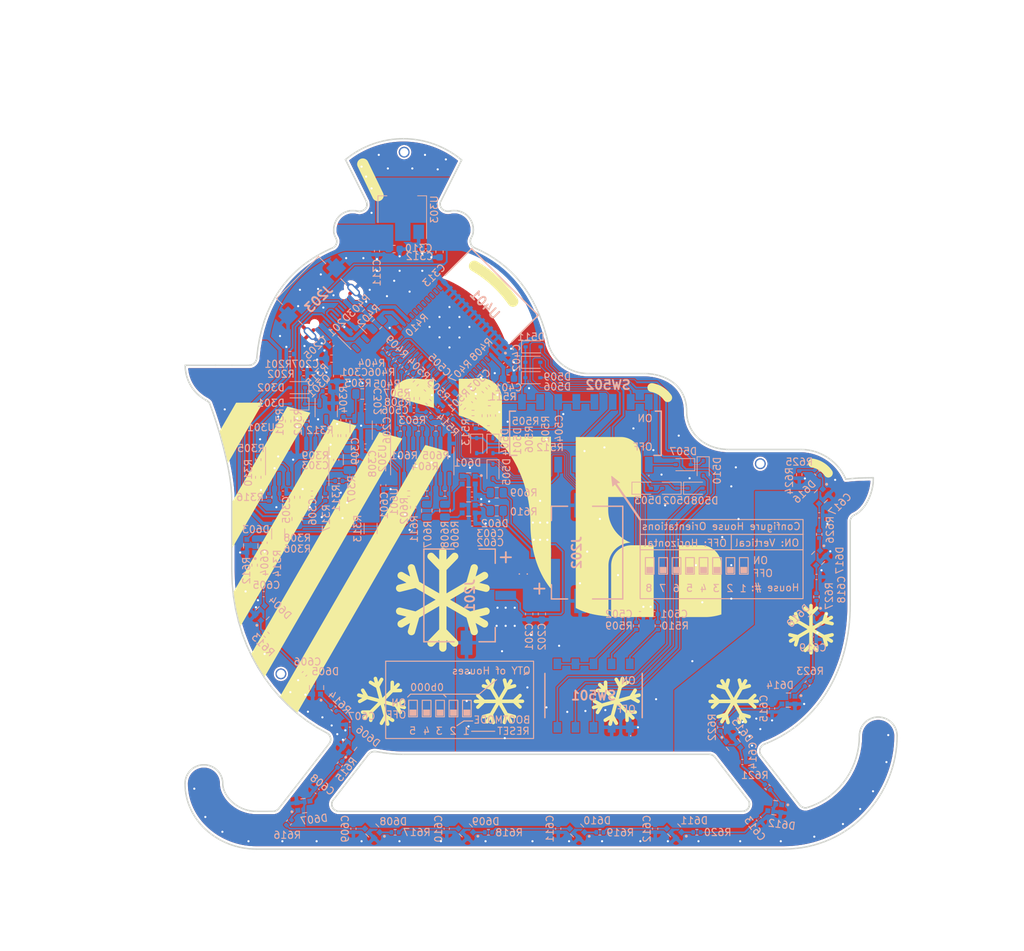
<source format=kicad_pcb>
(kicad_pcb (version 20221018) (generator pcbnew)
  (layers (0 "F.Cu" signal) (1 "In1.Cu" signal) (2 "In2.Cu" signal) (31 "B.Cu" signal) (34 "B.Paste" user) (35 "F.Paste" user) (36 "B.SilkS" user "B.Silkscreen") (37 "F.SilkS" user "F.Silkscreen") (38 "B.Mask" user) (39 "F.Mask" user) (44 "Edge.Cuts" user))
  (net 0 "")
  (net 1 "GND")
  (net 2 "VBUS_5V0")
  (net 3 "/Charlieplexing/CMUX_0_RC_3V3")
  (net 4 "/Charlieplexing/CMUX_1_RC_3V3")
  (net 5 "/Charlieplexing/CMUX_2_RC_3V3")
  (net 6 "/Charlieplexing/CMUX_3_RC_3V3")
  (net 7 "/Charlieplexing/CMUX_1_SW_3V3")
  (net 8 "/Charlieplexing/CMUX_0_SW_3V3")
  (net 9 "/Charlieplexing/CMUX_2_SW_3V3")
  (net 10 "/Charlieplexing/CMUX_3_SW_3V3")
  (net 11 "/MCU/USB_DM_ESP")
  (net 12 "/MCU/USB_DP_ESP")
  (net 13 "/Connectors/USB_DM")
  (net 14 "/Connectors/USB_DP")
  (net 17 "/Charlieplexing/CMUX_1_3V3")
  (net 18 "/Charlieplexing/CMUX_0_3V3")
  (net 19 "/Charlieplexing/CMUX_2_3V3")
  (net 20 "/Charlieplexing/CMUX_3_3V3")
  (net 21 "/Connectors/LED_UP_OUT_5V0")
  (net 22 "/Connectors/LED_DWN_OUT_5V0")
  (net 23 "/Connectors/USB_CC1")
  (net 25 "/Connectors/USB_CC2")
  (net 27 "/Charlieplexing/MCU_EN_3V3")
  (net 28 "/Charlieplexing/MCU_BOOTMODE_3V3")
  (net 29 "/Power/LDO_IN_5V0")
  (net 30 "VDD_3V3")
  (net 31 "Net-(D301-A1)")
  (net 32 "Net-(D301-A2)")
  (net 33 "Net-(D302-A2)")
  (net 34 "Net-(Q301-D)")
  (net 35 "Net-(R311-Pad1)")
  (net 36 "Net-(U301B-+)")
  (net 37 "Net-(U301A--)")
  (net 38 "Net-(U301A-+)")
  (net 39 "Net-(D501-A2)")
  (net 40 "Net-(D502-A2)")
  (net 41 "Net-(D503-A2)")
  (net 42 "Net-(D504-A2)")
  (net 43 "Net-(D505-A2)")
  (net 44 "Net-(D506-A2)")
  (net 45 "Net-(D507-A2)")
  (net 46 "Net-(D508-A2)")
  (net 47 "Net-(D509-A2)")
  (net 48 "Net-(D510-A2)")
  (net 49 "Net-(D511-A2)")
  (net 50 "Net-(U301C-+)")
  (net 51 "Net-(U301D-+)")
  (net 52 "Net-(U302-EN)")
  (net 53 "Net-(U301C--)")
  (net 54 "Net-(U301D--)")
  (net 55 "Net-(U302-SET)")
  (net 56 "Net-(R310-Pad1)")
  (net 57 "Net-(U401-IO2{slash}ADC1_CH2{slash}FSPIQ)")
  (net 58 "Net-(U401-IO8)")
  (net 59 "Net-(R509-Pad1)")
  (net 60 "Net-(R510-Pad1)")
  (net 78 "Net-(R601-Pad1)")
  (net 79 "/LEDs/LED_INT_3V3")
  (net 80 "Net-(R602-Pad1)")
  (net 81 "Net-(R603-Pad1)")
  (net 82 "/LEDs/LED_UP_EXT_3V3")
  (net 83 "Net-(R604-Pad1)")
  (net 84 "Net-(R605-Pad1)")
  (net 85 "/LEDs/LED_DWN_EXT_3V3")
  (net 86 "Net-(R606-Pad1)")
  (net 87 "Net-(D601-DOUT)")
  (net 88 "Net-(D601-DIN)")
  (net 89 "Net-(D602-DOUT)")
  (net 90 "Net-(D602-DIN)")
  (net 91 "Net-(D603-DOUT)")
  (net 92 "Net-(D603-DIN)")
  (net 93 "Net-(D604-DOUT)")
  (net 94 "Net-(D604-DIN)")
  (net 95 "Net-(D605-DOUT)")
  (net 96 "Net-(D605-DIN)")
  (net 97 "Net-(D606-DOUT)")
  (net 98 "Net-(D606-DIN)")
  (net 99 "Net-(D607-DOUT)")
  (net 100 "Net-(D607-DIN)")
  (net 101 "Net-(D608-DOUT)")
  (net 102 "Net-(D608-DIN)")
  (net 103 "Net-(D609-DOUT)")
  (net 104 "Net-(D609-DIN)")
  (net 105 "Net-(D610-DOUT)")
  (net 106 "Net-(D610-DIN)")
  (net 107 "Net-(D611-DOUT)")
  (net 108 "Net-(D611-DIN)")
  (net 109 "Net-(D612-DOUT)")
  (net 110 "Net-(D612-DIN)")
  (net 111 "Net-(D613-DOUT)")
  (net 112 "Net-(D613-DIN)")
  (net 113 "Net-(D614-DOUT)")
  (net 114 "Net-(D614-DIN)")
  (net 115 "Net-(D616-DOUT)")
  (net 116 "Net-(D616-DIN)")
  (net 117 "Net-(D617-DOUT)")
  (net 118 "Net-(D617-DIN)")
  (net 119 "Net-(D618-DOUT)")
  (net 120 "Net-(D618-DIN)")
  (net 121 "Net-(R624-Pad1)")
  (net 122 "Net-(U401-IO7{slash}FSPID{slash}MTDO)")
  (net 123 "Net-(U401-IO5{slash}ADC2_CH0_FSPIWP{slash}MTDI)")
  (net 124 "Net-(U401-IO6{slash}FSPICLK{slash}MTCK)")
  (net 125 "VLED_5V0")
  (net 126 "VLED_JUMP_5V0")
  (footprint "RK_Holes:JLC_Tooling" (layer "F.Cu") (at 134.112 34.036)
    (fp_text reference "H101" hide)
    (fp_text value "JLC Tooling Hole" hide)
  )
  (footprint "RK_Holes:JLC_Tooling" (layer "F.Cu") (at 184.023 77.724)
    (fp_text reference "H102" hide)
    (fp_text value "JLC Tooling Hole" hide)
  )
  (footprint "RK_Holes:JLC_Tooling" (layer "F.Cu") (at 116.84 107.188)
    (fp_text reference "H103" hide)
    (fp_text value "JLC Tooling Hole" hide)
  )
  (footprint "Resistor_SMD:R_0402_1005Metric" (layer "B.Cu") (at 123.063 82.424999 90)
    (fp_text reference "R317")
    (fp_text value "33 1% 0402")
  )
  (footprint "Diode_SMD:D_SOD-323" (layer "B.Cu") (at 176.022 78.359 -90)
    (fp_text reference "D510")
    (fp_text value "350mA 28V")
  )
  (footprint "Resistor_SMD:R_1206_3216Metric" (layer "B.Cu") (at 129.413 86.8065 -90)
    (fp_text reference "R313")
    (fp_text value "0ohm 1206")
  )
  (footprint "Resistor_SMD:R_0402_1005Metric" (layer "B.Cu") (at 139.825 81.915 180)
    (fp_text reference "R606")
    (fp_text value "0 1% 0402")
  )
  (footprint "RK_LED_SMD:LED_WS2812B-2020" (layer "B.Cu") (at 192.512089 82.300094 -135)
    (fp_text reference "D616")
    (fp_text value "WS2812B-2020")
  )
  (footprint "Capacitor_SMD:C_0603_1608Metric" (layer "B.Cu") (at 148.73 65.786)
    (fp_text reference "C401")
    (fp_text value "10uF 10V 0603")
  )
  (footprint "Capacitor_SMD:C_0402_1005Metric" (layer "B.Cu") (at 155.702 128.905 -90)
    (fp_text reference "C611")
    (fp_text value "0.1uF 16V 0402")
  )
  (footprint "Capacitor_SMD:C_0402_1005Metric" (layer "B.Cu") (at 183.808533 127.506787 -52.3)
    (fp_text reference "C613")
    (fp_text value "0.1uF 16V 0402")
  )
  (footprint "Package_TO_SOT_SMD:SOT-23-6" (layer "B.Cu") (at 127.211666 60.028666 -45)
    (fp_text reference "D201")
    (fp_text value "SRV05-4")
  )
  (footprint "Resistor_SMD:R_0805_2012Metric" (layer "B.Cu") (at 147.0895 84.328 180)
    (fp_text reference "R610")
    (fp_text value "33 1% 0805")
  )
  (footprint "Resistor_SMD:R_0402_1005Metric" (layer "B.Cu") (at 133.604 72.771 180)
    (fp_text reference "R601")
    (fp_text value "0 1% 0402")
  )
  (footprint "Resistor_SMD:R_0402_1005Metric" (layer "B.Cu") (at 135.742624 66.441376 -135)
    (fp_text reference "R504")
    (fp_text value "510k 1% 0402")
  )
  (footprint "Capacitor_SMD:C_0402_1005Metric" (layer "B.Cu") (at 191.897 93.599)
    (fp_text reference "C618")
    (fp_text value "0.1uF 16V 0402")
  )
  (footprint "Resistor_SMD:R_0402_1005Metric" (layer "B.Cu") (at 189.484 79.248 -90)
    (fp_text reference "R624")
    (fp_text value "10k 1% 0402")
  )
  (footprint "RK_LED_SMD:LED_WS2812B-2020" (layer "B.Cu") (at 126.512605 117.098893 52.2)
    (fp_text reference "D606")
    (fp_text value "WS2812B-2020")
  )
  (footprint "Resistor_SMD:R_0402_1005Metric" (layer "B.Cu") (at 142.346624 69.743376 45)
    (fp_text reference "R501")
    (fp_text value "510k 1% 0402")
  )
  (footprint "Resistor_SMD:R_0402_1005Metric" (layer "B.Cu") (at 144.145 72.261001 90)
    (fp_text reference "R506")
    (fp_text value "1k 1% 0402")
  )
  (footprint "Resistor_SMD:R_0805_2012Metric" (layer "B.Cu") (at 130.312235 58.155765 -135)
    (fp_text reference "R402")
    (fp_text value "33 1% 0805")
  )
  (footprint "Capacitor_SMD:C_0402_1005Metric" (layer "B.Cu") (at 128.623 69.721001 180)
    (fp_text reference "C302")
    (fp_text value "0.1uF 16V 0402")
  )
  (footprint "Resistor_SMD:R_0402_1005Metric" (layer "B.Cu") (at 137.287 67.183 -45)
    (fp_text reference "R503")
    (fp_text value "510k 1% 0402")
  )
  (footprint "Resistor_SMD:R_0402_1005Metric" (layer "B.Cu") (at 137.520624 69.067624 135)
    (fp_text reference "R507")
    (fp_text value "1k 1% 0402")
  )
  (footprint "Resistor_SMD:R_0402_1005Metric" (layer "B.Cu") (at 113.665 79.629 90)
    (fp_text reference "R310")
    (fp_text value "150k 1% 0402")
  )
  (footprint "Resistor_SMD:R_0402_1005Metric" (layer "B.Cu") (at 124.966001 80.137)
    (fp_text reference "R311")
    (fp_text value "150k 1% 0402")
  )
  (footprint "Diode_SMD:D_SOD-323" (layer "B.Cu") (at 167.64 81.153)
    (fp_text reference "D503")
    (fp_text value "350mA 28V")
  )
  (footprint "Capacitor_SMD:C_0402_1005Metric" (layer "B.Cu") (at 128.679 75.311 180)
    (fp_text reference "C308")
    (fp_text value "0.1uF 16V 0402")
  )
  (footprint "Resistor_SMD:R_0805_2012Metric" (layer "B.Cu") (at 119.126 85.471 -90)
    (fp_text reference "R306")
    (fp_text value "20k 1% 0805")
  )
  (footprint "Capacitor_SMD:C_0402_1005Metric" (layer "B.Cu") (at 114.554 88.801 -90)
    (fp_text reference "C604")
    (fp_text value "0.1uF 16V 0402")
  )
  (footprint "Resistor_SMD:R_0402_1005Metric" (layer "B.Cu") (at 124.46 73.785001 -90)
    (fp_text reference "R312")
    (fp_text value "8.2k 1% 0402")
  )
  (footprint "Diode_SMD:D_SOD-323" (layer "B.Cu") (at 152.18 61.341)
    (fp_text reference "D511")
    (fp_text value "350mA 28V")
  )
  (footprint "Resistor_SMD:R_0402_1005Metric" (layer "B.Cu") (at 125.095 119.888 52.2)
    (fp_text reference "R615")
    (fp_text value "33 1% 0402")
  )
  (footprint "Capacitor_SMD:C_0402_1005Metric" (layer "B.Cu") (at 130.556 72.263 -90)
    (fp_text reference "C206")
    (fp_text value "0.1uF 16V 0402")
  )
  (footprint "Resistor_SMD:R_0402_1005Metric" (layer "B.Cu") (at 137.520624 70.845624 135)
    (fp_text reference "R514")
    (fp_text value "1k 1% 0402")
  )
  (footprint "Resistor_SMD:R_0402_1005Metric" (layer "B.Cu") (at 120.013001 65.024)
    (fp_text reference "R202")
    (fp_text value "5.1k 1% 0402")
  )
  (footprint "RK_LED_SMD:LED_WS2812B-2020" (layer "B.Cu") (at 180.23428 117.10063 -52.3)
    (fp_text reference "D613")
    (fp_text value "WS2812B-2020")
  )
  (footprint "Package_TO_SOT_SMD:SOT-23-5" (layer "B.Cu") (at 128.082 72.520501 90)
    (fp_text reference "U302")
    (fp_text value "MT9700")
  )
  (footprint "RK_Connector_Terminals:20290303" (layer "B.Cu") (at 143.336 96.187 90)
    (fp_text reference "J201")
    (fp_text value "3mm Pitch 5A - 3p" hide)
  )
  (footprint "Resistor_SMD:R_0402_1005Metric" (layer "B.Cu") (at 113.665 77.1545 90)
    (fp_text reference "R305")
    (fp_text value "4.7k 1% 0402")
  )
  (footprint "Resistor_SMD:R_0402_1005Metric" (layer "B.Cu") (at 117.962624 128.036376 45)
    (fp_text reference "R616")
    (fp_text value "33 1% 0402")
  )
  (footprint "Resistor_SMD:R_0402_1005Metric" (layer "B.Cu") (at 140.568624 71.099624 135)
    (fp_text reference "R513")
    (fp_text value "1k 1% 0402")
  )
  (footprint "Capacitor_SMD:C_0402_1005Metric" (layer "B.Cu") (at 181.5 119.55)
    (fp_text reference "C614")
    (fp_text value "0.1uF 16V 0402")
  )
  (footprint "RK_LED_SMD:LED_WS2812B-2020" (layer "B.Cu") (at 129.647089 129.154906 135)
    (fp_text reference "D608")
    (fp_text value "WS2812B-2020")
  )
  (footprint "RK_MCU_Modules:ESP32-C3-MINI-1-N4" (layer "B.Cu") (at 140.457812 60.016107 135)
    (fp_text reference "U401")
    (fp_text value "ESP32-C3-MINI-1-N4" hide)
  )
  (footprint "Resistor_SMD:R_0402_1005Metric" (layer "B.Cu") (at 146.304 66.548 135)
    (fp_text reference "R408")
    (fp_text value "10k 1% 0402")
  )
  (footprint "Resistor_SMD:R_0402_1005Metric" (layer "B.Cu") (at 123.192 67.564 180)
    (fp_text reference "R315")
    (fp_text value "10k 1% 0402")
  )
  (footprint "Capacitor_SMD:C_0603_1608Metric" (layer "B.Cu") (at 153.416 98.793 -90)
    (fp_text reference "C202")
    (fp_text value "10uF 10V 0603")
  )
  (footprint "Diode_SMD:D_SOD-323" (layer "B.Cu") (at 171.323 81.153 180)
    (fp_text reference "D502")
    (fp_text value "350mA 28V")
  )
  (footprint "Diode_SMD:D_SOD-323" (layer "B.Cu") (at 144.272 75.184 -90)
    (fp_text reference "D504")
    (fp_text value "350mA 28V")
  )
  (footprint "Capacitor_SMD:C_0402_1005Metric" (layer "B.Cu") (at 143.637 86.106)
    (fp_text reference "C602")
    (fp_text value "0.1uF 16V 0402")
  )
  (footprint "Capacitor_SMD:C_0603_1608Metric" (layer "B.Cu") (at 139.065 48.006 -90)
    (fp_text reference "C313")
    (fp_text value "10uF 10V 0603")
  )
  (footprint "RK_LED_SMD:LED_WS2812B-2020" (layer "B.Cu") (at 158.349089 129.154906 135)
    (fp_text reference "D610")
    (fp_text value "WS2812B-2020")
  )
  (footprint "Resistor_SMD:R_0402_1005Metric" (layer "B.Cu") (at 145.394624 67.416624 135)
    (fp_text reference "R407")
    (fp_text value "10k 1% 0402")
  )
  (footprint "Resistor_SMD:R_0402_1005Metric" (layer "B.Cu") (at 192.278 87.63 -90)
    (fp_text reference "R626")
    (fp_text value "33 1% 0402")
  )
  (footprint "Capacitor_SMD:C_0402_1005Metric" (layer "B.Cu") (at 120.142 107.188 -135)
    (fp_text reference "C606")
    (fp_text value "0.1uF 16V 0402")
  )
  (footprint "Resistor_SMD:R_0402_1005Metric" (layer "B.Cu") (at 124.226376 112.034376 135)
    (fp_text reference "R614")
    (fp_text value "33 1% 0402")
  )
  (footprint "Resistor_SMD:R_0402_1005Metric" (layer "B.Cu") (at 132.844 129.413 180)
    (fp_text reference "R617")
    (fp_text value "33 1% 0402")
  )
  (footprint "Capacitor_SMD:C_0402_1005Metric" (layer "B.Cu") (at 123.952 60.96 -135)
    (fp_text reference "C205")
    (fp_text value "0.1uF 16V 0402")
  )
  (footprint "Diode_SMD:D_SOD-323" (layer "B.Cu") (at 174.879 81.153)
    (fp_text reference "D508")
    (fp_text value "350mA 28V")
  )
  (footprint "Resistor_SMD:R_0402_1005Metric" (layer "B.Cu") (at 117.856 71.751002 -90)
    (fp_text reference "R301")
    (fp_text value "5.1k 1% 0402")
  )
  (footprint "Resistor_SMD:R_0402_1005Metric" (layer "B.Cu") (at 143.762 70.612 180)
    (fp_text reference "R505")
    (fp_text value "1k 1% 0402")
  )
  (footprint "Capacitor_SMD:C_0603_1608Metric" (layer "B.Cu") (at 151.638 98.793 -90)
    (fp_text reference "C201")
    (fp_text value "10uF 10V 0603")
  )
  (footprint "RK_Switches:EM-05KP" (layer "B.Cu") (at 160.655 110.231 180)
    (fp_text reference "SW501")
    (fp_text value "SW_DIP_x05_alt" hide)
  )
  (footprint "Resistor_SMD:R_0805_2012Metric" (layer "B.Cu") (at 147.0895 81.788 180)
    (fp_text reference "R609")
    (fp_text value "33 1% 0805")
  )
  (footprint "Resistor_SMD:R_0402_1005Metric" (layer "B.Cu") (at 146.052 69.215 180)
    (fp_text reference "R511")
    (fp_text value "1k 1% 0402")
  )
  (footprint "RK_LED_SMD:LED_WS2812B-2020" (layer "B.Cu") (at 187.96 110.871 180)
    (fp_text reference "D614")
    (fp_text value "WS2812B-2020")
  )
  (footprint "Capacitor_SMD:C_0402_1005Metric" (layer "B.Cu") (at 192.278 84.963)
    (fp_text reference "C617")
    (fp_text value "0.1uF 16V 0402")
  )
  (footprint "Resistor_SMD:R_0402_1005Metric" (layer "B.Cu") (at 145.921001 129.413 180)
    (fp_text reference "R618")
    (fp_text value "33 1% 0402")
  )
  (footprint "RK_LED_SMD:LED_WS2812B-2020" (layer "B.Cu") (at 171.953906 129.139089 135)
    (fp_text reference "D611")
    (fp_text value "WS2812B-2020")
  )
  (footprint "Capacitor_SMD:C_0402_1005Metric" (layer "B.Cu") (at 169.291 128.905 -90)
    (fp_text reference "C612")
    (fp_text value "0.1uF 16V 0402")
  )
  (footprint "Capacitor_SMD:C_0402_1005Metric" (layer "B.Cu") (at 169.164 98.806 180)
    (fp_text reference "C501")
    (fp_text value "0.1uF 16V 0402")
  )
  (footprint "Resistor_SMD:R_0402_1005Metric" (layer "B.Cu") (at 175.131001 129.413 180)
    (fp_text reference "R620")
    (fp_text value "33 1% 0402")
  )
  (footprint "Resistor_SMD:R_0402_1005Metric" (layer "B.Cu") (at 135.38 83.821999 90)
    (fp_text reference "R611")
    (fp_text value "33 1% 0402")
  )
  (footprint "Diode_SMD:D_SOD-323" (layer "B.Cu") (at 119.16 69.342 180)
    (fp_text reference "D301")
    (fp_text value "350mA 28V")
  )
  (footprint "Resistor_SMD:R_0402_1005Metric" (layer "B.Cu") (at 134.747 81.915 180)
    (fp_text reference "R602")
    (fp_text value "0 1% 0402")
  )
  (footprint "Capacitor_SMD:C_0603_1608Metric" (layer "B.Cu") (at 124.714 65.405 -90)
    (fp_text reference "C301")
    (fp_text value "10uF 10V 0603")
  )
  (footprint "RK_LED_SMD:LED_WS2812B-2020" (layer "B.Cu") (at 121.835 109.119 90)
    (fp_text reference "D605")
    (fp_text value "WS2812B-2020")
  )
  (footprint "Resistor_SMD:R_0402_1005Metric" (layer "B.Cu") (at 136.144 72.771 180)
    (fp_text reference "R603")
    (fp_text value "0 1% 0402")
  )
  (footprint "Resistor_SMD:R_0402_1005Metric" (layer "B.Cu") (at 119.126 82.424999 -90)
    (fp_text reference "R308")
    (fp_text value "5.1k 1% 0402")
  )
  (footprint "Resistor_SMD:R_0402_1005Metric" (layer "B.Cu") (at 131.424624 61.828624 45)
    (fp_text reference "R410")
    (fp_text value "10k 1% 0402")
  )
  (footprint "Resistor_SMD:R_0402_1005Metric" (layer "B.Cu") (at 192.003624 78.973624 -45)
    (fp_text reference "R625")
    (fp_text value "33 1% 0402")
  )
  (footprint "Capacitor_SMD:C_0402_1005Metric" (layer "B.Cu") (at 131.191 80.744 -90)
    (fp_text reference "C601")
    (fp_text value "0.1uF 16V 0402")
  )
  (footprint "Capacitor_SMD:C_0402_1005Metric" (layer "B.Cu") (at 121.186 81.915)
    (fp_text reference "C306")
    (fp_text value "0.1uF 16V 0402")
  )
  (footprint "Package_TO_SOT_SMD:SOT-223-3_TabPin2" (layer "B.Cu") (at 133.844 42.062 90)
    (fp_text reference "U303")
    (fp_text value "AMS1117-3.3")
  )
  (footprint "RK_LED_SMD:LED_WS2812B-2020" (layer "B.Cu") (at 192.131089 90.936094 -135)
    (fp_text reference "D617")
    (fp_text value "WS2812B-2020")
  )
  (footprint "Capacitor_SMD:C_0402_1005Metric" (layer "B.Cu") (at 143.891 68.834 135)
    (fp_text reference "C503")
    (fp_text value "0.1uF 16V 0402")
  )
  (footprint "Resistor_SMD:R_0805_2012Metric" (layer "B.Cu") (at 137.287 84.3045 90)
    (fp_text reference "R607")
    (fp_text value "33 1% 0805")
  )
  (footprint "Diode_SMD:D_SOD-323" (layer "B.Cu") (at 152.146 65.659)
    (fp_text reference "D506")
    (fp_text value "350mA 28V")
  )
  (footprint "Package_SO:SO-14_3.9x8.65mm_P1.27mm" (layer "B.Cu") (at 119.126 77.349 90)
    (fp_text reference "U301")
    (fp_text value "LMV324")
  )
  (footprint "RK_LED_SMD:LED_WS2812B-2020" (layer "B.Cu") (at 143.155 80.01 180)
    (fp_text reference "D601")
    (fp_text value "WS2812B-2020")
  )
  (footprint "Capacitor_SMD:C_0402_1005Metric" (layer "B.Cu") (at 121.921726 123.657805 142.2)
    (fp_text reference "C608")
    (fp_text value "0.1uF 16V 0402")
  )
  (footprint "Resistor_SMD:R_0402_1005Metric" (layer "B.Cu") (at 178.435 114.683 -90)
    (fp_text reference "R622")
    (fp_text value "33 1% 0402")
  )
  (footprint "RK_LED_SMD:LED_WS2812B-2020" (layer "B.Cu") (at 114.280089 98.683094 45)
    (fp_text reference "D604")
    (fp_text value "WS2812B-2020")
  )
  (footprint "Diode_SMD:D_SOD-323" (layer "B.Cu") (at 146.558 78.774 -90)
    (fp_text reference "D505")
    (fp_text value "350mA 28V")
  )
  (footprint "RK_LED_SMD:LED_WS2812B-2020" (layer "B.Cu") (at 191.662911 99.690906 -135)
    (fp_text reference "D618")
    (fp_text value "WS2812B-2020")
  )
  (footprint "Capacitor_SMD:C_0402_1005Metric" (layer "B.Cu") (at 130.302 47.907 -90)
    (fp_text reference "C311")
    (fp_text value "0.1uF 16V 0402")
  )
  (footprint "Resistor_SMD:R_0402_1005Metric" (layer "B.Cu") (at 138.557 72.771 180)
    (fp_text reference "R605")
    (fp_text value "0 1% 0402")
  )
  (footprint "Resistor_SMD:R_0402_1005Metric" (layer "B.Cu") (at 169.672 100.457 90)
    (fp_text reference "R510")
    (fp_text value "1k 1% 0402")
  )
  (footprint "Resistor_SMD:R_0402_1005Metric" (layer "B.Cu") (at 137.287 81.915 180)
    (fp_text reference "R604")
    (fp_text value "0 1% 0402")
  )
  (footprint "Diode_SMD:D_SOD-323" (layer "B.Cu") (at 173.228 77.851 180)
    (fp_text reference "D507")
    (fp_text value "350mA 28V")
  )
  (footprint "Capacitor_SMD:C_0603_1608Metric" (layer "B.Cu") (at 123.939 62.992 180)
    (fp_text reference "C207")
    (fp_text value "10uF 10V 0603")
  )
  (footprint "RK_Connector_Terminals:20290303" (layer "B.Cu") (at 158.289 90.187 -90)
    (fp_text reference "J202")
    (fp_text value "3mm Pitch 5A - 3p" hide)
  )
  (footprint "Capacitor_SMD:C_0402_1005Metric" (layer "B.Cu") (at 143.609 82.042)
    (fp_text reference "C603")
    (fp_text value "0.1uF 16V 0402")
  )
  (footprint "Resistor_SMD:R_0402_1005Metric" (layer "B.Cu") (at 120.396 71.755 90)
    (fp_text reference "R302")
    (fp_text value "5.1k 1% 0402")
  )
  (footprint "Resistor_SMD:R_0402_1005Metric" (layer "B.Cu") (at 113.157 91.949999 90)
    (fp_text reference "R612")
    (fp_text value "33 1% 0402")
  )
  (footprint "Capacitor_SMD:C_0402_1005Metric" (layer "B.Cu") (at 137.16 47.244 180)
    (fp_text reference "C312")
    (fp_text value "0.1uF 16V 0402")
  )
  (footprint "Resistor_SMD:R_0402_1005Metric" (layer "B.Cu") (at 133.223 63.627 -135)
    (fp_text reference "R404")
    (fp_text value "33 1% 0402")
  )
  (footprint "Resistor_SMD:R_0402_1005Metric" (layer "B.Cu") (at 125.603 73.787 -90)
    (fp_text reference "R309")
    (fp_text value "10k 1% 0402")
  )
  (footprint "Diode_SMD:D_SOD-323" (layer "B.Cu") (at 146.558 75.184 -90)
    (fp_text reference "D501")
    (fp_text value "350mA 28V")
  )
  (footprint "RK_LED_SMD:LED_WS2812B-2020" (layer "B.Cu") (at 142.748 129.139089 135)
    (fp_text reference "D609")
    (fp_text value "WS2812B-2020")
  )
  (footprint "RK_LED_SMD:LED_WS2812B-2020" (layer "B.Cu") (at 112.607 89.255 90)
    (fp_text reference "D603")
    (fp_text value "WS2812B-2020")
  )
  (footprint "Capacitor_SMD:C_0402_1005Metric" (layer "B.Cu") (at 114.427 96.012 180)
    (fp_text reference "C605")
    (fp_text value "0.1uF 16V 0402")
  )
  (footprint "Diode_SMD:D_SOD-323" (layer "B.Cu") (at 152.146 63.5)
    (fp_text reference "D509")
    (fp_text value "350mA 28V")
  )
  (footprint "Capacitor_SMD:C_0402_1005Metric" (layer "B.Cu") (at 148.336 63.881 45)
    (fp_text reference "C402")
    (fp_text value "0.1uF 16V 0402")
  )
  (footprint "Resistor_SMD:R_0402_1005Metric" (layer "B.Cu") (at 145.415 70.994999 90)
    (fp_text reference "R502")
    (fp_text value "510k 1% 0402")
  )
  (footprint "Diode_SMD:D_SOD-323" (layer "B.Cu") (at 119.16 67.056 180)
    (fp_text reference "D302")
    (fp_text value "350mA 28V")
  )
  (footprint "Capacitor_SMD:C_0603_1608Metric" (layer "B.Cu") (at 132.715 47.625)
    (fp_text reference "C310")
    (fp_text value "10uF 10V 0603")
  )
  (footprint "Resistor_SMD:R_0402_1005Metric" (layer "B.Cu") (at 118.11 62.357 180)
    (fp_text reference "R201")
    (fp_text value "5.1k 1% 0402")
  )
  (footprint "Resistor_SMD:R_0402_1005Metric" (layer "B.Cu") (at 135.89 68.581999 90)
    (fp_text reference "R508")
    (fp_text value "1k 1% 0402")
  )
  (footprint "Resistor_SMD:R_0402_1005Metric" (layer "B.Cu") (at 185.039 123.063 -45)
    (fp_text reference "R621")
    (fp_text value "33 1% 0402")
  )
  (footprint "Capacitor_SMD:C_0402_1005Metric" (layer "B.Cu") (at 135.481 70.231 180)
    (fp_text reference "C506")
    (fp_text value "0.1uF 16V 0402")
  )
  (footprint "Resistor_SMD:R_0402_1005Metric" (layer "B.Cu") (at 125.603 71.628 90)
    (fp_text reference "R304")
    (fp_text value "5.1k 1% 0402")
  )
  (footprint "Resistor_SMD:R_1206_3216Metric" (layer "B.Cu") (at 116.459 87.5685 -90)
    (fp_text reference "R314")
    (fp_text value "0ohm 1206")
  )
  (footprint "RK_LED_SMD:LED_WS2812B-2020" (layer "B.Cu") (at 143.155 84.074 180)
    (fp_text reference "D602")
    (fp_text value "WS2812B-2020")
  )
  (footprint "Capacitor_SMD:C_0402_1005Metric" (layer "B.Cu") (at 139.192 69.977 45)
    (fp_text reference "C505")
    (fp_text value "0.1uF 16V 0402")
  )
  (footprint "Resistor_SMD:R_0402_1005Metric" (layer "B.Cu") (at 135.001 65.405 -135)
    (fp_text reference "R405")
    (fp_text value "33 1% 0402")
  )
  (footprint "Resistor_SMD:R_0402_1005Metric" (layer "B.Cu") (at 145.925 72.771 180)
    (fp_text reference "R512")
    (fp_text value "1k 1% 0402")
  )
  (footprint "Capacitor_SMD:C_0402_1005Metric" (layer "B.Cu") (at 117.122 81.915 180)
    (fp_text reference "C305")
    (fp_text value "0.1uF 16V 0402")
  )
  (footprint "Capacitor_SMD:C_0603_1608Metric" (layer "B.Cu") (at 129.273 76.708 180)
    (fp_text reference "C309")
    (fp_text value "10uF 10V 0603")
  )
  (footprint "Package_SO:SO-14_3.9x8.65mm_P1.27mm" (layer "B.Cu") (at 136.65 77.349 -90)
    (fp_text reference "U601")
    (fp_text value "74HC14D,653")
  )
  (footprint "Resistor_SMD:R_0402_1005Metric" (layer "B.Cu") (at 190.647376 108.564624 -135)
    (fp_text reference "R623")
    (fp_text value "33 1% 0402")
  )
  (footprint "Resistor_SMD:R_0805_2012Metric" (layer "B.Cu") (at 128.2465 67.943001)
    (fp_text reference "R303")
    (fp_text value "0ohm 0805")
  )
  (footprint "Package_TO_SOT_SMD:SOT-23-3" (layer "B.Cu") (at 123.19 70.358 -90)
    (fp_text reference "Q301")
    (fp_text value "20V 28mOhm")
  )
  (footprint "RK_Connector_USB:GT-USB-7047C" (layer "B.Cu") (at 121.763523 54.214321 45)
    (fp_text reference "J203")
    (fp_text value "GT-USB-7047C" hide)
  )
  (footprint "RK_LED_SMD:LED_WS2812B-2020" (layer "B.Cu") (at 186.051266 125.955764 172.7)
    (fp_text reference "D612")
    (fp_text value "WS2812B-2020")
  )
  (footprint "Resistor_SMD:R_0402_1005Metric" (layer "B.Cu") (at 114.828376 101.706624 135)
    (fp_text reference "R613")
    (fp_text value "33 1% 0402")
  )
  (footprint "Capacitor_SMD:C_0402_1005Metric" (layer "B.Cu") (at 127 128.905 -90)
    (fp_text reference "C609")
    (fp_text value "0.1uF 16V 0402")
  )
  (footprint "RK_Switches:SMXS-08K-TP" (layer "B.Cu") (at 159.512 73.451 180)
    (fp_text reference "SW502")
    (fp_text value "SW_DIP_x08" hide)
  )
  (footprint "Resistor_SMD:R_0402_1005Metric" (layer "B.Cu") (at 115.189 82.423 90)
    (fp_text reference "R316")
    (fp_text value "33 1% 0402")
  )
  (footprint "Resistor_SMD:R_0805_2012Metric" (layer "B.Cu") (at 139.827 84.3045 90)
    (fp_text reference "R608")
    (fp_text value "33 1% 0805")
  )
  (footprint "Capacitor_SMD:C_0402_1005Metric" (layer "B.Cu") (at 124.587 77.188 90)
    (fp_text reference "C303")
    (fp_text value "0.1uF 16V 0402")
  )
  (footprint "Resistor_SMD:R_0402_1005Metric" (layer "B.Cu") (at 134.112 64.495624 -135)
    (fp_text reference "R406")
    (fp_text value "33 1% 0402")
  )
  (footprint "Capacitor_SMD:C_0402_1005Metric" (layer "B.Cu") (at 191.389 102.362)
    (fp_text reference "C619")
    (fp_text value "0.1uF 16V 0402")
  )
  (footprint "Resistor_SMD:R_0402_1005Metric" (layer "B.Cu") (at 191.897 96.393 -90)
    (fp_text reference "R627")
    (fp_text value "33 1% 0402")
  )
  (footprint "Capacitor_SMD:C_0402_1005Metric" (layer "B.Cu") (at 140.081 128.905 -90)
    (fp_text reference "C610")
    (fp_text value "0.1uF 16V 0402")
  )
  (footprint "Capacitor_SMD:C_0402_1005Metric" (layer "B.Cu") (at 185.674 112.042 -90)
    (fp_text reference "C615")
    (fp_text value "0.1uF 16V 0402")
  )
  (footprint "Resistor_SMD:R_0402_1005Metric" (layer "B.Cu") (at 132.313624 62.717624 45)
    (fp_text reference "R409")
    (fp_text value "10k 1% 0402")
  )
  (footprint "Capacitor_SMD:C_0402_1005Metric" (layer "B.Cu") (at 146.558 70.965 90)
    (fp_text reference "C504")
    (fp_text value "0.1uF 16V 0402")
  )
  (footprint "Resistor_SMD:R_0805_2012Metric" (layer "B.Cu") (at 128.915235 56.758765 -135)
    (fp_text reference "R403")
    (fp_text value "33 1% 0805")
  )
  (footprint "Capacitor_SMD:C_0402_1005Metric" (layer "B.Cu") (at 126.492 114.3 180)
    (fp_text reference "C607")
    (fp_text value "0.1uF 16V 0402")
  )
  (footprint "Resistor_SMD:R_0402_1005Metric" (layer "B.Cu") (at 161.542 129.413 180)
    (fp_text reference "R619")
    (fp_text value "33 1% 0402")
  )
  (footprint "Capacitor_SMD:C_0402_1005Metric" (layer "B.Cu") (at 167.16 98.806)
    (fp_text reference "C502")
    (fp_text value "0.1uF 16V 0402")
  )
  (footprint "Resistor_SMD:R_0402_1005Metric" (layer "B.Cu") (at 166.624 100.457 90)
    (fp_text reference "R509")
    (fp_text value "1k 1% 0402")
  )
  (footprint "RK_LED_SMD:LED_WS2812B-2020" (layer "B.Cu") (at 120.054282 125.680017 7.2)
    (fp_text reference "D607")
    (fp_text value "WS2812B-2020")
  )
  (footprint "Resistor_SMD:R_1206_3216Metric" (layer "B.Cu") (at 126.492 77.1505 90)
    (fp_text reference "R307")
    (fp_text value "4.7k 1% 1206")
  )
  (gr_line (start 141.5034 114.4524) (end 142.494 113.792) (stroke (width 0.15)) (layer "B.SilkS"))
  (gr_line (start 147.6375 90.8431) (end 149.0853 90.8431) (stroke (width 0.25)) (layer "B.SilkS"))
  (gr_rect (start 131.5212 105.41) (end 152.2476 116.2558) (stroke (width 0.15)) (fill none) (layer "B.SilkS"))
  (gr_rect (start 140.6144 112.268) (end 141.4272 113.0046) (stroke (width 0.15)) (fill solid) (layer "B.SilkS"))
  (gr_rect (start 179.2224 90.8939) (end 180.4416 93.2053) (stroke (width 0.15)) (fill none) (layer "B.SilkS"))
  (gr_rect (start 168.1226 92.2655) (end 168.9354 93.0021) (stroke (width 0.15)) (fill solid) (layer "B.SilkS"))
  (gr_line (start 148.3614 90.1192) (end 148.3614 91.567) (stroke (width 0.25)) (layer "B.SilkS"))
  (gr_poly (pts (arc (start 164.23957 80.349957) (mid 163.743756 80.510031) (end 163.3474 80.8482)) (xy 163.197104 79.512269)) (stroke (width 0.15)) (fill solid) (layer "B.SilkS"))
  (gr_line (start 153.0604 94.5134) (end 153.0604 95.9612) (stroke (width 0.25)) (layer "B.SilkS"))
  (gr_rect (start 173.7614 92.2655) (end 174.5742 93.0021) (stroke (width 0.15)) (fill solid) (layer "B.SilkS"))
  (gr_line (start 163.742629 80.508021) (end 167.1828 85.5472) (stroke (width 0.3)) (layer "B.SilkS"))
  (gr_rect (start 181.102 90.8939) (end 182.3212 93.2053) (stroke (width 0.15)) (fill none) (layer "B.SilkS"))
  (gr_rect (start 175.6664 92.2655) (end 176.4792 93.0021) (stroke (width 0.15)) (fill solid) (layer "B.SilkS"))
  (gr_rect (start 170.0022 92.2655) (end 170.815 93.0021) (stroke (width 0.15)) (fill solid) (layer "B.SilkS"))
  (gr_line (start 143.5608 115.2398) (end 146.812 115.2398) (stroke (width 0.15)) (layer "B.SilkS"))
  (gr_rect (start 171.6786 90.8939) (end 172.8978 93.2053) (stroke (width 0.15)) (fill none) (layer "B.SilkS"))
  (gr_rect (start 136.8552 112.268) (end 137.668 113.0046) (stroke (width 0.15)) (fill solid) (layer "B.SilkS"))
  (gr_rect (start 179.4256 92.2655) (end 180.2384 93.0021) (stroke (width 0.15)) (fill solid) (layer "B.SilkS"))
  (gr_rect (start 138.5316 110.8964) (end 139.7508 113.2078) (stroke (width 0.15)) (fill none) (layer "B.SilkS"))
  (gr_rect (start 173.5582 90.8939) (end 174.7774 93.2053) (stroke (width 0.15)) (fill none) (layer "B.SilkS"))
  (gr_rect (start 140.4112 110.8964) (end 141.6304 113.2078) (stroke (width 0.15)) (fill none) (layer "B.SilkS"))
  (gr_line (start 179.959 87.6554) (end 179.959 89.7636) (stroke (width 0.15)) (layer "B.SilkS"))
  (gr_rect (start 134.9502 112.268) (end 135.763 113.0046) (stroke (width 0.15)) (fill solid) (layer "B.SilkS"))
  (gr_rect (start 134.747 110.8964) (end 135.9662 113.2078) (stroke (width 0.15)) (fill none) (layer "B.SilkS"))
  (gr_rect (start 171.8818 92.2655) (end 172.6946 93.0021) (stroke (width 0.15)) (fill solid) (layer "B.SilkS"))
  (gr_rect (start 169.799 90.8939) (end 171.0182 93.2053) (stroke (width 0.15)) (fill none) (layer "B.SilkS"))
  (gr_rect (start 177.3428 90.8939) (end 178.562 93.2053) (stroke (width 0.15)) (fill none) (layer "B.SilkS"))
  (gr_rect (start 142.2908 110.8964) (end 143.51 113.2078) (stroke (width 0.15)) (fill none) (layer "B.SilkS"))
  (gr_line (start 135.001 110.0328) (end 139.573 110.0328) (stroke (width 0.15)) (layer "B.SilkS"))
  (gr_rect (start 175.4632 90.8939) (end 176.6824 93.2053) (stroke (width 0.15)) (fill none) (layer "B.SilkS"))
  (gr_rect (start 142.494 112.268) (end 143.3068 113.0046) (stroke (width 0.15)) (fill solid) (layer "B.SilkS"))
  (gr_line (start 139.573 110.0328) (end 139.9794 110.4392) (stroke (width 0.15)) (layer "B.SilkS"))
  (gr_rect (start 181.3052 92.2655) (end 182.118 93.0021) (stroke (width 0.15)) (fill solid) (layer "B.SilkS"))
  (gr_rect (start 177.546 92.2655) (end 178.3588 93.0021) (stroke (width 0.15)) (fill solid) (layer "B.SilkS"))
  (gr_rect (start 138.7348 112.268) (end 139.5476 113.0046) (stroke (width 0.15)) (fill solid) (layer "B.SilkS"))
  (gr_rect (start 167.1828 85.5472) (end 190.0174 96.647) (stroke (width 0.15)) (fill none) (layer "B.SilkS"))
  (gr_line (start 134.5946 110.4392) (end 135.001 110.0328) (stroke (width 0.15)) (layer "B.SilkS"))
  (gr_rect (start 136.652 110.8964) (end 137.8712 113.2078) (stroke (width 0.15)) (fill none) (layer "B.SilkS"))
  (gr_line (start 167.2082 87.63) (end 190.0428 87.63) (stroke (width 0.15)) (layer "B.SilkS"))
  (gr_line (start 142.494 113.792) (end 143.7132 113.792) (stroke (width 0.15)) (layer "B.SilkS"))
  (gr_line (start 144.6276 110.0328) (end 147.066 108.0008) (stroke (width 0.15)) (layer "B.SilkS"))
  (gr_line (start 152.3365 95.2373) (end 153.7843 95.2373) (stroke (width 0.25)) (layer "B.SilkS"))
  (gr_line (start 167.1828 89.789) (end 190.0174 89.789) (stroke (width 0.15)) (layer "B.SilkS"))
  (gr_line (start 139.573 110.0328) (end 144.6276 110.0328) (stroke (width 0.15)) (layer "B.SilkS"))
  (gr_rect (start 167.9194 90.8939) (end 169.1386 93.2053) (stroke (width 0.15)) (fill none) (layer "B.SilkS"))
  (gr_poly (pts (xy 117.740778 69.692725) (xy 119.835749 70.266853) (xy 120.969011 70.582595) (xy 110.005847 89.57109) (xy 110.005847 83.089828) (xy 117.740771 69.692718)) (fill solid) (layer "F.SilkS"))
  (gr_poly (pts (xy 143.941246 49.250573) (xy 143.966066 49.250931) (xy 143.990814 49.252099) (xy 144.01547 49.254073) (xy 144.040017 49.256846) (xy 144.064433 49.260416) (xy 144.088702 49.264776) (xy 144.112802 49.269923) (xy 144.136716 49.27585) (xy 144.160424 49.282555) (xy 144.183907 49.290031) (xy 144.207146 49.298273) (xy 144.230121 49.307278) (xy 144.252814 49.317041) (xy 144.275206 49.327556) (xy 144.297277 49.338818) (xy 144.319008 49.350823) (xy 144.735298 49.598839) (xy 145.144108 49.857829) (xy 145.54524 50.127608) (xy 145.938498 50.407989) (xy 146.323682 50.698788) (xy 146.700596 50.999817) (xy 147.069042 51.310891) (xy 147.428822 51.631825) (xy 147.779738 51.962431) (xy 148.121594 52.302524) (xy 148.454191 52.651919) (xy 148.777331 53.010428) (xy 149.090817 53.377867) (xy 149.394452 53.754049) (xy 149.688037 54.138789) (xy 149.971375 54.5319) (xy 149.99284 54.564303) (xy 150.012432 54.597396) (xy 150.030161 54.631113) (xy 150.046039 54.665388) (xy 150.060079 54.700155) (xy 150.072291 54.735349) (xy 150.082688 54.770903) (xy 150.09128 54.806751) (xy 150.098079 54.842827) (xy 150.103097 54.879066) (xy 150.106346 54.915402) (xy 150.107837 54.951769) (xy 150.107582 54.9881) (xy 150.105592 55.02433) (xy 150.101879 55.060393) (xy 150.096455 55.096223) (xy 150.08933 55.131754) (xy 150.080518 55.166921) (xy 150.070028 55.201656) (xy 150.057874 55.235895) (xy 150.044066 55.269572) (xy 150.028616 55.30262) (xy 150.011536 55.334973) (xy 149.992837 55.366567) (xy 149.972531 55.397334) (xy 149.950629 55.427208) (xy 149.927143 55.456125) (xy 149.902085 55.484018) (xy 149.875467 55.510821) (xy 149.847299 55.536468) (xy 149.817593 55.560894) (xy 149.786362 55.584031) (xy 149.753948 55.605528) (xy 149.720843 55.62515) (xy 149.687113 55.642906) (xy 149.652823 55.658811) (xy 149.61804 55.672874) (xy 149.582829 55.685107) (xy 149.547257 55.695522) (xy 149.511389 55.704132) (xy 149.475292 55.710946) (xy 149.439033 55.715977) (xy 149.402676 55.719237) (xy 149.366288 55.720737) (xy 149.329934 55.720489) (xy 149.293683 55.718504) (xy 149.257598 55.714793) (xy 149.221746 55.70937) (xy 149.186193 55.702244) (xy 149.151006 55.693428) (xy 149.116249 55.682934) (xy 149.081991 55.670772) (xy 149.048295 55.656955) (xy 149.015229 55.641494) (xy 148.982859 55.624401) (xy 148.95125 55.605687) (xy 148.920468 55.585365) (xy 148.89058 55.563444) (xy 148.861652 55.539938) (xy 148.83375 55.514858) (xy 148.80694 55.488215) (xy 148.781287 55.460021) (xy 148.756858 55.430287) (xy 148.733719 55.399026) (xy 148.474557 55.039477) (xy 148.205992 54.687584) (xy 147.92821 54.343519) (xy 147.641395 54.007451) (xy 147.345733 53.67955) (xy 147.041408 53.359987) (xy 146.728607 53.04893) (xy 146.407513 52.746551) (xy 146.078312 52.453018) (xy 145.741189 52.168504) (xy 145.396329 51.893176) (xy 145.043918 51.627205) (xy 144.684139 51.370762) (xy 144.317179 51.124015) (xy 143.943223 50.887136) (xy 143.562454 50.660295) (xy 143.529237 50.639993) (xy 143.497431 50.618268) (xy 143.467052 50.595187) (xy 143.438118 50.570813) (xy 143.410648 50.545212) (xy 143.384657 50.518449) (xy 143.360165 50.490588) (xy 143.337187 50.461694) (xy 143.315741 50.431833) (xy 143.295846 50.401069) (xy 143.277517 50.369467) (xy 143.260773 50.337092) (xy 143.245632 50.30401) (xy 143.232109 50.270284) (xy 143.220224 50.23598) (xy 143.209993 50.201163) (xy 143.201433 50.165898) (xy 143.194563 50.13025) (xy 143.189399 50.094283) (xy 143.185959 50.058063) (xy 143.18426 50.021654) (xy 143.18432 49.985121) (xy 143.186156 49.94853) (xy 143.189785 49.911945) (xy 143.195226 49.875432) (xy 143.202494 49.839054) (xy 143.211609 49.802878) (xy 143.222587 49.766967) (xy 143.235445 49.731387) (xy 143.250201 49.696203) (xy 143.266873 49.66148) (xy 143.285477 49.627282) (xy 143.305138 49.595328) (xy 143.326265 49.564522) (xy 143.348802 49.534904) (xy 143.372698 49.506514) (xy 143.397898 49.479393) (xy 143.424349 49.453582) (xy 143.451997 49.429121) (xy 143.48079 49.40605) (xy 143.510674 49.38441) (xy 143.541595 49.364242) (xy 143.573501 49.345585) (xy 143.606337 49.328481) (xy 143.64005 49.31297) (xy 143.674587 49.299092) (xy 143.709894 49.286888) (xy 143.745918 49.276399) (xy 143.769895 49.270457) (xy 143.794033 49.265266) (xy 143.818314 49.260839) (xy 143.842721 49.257187) (xy 143.867236 49.254321) (xy 143.89184 49.252254) (xy 143.916516 49.250995) (xy 143.941246 49.250558)) (fill solid) (layer "F.SilkS"))
  (gr_poly (pts (xy 168.851691 66.426883) (xy 168.869171 66.42774) (xy 168.88662 66.429088) (xy 168.904028 66.430924) (xy 168.921383 66.43325) (xy 168.938675 66.436065) (xy 169.135497 66.475813) (xy 169.32927 66.525019) (xy 169.51969 66.583492) (xy 169.706455 66.65104) (xy 169.88926 66.727474) (xy 170.067802 66.812601) (xy 170.241778 66.906231) (xy 170.410883 67.008174) (xy 170.574814 67.118238) (xy 170.733268 67.236233) (xy 170.88594 67.361967) (xy 171.032528 67.49525) (xy 171.172727 67.635891) (xy 171.306233 67.783698) (xy 171.432745 67.938482) (xy 171.551956 68.100051) (xy 171.569065 68.125866) (xy 171.584806 68.152381) (xy 171.599167 68.17954) (xy 171.612136 68.207291) (xy 171.623702 68.235578) (xy 171.633853 68.264348) (xy 171.642575 68.293547) (xy 171.649859 68.323119) (xy 171.655691 68.353012) (xy 171.660059 68.383171) (xy 171.662952 68.413541) (xy 171.664358 68.444069) (xy 171.664265 68.4747) (xy 171.66266 68.505381) (xy 171.659532 68.536056) (xy 171.654869 68.566672) (xy 171.648694 68.59702) (xy 171.641058 68.626894) (xy 171.63199 68.656248) (xy 171.621521 68.685035) (xy 171.60968 68.713208) (xy 171.596497 68.740721) (xy 171.582003 68.767526) (xy 171.566226 68.793577) (xy 171.549197 68.818828) (xy 171.530947 68.843231) (xy 171.511503 68.866739) (xy 171.490897 68.889307) (xy 171.469159 68.910886) (xy 171.446317 68.931431) (xy 171.422403 68.950895) (xy 171.397446 68.96923) (xy 171.370734 68.986886) (xy 171.343455 69.003) (xy 171.315664 69.017582) (xy 171.287415 69.030642) (xy 171.258762 69.042188) (xy 171.229759 69.052231) (xy 171.200461 69.06078) (xy 171.170921 69.067844) (xy 171.141194 69.073433) (xy 171.111333 69.077557) (xy 171.081394 69.080225) (xy 171.051429 69.081446) (xy 171.021494 69.081231) (xy 170.991642 69.079588) (xy 170.961928 69.076527) (xy 170.932406 69.072058) (xy 170.903129 69.06619) (xy 170.874153 69.058933) (xy 170.845531 69.050296) (xy 170.817317 69.040289) (xy 170.789566 69.028921) (xy 170.762331 69.016202) (xy 170.735667 69.002142) (xy 170.709629 68.986749) (xy 170.684269 68.970034) (xy 170.659643 68.952005) (xy 170.635805 68.932673) (xy 170.612808 68.912048) (xy 170.590706 68.890137) (xy 170.569555 68.866952) (xy 170.549408 68.842501) (xy 170.530319 68.816795) (xy 170.447803 68.70495) (xy 170.360239 68.597791) (xy 170.267838 68.49545) (xy 170.170807 68.398062) (xy 170.069357 68.30576) (xy 169.963698 68.218679) (xy 169.854038 68.136951) (xy 169.740587 68.060711) (xy 169.623555 67.990093) (xy 169.503151 67.92523) (xy 169.379584 67.866256) (xy 169.253064 67.813306) (xy 169.123801 67.766513) (xy 168.992003 67.72601) (xy 168.85788 67.691932) (xy 168.721642 67.664413) (xy 168.690185 67.658031) (xy 168.65942 67.650152) (xy 168.629378 67.64082) (xy 168.600092 67.63008) (xy 168.571594 67.617978) (xy 168.543914 67.604559) (xy 168.517085 67.589868) (xy 168.491138 67.573951) (xy 168.466106 67.556853) (xy 168.442019 67.53862) (xy 168.418911 67.519297) (xy 168.396812 67.498929) (xy 168.375754 67.477561) (xy 168.355769 67.455239) (xy 168.336889 67.432008) (xy 168.319145 67.407914) (xy 168.30257 67.383002) (xy 168.287195 67.357317) (xy 168.273051 67.330905) (xy 168.260172 67.30381) (xy 168.248587 67.276079) (xy 168.238329 67.247756) (xy 168.229431 67.218887) (xy 168.221923 67.189518) (xy 168.215837 67.159693) (xy 168.211205 67.129458) (xy 168.208059 67.098859) (xy 168.206431 67.06794) (xy 168.206352 67.036747) (xy 168.207854 67.005325) (xy 168.210969 66.97372) (xy 168.215729 66.941978) (xy 168.221028 66.915321) (xy 168.227423 66.889115) (xy 168.234888 66.863383) (xy 168.243396 66.83815) (xy 168.252923 66.813436) (xy 168.26344 66.789266) (xy 168.274923 66.765663) (xy 168.287345 66.74265) (xy 168.30068 66.72025) (xy 168.314901 66.698485) (xy 168.329983 66.67738) (xy 168.3459 66.656957) (xy 168.362624 66.637238) (xy 168.380131 66.618249) (xy 168.417386 66.582546) (xy 168.457456 66.550034) (xy 168.47848 66.535032) (xy 168.50013 66.520897) (xy 168.522378 66.507651) (xy 168.5452 66.495319) (xy 168.568568 66.483922) (xy 168.592456 66.473485) (xy 168.616838 66.46403) (xy 168.641689 66.45558) (xy 168.666981 66.448158) (xy 168.69269 66.441788) (xy 168.718787 66.436492) (xy 168.745249 66.432294) (xy 168.772047 66.429217) (xy 168.799156 66.427283) (xy 168.799164 66.427261) (xy 168.816677 66.426643) (xy 168.834189 66.426517)) (fill solid) (layer "F.SilkS"))
  (gr_poly (pts (xy 164.711022 107.591689) (xy 164.710938 107.591842) (xy 164.717998 107.592148) (xy 164.725041 107.592653) (xy 164.732065 107.593357) (xy 164.739064 107.594258) (xy 164.746036 107.595357) (xy 164.752974 107.59665) (xy 164.759877 107.598139) (xy 164.766739 107.599822) (xy 164.779052 107.603509) (xy 164.791034 107.607768) (xy 164.802676 107.61258) (xy 164.813966 107.617926) (xy 164.824892 107.623786) (xy 164.835444 107.630141) (xy 164.845611 107.636972) (xy 164.855383 107.64426) (xy 164.864747 107.651986) (xy 164.873692 107.66013) (xy 164.882209 107.668673) (xy 164.890286 107.677596) (xy 164.897911 107.68688) (xy 164.905074 107.696506) (xy 164.911764 107.706453) (xy 164.91797 107.716704) (xy 164.923681 107.72724) (xy 164.928885 107.738039) (xy 164.933572 107.749085) (xy 164.937731 107.760356) (xy 164.941351 107.771835) (xy 164.94442 107.783502) (xy 164.946928 107.795337) (xy 164.948864 107.807322) (xy 164.950217 107.819437) (xy 164.950975 107.831664) (xy 164.951128 107.843982) (xy 164.950665 107.856373) (xy 164.949575 107.868817) (xy 164.947846 107.881296) (xy 164.945467 107.89379) (xy 164.942429 107.90628) (xy 164.797218 108.447341) (xy 165.264382 108.168288) (xy 165.275209 108.162203) (xy 165.286276 108.156685) (xy 165.297561 108.15174) (xy 165.309041 108.147368) (xy 165.320695 108.143575) (xy 165.332501 108.140363) (xy 165.344436 108.137734) (xy 165.356478 108.135694) (xy 165.368605 108.134244) (xy 165.380796 108.133387) (xy 165.393028 108.133128) (xy 165.405279 108.133469) (xy 165.417527 108.134413) (xy 165.42975 108.135964) (xy 165.441926 108.138125) (xy 165.454033 108.140899) (xy 165.465873 108.144222) (xy 165.477486 108.148105) (xy 165.488854 108.152535) (xy 165.49996 108.1575) (xy 165.510787 108.162987) (xy 165.521318 108.168982) (xy 165.531534 108.175472) (xy 165.541419 108.182445) (xy 165.550956 108.189887) (xy 165.560126 108.197786) (xy 165.568912 108.206129) (xy 165.577298 108.214902) (xy 165.585265 108.224093) (xy 165.592797 108.233689) (xy 165.599875 108.243676) (xy 165.606484 108.254043) (xy 165.612626 108.264855) (xy 165.618201 108.27591) (xy 165.623204 108.287186) (xy 165.627632 108.298661) (xy 165.631481 108.310313) (xy 165.634749 108.322119) (xy 165.637432 108.334058) (xy 165.639527 108.346107) (xy 165.641031 108.358243) (xy 165.64194 108.370446) (xy 165.642251 108.382692) (xy 165.641961 108.39496) (xy 165.641066 108.407226) (xy 165.639563 108.41947) (xy 165.637449 108.431669) (xy 165.63472 108.443801) (xy 165.631392 108.455782) (xy 165.627491 108.467532) (xy 165.623031 108.479032) (xy 165.618024 108.490265) (xy 165.612484 108.501213) (xy 165.606424 108.511858) (xy 165.599858 108.522182) (xy 165.592799 108.532167) (xy 165.585261 108.541795) (xy 165.577256 108.551049) (xy 165.568798 108.55991) (xy 165.5599 108.568361) (xy 165.550576 108.576383) (xy 165.54084 108.583959) (xy 165.530703 108.591071) (xy 165.52018 108.597701) (xy 164.611191 109.141845) (xy 164.197785 110.681289) (xy 165.724823 110.264785) (xy 166.268456 109.357879) (xy 166.275139 109.347394) (xy 166.282303 109.337298) (xy 166.28993 109.327603) (xy 166.298001 109.318324) (xy 166.306499 109.309472) (xy 166.315405 109.301063) (xy 166.324701 109.293108) (xy 166.33437 109.285621) (xy 166.344393 109.278615) (xy 166.354753 109.272104) (xy 166.365431 109.266102) (xy 166.376409 109.26062) (xy 166.38767 109.255673) (xy 166.399195 109.251273) (xy 166.410966 109.247434) (xy 166.422966 109.24417) (xy 166.435042 109.241423) (xy 166.447187 109.239286) (xy 166.459377 109.237755) (xy 166.471592 109.236827) (xy 166.483809 109.236498) (xy 166.496007 109.236767) (xy 166.508164 109.237629) (xy 166.520257 109.239082) (xy 166.532266 109.241121) (xy 166.544167 109.243745) (xy 166.55594 109.24695) (xy 166.567562 109.250732) (xy 166.579012 109.255089) (xy 166.590267 109.260017) (xy 166.601306 109.265514) (xy 166.612107 109.271575) (xy 166.622639 109.278218) (xy 166.632784 109.285344) (xy 166.642527 109.292936) (xy 166.651856 109.300977) (xy 166.660758 109.309447) (xy 166.669218 109.318328) (xy 166.677224 109.327604) (xy 166.684761 109.337255) (xy 166.691817 109.347263) (xy 166.698379 109.357611) (xy 166.704432 109.36828) (xy 166.709964 109.379252) (xy 166.714961 109.390509) (xy 166.71941 109.402034) (xy 166.723297 109.413807) (xy 166.726608 109.425811) (xy 166.729319 109.437965) (xy 166.731413 109.450184) (xy 166.732895 109.462448) (xy 166.733767 109.474732) (xy 166.734033 109.487016) (xy 166.733695 109.499277) (xy 166.732759 109.511493) (xy 166.731226 109.523641) (xy 166.729101 109.535699) (xy 166.726386 109.547646) (xy 166.723085 109.559459) (xy 166.719201 109.571116) (xy 166.714738 109.582594) (xy 166.709699 109.593872) (xy 166.704088 109.604927) (xy 166.697907 109.615737) (xy 166.419884 110.078246) (xy 166.9599 109.934066) (xy 166.971973 109.931143) (xy 166.984123 109.928832) (xy 166.996327 109.92713) (xy 167.008564 109.926035) (xy 167.020811 109.925543) (xy 167.033046 109.925651) (xy 167.045247 109.926357) (xy 167.057392 109.927657) (xy 167.06946 109.929549) (xy 167.081427 109.932029) (xy 167.093272 109.935095) (xy 167.104973 109.938744) (xy 167.116508 109.942972) (xy 167.127855 109.947777) (xy 167.138991 109.953156) (xy 167.149895 109.959106) (xy 167.16049 109.965589) (xy 167.170706 109.972559) (xy 167.18053 109.979998) (xy 167.189947 109.987888) (xy 167.198944 109.996211) (xy 167.207508 110.00495) (xy 167.215625 110.014087) (xy 167.223282 110.023604) (xy 167.230465 110.033485) (xy 167.237161 110.04371) (xy 167.243355 110.054262) (xy 167.249036 110.065124) (xy 167.254188 110.076277) (xy 167.258799 110.087705) (xy 167.262855 110.099389) (xy 167.266342 110.111312) (xy 167.269305 110.123361) (xy 167.271657 110.135488) (xy 167.273402 110.147673) (xy 167.274542 110.159892) (xy 167.275081 110.172124) (xy 167.27502 110.184346) (xy 167.274363 110.196537) (xy 167.273113 110.208675) (xy 167.271273 110.220737) (xy 167.268845 110.232701) (xy 167.265832 110.244547) (xy 167.262238 110.25625) (xy 167.258064 110.26779) (xy 167.253314 110.279144) (xy 167.24799 110.290291) (xy 167.242096 110.301208) (xy 167.235668 110.311819) (xy 167.228754 110.322054) (xy 167.221369 110.3319) (xy 167.213533 110.341343) (xy 167.205263 110.350369) (xy 167.196575 110.358965) (xy 167.187489 110.367117) (xy 167.178021 110.374812) (xy 167.168188 110.382036) (xy 167.15801 110.388775) (xy 167.147502 110.395016) (xy 167.136683 110.400746) (xy 167.12557 110.405949) (xy 167.114181 110.410614) (xy 167.102534 110.414727) (xy 167.090645 110.418273) (xy 166.549591 110.561935) (xy 167.022431 110.824447) (xy 167.033141 110.830718) (xy 167.043483 110.837483) (xy 167.053442 110.844722) (xy 167.063004 110.85242) (xy 167.072156 110.860558) (xy 167.080883 110.86912) (xy 167.089172 110.878087) (xy 167.097009 110.887443) (xy 167.10438 110.89717) (xy 167.111271 110.907251) (xy 167.117669 110.917668) (xy 167.12356 110.928405) (xy 167.128929 110.939443) (xy 167.133763 110.950766) (xy 167.138047 110.962357) (xy 167.14177 110.974197) (xy 167.1449 110.986207) (xy 167.147421 110.998304) (xy 167.149336 111.010467) (xy 167.150645 111.022673) (xy 167.151353 111.034899) (xy 167.151462 111.047125) (xy 167.150974 111.059328) (xy 167.149891 111.071485) (xy 167.148217 111.083574) (xy 167.145953 111.095575) (xy 167.143102 111.107463) (xy 167.139667 111.119218) (xy 167.13565 111.130817) (xy 167.131053 111.142238) (xy 167.12588 111.15346) (xy 167.120133 111.164458) (xy 167.113861 111.175168) (xy 167.107096 111.185508) (xy 167.099856 111.195467) (xy 167.092157 111.205028) (xy 167.084018 111.21418) (xy 167.075455 111.222907) (xy 167.066486 111.231196) (xy 167.057129 111.239034) (xy 167.047401 111.246405) (xy 167.037318 111.253297) (xy 167.026899 111.259695) (xy 167.016162 111.265586) (xy 167.005122 111.270956) (xy 166.993798 111.27579) (xy 166.982208 111.280075) (xy 166.970368 111.283797) (xy 166.958358 111.286928) (xy 166.94626 111.289449) (xy 166.934098 111.291363) (xy 166.921893 111.292673) (xy 166.909666 111.293382) (xy 166.897441 111.293491) (xy 166.885239 111.293003) (xy 166.873082 111.291921) (xy 166.860993 111.290247) (xy 166.848993 111.287984) (xy 166.837104 111.285135) (xy 166.825349 111.281701) (xy 166.81375 111.277686) (xy 166.802328 111.273091) (xy 166.791106 111.267921) (xy 166.780106 111.262176) (xy 165.853028 110.748519) (xy 164.322884 111.166061) (xy 165.438584 112.291061) (xy 166.498978 112.308669) (xy 166.511378 112.309174) (xy 166.523683 112.310287) (xy 166.535875 112.312001) (xy 166.547932 112.314305) (xy 166.559834 112.317191) (xy 166.571561 112.320651) (xy 166.583091 112.324674) (xy 166.594405 112.329253) (xy 166.605483 112.334379) (xy 166.616303 112.340042) (xy 166.626845 112.346233) (xy 166.637089 112.352945) (xy 166.647015 112.360167) (xy 166.656601 112.367892) (xy 166.665828 112.376109) (xy 166.674675 112.384811) (xy 166.68308 112.39394) (xy 166.690988 112.403433) (xy 166.69839 112.413269) (xy 166.70528 112.423428) (xy 166.711648 112.433888) (xy 166.717487 112.444628) (xy 166.722788 112.455629) (xy 166.727543 112.466869) (xy 166.731744 112.478327) (xy 166.735384 112.489983) (xy 166.738452 112.501816) (xy 166.740943 112.513806) (xy 166.742847 112.52593) (xy 166.744156 112.53817) (xy 166.744862 112.550504) (xy 166.744957 112.562911) (xy 166.744428 112.575762) (xy 166.743261 112.588433) (xy 166.741474 112.600911) (xy 166.739083 112.613178) (xy 166.736102 112.625221) (xy 166.732549 112.637023) (xy 166.728438 112.64857) (xy 166.723787 112.659845) (xy 166.71861 112.670833) (xy 166.712924 112.681518) (xy 166.706745 112.691887) (xy 166.700089 112.701921) (xy 166.692971 112.711608) (xy 166.685407 112.72093) (xy 166.677414 112.729873) (xy 166.669007 112.738422) (xy 166.660203 112.746559) (xy 166.651017 112.754272) (xy 166.641464 112.761543) (xy 166.631562 112.768357) (xy 166.621326 112.774699) (xy 166.610772 112.780554) (xy 166.599915 112.785906) (xy 166.588772 112.79074) (xy 166.577359 112.79504) (xy 166.565691 112.798791) (xy 166.553785 112.801977) (xy 166.541656 112.804583) (xy 166.529321 112.806594) (xy 166.516795 112.807993) (xy 166.504094 112.808767) (xy 166.491234 112.808898) (xy 165.948113 112.799895) (xy 166.344475 113.195739) (xy 166.353336 113.205065) (xy 166.361625 113.214724) (xy 166.369343 113.224694) (xy 166.376488 113.234952) (xy 166.383063 113.245476) (xy 166.389065 113.256244) (xy 166.394496 113.267234) (xy 166.399355 113.278423) (xy 166.403643 113.289791) (xy 166.407358 113.301313) (xy 166.410503 113.312969) (xy 166.413075 113.324735) (xy 166.415076 113.33659) (xy 166.416505 113.348512) (xy 166.417363 113.360478) (xy 166.417648 113.372466) (xy 166.417363 113.384455) (xy 166.416505 113.396421) (xy 166.415076 113.408342) (xy 166.413075 113.420197) (xy 166.410503 113.431964) (xy 166.407358 113.443619) (xy 166.403643 113.455142) (xy 166.399355 113.466509) (xy 166.394496 113.477699) (xy 166.389065 113.488689) (xy 166.383063 113.499457) (xy 166.376488 113.509981) (xy 166.369343 113.520239) (xy 166.361625 113.530208) (xy 166.353336 113.539867) (xy 166.344475 113.549193) (xy 166.335149 113.558056) (xy 166.325491 113.566346) (xy 166.315522 113.574065) (xy 166.305264 113.581212) (xy 166.294739 113.587787) (xy 166.283971 113.593791) (xy 166.27298 113.599222) (xy 166.26179 113.604082) (xy 166.250422 113.60837) (xy 166.238899 113.612087) (xy 166.227243 113.615232) (xy 166.215475 113.617804) (xy 166.203619 113.619806) (xy 166.191697 113.621235) (xy 166.179729 113.622093) (xy 166.16774 113.622379) (xy 166.155751 113.622093) (xy 166.143784 113.621235) (xy 166.131861 113.619806) (xy 166.120005 113.617804) (xy 166.108237 113.615232) (xy 166.096581 113.612087) (xy 166.085058 113.60837) (xy 166.07369 113.604082) (xy 166.0625 113.599222) (xy 166.051509 113.593791) (xy 166.040741 113.587787) (xy 166.030217 113.581212) (xy 166.019959 113.574065) (xy 166.009989 113.566346) (xy 166.000331 113.558056) (xy 165.991005 113.549193) (xy 165.594124 113.15335) (xy 165.602127 113.693893) (xy 165.601996 113.706753) (xy 165.601222 113.719455) (xy 165.599823 113.731981) (xy 165.597812 113.744317) (xy 165.595206 113.756446) (xy 165.592019 113.768353) (xy 165.588269 113.78002) (xy 165.583968 113.791434) (xy 165.579135 113.802577) (xy 165.573782 113.813433) (xy 165.567927 113.823987) (xy 165.561585 113.834223) (xy 165.554771 113.844125) (xy 165.5475 113.853677) (xy 165.539788 113.862863) (xy 165.53165 113.871667) (xy 165.523102 113.880073) (xy 165.514159 113.888066) (xy 165.504837 113.895628) (xy 165.495151 113.902746) (xy 165.485117 113.909401) (xy 165.474749 113.91558) (xy 165.464064 113.921264) (xy 165.453077 113.92644) (xy 165.441803 113.931091) (xy 165.430258 113.9352) (xy 165.418457 113.938752) (xy 165.406416 113.941731) (xy 165.394149 113.944122) (xy 165.381674 113.945907) (xy 165.369004 113.947072) (xy 165.356156 113.947601) (xy 165.343295 113.947469) (xy 165.330593 113.946696) (xy 165.318067 113.945296) (xy 165.305731 113.943285) (xy 165.293601 113.940679) (xy 165.281695 113.937493) (xy 165.270027 113.933743) (xy 165.258613 113.929443) (xy 165.24747 113.924609) (xy 165.236613 113.919257) (xy 165.226058 113.913402) (xy 165.215821 113.90706) (xy 165.205919 113.900246) (xy 165.196366 113.892975) (xy 165.187179 113.885263) (xy 165.178374 113.877126) (xy 165.169967 113.868578) (xy 165.161974 113.859635) (xy 165.15441 113.850314) (xy 165.147292 113.840628) (xy 165.140635 113.830593) (xy 165.134455 113.820226) (xy 165.128769 113.809541) (xy 165.123592 113.798553) (xy 165.11894 113.787279) (xy 165.114829 113.775734) (xy 165.111275 113.763933) (xy 165.108294 113.751891) (xy 165.105902 113.739624) (xy 165.104114 113.727148) (xy 165.102947 113.714478) (xy 165.102417 113.701629) (xy 165.086418 112.644851) (xy 163.972267 111.521926) (xy 163.558861 113.062392) (xy 164.073044 113.986877) (xy 164.078944 113.997868) (xy 164.084267 114.00909) (xy 164.089009 114.020521) (xy 164.093168 114.032137) (xy 164.09674 114.043916) (xy 164.099724 114.055836) (xy 164.102116 114.067874) (xy 164.103914 114.080009) (xy 164.105114 114.092217) (xy 164.105715 114.104476) (xy 164.105713 114.116765) (xy 164.105105 114.129059) (xy 164.103889 114.141338) (xy 164.102063 114.153579) (xy 164.099622 114.165759) (xy 164.096565 114.177856) (xy 164.09291 114.189785) (xy 164.088683 114.201466) (xy 164.083901 114.21288) (xy 164.078576 114.22401) (xy 164.072722 114.234838) (xy 164.066354 114.245347) (xy 164.059485 114.255519) (xy 164.05213 114.265336) (xy 164.044302 114.274781) (xy 164.036016 114.283835) (xy 164.027284 114.292482) (xy 164.018123 114.300703) (xy 164.008544 114.308481) (xy 163.998563 114.315798) (xy 163.988193 114.322636) (xy 163.977448 114.328979) (xy 163.966436 114.334717) (xy 163.955203 114.339881) (xy 163.943771 114.344467) (xy 163.932162 114.348473) (xy 163.920397 114.351897) (xy 163.9085 114.354735) (xy 163.896491 114.356986) (xy 163.884394 114.358647) (xy 163.87223 114.359716) (xy 163.860021 114.36019) (xy 163.84779 114.360067) (xy 163.835559 114.359343) (xy 163.823349 114.358018) (xy 163.811183 114.356087) (xy 163.799083 114.35355) (xy 163.787071 114.350402) (xy 163.77523 114.346662) (xy 163.76364 114.34236) (xy 163.752317 114.337507) (xy 163.74128 114.33212) (xy 163.730546 114.326211) (xy 163.720132 114.319794) (xy 163.710055 114.312884) (xy 163.700333 114.305494) (xy 163.690983 114.297638) (xy 163.682023 114.28933) (xy 163.67347 114.280584) (xy 163.665342 114.271414) (xy 163.657655 114.261834) (xy 163.650428 114.251858) (xy 163.643678 114.2415) (xy 163.637421 114.230773) (xy 163.372833 113.756377) (xy 163.227112 114.299514) (xy 163.223425 114.311827) (xy 163.219166 114.323809) (xy 163.214354 114.335451) (xy 163.209009 114.346741) (xy 163.203149 114.357667) (xy 163.196794 114.36822) (xy 163.189963 114.378387) (xy 163.182675 114.388158) (xy 163.17495 114.397523) (xy 163.166806 114.406469) (xy 163.158264 114.414986) (xy 163.149341 114.423062) (xy 163.140057 114.430688) (xy 163.130432 114.437851) (xy 163.120485 114.444542) (xy 163.110234 114.450748) (xy 163.0997 114.456458) (xy 163.088901 114.461663) (xy 163.077856 114.46635) (xy 163.066585 114.470509) (xy 163.055107 114.474129) (xy 163.043441 114.477198) (xy 163.031606 114.479707) (xy 163.019622 114.481642) (xy 163.007507 114.482995) (xy 162.995281 114.483753) (xy 162.982964 114.483906) (xy 162.970574 114.483442) (xy 162.95813 114.482351) (xy 162.945652 114.480622) (xy 162.933159 114.478243) (xy 162.92067 114.475204) (xy 162.908356 114.471517) (xy 162.896373 114.467258) (xy 162.884731 114.462446) (xy 162.873441 114.4571) (xy 162.862513 114.45124) (xy 162.85196 114.444885) (xy 162.841793 114.438054) (xy 162.832021 114.430766) (xy 162.822656 114.42304) (xy 162.81371 114.414896) (xy 162.805193 114.406353) (xy 162.797116 114.39743) (xy 162.78949 114.388146) (xy 162.782326 114.37852) (xy 162.775636 114.368572) (xy 162.769429 114.358321) (xy 162.763718 114.347786) (xy 162.758514 114.336987) (xy 162.753826 114.325941) (xy 162.749667 114.31467) (xy 162.746047 114.303191) (xy 162.742978 114.291524) (xy 162.74047 114.279689) (xy 162.738534 114.267704) (xy 162.737181 114.255588) (xy 162.736423 114.243362) (xy 162.73627 114.231044) (xy 162.736734 114.218653) (xy 162.737825 114.206208) (xy 162.739554 114.19373) (xy 162.741933 114.181236) (xy 162.744972 114.168746) (xy 162.889664 113.628219) (xy 162.424584 113.906753) (xy 162.413783 113.912904) (xy 162.402739 113.918489) (xy 162.391473 113.923502) (xy 162.380009 113.92794) (xy 162.368367 113.931802) (xy 162.35657 113.935082) (xy 162.34464 113.937778) (xy 162.3326 113.939887) (xy 162.320471 113.941405) (xy 162.308275 113.942329) (xy 162.296035 113.942655) (xy 162.283772 113.942381) (xy 162.271509 113.941503) (xy 162.259268 113.940017) (xy 162.247071 113.937921) (xy 162.23494 113.93521) (xy 162.222958 113.931901) (xy 162.211207 113.928018) (xy 162.199705 113.923576) (xy 162.188469 113.918587) (xy 162.177517 113.913065) (xy 162.166867 113.907023) (xy 162.156537 113.900475) (xy 162.146546 113.893434) (xy 162.13691 113.885913) (xy 162.127647 113.877925) (xy 162.118777 113.869484) (xy 162.110316 113.860604) (xy 162.102282 113.851297) (xy 162.094694 113.841578) (xy 162.087569 113.831458) (xy 162.080925 113.820953) (xy 162.074774 113.810152) (xy 162.06919 113.799108) (xy 162.064177 113.787843) (xy 162.059739 113.776379) (xy 162.055878 113.764738) (xy 162.052598 113.752941) (xy 162.049903 113.741012) (xy 162.047795 113.728973) (xy 162.046277 113.716844) (xy 162.045354 113.704649) (xy 162.045028 113.692409) (xy 162.045303 113.680147) (xy 162.046182 113.667885) (xy 162.047668 113.655644) (xy 162.049765 113.643447) (xy 162.052475 113.631316) (xy 162.055785 113.619335) (xy 162.059667 113.607584) (xy 162.064109 113.596081) (xy 162.069097 113.584844) (xy 162.074619 113.573892) (xy 162.08066 113.563242) (xy 162.087207 113.552912) (xy 162.094248 113.54292) (xy 162.101768 113.533284) (xy 162.109755 113.524022) (xy 162.118195 113.515152) (xy 162.127075 113.506692) (xy 162.136381 113.49866) (xy 162.1461 113.491073) (xy 162.15622 113.483951) (xy 162.166725 113.477309) (xy 163.075196 112.936263) (xy 163.489632 111.393722) (xy 161.96415 111.810226) (xy 161.418442 112.717147) (xy 161.411568 112.727952) (xy 161.404237 112.738287) (xy 161.396469 112.748148) (xy 161.388286 112.757529) (xy 161.379709 112.766424) (xy 161.37076 112.774828) (xy 161.361458 112.782736) (xy 161.351827 112.790143) (xy 161.341887 112.797042) (xy 161.331658 112.80343) (xy 161.321164 112.809299) (xy 161.310424 112.814646) (xy 161.29946 112.819464) (xy 161.288294 112.823748) (xy 161.276946 112.827493) (xy 161.265437 112.830693) (xy 161.25379 112.833344) (xy 161.242025 112.835439) (xy 161.230164 112.836974) (xy 161.218227 112.837943) (xy 161.206237 112.83834) (xy 161.194214 112.838161) (xy 161.182179 112.837399) (xy 161.170154 112.83605) (xy 161.15816 112.834109) (xy 161.146219 112.831569) (xy 161.134351 112.828425) (xy 161.122578 112.824673) (xy 161.110921 112.820306) (xy 161.099401 112.815319) (xy 161.08804 112.809708) (xy 161.076859 112.803466) (xy 161.066043 112.796575) (xy 161.055699 112.789225) (xy 161.045831 112.781438) (xy 161.036446 112.773235) (xy 161.027547 112.764638) (xy 161.019141 112.755667) (xy 161.011234 112.746345) (xy 161.003829 112.736692) (xy 160.996933 112.726729) (xy 160.990552 112.716479) (xy 160.984689 112.705963) (xy 160.979352 112.695201) (xy 160.974545 112.684216) (xy 160.970273 112.673028) (xy 160.966542 112.661659) (xy 160.963357 112.65013) (xy 160.960724 112.638463) (xy 160.958648 112.626679) (xy 160.957134 112.614799) (xy 160.956188 112.602845) (xy 160.955814 112.590838) (xy 160.956019 112.578799) (xy 160.956808 112.56675) (xy 160.958186 112.554711) (xy 160.960158 112.542706) (xy 160.96273 112.530753) (xy 160.965908 112.518876) (xy 160.969695 112.507096) (xy 160.974099 112.495433) (xy 160.979124 112.483909) (xy 160.984775 112.472546) (xy 160.991059 112.461364) (xy 161.269585 111.995757) (xy 160.726982 112.14096) (xy 160.714896 112.143877) (xy 160.702734 112.146181) (xy 160.690517 112.147875) (xy 160.678268 112.148962) (xy 160.666009 112.149445) (xy 160.653763 112.149327) (xy 160.64155 112.14861) (xy 160.629395 112.147298) (xy 160.617318 112.145394) (xy 160.605342 112.1429) (xy 160.593488 112.13982) (xy 160.58178 112.136155) (xy 160.57024 112.131911) (xy 160.558888 112.127088) (xy 160.547749 112.121691) (xy 160.536843 112.115722) (xy 160.526246 112.109218) (xy 160.516031 112.102228) (xy 160.506209 112.094768) (xy 160.496794 112.086858) (xy 160.487801 112.078513) (xy 160.479242 112.069753) (xy 160.471131 112.060595) (xy 160.463482 112.051057) (xy 160.456308 112.041156) (xy 160.449624 112.030911) (xy 160.443441 112.020339) (xy 160.437775 112.009457) (xy 160.432638 111.998284) (xy 160.428044 111.986838) (xy 160.424007 111.975135) (xy 160.42054 111.963195) (xy 160.417637 111.950714) (xy 160.41539 111.938235) (xy 160.413789 111.925777) (xy 160.412822 111.913359) (xy 160.412478 111.901) (xy 160.412746 111.888719) (xy 160.413615 111.876534) (xy 160.415075 111.864465) (xy 160.417113 111.852531) (xy 160.419719 111.840751) (xy 160.422882 111.829143) (xy 160.426591 111.817726) (xy 160.430834 111.806521) (xy 160.435601 111.795544) (xy 160.44088 111.784817) (xy 160.446661 111.774356) (xy 160.452932 111.764182) (xy 160.459683 111.754313) (xy 160.466901 111.744769) (xy 160.474577 111.735568) (xy 160.482699 111.726728) (xy 160.491256 111.718271) (xy 160.500237 111.710213) (xy 160.50963 111.702574) (xy 160.519425 111.695374) (xy 160.529612 111.68863) (xy 160.540177 111.682363) (xy 160.551112 111.67659) (xy 160.562403 111.671331) (xy 160.574041 111.666605) (xy 160.586015 111.662431) (xy 160.598313 111.658828) (xy 161.139885 111.513625) (xy 160.664452 111.250594) (xy 160.653413 111.244014) (xy 160.642833 111.23696) (xy 160.63272 111.229454) (xy 160.623077 111.221515) (xy 160.613913 111.213167) (xy 160.605231 111.20443) (xy 160.59704 111.195325) (xy 160.589343 111.185874) (xy 160.582149 111.176098) (xy 160.575461 111.166018) (xy 160.569288 111.155656) (xy 160.563633 111.145033) (xy 160.558505 111.13417) (xy 160.553907 111.123089) (xy 160.549847 111.11181) (xy 160.546331 111.100356) (xy 160.543364 111.088748) (xy 160.540952 111.077006) (xy 160.539102 111.065152) (xy 160.537819 111.053208) (xy 160.537109 111.041194) (xy 160.536979 111.029133) (xy 160.537435 111.017045) (xy 160.538481 111.004951) (xy 160.540125 110.992874) (xy 160.542373 110.980833) (xy 160.54523 110.968852) (xy 160.548702 110.95695) (xy 160.552795 110.945149) (xy 160.557516 110.933471) (xy 160.56287 110.921937) (xy 160.568863 110.910567) (xy 160.575085 110.899944) (xy 160.581793 110.889683) (xy 160.588969 110.879798) (xy 160.596596 110.870303) (xy 160.604658 110.861211) (xy 160.613137 110.852537) (xy 160.622017 110.844292) (xy 160.63128 110.836492) (xy 160.64091 110.829149) (xy 160.65089 110.822277) (xy 160.661203 110.81589) (xy 160.671831 110.810002) (xy 160.682758 110.804625) (xy 160.693967 110.799774) (xy 160.705441 110.795461) (xy 160.717163 110.791701) (xy 160.729249 110.788475) (xy 160.741426 110.785867) (xy 160.753673 110.783875) (xy 160.765966 110.782497) (xy 160.778283 110.781729) (xy 160.790601 110.78157) (xy 160.802898 110.782017) (xy 160.815151 110.783067) (xy 160.827338 110.784718) (xy 160.839436 110.786968) (xy 160.851421 110.789813) (xy 160.863273 110.793253) (xy 160.874967 110.797283) (xy 160.886482 110.801902) (xy 160.897795 110.807107) (xy 160.908882 110.812896) (xy 161.834412 111.327071) (xy 163.364556 110.909011) (xy 162.248345 109.784011) (xy 161.190003 109.768005) (xy 161.177153 109.767475) (xy 161.164482 109.766309) (xy 161.152005 109.764522) (xy 161.139737 109.76213) (xy 161.127695 109.75915) (xy 161.115893 109.755597) (xy 161.104347 109.751487) (xy 161.093073 109.746836) (xy 161.082085 109.741659) (xy 161.071399 109.735974) (xy 161.061031 109.729795) (xy 161.050996 109.723139) (xy 161.04131 109.716022) (xy 161.031987 109.708458) (xy 161.023044 109.700466) (xy 161.014496 109.69206) (xy 161.006358 109.683256) (xy 160.998646 109.67407) (xy 160.991375 109.664518) (xy 160.984561 109.654617) (xy 160.978218 109.644381) (xy 160.972363 109.633827) (xy 160.967012 109.622971) (xy 160.962178 109.611829) (xy 160.957878 109.600417) (xy 160.954128 109.58875) (xy 160.950942 109.576844) (xy 160.948336 109.564716) (xy 160.946326 109.552381) (xy 160.944927 109.539856) (xy 160.944154 109.527156) (xy 160.944023 109.514297) (xy 160.944553 109.501446) (xy 160.945719 109.488775) (xy 160.947506 109.476297) (xy 160.949898 109.464029) (xy 160.952878 109.451987) (xy 160.956432 109.440184) (xy 160.960542 109.428638) (xy 160.965194 109.417363) (xy 160.97037 109.406375) (xy 160.976056 109.395689) (xy 160.982236 109.385321) (xy 160.988892 109.375286) (xy 160.99601 109.365599) (xy 161.003574 109.356276) (xy 161.011567 109.347333) (xy 161.019974 109.338784) (xy 161.028779 109.330646) (xy 161.037965 109.322933) (xy 161.047518 109.315662) (xy 161.05742 109.308847) (xy 161.067657 109.302504) (xy 161.078211 109.296648) (xy 161.089068 109.291296) (xy 161.100212 109.286461) (xy 161.111625 109.28216) (xy 161.123293 109.278409) (xy 161.1352 109.275222) (xy 161.147329 109.272615) (xy 161.159665 109.270603) (xy 161.172192 109.269202) (xy 161.184894 109.268427) (xy 161.197754 109.268294) (xy 161.739845 109.27629) (xy 161.344513 108.880965) (xy 161.335652 108.871639) (xy 161.327363 108.86198) (xy 161.319646 108.852011) (xy 161.3125 108.841753) (xy 161.305926 108.831229) (xy 161.299923 108.82046) (xy 161.294492 108.809471) (xy 161.289633 108.798281) (xy 161.285346 108.786914) (xy 161.28163 108.775391) (xy 161.278486 108.763736) (xy 161.275913 108.751969) (xy 161.273913 108.740114) (xy 161.272484 108.728192) (xy 161.271626 108.716226) (xy 161.271341 108.704238) (xy 161.271627 108.69225) (xy 161.272484 108.680284) (xy 161.273914 108.668362) (xy 161.275915 108.656507) (xy 161.278488 108.64474) (xy 161.281632 108.633085) (xy 161.285348 108.621562) (xy 161.289636 108.610195) (xy 161.294496 108.599006) (xy 161.299927 108.588016) (xy 161.30593 108.577247) (xy 161.312505 108.566723) (xy 161.319651 108.556465) (xy 161.327369 108.546496) (xy 161.335659 108.536837) (xy 161.344521 108.527511) (xy 161.353433 108.518961) (xy 161.362715 108.510896) (xy 161.372347 108.503324) (xy 161.382308 108.496253) (xy 161.392579 108.489692) (xy 161.40314 108.48365) (xy 161.413969 108.478135) (xy 161.425047 108.473155) (xy 161.436354 108.468719) (xy 161.447869 108.464836) (xy 161.459573 108.461513) (xy 161.471445 108.45876) (xy 161.483465 108.456585) (xy 161.495613 108.454997) (xy 161.507868 108.454003) (xy 161.52021 108.453612) (xy 161.520203 108.453078) (xy 161.532644 108.453297) (xy 161.545004 108.454129) (xy 161.557263 108.455566) (xy 161.5694 108.4576) (xy 161.581394 108.460223) (xy 161.593225 108.463426) (xy 161.604872 108.4672) (xy 161.616314 108.471538) (xy 161.62753 108.47643) (xy 161.6385 108.481868) (xy 161.649203 108.487845) (xy 161.659618 108.49435) (xy 161.669724 108.501377) (xy 161.679501 108.508915) (xy 161.688927 108.516958) (xy 161.697983 108.525497) (xy 162.093826 108.92134) (xy 162.084831 108.381316) (xy 162.084927 108.368906) (xy 162.085633 108.35657) (xy 162.086942 108.344329) (xy 162.088846 108.332202) (xy 162.091336 108.320211) (xy 162.094405 108.308377) (xy 162.098044 108.296719) (xy 162.102246 108.28526) (xy 162.107001 108.27402) (xy 162.112302 108.263019) (xy 162.118141 108.252278) (xy 162.124509 108.241818) (xy 162.131398 108.231659) (xy 162.138801 108.221823) (xy 162.146709 108.21233) (xy 162.155113 108.2032) (xy 162.16396 108.194499) (xy 162.173187 108.186281) (xy 162.182774 108.178557) (xy 162.192699 108.171335) (xy 162.202943 108.164623) (xy 162.213485 108.158431) (xy 162.224305 108.152767) (xy 162.235381 108.147641) (xy 162.246695 108.143061) (xy 162.258224 108.139037) (xy 162.269949 108.135576) (xy 162.28185 108.132688) (xy 162.293905 108.130382) (xy 162.306095 108.128667) (xy 162.318398 108.127551) (xy 162.330795 108.127044) (xy 162.343222 108.127141) (xy 162.355575 108.127851) (xy 162.367832 108.129166) (xy 162.379974 108.131076) (xy 162.391979 108.133575) (xy 162.403827 108.136653) (xy 162.415497 108.140303) (xy 162.426969 108.144517) (xy 162.438221 108.149286) (xy 162.449232 108.154602) (xy 162.459983 108.160456) (xy 162.470452 108.166841) (xy 162.480618 108.173749) (xy 162.490461 108.181171) (xy 162.49996 108.189099) (xy 162.509094 108.197524) (xy 162.517799 108.206393) (xy 162.526017 108.215642) (xy 162.53374 108.22525) (xy 162.540958 108.235197) (xy 162.547664 108.245463) (xy 162.553848 108.256027) (xy 162.559501 108.266869) (xy 162.564614 108.277969) (xy 162.56918 108.289304) (xy 162.573189 108.300857) (xy 162.576632 108.312605) (xy 162.5795 108.324528) (xy 162.581785 108.336606) (xy 162.583478 108.348819) (xy 162.58457 108.361145) (xy 162.585053 108.373565) (xy 162.60315 109.430862) (xy 163.715752 110.553268) (xy 164.129669 109.011764) (xy 163.614456 108.088317) (xy 163.608463 108.076948) (xy 163.603109 108.065413) (xy 163.598388 108.053735) (xy 163.594295 108.041934) (xy 163.590823 108.030032) (xy 163.587966 108.01805) (xy 163.585719 108.006009) (xy 163.584075 107.993931) (xy 163.583028 107.981837) (xy 163.582573 107.969748) (xy 163.582703 107.957686) (xy 163.583412 107.945672) (xy 163.584695 107.933727) (xy 163.586546 107.921872) (xy 163.588958 107.91013) (xy 163.591925 107.898521) (xy 163.595442 107.887066) (xy 163.599502 107.875787) (xy 163.604099 107.864705) (xy 163.609228 107.853841) (xy 163.614883 107.843218) (xy 163.621057 107.832855) (xy 163.627745 107.822775) (xy 163.63494 107.812998) (xy 163.642636 107.803546) (xy 163.650829 107.794441) (xy 163.65951 107.785703) (xy 163.668676 107.777354) (xy 163.678319 107.769416) (xy 163.688433 107.761909) (xy 163.699013 107.754855) (xy 163.710053 107.748275) (xy 163.721035 107.742405) (xy 163.732246 107.737111) (xy 163.743663 107.732396) (xy 163.755265 107.728263) (xy 163.767029 107.724713) (xy 163.778932 107.721751) (xy 163.790952 107.719378) (xy 163.803067 107.717597) (xy 163.815255 107.716412) (xy 163.827494 107.715824) (xy 163.83976 107.715837) (xy 163.852033 107.716453) (xy 163.864289 107.717675) (xy 163.876506 107.719506) (xy 163.888662 107.721949) (xy 163.900734 107.725005) (xy 163.91264 107.728659) (xy 163.924298 107.73288) (xy 163.93569 107.737656) (xy 163.9468 107.742973) (xy 163.95761 107.748816) (xy 163.968101 107.755172) (xy 163.978256 107.762027) (xy 163.988058 107.769366) (xy 163.997489 107.777177) (xy 164.006532 107.785445) (xy 164.015168 107.794156) (xy 164.02338 107.803296) (xy 164.03115 107.812851) (xy 164.038462 107.822808) (xy 164.045296 107.833153) (xy 164.051636 107.843871) (xy 164.315186 108.317748) (xy 164.459885 107.777724) (xy 164.4629 107.767224) (xy 164.46634 107.756941) (xy 164.470194 107.746885) (xy 164.474451 107.737065) (xy 164.479099 107.727488) (xy 164.484126 107.718164) (xy 164.489522 107.709099) (xy 164.495275 107.700304) (xy 164.507808 107.683553) (xy 164.521633 107.667977) (xy 164.53666 107.653646) (xy 164.552798 107.640624) (xy 164.569956 107.62898) (xy 164.588044 107.618781) (xy 164.606972 107.610094) (xy 164.626647 107.602986) (xy 164.636738 107.600045) (xy 164.646981 107.597524) (xy 164.657366 107.595432) (xy 164.667882 107.593776) (xy 164.678516 107.592566) (xy 164.689259 107.591809) (xy 164.700098 107.591514)) (fill solid) (layer "F.SilkS"))
  (gr_poly (pts (xy 191.367099 77.004925) (xy 191.384583 77.005807) (xy 191.402035 77.007179) (xy 191.419444 77.009041) (xy 191.436801 77.01139) (xy 191.454094 77.014228) (xy 191.650932 77.053998) (xy 191.844766 77.103269) (xy 192.035284 77.161843) (xy 192.222179 77.229523) (xy 192.405139 77.306113) (xy 192.583854 77.391414) (xy 192.758017 77.485232) (xy 192.927315 77.587367) (xy 193.09144 77.697624) (xy 193.250082 77.815805) (xy 193.40293 77.941714) (xy 193.549676 78.075153) (xy 193.690009 78.215926) (xy 193.82362 78.363835) (xy 193.950199 78.518683) (xy 194.069435 78.680274) (xy 194.086515 78.706081) (xy 194.102228 78.732586) (xy 194.116562 78.759734) (xy 194.129507 78.787471) (xy 194.14105 78.815743) (xy 194.151179 78.844497) (xy 194.159883 78.873678) (xy 194.167149 78.903233) (xy 194.172965 78.933106) (xy 194.17732 78.963244) (xy 194.180202 78.993594) (xy 194.181599 79.0241) (xy 194.181499 79.054709) (xy 194.179889 79.085367) (xy 194.176759 79.11602) (xy 194.172096 79.146613) (xy 194.165924 79.176938) (xy 194.158292 79.20679) (xy 194.14923 79.236123) (xy 194.138769 79.26489) (xy 194.126938 79.293044) (xy 194.113767 79.320538) (xy 194.099286 79.347327) (xy 194.083525 79.373363) (xy 194.066513 79.398599) (xy 194.048281 79.42299) (xy 194.028858 79.446488) (xy 194.008274 79.469047) (xy 193.986558 79.49062) (xy 193.963742 79.51116) (xy 193.939854 79.530622) (xy 193.914925 79.548957) (xy 193.889122 79.566076) (xy 193.862619 79.581827) (xy 193.83547 79.5962) (xy 193.807728 79.609181) (xy 193.77945 79.62076) (xy 193.750687 79.630923) (xy 193.721496 79.639659) (xy 193.691929 79.646957) (xy 193.662042 79.652803) (xy 193.631888 79.657187) (xy 193.601521 79.660095) (xy 193.570997 79.661517) (xy 193.540369 79.661441) (xy 193.509691 79.659853) (xy 193.479017 79.656743) (xy 193.448403 79.652099) (xy 193.418056 79.645942) (xy 193.388182 79.638325) (xy 193.358827 79.629276) (xy 193.330037 79.618826) (xy 193.301861 79.607004) (xy 193.274343 79.59384) (xy 193.247532 79.579364) (xy 193.221474 79.563606) (xy 193.196215 79.546596) (xy 193.171803 79.528363) (xy 193.148284 79.508938) (xy 193.125705 79.48835) (xy 193.104113 79.466629) (xy 193.083554 79.443804) (xy 193.064075 79.419907) (xy 193.045723 79.394965) (xy 192.963204 79.283121) (xy 192.875638 79.175962) (xy 192.783235 79.073621) (xy 192.686203 78.976233) (xy 192.584753 78.883931) (xy 192.479093 78.796849) (xy 192.369432 78.71512) (xy 192.255982 78.63888) (xy 192.13895 78.568261) (xy 192.018546 78.503397) (xy 191.894979 78.444422) (xy 191.76846 78.39147) (xy 191.639196 78.344675) (xy 191.507399 78.304171) (xy 191.373276 78.27009) (xy 191.237038 78.242568) (xy 191.205579 78.236164) (xy 191.174814 78.228262) (xy 191.144774 78.218906) (xy 191.11549 78.208144) (xy 191.086995 78.196019) (xy 191.059321 78.182577) (xy 191.032498 78.167864) (xy 191.006559 78.151925) (xy 190.981535 78.134805) (xy 190.957458 78.116551) (xy 190.934361 78.097206) (xy 190.912274 78.076817) (xy 190.891229 78.055429) (xy 190.871259 78.033088) (xy 190.852394 78.009838) (xy 190.834667 77.985726) (xy 190.81811 77.960796) (xy 190.802753 77.935094) (xy 190.78863 77.908665) (xy 190.775771 77.881555) (xy 190.764208 77.853809) (xy 190.753973 77.825473) (xy 190.745098 77.796592) (xy 190.737615 77.767211) (xy 190.731555 77.737376) (xy 190.72695 77.707132) (xy 190.723831 77.676524) (xy 190.722231 77.645598) (xy 190.722182 77.6144) (xy 190.723714 77.582974) (xy 190.72686 77.551366) (xy 190.731652 77.519622) (xy 190.736965 77.493) (xy 190.743371 77.46683) (xy 190.750845 77.441133) (xy 190.75936 77.415933) (xy 190.76889 77.391253) (xy 190.779409 77.367115) (xy 190.79089 77.343544) (xy 190.803309 77.320561) (xy 190.816638 77.29819) (xy 190.830852 77.276454) (xy 190.845924 77.255376) (xy 190.861829 77.234979) (xy 190.87854 77.215285) (xy 190.896031 77.196319) (xy 190.933251 77.160658) (xy 190.973278 77.128181) (xy 190.99428 77.113194) (xy 191.015905 77.099072) (xy 191.038128 77.085837) (xy 191.060922 77.073514) (xy 191.084263 77.062124) (xy 191.108122 77.051691) (xy 191.132475 77.042239) (xy 191.157295 77.033789) (xy 191.182556 77.026365) (xy 191.208233 77.01999) (xy 191.234298 77.014687) (xy 191.260727 77.010478) (xy 191.287492 77.007388) (xy 191.314568 77.005439) (xy 191.314568 77.005225) (xy 191.332081 77.004633) (xy 191.349595 77.004533)) (fill solid) (layer "F.SilkS"))
  (gr_poly (pts (xy 137.072006 75.096206) (xy 140.271294 75.997443) (xy 140.273293 75.997443) (xy 140.281643 76.000442) (xy 140.285893 76.001941) (xy 140.290291 76.00344) (xy 119.142237 112.632201) (xy 118.822493 112.364182) (xy 118.507701 112.090669) (xy 118.197875 111.811763) (xy 117.893031 111.527564) (xy 117.593185 111.238173) (xy 117.29835 110.943688) (xy 117.008543 110.644212) (xy 116.72378 110.339843) (xy 137.071884 75.095992)) (fill solid) (layer "F.SilkS"))
  (gr_poly (pts (xy 128.354212 34.916547) (xy 128.380448 34.918104) (xy 128.380455 34.918104) (xy 128.406585 34.920576) (xy 128.432599 34.923901) (xy 128.458475 34.928075) (xy 128.484194 34.933092) (xy 128.509735 34.938949) (xy 128.535077 34.945642) (xy 128.5602 34.953165) (xy 128.585083 34.961516) (xy 128.622212 34.975522) (xy 128.658444 34.99128) (xy 128.693727 35.008741) (xy 128.728007 35.027858) (xy 128.761232 35.048585) (xy 128.793348 35.070873) (xy 128.824303 35.094675) (xy 128.854044 35.119944) (xy 128.882518 35.146633) (xy 128.909671 35.174695) (xy 128.935451 35.204082) (xy 128.959805 35.234747) (xy 128.98268 35.266643) (xy 129.004023 35.299722) (xy 129.023781 35.333938) (xy 129.041901 35.369242) (xy 131.159096 39.767939) (xy 131.175425 39.804135) (xy 131.189878 39.840935) (xy 131.202453 39.878266) (xy 131.213146 39.916058) (xy 131.221951 39.954239) (xy 131.228866 39.99274) (xy 131.233886 40.031489) (xy 131.237007 40.070414) (xy 131.238226 40.109445) (xy 131.237539 40.148511) (xy 131.23494 40.187541) (xy 131.230428 40.226463) (xy 131.223997 40.265208) (xy 131.215643 40.303704) (xy 131.205364 40.341879) (xy 131.193154 40.379664) (xy 131.179086 40.416796) (xy 131.163266 40.453029) (xy 131.145742 40.488308) (xy 131.126561 40.522582) (xy 131.105772 40.555796) (xy 131.08342 40.587898) (xy 131.059554 40.618834) (xy 131.034221 40.648553) (xy 131.007468 40.677001) (xy 130.979344 40.704124) (xy 130.949894 40.729871) (xy 130.919168 40.754187) (xy 130.887212 40.77702) (xy 130.854073 40.798318) (xy 130.8198 40.818026) (xy 130.784439 40.836092) (xy 130.748232 40.85245) (xy 130.71142 40.866931) (xy 130.674074 40.879532) (xy 130.636266 40.890249) (xy 130.598067 40.899076) (xy 130.559548 40.906012) (xy 130.52078 40.91105) (xy 130.481834 40.914189) (xy 130.442781 40.915422) (xy 130.403693 40.914747) (xy 130.36464 40.91216) (xy 130.325695 40.907656) (xy 130.286927 40.901231) (xy 130.248408 40.892882) (xy 130.210209 40.882604) (xy 130.172402 40.870394) (xy 130.135246 40.856323) (xy 130.098992 40.840499) (xy 130.063693 40.822969) (xy 130.0294 40.80378) (xy 129.996168 40.78298) (xy 129.964048 40.760616) (xy 129.933096 40.736736) (xy 129.903362 40.711388) (xy 129.874902 40.684618) (xy 129.847766 40.656476) (xy 129.822009 40.627007) (xy 129.797684 40.596259) (xy 129.774843 40.564281) (xy 129.75354 40.531119) (xy 129.733828 40.496822) (xy 129.715759 40.461435) (xy 127.600649 36.062739) (xy 127.584299 36.026578) (xy 127.569821 35.989813) (xy 127.55722 35.952516) (xy 127.546498 35.914756) (xy 127.537661 35.876604) (xy 127.530712 35.838133) (xy 127.525656 35.799412) (xy 127.522495 35.760512) (xy 127.521235 35.721504) (xy 127.52188 35.682459) (xy 127.524432 35.643448) (xy 127.528897 35.604542) (xy 127.535278 35.565812) (xy 127.543579 35.527328) (xy 127.553804 35.489162) (xy 127.565958 35.451384) (xy 127.579969 35.414254) (xy 127.59573 35.378022) (xy 127.613194 35.342739) (xy 127.632315 35.308458) (xy 127.653045 35.275234) (xy 127.675336 35.243118) (xy 127.699143 35.212164) (xy 127.724416 35.182424) (xy 127.751109 35.153952) (xy 127.779176 35.126801) (xy 127.808568 35.101023) (xy 127.839238 35.076671) (xy 127.871139 35.053799) (xy 127.904224 35.032459) (xy 127.938446 35.012705) (xy 127.973757 34.994589) (xy 127.997635 34.983607) (xy 128.021815 34.973433) (xy 128.046276 34.964073) (xy 128.070998 34.955529) (xy 128.095959 34.947805) (xy 128.121139 34.940906) (xy 128.146517 34.934835) (xy 128.172073 34.929596) (xy 128.197787 34.925193) (xy 128.223637 34.92163) (xy 128.249602 34.918911) (xy 128.275664 34.917039) (xy 128.301799 34.916018) (xy 128.327989 34.915853)) (fill solid) (layer "F.SilkS"))
  (gr_poly (pts (xy 145.085227 65.790097) (xy 145.229859 65.800985) (xy 145.372313 65.818917) (xy 145.512415 65.843722) (xy 145.649991 65.875225) (xy 145.784868 65.913252) (xy 145.916871 65.957629) (xy 146.045827 66.008183) (xy 146.171561 66.06474) (xy 146.293901 66.127125) (xy 146.412672 66.195165) (xy 146.527701 66.268686) (xy 146.638813 66.347515) (xy 146.745834 66.431477) (xy 146.848592 66.520399) (xy 146.946911 66.614106) (xy 147.040619 66.712426) (xy 147.12954 66.815183) (xy 147.213502 66.922205) (xy 147.292331 67.033317) (xy 147.365853 67.148346) (xy 147.433893 67.267117) (xy 147.496279 67.389457) (xy 147.552835 67.515193) (xy 147.603389 67.644149) (xy 147.647767 67.776153) (xy 147.685794 67.91103) (xy 147.717297 68.048607) (xy 147.742102 68.18871) (xy 147.760035 68.331165) (xy 147.770922 68.475798) (xy 147.77459 68.622436) (xy 147.77459 74.020034) (xy 147.985428 73.994735) (xy 148.027175 73.990276) (xy 148.068723 73.986358) (xy 148.110123 73.982998) (xy 148.151427 73.980211) (xy 148.192683 73.978015) (xy 148.233944 73.976426) (xy 148.27526 73.975461) (xy 148.316681 73.975135) (xy 154.634644 73.975135) (xy 154.634644 95.131469) (xy 154.288467 94.673065) (xy 153.966463 94.193721) (xy 153.668377 93.694925) (xy 153.393956 93.178163) (xy 153.142947 92.644923) (xy 152.915095 92.096691) (xy 152.710148 91.534956) (xy 152.52785 90.961204) (xy 152.36795 90.376922) (xy 152.230192 89.783598) (xy 152.114324 89.182718) (xy 152.020092 88.57577) (xy 151.947242 87.964242) (xy 151.89552 87.349619) (xy 151.864673 86.73339) (xy 151.854447 86.117042) (xy 151.84323 85.489965) (xy 151.809762 84.863651) (xy 151.754316 84.239004) (xy 151.677166 83.61693) (xy 151.578584 82.998333) (xy 151.458845 82.384117) (xy 151.318221 81.775188) (xy 151.156986 81.172449) (xy 150.975413 80.576805) (xy 150.773776 79.989161) (xy 150.552348 79.410422) (xy 150.311403 78.841492) (xy 150.051213 78.283275) (xy 149.772052 77.736677) (xy 149.474193 77.202602) (xy 149.157911 76.681954) (xy 148.823477 76.175639) (xy 148.471166 75.68456) (xy 148.101251 75.209623) (xy 147.714005 74.751732) (xy 147.309702 74.311791) (xy 146.888615 73.890705) (xy 146.451017 73.48938) (xy 145.997181 73.108718) (xy 145.527382 72.749626) (xy 145.041892 72.413008) (xy 144.540985 72.099767) (xy 144.024934 71.81081) (xy 143.494013 71.54704) (xy 142.948494 71.309362) (xy 142.388651 71.09868) (xy 141.814759 70.9159) (xy 141.814759 65.860397) (xy 143.27565 65.860397) (xy 143.380918 65.859079) (xy 143.485496 65.855221) (xy 143.589411 65.84896) (xy 143.692686 65.840436) (xy 143.795347 65.829789) (xy 143.897418 65.817157) (xy 143.998925 65.802681) (xy 144.099892 65.786498) (xy 144.938591 65.78643)) (stroke (width 0.1)) (fill solid) (layer "F.SilkS"))
  (gr_poly (pts (xy 148.171959 107.817504) (xy 148.182839 107.817519) (xy 148.193626 107.817999) (xy 148.204311 107.818936) (xy 148.214881 107.820321) (xy 148.225326 107.822145) (xy 148.235634 107.8244) (xy 148.245795 107.827079) (xy 148.255797 107.830171) (xy 148.26563 107.833669) (xy 148.275282 107.837565) (xy 148.284742 107.841849) (xy 148.294 107.846513) (xy 148.303043 107.85155) (xy 148.311862 107.85695) (xy 148.320444 107.862705) (xy 148.328779 107.868806) (xy 148.336856 107.875245) (xy 148.344664 107.882014) (xy 148.352191 107.889104) (xy 148.359427 107.896507) (xy 148.36636 107.904213) (xy 148.37298 107.912216) (xy 148.379274 107.920505) (xy 148.385233 107.929073) (xy 148.390845 107.937912) (xy 148.3961 107.947012) (xy 148.400985 107.956365) (xy 148.40549 107.965964) (xy 148.409604 107.975799) (xy 148.413315 107.985861) (xy 148.416613 107.996144) (xy 148.419487 108.006637) (xy 148.5523 108.533736) (xy 148.83342 108.047454) (xy 148.839903 108.036825) (xy 148.846876 108.026576) (xy 148.854319 108.016721) (xy 148.862216 108.007274) (xy 148.870549 107.998247) (xy 148.8793 107.989656) (xy 148.888451 107.981513) (xy 148.897984 107.973832) (xy 148.907881 107.966627) (xy 148.918125 107.959912) (xy 148.928698 107.9537) (xy 148.939582 107.948004) (xy 148.950759 107.942839) (xy 148.962211 107.938218) (xy 148.973921 107.934155) (xy 148.985871 107.930663) (xy 148.997929 107.927773) (xy 149.010062 107.925493) (xy 149.022249 107.92382) (xy 149.034467 107.92275) (xy 149.046694 107.922282) (xy 149.058909 107.922411) (xy 149.071089 107.923136) (xy 149.083212 107.924453) (xy 149.095257 107.926359) (xy 149.107201 107.928852) (xy 149.119024 107.931929) (xy 149.130701 107.935586) (xy 149.142213 107.93982) (xy 149.153536 107.94463) (xy 149.164649 107.950012) (xy 149.17553 107.955962) (xy 149.186116 107.962428) (xy 149.196324 107.969379) (xy 149.206142 107.976798) (xy 149.215554 107.984668) (xy 149.224549 107.99297) (xy 149.233112 108.001687) (xy 149.241231 108.010801) (xy 149.24889 108.020295) (xy 149.256078 108.030151) (xy 149.26278 108.040352) (xy 149.268982 108.05088) (xy 149.274673 108.061716) (xy 149.279837 108.072845) (xy 149.284462 108.084247) (xy 149.288533 108.095905) (xy 149.292038 108.107802) (xy 149.294949 108.119859) (xy 149.297251 108.131991) (xy 149.298945 108.144178) (xy 149.300035 108.156397) (xy 149.300524 108.168627) (xy 149.300414 108.180844) (xy 149.299708 108.193029) (xy 149.29841 108.205157) (xy 149.296521 108.217208) (xy 149.294046 108.22916) (xy 149.290986 108.24099) (xy 149.287344 108.252676) (xy 149.283124 108.264197) (xy 149.278329 108.27553) (xy 149.27296 108.286654) (xy 149.267021 108.297546) (xy 148.986931 108.781753) (xy 149.507309 108.633453) (xy 149.519364 108.630262) (xy 149.531509 108.627686) (xy 149.543721 108.625722) (xy 149.555979 108.624368) (xy 149.56826 108.623622) (xy 149.580542 108.62348) (xy 149.592802 108.623941) (xy 149.605017 108.625001) (xy 149.617166 108.626659) (xy 149.629225 108.628912) (xy 149.641173 108.631757) (xy 149.652987 108.635193) (xy 149.664645 108.639216) (xy 149.676124 108.643823) (xy 149.687402 108.649014) (xy 149.698456 108.654784) (xy 149.709209 108.661098) (xy 149.719589 108.667909) (xy 149.729581 108.675198) (xy 149.739172 108.682949) (xy 149.748348 108.691144) (xy 149.757095 108.699764) (xy 149.765399 108.708793) (xy 149.773246 108.718213) (xy 149.780622 108.728006) (xy 149.787512 108.738155) (xy 149.793904 108.748642) (xy 149.799782 108.759448) (xy 149.805134 108.770558) (xy 149.809944 108.781952) (xy 149.8142 108.793614) (xy 149.817887 108.805526) (xy 149.821073 108.817979) (xy 149.823599 108.830445) (xy 149.825476 108.842903) (xy 149.826714 108.855335) (xy 149.827323 108.86772) (xy 149.827316 108.88004) (xy 149.826702 108.892275) (xy 149.825492 108.904406) (xy 149.823697 108.916414) (xy 149.821328 108.928278) (xy 149.818396 108.939981) (xy 149.814912 108.951502) (xy 149.810885 108.962823) (xy 149.806328 108.973923) (xy 149.80125 108.984783) (xy 149.795663 108.995385) (xy 149.789578 109.005709) (xy 149.783004 109.015735) (xy 149.775954 109.025444) (xy 149.768437 109.034817) (xy 149.760465 109.043835) (xy 149.752048 109.052477) (xy 149.743197 109.060726) (xy 149.733924 109.06856) (xy 149.724238 109.075962) (xy 149.71415 109.082912) (xy 149.703672 109.08939) (xy 149.692814 109.095377) (xy 149.681587 109.100853) (xy 149.670001 109.1058) (xy 149.658068 109.110198) (xy 149.645798 109.114028) (xy 148.62674 109.404449) (xy 147.827828 110.785766) (xy 149.409126 110.778762) (xy 150.169289 110.041854) (xy 150.178764 110.033149) (xy 150.188563 110.025022) (xy 150.198663 110.017472) (xy 150.209041 110.010498) (xy 150.219677 110.004101) (xy 150.230547 109.99828) (xy 150.241629 109.993034) (xy 150.252901 109.988364) (xy 150.264342 109.984268) (xy 150.275928 109.980747) (xy 150.287638 109.9778) (xy 150.299449 109.975426) (xy 150.311339 109.973626) (xy 150.323286 109.972399) (xy 150.335267 109.971744) (xy 150.347262 109.971662) (xy 150.359246 109.972151) (xy 150.371199 109.973212) (xy 150.383097 109.974844) (xy 150.394919 109.977046) (xy 150.406643 109.979819) (xy 150.418246 109.983162) (xy 150.429706 109.987074) (xy 150.441001 109.991555) (xy 150.452108 109.996605) (xy 150.463006 110.002224) (xy 150.473673 110.00841) (xy 150.484085 110.015165) (xy 150.494221 110.022486) (xy 150.504059 110.030375) (xy 150.513576 110.03883) (xy 150.522751 110.047851) (xy 150.531455 110.057327) (xy 150.539582 110.067126) (xy 150.547132 110.077226) (xy 150.554105 110.087605) (xy 150.560502 110.09824) (xy 150.566323 110.10911) (xy 150.571568 110.120192) (xy 150.576238 110.131464) (xy 150.580334 110.142904) (xy 150.583855 110.15449) (xy 150.586802 110.166199) (xy 150.589176 110.17801) (xy 150.590976 110.189899) (xy 150.592203 110.201845) (xy 150.592858 110.213826) (xy 150.592941 110.22582) (xy 150.592451 110.237804) (xy 150.591391 110.249755) (xy 150.589759 110.261653) (xy 150.587557 110.273475) (xy 150.584785 110.285198) (xy 150.581442 110.2968) (xy 150.57753 110.30826) (xy 150.573049 110.319554) (xy 150.567999 110.330661) (xy 150.562381 110.341559) (xy 150.556194 110.352225) (xy 150.54944 110.362638) (xy 150.542119 110.372774) (xy 150.53423 110.382612) (xy 150.525775 110.39213) (xy 150.516754 110.401305) (xy 150.128151 110.77803) (xy 150.688828 110.77803) (xy 150.701682 110.778374) (xy 150.714367 110.779358) (xy 150.726867 110.780965) (xy 150.739166 110.783179) (xy 150.751249 110.785986) (xy 150.763099 110.789368) (xy 150.774702 110.793311) (xy 150.786041 110.797799) (xy 150.797101 110.802816) (xy 150.807866 110.808346) (xy 150.818321 110.814374) (xy 150.82845 110.820884) (xy 150.838237 110.82786) (xy 150.847667 110.835287) (xy 150.856723 110.843149) (xy 150.865391 110.85143) (xy 150.873654 110.860115) (xy 150.881498 110.869187) (xy 150.888906 110.878632) (xy 150.895862 110.888433) (xy 150.902351 110.898575) (xy 150.908358 110.909041) (xy 150.913866 110.919818) (xy 150.91886 110.930888) (xy 150.923325 110.942235) (xy 150.927244 110.953846) (xy 150.930603 110.965703) (xy 150.933384 110.97779) (xy 150.935574 110.990093) (xy 150.937155 111.002596) (xy 150.938113 111.015282) (xy 150.938431 111.028136) (xy 150.938112 111.040991) (xy 150.937153 111.053677) (xy 150.935572 111.06618) (xy 150.933382 111.078483) (xy 150.930599 111.09057) (xy 150.927241 111.102427) (xy 150.923321 111.114037) (xy 150.918856 111.125385) (xy 150.913861 111.136455) (xy 150.908353 111.147232) (xy 150.902346 111.157699) (xy 150.895857 111.167841) (xy 150.8889 111.177642) (xy 150.881492 111.187087) (xy 150.873649 111.19616) (xy 150.865385 111.204845) (xy 150.856717 111.213126) (xy 150.847661 111.220988) (xy 150.838231 111.228416) (xy 150.828444 111.235392) (xy 150.818316 111.241903) (xy 150.807861 111.247932) (xy 150.797096 111.253463) (xy 150.786036 111.25848) (xy 150.774698 111.262969) (xy 150.763095 111.266913) (xy 150.751246 111.270296) (xy 150.739163 111.273104) (xy 150.726865 111.275319) (xy 150.714366 111.276927) (xy 150.701681 111.277912) (xy 150.688828 111.278258) (xy 150.128151 111.278258) (xy 150.516754 111.654998) (xy 150.525776 111.664173) (xy 150.534232 111.673691) (xy 150.542121 111.683529) (xy 150.549443 111.693666) (xy 150.556198 111.704079) (xy 150.562385 111.714745) (xy 150.568004 111.725644) (xy 150.573054 111.736751) (xy 150.577536 111.748046) (xy 150.581449 111.759506) (xy 150.584791 111.771109) (xy 150.587564 111.782833) (xy 150.589767 111.794655) (xy 150.591399 111.806553) (xy 150.59246 111.818505) (xy 150.592949 111.830489) (xy 150.592867 111.842483) (xy 150.592212 111.854464) (xy 150.590985 111.866411) (xy 150.589184 111.878301) (xy 150.586811 111.890111) (xy 150.583863 111.90182) (xy 150.580342 111.913406) (xy 150.576246 111.924845) (xy 150.571575 111.936117) (xy 150.566329 111.947199) (xy 150.560507 111.958068) (xy 150.554109 111.968703) (xy 150.547135 111.979081) (xy 150.539585 111.98918) (xy 150.531457 111.998978) (xy 150.522751 112.008453) (xy 150.513576 112.017474) (xy 150.504059 112.025929) (xy 150.494221 112.033817) (xy 150.484085 112.041139) (xy 150.473673 112.047893) (xy 150.463006 112.054079) (xy 150.452108 112.059698) (xy 150.441001 112.064748) (xy 150.429706 112.06923) (xy 150.418246 112.073142) (xy 150.406643 112.076484) (xy 150.394919 112.079257) (xy 150.383097 112.08146) (xy 150.371199 112.083092) (xy 150.359246 112.084152) (xy 150.347262 112.084642) (xy 150.335267 112.084559) (xy 150.323286 112.083904) (xy 150.311339 112.082677) (xy 150.299449 112.080877) (xy 150.287638 112.078504) (xy 150.275928 112.075557) (xy 150.264342 112.072035) (xy 150.252901 112.06794) (xy 150.241629 112.063269) (xy 150.230547 112.058024) (xy 150.219677 112.052202) (xy 150.209041 112.045805) (xy 150.198663 112.038832) (xy 150.188563 112.031281) (xy 150.178764 112.023154) (xy 150.169289 112.014449) (xy 149.410156 111.278579) (xy 147.821625 111.285583) (xy 148.608132 112.661208) (xy 149.62616 112.951629) (xy 149.63841 112.955481) (xy 149.650324 112.959899) (xy 149.661889 112.964864) (xy 149.673096 112.970358) (xy 149.683933 112.97636) (xy 149.69439 112.982852) (xy 149.704457 112.989813) (xy 149.714122 112.997225) (xy 149.723375 113.005069) (xy 149.732204 113.013325) (xy 149.7406 113.021974) (xy 149.748552 113.030996) (xy 149.756048 113.040372) (xy 149.763079 113.050084) (xy 149.769632 113.060111) (xy 149.775699 113.070434) (xy 149.781267 113.081034) (xy 149.786327 113.091892) (xy 149.790866 113.102988) (xy 149.794876 113.114303) (xy 149.798345 113.125818) (xy 149.801261 113.137514) (xy 149.803616 113.14937) (xy 149.805397 113.161369) (xy 149.806594 113.17349) (xy 149.807196 113.185714) (xy 149.807194 113.198022) (xy 149.806574 113.210395) (xy 149.805328 113.222813) (xy 149.803445 113.235257) (xy 149.800913 113.247708) (xy 149.797722 113.260146) (xy 149.79389 113.272416) (xy 149.78949 113.284348) (xy 149.784542 113.295933) (xy 149.779063 113.30716) (xy 149.773075 113.318018) (xy 149.766596 113.328496) (xy 149.759645 113.338583) (xy 149.752242 113.348269) (xy 149.744407 113.357542) (xy 149.736158 113.366393) (xy 149.727515 113.37481) (xy 149.718497 113.382782) (xy 149.709123 113.390299) (xy 149.699414 113.397349) (xy 149.689388 113.403923) (xy 149.679064 113.410009) (xy 149.668462 113.415596) (xy 149.657602 113.420674) (xy 149.646502 113.425231) (xy 149.635182 113.429258) (xy 149.623661 113.432743) (xy 149.611958 113.435675) (xy 149.600094 113.438044) (xy 149.588087 113.439839) (xy 149.575957 113.441049) (xy 149.563722 113.441664) (xy 149.551403 113.441671) (xy 149.539018 113.441062) (xy 149.526587 113.439824) (xy 149.51413 113.437948) (xy 149.501665 113.435422) (xy 149.489212 113.432235) (xy 148.967285 113.283401) (xy 149.246857 113.768127) (xy 149.253048 113.779381) (xy 149.258602 113.790812) (xy 149.263528 113.802399) (xy 149.267828 113.814118) (xy 149.27151 113.82595) (xy 149.274579 113.837873) (xy 149.27704 113.849866) (xy 149.278899 113.861906) (xy 149.280161 113.873973) (xy 149.280833 113.886046) (xy 149.280919 113.898102) (xy 149.280426 113.910121) (xy 149.279359 113.922081) (xy 149.277723 113.933961) (xy 149.275525 113.945739) (xy 149.272769 113.957395) (xy 149.269462 113.968906) (xy 149.265608 113.980251) (xy 149.261214 113.991409) (xy 149.256285 114.002359) (xy 149.250827 114.013079) (xy 149.244846 114.023547) (xy 149.238346 114.033743) (xy 149.231333 114.043645) (xy 149.223814 114.053232) (xy 149.215793 114.062481) (xy 149.207277 114.071373) (xy 149.198271 114.079885) (xy 149.18878 114.087996) (xy 149.17881 114.095685) (xy 149.168367 114.10293) (xy 149.157456 114.10971) (xy 149.146555 114.115677) (xy 149.135422 114.121072) (xy 149.124076 114.125893) (xy 149.112542 114.130138) (xy 149.10084 114.133802) (xy 149.088993 114.136883) (xy 149.077024 114.139378) (xy 149.064953 114.141284) (xy 149.052804 114.142598) (xy 149.040598 114.143318) (xy 149.028358 114.14344) (xy 149.016105 114.142961) (xy 149.003863 114.141878) (xy 148.991652 114.140189) (xy 148.979495 114.13789) (xy 148.967415 114.134978) (xy 148.955494 114.131471) (xy 148.943813 114.127394) (xy 148.932389 114.122762) (xy 148.92124 114.117588) (xy 148.910383 114.111887) (xy 148.899838 114.10567) (xy 148.88962 114.098953) (xy 148.879749 114.091748) (xy 148.87024 114.08407) (xy 148.861114 114.075932) (xy 148.852386 114.067347) (xy 148.844075 114.058329) (xy 148.836199 114.048893) (xy 148.828775 114.03905) (xy 148.82182 114.028816) (xy 148.815354 114.018203) (xy 148.534233 113.531921) (xy 148.401444 114.05902) (xy 148.397987 114.071387) (xy 148.393954 114.083436) (xy 148.389363 114.095154) (xy 148.384233 114.106532) (xy 148.378582 114.117556) (xy 148.37243 114.128216) (xy 148.365796 114.138501) (xy 148.358698 114.1484) (xy 148.351157 114.1579) (xy 148.343189 114.166991) (xy 148.334815 114.17566) (xy 148.326054 114.183898) (xy 148.316924 114.191692) (xy 148.307444 114.199032) (xy 148.297633 114.205905) (xy 148.287511 114.2123) (xy 148.277096 114.218207) (xy 148.266407 114.223613) (xy 148.255462 114.228508) (xy 148.244282 114.23288) (xy 148.232885 114.236717) (xy 148.221289 114.240009) (xy 148.209515 114.242744) (xy 148.19758 114.24491) (xy 148.185503 114.246497) (xy 148.173305 114.247492) (xy 148.161002 114.247885) (xy 148.148616 114.247665) (xy 148.136163 114.246819) (xy 148.123664 114.245336) (xy 148.111138 114.243206) (xy 148.098602 114.240417) (xy 148.08662 114.237093) (xy 148.074869 114.233195) (xy 148.063366 114.228737) (xy 148.052131 114.223731) (xy 148.041181 114.218193) (xy 148.030533 114.212134) (xy 148.020207 114.205569) (xy 148.01022 114.19851) (xy 148.000589 114.190972) (xy 147.991334 114.182967) (xy 147.982471 114.17451) (xy 147.974019 114.165613) (xy 147.965996 114.15629) (xy 147.95842 114.146555) (xy 147.951308 114.13642) (xy 147.944679 114.125899) (xy 147.938581 114.115063) (xy 147.933053 114.103986) (xy 147.928096 114.09269) (xy 147.923715 114.081198) (xy 147.919913 114.069531) (xy 147.916694 114.057713) (xy 147.914059 114.045764) (xy 147.912013 114.033708) (xy 147.910559 114.021566) (xy 147.9097 114.00936) (xy 147.909439 113.997113) (xy 147.90978 113.984847) (xy 147.910725 113.972584) (xy 147.912278 113.960346) (xy 147.914442 113.948156) (xy 147.917221 113.936034) (xy 148.175598 112.9113) (xy 147.39167 111.539291) (xy 146.592232 112.92163) (xy 146.850617 113.947417) (xy 146.853402 113.959966) (xy 146.855527 113.972506) (xy 146.857002 113.985017) (xy 146.85784 113.997481) (xy 146.858052 114.009879) (xy 146.857649 114.022191) (xy 146.856642 114.0344) (xy 146.855043 114.046485) (xy 146.852864 114.058429) (xy 146.850115 114.070211) (xy 146.846809 114.081813) (xy 146.842956 114.093216) (xy 146.838568 114.1044) (xy 146.833656 114.115348) (xy 146.828232 114.12604) (xy 146.822308 114.136457) (xy 146.815894 114.146579) (xy 146.809002 114.156389) (xy 146.801643 114.165867) (xy 146.793829 114.174993) (xy 146.785572 114.18375) (xy 146.776882 114.192118) (xy 146.767771 114.200078) (xy 146.75825 114.207611) (xy 146.748331 114.214698) (xy 146.738026 114.22132) (xy 146.727345 114.227459) (xy 146.7163 114.233094) (xy 146.704903 114.238208) (xy 146.693164 114.242781) (xy 146.681096 114.246794) (xy 146.668709 114.250228) (xy 146.656588 114.253007) (xy 146.644397 114.255171) (xy 146.63216 114.256724) (xy 146.619897 114.25767) (xy 146.607631 114.25801) (xy 146.595385 114.257749) (xy 146.58318 114.25689) (xy 146.571038 114.255435) (xy 146.558982 114.253389) (xy 146.547034 114.250754) (xy 146.535216 114.247533) (xy 146.523549 114.243731) (xy 146.512056 114.239349) (xy 146.50076 114.234392) (xy 146.489682 114.228862) (xy 146.478844 114.222762) (xy 146.468322 114.216132) (xy 146.458188 114.20902) (xy 146.448452 114.201444) (xy 146.439131 114.193422) (xy 146.430235 114.184971) (xy 146.421779 114.17611) (xy 146.413777 114.166856) (xy 146.406241 114.157228) (xy 146.399184 114.147243) (xy 146.392621 114.136919) (xy 146.386564 114.126274) (xy 146.381027 114.115326) (xy 146.376023 114.104093) (xy 146.371565 114.092593) (xy 146.367667 114.080843) (xy 146.364342 114.068862) (xy 146.232575 113.542785) (xy 145.951966 114.027526) (xy 145.945515 114.038128) (xy 145.938578 114.048353) (xy 145.931173 114.058187) (xy 145.923316 114.067616) (xy 145.915025 114.076628) (xy 145.906318 114.085209) (xy 145.897213 114.093345) (xy 145.887727 114.101022) (xy 145.877878 114.108227) (xy 145.867683 114.114947) (xy 145.85716 114.121169) (xy 145.846326 114.126877) (xy 145.8352 114.13206) (xy 145.823798 114.136703) (xy 145.812139 114.140793) (xy 145.80024 114.144317) (xy 145.788181 114.147246) (xy 145.776044 114.149566) (xy 145.763853 114.151277) (xy 145.751629 114.152383) (xy 145.739393 114.152888) (xy 145.727169 114.152793) (xy 145.714979 114.152102) (xy 145.702843 114.150817) (xy 145.690785 114.148941) (xy 145.678825 114.146478) (xy 145.666988 114.143429) (xy 145.655293 114.139798) (xy 145.643764 114.135587) (xy 145.632423 114.1308) (xy 145.62129 114.125438) (xy 145.61039 114.119506) (xy 145.599788 114.113057) (xy 145.589563 114.106121) (xy 145.579728 114.098717) (xy 145.570297 114.09086) (xy 145.561284 114.082571) (xy 145.552702 114.073864) (xy 145.544565 114.06476) (xy 145.536886 114.055274) (xy 145.52968 114.045425) (xy 145.522958 114.03523) (xy 145.516736 114.024708) (xy 145.511026 114.013874) (xy 145.505842 114.002748) (xy 145.501198 113.991346) (xy 145.497108 113.979687) (xy 145.493584 113.967788) (xy 145.490654 113.955729) (xy 145.488336 113.943592) (xy 145.486625 113.931401) (xy 145.485519 113.919176) (xy 145.485015 113.906941) (xy 145.485111 113.894717) (xy 145.485802 113.882525) (xy 145.487087 113.870389) (xy 145.488963 113.85833) (xy 145.491426 113.84637) (xy 145.494474 113.834531) (xy 145.498103 113.822835) (xy 145.502311 113.811304) (xy 145.507095 113.79996) (xy 145.512452 113.788826) (xy 145.518379 113.777923) (xy 145.798462 113.293716) (xy 145.276535 113.442016) (xy 145.264523 113.445121) (xy 145.252424 113.447617) (xy 145.240262 113.449506) (xy 145.228057 113.450792) (xy 145.215833 113.451476) (xy 145.203611 113.451561) (xy 145.191413 113.45105) (xy 145.179261 113.449945) (xy 145.167178 113.448248) (xy 145.155185 113.445963) (xy 145.143305 113.443091) (xy 145.13156 113.439636) (xy 145.119971 113.4356) (xy 145.108561 113.430984) (xy 145.097351 113.425793) (xy 145.086365 113.420028) (xy 145.075678 113.413725) (xy 145.065361 113.40693) (xy 145.055428 113.399662) (xy 145.045893 113.391936) (xy 145.036769 113.38377) (xy 145.02807 113.375183) (xy 145.019811 113.366191) (xy 145.012004 113.356813) (xy 145.004664 113.347064) (xy 144.997804 113.336964) (xy 144.991439 113.326528) (xy 144.985581 113.315776) (xy 144.980246 113.304723) (xy 144.975445 113.293389) (xy 144.971194 113.281789) (xy 144.967507 113.269942) (xy 144.96432 113.257489) (xy 144.961794 113.245023) (xy 144.959917 113.232565) (xy 144.958679 113.220134) (xy 144.958069 113.207748) (xy 144.958077 113.195429) (xy 144.958691 113.183193) (xy 144.9599 113.171062) (xy 144.961695 113.159055) (xy 144.964063 113.14719) (xy 144.966995 113.135487) (xy 144.97048 113.123966) (xy 144.974506 113.112646) (xy 144.979063 113.101546) (xy 144.98414 113.090685) (xy 144.989727 113.080083) (xy 144.995813 113.069759) (xy 145.002386 113.059733) (xy 145.009436 113.050024) (xy 145.016953 113.040651) (xy 145.024925 113.031633) (xy 145.033342 113.022991) (xy 145.042192 113.014743) (xy 145.051466 113.006908) (xy 145.061152 112.999506) (xy 145.07124 112.992557) (xy 145.081719 112.986079) (xy 145.092577 112.980092) (xy 145.103805 112.974615) (xy 145.115391 112.969668) (xy 145.127325 112.96527) (xy 145.139595 112.96144) (xy 146.159172 112.67102) (xy 146.958077 111.289703) (xy 145.375748 111.296706) (xy 144.614037 112.033599) (xy 144.604562 112.042304) (xy 144.594763 112.050431) (xy 144.584663 112.057981) (xy 144.574284 112.064955) (xy 144.563648 112.071352) (xy 144.552778 112.077173) (xy 144.541696 112.082419) (xy 144.530423 112.087089) (xy 144.518982 112.091185) (xy 144.507396 112.094706) (xy 144.495686 112.097653) (xy 144.483875 112.100027) (xy 144.471984 112.101827) (xy 144.460037 112.103054) (xy 144.448055 112.103709) (xy 144.43606 112.103791) (xy 144.424075 112.103302) (xy 144.412122 112.102241) (xy 144.400223 112.100609) (xy 144.388401 112.098407) (xy 144.376677 112.095634) (xy 144.365074 112.092292) (xy 144.353613 112.088379) (xy 144.342318 112.083898) (xy 144.33121 112.078848) (xy 144.320312 112.073229) (xy 144.309646 112.067043) (xy 144.299233 112.060288) (xy 144.289097 112.052967) (xy 144.279259 112.045078) (xy 144.269741 112.036623) (xy 144.260567 112.027602) (xy 144.251861 112.018126) (xy 144.243733 112.008327) (xy 144.236183 111.998227) (xy 144.229209 111.987848) (xy 144.222811 111.977212) (xy 144.216989 111.966342) (xy 144.211743 111.955259) (xy 144.207072 111.943986) (xy 144.202976 111.932546) (xy 144.199455 111.920959) (xy 144.196507 111.90925) (xy 144.194134 111.897439) (xy 144.192333 111.885549) (xy 144.191106 111.873602) (xy 144.190451 111.86162) (xy 144.190369 111.849626) (xy 144.190858 111.837641) (xy 144.191919 111.825689) (xy 144.193551 111.81379) (xy 144.195754 111.801968) (xy 144.198527 111.790244) (xy 144.201869 111.778641) (xy 144.205782 111.767181) (xy 144.210264 111.755886) (xy 144.215314 111.744778) (xy 144.220933 111.73388) (xy 144.22712 111.723213) (xy 144.233875 111.712801) (xy 144.241197 111.702664) (xy 144.249086 111.692826) (xy 144.257542 111.683308) (xy 144.266564 111.674132) (xy 144.655693 111.297408) (xy 144.096565 111.297408) (xy 144.084162 111.297106) (xy 144.071843 111.296195) (xy 144.059628 111.294683) (xy 144.047538 111.292578) (xy 144.035593 111.289889) (xy 144.023815 111.286625) (xy 144.012222 111.282793) (xy 144.000838 111.278403) (xy 143.98968 111.273464) (xy 143.978771 111.267982) (xy 143.968131 111.261968) (xy 143.957779 111.255428) (xy 143.947738 111.248373) (xy 143.938027 111.240811) (xy 143.928667 111.232749) (xy 143.919678 111.224197) (xy 143.911124 111.215209) (xy 143.903061 111.20585) (xy 143.895497 111.196141) (xy 143.88844 111.1861) (xy 143.8819 111.17575) (xy 143.875884 111.16511) (xy 143.870401 111.154202) (xy 143.86546 111.143045) (xy 143.861068 111.131659) (xy 143.857236 111.120067) (xy 143.85397 111.108287) (xy 143.851279 111.096341) (xy 143.849173 111.084249) (xy 143.847659 111.072031) (xy 143.846747 111.059709) (xy 143.846443 111.047301) (xy 143.846745 111.034897) (xy 143.847657 111.022577) (xy 143.849169 111.010361) (xy 143.851274 110.99827) (xy 143.853963 110.986326) (xy 143.857227 110.974547) (xy 143.861059 110.962955) (xy 143.865449 110.95157) (xy 143.87039 110.940412) (xy 143.875871 110.929503) (xy 143.881887 110.918863) (xy 143.888426 110.908511) (xy 143.895482 110.898469) (xy 143.903046 110.888757) (xy 143.911109 110.879396) (xy 143.919663 110.870406) (xy 143.928651 110.861851) (xy 143.938011 110.853787) (xy 143.947722 110.846222) (xy 143.957763 110.839166) (xy 143.968114 110.832625) (xy 143.978754 110.826609) (xy 143.989662 110.821127) (xy 144.000819 110.816186) (xy 144.012204 110.811796) (xy 144.023796 110.807964) (xy 144.035574 110.804699) (xy 144.047519 110.80201) (xy 144.05961 110.799905) (xy 144.071825 110.798393) (xy 144.084146 110.797481) (xy 144.09655 110.797179) (xy 144.655167 110.797179) (xy 144.266556 110.422012) (xy 144.257535 110.412836) (xy 144.24908 110.403319) (xy 144.241192 110.39348) (xy 144.23387 110.383344) (xy 144.227116 110.372932) (xy 144.22093 110.362265) (xy 144.215311 110.351368) (xy 144.210262 110.34026) (xy 144.20578 110.328966) (xy 144.201868 110.317506) (xy 144.198526 110.305904) (xy 144.195754 110.294181) (xy 144.193552 110.282359) (xy 144.19192 110.270462) (xy 144.19086 110.25851) (xy 144.190371 110.246526) (xy 144.190454 110.234532) (xy 144.191109 110.222551) (xy 144.192336 110.210605) (xy 144.194137 110.198716) (xy 144.19651 110.186905) (xy 144.199458 110.175196) (xy 144.202979 110.163611) (xy 144.207075 110.152171) (xy 144.211746 110.140898) (xy 144.216992 110.129816) (xy 144.222813 110.118946) (xy 144.229211 110.108311) (xy 144.236184 110.097932) (xy 144.243735 110.087832) (xy 144.251862 110.078033) (xy 144.260567 110.068557) (xy 144.269419 110.059864) (xy 144.27865 110.051656) (xy 144.28824 110.043941) (xy 144.298168 110.036728) (xy 144.308414 110.030026) (xy 144.318956 110.023844) (xy 144.329776 110.018191) (xy 144.340853 110.013076) (xy 144.352166 110.008507) (xy 144.363694 110.004493) (xy 144.375418 110.001044) (xy 144.387317 109.998167) (xy 144.399371 109.995872) (xy 144.411559 109.994169) (xy 144.423861 109.993064) (xy 144.436257 109.992568) (xy 144.448645 109.992681) (xy 144.460958 109.993402) (xy 144.473177 109.994724) (xy 144.48528 109.996638) (xy 144.497247 109.999137) (xy 144.509058 110.002212) (xy 144.520691 110.005854) (xy 144.532127 110.010057) (xy 144.543344 110.014811) (xy 144.554323 110.020108) (xy 144.565042 110.025941) (xy 144.575481 110.032301) (xy 144.58562 110.03918) (xy 144.595438 110.04657) (xy 144.604915 110.054463) (xy 144.614029 110.06285) (xy 145.37471 110.796661) (xy 146.962204 110.789657) (xy 146.176209 109.41455) (xy 145.157158 109.125686) (xy 145.145268 109.121999) (xy 145.133626 109.117745) (xy 145.122251 109.112938) (xy 145.11116 109.107592) (xy 145.100371 109.101721) (xy 145.089901 109.095339) (xy 145.079768 109.088459) (xy 145.069989 109.081096) (xy 145.060583 109.073263) (xy 145.051566 109.064975) (xy 145.042956 109.056244) (xy 145.034771 109.047086) (xy 145.027028 109.037514) (xy 145.019746 109.027542) (xy 145.01294 109.017184) (xy 145.00663 109.006454) (xy 145.000861 108.995422) (xy 144.995671 108.984167) (xy 144.99106 108.972711) (xy 144.987033 108.961076) (xy 144.983591 108.949284) (xy 144.980736 108.937358) (xy 144.978472 108.92532) (xy 144.976801 108.913192) (xy 144.975725 108.900997) (xy 144.975247 108.888757) (xy 144.975369 108.876495) (xy 144.976094 108.864232) (xy 144.977424 108.851992) (xy 144.979361 108.839796) (xy 144.981909 108.827667) (xy 144.985069 108.815627) (xy 144.988735 108.803763) (xy 144.992966 108.792145) (xy 144.997748 108.780792) (xy 145.003067 108.76972) (xy 145.008909 108.758948) (xy 145.015261 108.748493) (xy 145.022109 108.738372) (xy 145.029439 108.728603) (xy 145.037237 108.719203) (xy 145.04549 108.71019) (xy 145.054183 108.701582) (xy 145.063303 108.693396) (xy 145.072836 108.685649) (xy 145.082768 108.678359) (xy 145.093086 108.671544) (xy 145.103775 108.665221) (xy 145.114765 108.659436) (xy 145.125978 108.654226) (xy 145.137394 108.649592) (xy 145.148988 108.645537) (xy 145.160741 108.642064) (xy 145.172628 108.639176) (xy 145.184629 108.636875) (xy 145.196721 108.635163) (xy 145.208883 108.634045) (xy 145.221091 108.633521) (xy 145.233324 108.633595) (xy 145.24556 108.634269) (xy 145.257777 108.635546) (xy 145.269952 108.637428) (xy 145.282064 108.639919) (xy 145.29409 108.64302) (xy 145.816544 108.791854) (xy 145.53595 108.307647) (xy 145.530021 108.296744) (xy 145.524663 108.285609) (xy 145.519878 108.274266) (xy 145.515669 108.262735) (xy 145.512039 108.251039) (xy 145.508991 108.2392) (xy 145.506527 108.22724) (xy 145.504651 108.21518) (xy 145.503366 108.203044) (xy 145.502674 108.190853) (xy 145.502578 108.178629) (xy 145.503082 108.166393) (xy 145.504188 108.154169) (xy 145.505899 108.141977) (xy 145.508217 108.129841) (xy 145.511147 108.117782) (xy 145.514671 108.105882) (xy 145.518761 108.094223) (xy 145.523405 108.082822) (xy 145.528589 108.071695) (xy 145.534298 108.060862) (xy 145.540521 108.050339) (xy 145.547242 108.040145) (xy 145.554448 108.030295) (xy 145.562127 108.02081) (xy 145.570263 108.011705) (xy 145.578845 108.002999) (xy 145.587857 107.994709) (xy 145.597287 107.986853) (xy 145.60712 107.979448) (xy 145.617344 107.972513) (xy 145.627945 107.966064) (xy 145.638849 107.960176) (xy 145.649981 107.954858) (xy 145.661321 107.950113) (xy 145.672845 107.945943) (xy 145.684533 107.94235) (xy 145.696362 107.939338) (xy 145.70831 107.93691) (xy 145.720356 107.935067) (xy 145.732477 107.933814) (xy 145.744652 107.933152) (xy 145.756858 107.933084) (xy 145.769074 107.933613) (xy 145.781278 107.934742) (xy 145.793448 107.936474) (xy 145.805561 107.938811) (xy 145.817597 107.941756) (xy 145.829463 107.945198) (xy 145.841095 107.949203) (xy 145.852474 107.953758) (xy 145.863584 107.95885) (xy 145.874408 107.964465) (xy 145.884926 107.97059) (xy 145.895123 107.977213) (xy 145.904981 107.984319) (xy 145.914482 107.991895) (xy 145.923608 107.999929) (xy 145.932343 108.008407) (xy 145.940668 108.017315) (xy 145.948567 108.026641) (xy 145.956022 108.036371) (xy 145.963015 108.046492) (xy 145.969528 108.056991) (xy 146.250649 108.542236) (xy 146.381912 108.016173) (xy 146.385432 108.003797) (xy 146.38953 107.991743) (xy 146.394186 107.980024) (xy 146.399381 107.96865) (xy 146.405097 107.957633) (xy 146.411315 107.946984) (xy 146.418014 107.936714) (xy 146.425177 107.926835) (xy 146.432784 107.917358) (xy 146.440815 107.908295) (xy 146.449252 107.899656) (xy 146.458076 107.891453) (xy 146.467267 107.883697) (xy 146.476806 107.876399) (xy 146.486675 107.869572) (xy 146.496853 107.863225) (xy 146.507323 107.857371) (xy 146.518064 107.852021) (xy 146.529058 107.847185) (xy 146.540285 107.842876) (xy 146.551727 107.839105) (xy 146.563365 107.835882) (xy 146.575178 107.83322) (xy 146.587149 107.831129) (xy 146.599257 107.829621) (xy 146.611484 107.828707) (xy 146.623811 107.828399) (xy 146.636219 107.828707) (xy 146.648688 107.829643) (xy 146.661199 107.831219) (xy 146.673733 107.833445) (xy 146.686272 107.836333) (xy 146.698658 107.839769) (xy 146.710727 107.843783) (xy 146.722465 107.848357) (xy 146.733863 107.853472) (xy 146.744908 107.859109) (xy 146.755589 107.865248) (xy 146.765894 107.871871) (xy 146.775813 107.878959) (xy 146.785334 107.886493) (xy 146.794445 107.894454) (xy 146.803135 107.902822) (xy 146.811393 107.91158) (xy 146.819206 107.920707) (xy 146.826565 107.930185) (xy 146.833457 107.939995) (xy 146.839872 107.950118) (xy 146.845796 107.960535) (xy 146.85122 107.971227) (xy 146.856132 107.982175) (xy 146.86052 107.99336) (xy 146.864374 108.004763) (xy 146.86768 108.016366) (xy 146.870429 108.028148) (xy 146.872609 108.040091) (xy 146.874208 108.052177) (xy 146.875215 108.064385) (xy 146.875619 108.076698) (xy 146.875408 108.089096) (xy 146.874571 108.10156) (xy 146.873096 108.114071) (xy 146.870972 108.126611) (xy 146.868187 108.139159) (xy 146.609291 109.16545) (xy 147.393219 110.536956) (xy 148.193169 109.153579) (xy 147.934792 108.129348) (xy 147.932014 108.117227) (xy 147.929851 108.105036) (xy 147.928298 108.092799) (xy 147.927353 108.080537) (xy 147.927013 108.068272) (xy 147.927274 108.056027) (xy 147.928133 108.043823) (xy 147.929587 108.031682) (xy 147.931632 108.019627) (xy 147.934266 108.00768) (xy 147.937486 107.995863) (xy 147.941287 107.984197) (xy 147.945667 107.972706) (xy 147.950623 107.961411) (xy 147.956152 107.950334) (xy 147.96225 107.939498) (xy 147.968879 107.928978) (xy 147.97599 107.918843) (xy 147.983567 107.909107) (xy 147.99159 107.899784) (xy 148.000042 107.890887) (xy 148.008904 107.88243) (xy 148.01816 107.874425) (xy 148.02779 107.866887) (xy 148.037778 107.859829) (xy 148.048104 107.853263) (xy 148.058751 107.847205) (xy 148.069701 107.841666) (xy 148.080937 107.836661) (xy 148.092439 107.832203) (xy 148.10419 107.828305) (xy 148.116173 107.824981) (xy 148.122972 107.823304) (xy 148.129812 107.82182) (xy 148.136688 107.820529) (xy 148.143596 107.819432) (xy 148.150532 107.818529) (xy 148.157493 107.81782) (xy 148.164474 107.817306) (xy 148.171471 107.816985)) (fill solid) (layer "F.SilkS"))
  (gr_poly (pts (xy 127.415636 72.378852) (xy 111.171146 100.515105) (xy 111.003134 99.935451) (xy 110.847817 99.3503) (xy 110.705346 98.759786) (xy 110.575867 98.164043) (xy 110.459529 97.563202) (xy 110.35648 96.957398) (xy 110.26687 96.346762) (xy 110.190845 95.731429) (xy 124.192057 71.48072)) (fill solid) (layer "F.SilkS"))
  (gr_poly (pts (xy 136.10267 65.802678) (xy 136.204236 65.817154) (xy 136.30639 65.829785) (xy 136.409146 65.840433) (xy 136.512514 65.848958) (xy 136.61651 65.85522) (xy 136.721144 65.859079) (xy 136.826431 65.860397) (xy 138.287323 65.860397) (xy 138.287323 69.913894) (xy 132.405007 68.25405) (xy 132.425577 68.125165) (xy 132.451513 67.998188) (xy 132.4827 67.873263) (xy 132.519025 67.750533) (xy 132.560375 67.630142) (xy 132.606636 67.512232) (xy 132.657693 67.396947) (xy 132.713434 67.284429) (xy 132.773746 67.174823) (xy 132.838513 67.06827) (xy 132.907624 66.964914) (xy 132.980963 66.864899) (xy 133.058418 66.768368) (xy 133.139875 66.675462) (xy 133.22522 66.586327) (xy 133.31434 66.501104) (xy 133.407121 66.419938) (xy 133.503449 66.342971) (xy 133.603211 66.270346) (xy 133.706294 66.202206) (xy 133.812582 66.138695) (xy 133.921964 66.079955) (xy 134.034326 66.026131) (xy 134.149553 65.977365) (xy 134.267532 65.933799) (xy 134.38815 65.895578) (xy 134.511293 65.862845) (xy 134.636847 65.835742) (xy 134.764699 65.814412) (xy 134.894734 65.799) (xy 135.026841 65.789648) (xy 135.160904 65.786498) (xy 136.001679 65.786498)) (fill solid) (layer "F.SilkS"))
  (gr_poly (pts (xy 133.852967 74.18959) (xy 114.553889 107.617004) (xy 114.294179 107.230799) (xy 114.041893 106.839079) (xy 113.796943 106.442035) (xy 113.559237 106.039855) (xy 113.328686 105.632732) (xy 113.105202 105.220855) (xy 112.888693 104.804416) (xy 112.679072 104.383605) (xy 130.635079 73.283187) (xy 130.635079 73.283179)) (fill solid) (layer "F.SilkS"))
  (gr_poly (pts (xy 164.62407 73.978789) (xy 164.768706 73.989659) (xy 164.911167 74.007565) (xy 165.051278 74.032332) (xy 165.188866 74.063789) (xy 165.323757 74.101761) (xy 165.455776 74.146076) (xy 165.584749 74.196561) (xy 165.710503 74.253043) (xy 165.832863 74.315348) (xy 165.951655 74.383303) (xy 166.066706 74.456736) (xy 166.177841 74.535473) (xy 166.284887 74.619341) (xy 166.387668 74.708168) (xy 166.486012 74.801779) (xy 166.579744 74.900002) (xy 166.668689 75.002664) (xy 166.752675 75.109591) (xy 166.831527 75.220611) (xy 166.905071 75.335551) (xy 166.973133 75.454237) (xy 167.035539 75.576496) (xy 167.092114 75.702156) (xy 167.142686 75.831042) (xy 167.187079 75.962983) (xy 167.22512 76.097804) (xy 167.256635 76.235333) (xy 167.281449 76.375397) (xy 167.299389 76.517823) (xy 167.310281 76.662437) (xy 167.31395 76.809066) (xy 167.31395 82.550315) (xy 167.166156 82.513465) (xy 167.016523 82.481059) (xy 166.865083 82.453243) (xy 166.711871 82.43016) (xy 166.556921 82.411955) (xy 166.400266 82.398772) (xy 166.24194 82.390757) (xy 166.081978 82.388053) (xy 162.706986 82.388053) (xy 162.706986 84.206542) (xy 162.710783 84.401879) (xy 162.722083 84.595228) (xy 162.740743 84.786452) (xy 162.766623 84.975414) (xy 162.799583 85.161975) (xy 162.839481 85.345997) (xy 162.886178 85.527342) (xy 162.939532 85.705873) (xy 162.999403 85.881451) (xy 163.06565 86.053939) (xy 163.138133 86.223199) (xy 163.21671 86.389092) (xy 163.301241 86.551481) (xy 163.391586 86.710228) (xy 163.487603 86.865196) (xy 163.589153 87.016245) (xy 163.696093 87.163239) (xy 163.808284 87.306038) (xy 163.925585 87.444507) (xy 164.047856 87.578505) (xy 164.174955 87.707897) (xy 164.306742 87.832543) (xy 164.443076 87.952305) (xy 164.583816 88.067047) (xy 164.728823 88.176629) (xy 164.877954 88.280914) (xy 165.03107 88.379765) (xy 165.18803 88.473042) (xy 165.348693 88.560609) (xy 165.512919 88.642327) (xy 165.680566 88.718058) (xy 165.851494 88.787665) (xy 165.690629 88.796907) (xy 165.531976 88.813869) (xy 165.375726 88.838367) (xy 165.222067 88.870215) (xy 165.07119 88.909227) (xy 164.923285 88.955217) (xy 164.778542 89.007999) (xy 164.63715 89.067388) (xy 164.499299 89.133198) (xy 164.365179 89.205242) (xy 164.234979 89.283336) (xy 164.10889 89.367293) (xy 163.987102 89.456927) (xy 163.869804 89.552054) (xy 163.757186 89.652486) (xy 163.649437 89.758038) (xy 163.546748 89.868524) (xy 163.449309 89.983759) (xy 163.357309 90.103557) (xy 163.270938 90.227731) (xy 163.190386 90.356097) (xy 163.115842 90.488468) (xy 163.047497 90.624658) (xy 162.985541 90.764483) (xy 162.930162 90.907755) (xy 162.881552 91.054289) (xy 162.839899 91.203899) (xy 162.805394 91.3564) (xy 162.778226 91.511605) (xy 162.758586 91.66933) (xy 162.746662 91.829387) (xy 162.742645 91.991592) (xy 162.742645 98.755523) (xy 162.743537 98.804769) (xy 162.746024 98.853578) (xy 162.749829 98.902027) (xy 162.754672 98.950193) (xy 162.766357 99.04598) (xy 162.778847 99.141555) (xy 162.04705 99.066711) (xy 161.706319 99.024298) (xy 161.380597 98.977955) (xy 161.068558 98.927232) (xy 160.768878 98.871676) (xy 160.480228 98.810835) (xy 160.201285 98.744258) (xy 159.93072 98.671493) (xy 159.667209 98.592088) (xy 159.409426 98.505592) (xy 159.156043 98.411552) (xy 158.905736 98.309518) (xy 158.657177 98.199036) (xy 158.409042 98.079657) (xy 158.160004 97.950927) (xy 158.160004 73.975135) (xy 164.477432 73.975127)) (fill solid) (layer "F.SilkS"))
  (gr_poly (pts (xy 175.769208 89.155768) (xy 175.805893 89.156415) (xy 175.842442 89.157507) (xy 175.878861 89.159056) (xy 175.915153 89.161074) (xy 175.951325 89.163573) (xy 175.98738 89.166564) (xy 176.023323 89.170058) (xy 176.023842 89.170058) (xy 176.13083 89.182873) (xy 176.236517 89.199576) (xy 176.340832 89.220093) (xy 176.443701 89.24435) (xy 176.545053 89.272271) (xy 176.644816 89.303783) (xy 176.742918 89.338811) (xy 176.839287 89.37728) (xy 176.839806 89.37728) (xy 177.027114 89.464337) (xy 177.206592 89.564313) (xy 177.377653 89.676619) (xy 177.53971 89.80067) (xy 177.692176 89.935878) (xy 177.834463 90.081655) (xy 177.965985 90.237415) (xy 178.086155 90.402571) (xy 178.194385 90.576535) (xy 178.290089 90.75872) (xy 178.37268 90.948539) (xy 178.441569 91.145404) (xy 178.496172 91.34873) (xy 178.535899 91.557927) (xy 178.560165 91.77241) (xy 178.568382 91.991592) (xy 178.568382 98.755523) (xy 178.568207 98.768566) (xy 178.567727 98.781707) (xy 178.567012 98.794917) (xy 178.566134 98.808166) (xy 178.564166 98.834659) (xy 178.562386 98.860946) (xy 178.288138 98.940832) (xy 178.012568 99.012059) (xy 177.736222 99.074013) (xy 177.459648 99.126079) (xy 177.183392 99.167644) (xy 176.907999 99.198093) (xy 176.770798 99.208958) (xy 176.634017 99.216813) (xy 176.497726 99.221583) (xy 176.361992 99.223189) (xy 172.609253 99.223189) (xy 172.609253 89.155601) (xy 175.732384 89.155555)) (fill solid) (layer "F.SilkS"))
  (gr_poly (pts (xy 191.126442 97.373733) (xy 191.138847 97.374035) (xy 191.151168 97.374946) (xy 191.163384 97.376458) (xy 191.175475 97.378563) (xy 191.187421 97.381252) (xy 191.199201 97.384517) (xy 191.210794 97.388349) (xy 191.22218 97.392739) (xy 191.233338 97.39768) (xy 191.244247 97.403163) (xy 191.254888 97.409178) (xy 191.265239 97.415719) (xy 191.27528 97.422776) (xy 191.284991 97.43034) (xy 191.29435 97.438405) (xy 191.303337 97.44696) (xy 191.31189 97.455947) (xy 191.319951 97.465306) (xy 191.327514 97.475017) (xy 191.334569 97.485058) (xy 191.341109 97.495409) (xy 191.347124 97.50605) (xy 191.352606 97.516959) (xy 191.357546 97.528117) (xy 191.361937 97.539503) (xy 191.365769 97.551096) (xy 191.369035 97.562876) (xy 191.371725 97.574822) (xy 191.373832 97.586913) (xy 191.375346 97.599129) (xy 191.37626 97.61145) (xy 191.376564 97.623855) (xy 191.376564 98.183501) (xy 191.755364 97.793868) (xy 191.764217 97.785175) (xy 191.77345 97.776967) (xy 191.78304 97.769252) (xy 191.792969 97.762039) (xy 191.803215 97.755337) (xy 191.813759 97.749155) (xy 191.824579 97.743501) (xy 191.835655 97.738385) (xy 191.846968 97.733815) (xy 191.858496 97.729801) (xy 191.87022 97.72635) (xy 191.882118 97.723472) (xy 191.894171 97.721176) (xy 191.906358 97.71947) (xy 191.918659 97.718363) (xy 191.931053 97.717864) (xy 191.931053 97.717345) (xy 191.94344 97.717455) (xy 191.955752 97.718174) (xy 191.96797 97.719494) (xy 191.980072 97.721407) (xy 191.992039 97.723905) (xy 192.003848 97.726979) (xy 192.015481 97.730621) (xy 192.026917 97.734824) (xy 192.038134 97.739579) (xy 192.049112 97.744879) (xy 192.059831 97.750714) (xy 192.070271 97.757076) (xy 192.08041 97.763959) (xy 192.090228 97.771353) (xy 192.099704 97.77925) (xy 192.108818 97.787643) (xy 192.117545 97.796483) (xy 192.125787 97.805705) (xy 192.133536 97.815287) (xy 192.140781 97.82521) (xy 192.147515 97.835453) (xy 192.153729 97.845995) (xy 192.159413 97.856816) (xy 192.164559 97.867896) (xy 192.169157 97.879214) (xy 192.1732 97.89075) (xy 192.176678 97.902483) (xy 192.179581 97.914393) (xy 192.181902 97.92646) (xy 192.183632 97.938662) (xy 192.184761 97.95098) (xy 192.18528 97.963393) (xy 192.185183 97.975814) (xy 192.184473 97.988161) (xy 192.183158 98.000414) (xy 192.181248 98.01255) (xy 192.178749 98.024551) (xy 192.175671 98.036394) (xy 192.172022 98.04806) (xy 192.167809 98.059528) (xy 192.163041 98.070776) (xy 192.157726 98.081784) (xy 192.151873 98.092531) (xy 192.145489 98.102997) (xy 192.138583 98.113161) (xy 192.131163 98.123001) (xy 192.123238 98.132499) (xy 192.114815 98.141631) (xy 191.376351 98.901275) (xy 191.376351 100.49652) (xy 192.742165 99.700698) (xy 193.03257 98.682677) (xy 193.036401 98.670407) (xy 193.040801 98.658473) (xy 193.045749 98.646887) (xy 193.051227 98.635659) (xy 193.057215 98.624801) (xy 193.063693 98.614322) (xy 193.070644 98.604235) (xy 193.078047 98.594549) (xy 193.085882 98.585275) (xy 193.094131 98.576424) (xy 193.102774 98.568008) (xy 193.111792 98.560036) (xy 193.121166 98.552519) (xy 193.130876 98.545469) (xy 193.140902 98.538896) (xy 193.151226 98.532811) (xy 193.161828 98.527225) (xy 193.172689 98.522148) (xy 193.18379 98.517591) (xy 193.19511 98.513566) (xy 193.206632 98.510082) (xy 193.218335 98.50715) (xy 193.2302 98.504782) (xy 193.242207 98.502989) (xy 193.254338 98.50178) (xy 193.266574 98.501167) (xy 193.278894 98.501161) (xy 193.291279 98.501771) (xy 193.30371 98.50301) (xy 193.316168 98.504888) (xy 193.328634 98.507416) (xy 193.341088 98.510604) (xy 193.353357 98.514435) (xy 193.365289 98.518834) (xy 193.376874 98.523783) (xy 193.3881 98.52926) (xy 193.398957 98.535248) (xy 193.409434 98.541727) (xy 193.419521 98.548678) (xy 193.429206 98.55608) (xy 193.438479 98.563916) (xy 193.447328 98.572165) (xy 193.455744 98.580808) (xy 193.463715 98.589825) (xy 193.471231 98.599199) (xy 193.478281 98.608908) (xy 193.484853 98.618935) (xy 193.490938 98.629258) (xy 193.496525 98.63986) (xy 193.501602 98.650721) (xy 193.506159 98.661821) (xy 193.510186 98.673141) (xy 193.513671 98.684661) (xy 193.516603 98.696364) (xy 193.518972 98.708228) (xy 193.520768 98.720235) (xy 193.521978 98.732365) (xy 193.522593 98.744599) (xy 193.522602 98.756918) (xy 193.521994 98.769303) (xy 193.520758 98.781733) (xy 193.518884 98.79419) (xy 193.51636 98.806654) (xy 193.513176 98.819106) (xy 193.364861 99.342071) (xy 193.850624 99.061477) (xy 193.861503 99.055526) (xy 193.872613 99.050144) (xy 193.883935 99.045334) (xy 193.895445 99.041098) (xy 193.907122 99.03744) (xy 193.918943 99.034362) (xy 193.930888 99.031868) (xy 193.942932 99.02996) (xy 193.955056 99.028641) (xy 193.967236 99.027915) (xy 193.979451 99.027784) (xy 193.991678 99.028252) (xy 194.003897 99.02932) (xy 194.016084 99.030993) (xy 194.028217 99.033273) (xy 194.040276 99.036163) (xy 194.05224 99.039681) (xy 194.063963 99.043771) (xy 194.075427 99.04842) (xy 194.086614 99.053614) (xy 194.097505 99.05934) (xy 194.108084 99.065583) (xy 194.118332 99.072331) (xy 194.128231 99.079568) (xy 194.137764 99.087282) (xy 194.146912 99.095459) (xy 194.155658 99.104085) (xy 194.163984 99.113146) (xy 194.171871 99.122629) (xy 194.179303 99.13252) (xy 194.18626 99.142806) (xy 194.192726 99.153472) (xy 194.198746 99.164744) (xy 194.204135 99.176183) (xy 194.208899 99.187769) (xy 194.213044 99.19948) (xy 194.216575 99.211295) (xy 194.219497 99.223195) (xy 194.221818 99.235156) (xy 194.223542 99.247159) (xy 194.224675 99.259182) (xy 194.225223 99.271205) (xy 194.225191 99.283206) (xy 194.224585 99.295164) (xy 194.223411 99.307058) (xy 194.221675 99.318868) (xy 194.219382 99.330572) (xy 194.216538 99.342149) (xy 194.213148 99.353578) (xy 194.209219 99.364839) (xy 194.204756 99.375909) (xy 194.199764 99.386769) (xy 194.19425 99.397396) (xy 194.188219 99.407771) (xy 194.181677 99.417872) (xy 194.174629 99.427678) (xy 194.167081 99.437167) (xy 194.15904 99.44632) (xy 194.150509 99.455114) (xy 194.141496 99.46353) (xy 194.132006 99.471545) (xy 194.122045 99.479139) (xy 194.111618 99.486291) (xy 194.100731 99.49298) (xy 193.615486 99.773589) (xy 194.142067 99.905364) (xy 194.154411 99.908819) (xy 194.166436 99.91285) (xy 194.178133 99.917436) (xy 194.18949 99.92256) (xy 194.200496 99.928202) (xy 194.211138 99.934344) (xy 194.221407 99.940966) (xy 194.23129 99.948051) (xy 194.240777 99.955578) (xy 194.249855 99.96353) (xy 194.258514 99.971887) (xy 194.266743 99.980631) (xy 194.274529 99.989743) (xy 194.281863 99.999203) (xy 194.288731 100.008994) (xy 194.295124 100.019096) (xy 194.30103 100.02949) (xy 194.306437 100.040157) (xy 194.311335 100.051079) (xy 194.315711 100.062238) (xy 194.319555 100.073613) (xy 194.322855 100.085186) (xy 194.3256 100.096939) (xy 194.327779 100.108852) (xy 194.32938 100.120906) (xy 194.330392 100.133084) (xy 194.330804 100.145365) (xy 194.330605 100.157731) (xy 194.329782 100.170164) (xy 194.328325 100.182644) (xy 194.326223 100.195153) (xy 194.323464 100.207671) (xy 194.320028 100.220057) (xy 194.316014 100.232125) (xy 194.31144 100.243863) (xy 194.306325 100.255259) (xy 194.300688 100.266304) (xy 194.294549 100.276984) (xy 194.287926 100.287289) (xy 194.280838 100.297207) (xy 194.273304 100.306727) (xy 194.265343 100.315837) (xy 194.256975 100.324527) (xy 194.248217 100.332784) (xy 194.23909 100.340597) (xy 194.229612 100.347955) (xy 194.219802 100.354847) (xy 194.209679 100.361261) (xy 194.199262 100.367185) (xy 194.18857 100.372608) (xy 194.177622 100.37752) (xy 194.166437 100.381907) (xy 194.155034 100.38576) (xy 194.143431 100.389067) (xy 194.131649 100.391815) (xy 194.119706 100.393995) (xy 194.10762 100.395594) (xy 194.095412 100.3966) (xy 194.083099 100.397004) (xy 194.070701 100.396793) (xy 194.058237 100.395955) (xy 194.045726 100.39448) (xy 194.033186 100.392356) (xy 194.020638 100.389571) (xy 192.992272 100.133254) (xy 191.622338 100.931655) (xy 192.992272 101.730056) (xy 194.020638 101.473739) (xy 194.033172 101.470951) (xy 194.045698 101.468822) (xy 194.058196 101.46734) (xy 194.070648 101.466495) (xy 194.083034 101.466275) (xy 194.095336 101.466669) (xy 194.107534 101.467665) (xy 194.119609 101.469252) (xy 194.131544 101.471418) (xy 194.143318 101.474153) (xy 194.154913 101.477445) (xy 194.166309 101.481282) (xy 194.177489 101.485654) (xy 194.188433 101.490548) (xy 194.199121 101.495954) (xy 194.209536 101.501861) (xy 194.219658 101.508256) (xy 194.229468 101.515129) (xy 194.238947 101.522468) (xy 194.248077 101.530261) (xy 194.256838 101.538499) (xy 194.265211 101.547168) (xy 194.273178 101.556258) (xy 194.28072 101.565758) (xy 194.287817 101.575656) (xy 194.294451 101.58594) (xy 194.300602 101.5966) (xy 194.306253 101.607625) (xy 194.311383 101.619001) (xy 194.315974 101.63072) (xy 194.320007 101.642768) (xy 194.323464 101.655135) (xy 194.326252 101.66767) (xy 194.328381 101.680196) (xy 194.329862 101.692694) (xy 194.330707 101.705146) (xy 194.330927 101.717532) (xy 194.330534 101.729833) (xy 194.329538 101.742031) (xy 194.327951 101.754107) (xy 194.325784 101.766041) (xy 194.323049 101.777815) (xy 194.319758 101.78941) (xy 194.31592 101.800807) (xy 194.311549 101.811986) (xy 194.306654 101.82293) (xy 194.301248 101.833619) (xy 194.295342 101.844033) (xy 194.288947 101.854155) (xy 194.282074 101.863965) (xy 194.274735 101.873445) (xy 194.266941 101.882574) (xy 194.258704 101.891335) (xy 194.250035 101.899709) (xy 194.240944 101.907676) (xy 194.231445 101.915217) (xy 194.221547 101.922314) (xy 194.211262 101.928948) (xy 194.200602 101.9351) (xy 194.189578 101.94075) (xy 194.178201 101.945881) (xy 194.166483 101.950472) (xy 194.154434 101.954505) (xy 194.142067 101.957961) (xy 193.615486 102.089736) (xy 194.100746 102.369811) (xy 194.111661 102.376504) (xy 194.122114 102.383662) (xy 194.132101 102.391263) (xy 194.141614 102.399288) (xy 194.150648 102.407714) (xy 194.159198 102.416521) (xy 194.167258 102.425688) (xy 194.174822 102.435193) (xy 194.181884 102.445014) (xy 194.18844 102.455132) (xy 194.194482 102.465525) (xy 194.200005 102.476171) (xy 194.205004 102.48705) (xy 194.209473 102.498141) (xy 194.213406 102.509421) (xy 194.216797 102.520871) (xy 194.219641 102.532469) (xy 194.221932 102.544194) (xy 194.223664 102.556024) (xy 194.224831 102.56794) (xy 194.225429 102.579918) (xy 194.22545 102.591939) (xy 194.22489 102.603981) (xy 194.223742 102.616023) (xy 194.222001 102.628044) (xy 194.219661 102.640023) (xy 194.216717 102.651938) (xy 194.213162 102.663768) (xy 194.208991 102.675493) (xy 194.204199 102.687092) (xy 194.198779 102.698542) (xy 194.192726 102.709823) (xy 194.186276 102.72045) (xy 194.179337 102.7307) (xy 194.171926 102.740558) (xy 194.164062 102.750012) (xy 194.155762 102.759046) (xy 194.147045 102.767648) (xy 194.137926 102.775804) (xy 194.128426 102.7835) (xy 194.11856 102.790722) (xy 194.108348 102.797458) (xy 194.097806 102.803692) (xy 194.086953 102.809412) (xy 194.075806 102.814604) (xy 194.064383 102.819254) (xy 194.052701 102.823348) (xy 194.040779 102.826873) (xy 194.028697 102.829801) (xy 194.016538 102.832117) (xy 194.004324 102.833822) (xy 193.992078 102.834921) (xy 193.97982 102.835416) (xy 193.967575 102.835309) (xy 193.955363 102.834604) (xy 193.943207 102.833305) (xy 193.931129 102.831413) (xy 193.919151 102.828931) (xy 193.907295 102.825863) (xy 193.895584 102.822212) (xy 193.884039 102.817981) (xy 193.872683 102.813172) (xy 193.861537 102.807788) (xy 193.850624 102.801833) (xy 193.364861 102.521743) (xy 193.513176 103.04367) (xy 193.516363 103.056122) (xy 193.518889 103.068586) (xy 193.520766 103.081043) (xy 193.522004 103.093474) (xy 193.522614 103.105858) (xy 193.522606 103.118177) (xy 193.521992 103.130411) (xy 193.520783 103.142542) (xy 193.518988 103.154549) (xy 193.51662 103.166413) (xy 193.513688 103.178115) (xy 193.510203 103.189636) (xy 193.506177 103.200956) (xy 193.50162 103.212057) (xy 193.496542 103.222918) (xy 193.490956 103.23352) (xy 193.48487 103.243844) (xy 193.478297 103.25387) (xy 193.471247 103.26358) (xy 193.46373 103.272954) (xy 193.455758 103.281973) (xy 193.447341 103.290616) (xy 193.43849 103.298866) (xy 193.429217 103.306702) (xy 193.41953 103.314106) (xy 193.409443 103.321057) (xy 193.398964 103.327537) (xy 193.388106 103.333526) (xy 193.376878 103.339005) (xy 193.365292 103.343954) (xy 193.353358 103.348355) (xy 193.341088 103.352187) (xy 193.328648 103.355379) (xy 193.316196 103.357911) (xy 193.303751 103.359795) (xy 193.291332 103.361042) (xy 193.278959 103.361661) (xy 193.26665 103.361664) (xy 193.254425 103.361061) (xy 193.242304 103.359864) (xy 193.230305 103.358083) (xy 193.218449 103.355728) (xy 193.206753 103.352811) (xy 193.195239 103.349342) (xy 193.183924 103.345332) (xy 193.172828 103.340792) (xy 193.161971 103.335732) (xy 193.151371 103.330163) (xy 193.141049 103.324096) (xy 193.131023 103.317542) (xy 193.121312 103.310511) (xy 193.111937 103.303014) (xy 193.102916 103.295062) (xy 193.094268 103.286665) (xy 193.086014 103.277835) (xy 193.078171 103.268582) (xy 193.07076 103.258916) (xy 193.0638 103.248849) (xy 193.05731 103.238392) (xy 193.051309 103.227554) (xy 193.045817 103.216347) (xy 193.040852 103.204781) (xy 193.036436 103.192868) (xy 193.032585 103.180617) (xy 192.742165 102.162597) (xy 191.376351 101.366775) (xy 191.376351 102.962539) (xy 192.114311 103.721664) (xy 192.123016 103.73114) (xy 192.131143 103.740939) (xy 192.138694 103.751039) (xy 192.145667 103.761418) (xy 192.152064 103.772053) (xy 192.157886 103.782923) (xy 192.163131 103.794005) (xy 192.167802 103.805277) (xy 192.171897 103.816717) (xy 192.175418 103.828302) (xy 192.178365 103.840011) (xy 192.180738 103.851822) (xy 192.182538 103.863711) (xy 192.183765 103.875657) (xy 192.18442 103.887638) (xy 192.184502 103.899631) (xy 192.184012 103.911614) (xy 192.182951 103.923566) (xy 192.181319 103.935463) (xy 192.179116 103.947284) (xy 192.176342 103.959006) (xy 192.172999 103.970608) (xy 192.169086 103.982067) (xy 192.164604 103.993361) (xy 192.159553 104.004467) (xy 192.153933 104.015364) (xy 192.147746 104.026029) (xy 192.140991 104.036441) (xy 192.133668 104.046576) (xy 192.125778 104.056413) (xy 192.117322 104.065929) (xy 192.108299 104.075103) (xy 192.098823 104.083808) (xy 192.089024 104.091935) (xy 192.078924 104.099485) (xy 192.068545 104.106459) (xy 192.057909 104.112856) (xy 192.047039 104.118677) (xy 192.035956 104.123923) (xy 192.024683 104.128594) (xy 192.013243 104.132689) (xy 192.001657 104.136211) (xy 191.989947 104.139158) (xy 191.978136 104.141532) (xy 191.966246 104.143332) (xy 191.954299 104.144559) (xy 191.942317 104.145214) (xy 191.930323 104.145297) (xy 191.918338 104.144808) (xy 191.906386 104.143748) (xy 191.894487 104.142117) (xy 191.882665 104.139915) (xy 191.870941 104.137142) (xy 191.859338 104.1338) (xy 191.847878 104.129889) (xy 191.836583 104.125408) (xy 191.825475 104.120359) (xy 191.814577 104.114741) (xy 191.80391 104.108556) (xy 191.793498 104.101802) (xy 191.783361 104.094482) (xy 191.773523 104.086595) (xy 191.764005 104.078141) (xy 191.75483 104.069122) (xy 191.376045 103.67897) (xy 191.37603 104.240691) (xy 191.375728 104.253096) (xy 191.374816 104.265416) (xy 191.373303 104.277632) (xy 191.371197 104.289722) (xy 191.368507 104.301667) (xy 191.365242 104.313445) (xy 191.361409 104.325037) (xy 191.357018 104.336421) (xy 191.352076 104.347578) (xy 191.346594 104.358486) (xy 191.340578 104.369125) (xy 191.334037 104.379475) (xy 191.326981 104.389515) (xy 191.319418 104.399225) (xy 191.311356 104.408584) (xy 191.302803 104.417571) (xy 191.293816 104.426124) (xy 191.284457 104.434186) (xy 191.274748 104.441749) (xy 191.264708 104.448805) (xy 191.254359 104.455346) (xy 191.24372 104.461361) (xy 191.232814 104.466844) (xy 191.221659 104.471786) (xy 191.210277 104.476177) (xy 191.198688 104.48001) (xy 191.186914 104.483275) (xy 191.174973 104.485965) (xy 191.162888 104.488071) (xy 191.150679 104.489584) (xy 191.138366 104.490496) (xy 191.125969 104.490798) (xy 191.113565 104.490496) (xy 191.101245 104.489585) (xy 191.08903 104.488073) (xy 191.07694 104.485968) (xy 191.064997 104.483279) (xy 191.053219 104.480015) (xy 191.041629 104.476183) (xy 191.030245 104.471793) (xy 191.019089 104.466853) (xy 191.008181 104.461372) (xy 190.997542 104.455357) (xy 190.987192 104.448818) (xy 190.977151 104.441763) (xy 190.96744 104.434201) (xy 190.958079 104.426139) (xy 190.949089 104.417586) (xy 190.940534 104.408599) (xy 190.932469 104.39924) (xy 190.924904 104.38953) (xy 190.917846 104.37949) (xy 190.911304 104.36914) (xy 190.905287 104.3585) (xy 190.899802 104.347592) (xy 190.894859 104.336435) (xy 190.890467 104.325049) (xy 190.886632 104.313457) (xy 190.883365 104.301677) (xy 190.880674 104.289731) (xy 190.878566 104.277639) (xy 190.877051 104.265421) (xy 190.876137 104.253098) (xy 190.875832 104.240691) (xy 190.875832 103.680007) (xy 190.499108 104.068633) (xy 190.489932 104.077654) (xy 190.480415 104.086109) (xy 190.470576 104.093998) (xy 190.46044 104.101319) (xy 190.450028 104.108073) (xy 190.439362 104.11426) (xy 190.428464 104.119879) (xy 190.417356 104.124929) (xy 190.406062 104.12941) (xy 190.394602 104.133322) (xy 190.383 104.136665) (xy 190.371277 104.139437) (xy 190.359455 104.141639) (xy 190.347558 104.143271) (xy 190.335606 104.144331) (xy 190.323622 104.14482) (xy 190.311629 104.144738) (xy 190.299647 104.144082) (xy 190.287701 104.142855) (xy 190.275812 104.141054) (xy 190.264001 104.13868) (xy 190.252292 104.135732) (xy 190.240707 104.13221) (xy 190.229267 104.128114) (xy 190.217994 104.123443) (xy 190.206912 104.118196) (xy 190.196042 104.112374) (xy 190.185407 104.105976) (xy 190.175028 104.099001) (xy 190.164928 104.091449) (xy 190.155129 104.083321) (xy 190.145653 104.074615) (xy 190.136632 104.065439) (xy 190.128177 104.055922) (xy 190.120288 104.046083) (xy 190.112967 104.035947) (xy 190.106213 104.025534) (xy 190.100026 104.014867) (xy 190.094408 104.003969) (xy 190.089357 103.992861) (xy 190.084876 103.981566) (xy 190.080964 103.970106) (xy 190.077621 103.958503) (xy 190.074848 103.946779) (xy 190.072646 103.934957) (xy 190.071014 103.923059) (xy 190.069953 103.911106) (xy 190.069464 103.899121) (xy 190.069546 103.887127) (xy 190.070201 103.875146) (xy 190.071428 103.863198) (xy 190.073228 103.851308) (xy 190.075602 103.839497) (xy 190.078549 103.827788) (xy 190.08207 103.816201) (xy 190.086166 103.804761) (xy 190.090836 103.793488) (xy 190.096082 103.782406) (xy 190.101903 103.771535) (xy 190.1083 103.760899) (xy 190.115274 103.75052) (xy 190.122824 103.74042) (xy 190.130952 103.730621) (xy 190.139656 103.721145) (xy 190.876045 102.961501) (xy 190.876045 101.366256) (xy 189.510231 102.162063) (xy 189.219811 103.180083) (xy 189.215958 103.192334) (xy 189.211538 103.204247) (xy 189.206572 103.215812) (xy 189.201077 103.227019) (xy 189.195074 103.237857) (xy 189.188582 103.248314) (xy 189.18162 103.258381) (xy 189.174208 103.268046) (xy 189.166364 103.277298) (xy 189.158108 103.286128) (xy 189.14946 103.294524) (xy 189.140438 103.302476) (xy 189.131062 103.309972) (xy 189.121351 103.317003) (xy 189.111324 103.323557) (xy 189.101002 103.329623) (xy 189.090403 103.335192) (xy 189.079546 103.340251) (xy 189.06845 103.344792) (xy 189.057136 103.348801) (xy 189.045622 103.35227) (xy 189.033928 103.355187) (xy 189.022072 103.357542) (xy 189.010075 103.359324) (xy 188.997955 103.360521) (xy 188.985732 103.361124) (xy 188.973425 103.361122) (xy 188.961054 103.360503) (xy 188.948637 103.359258) (xy 188.936195 103.357375) (xy 188.923745 103.354844) (xy 188.911308 103.351653) (xy 188.899039 103.347821) (xy 188.887107 103.34342) (xy 188.875522 103.338471) (xy 188.864296 103.332992) (xy 188.853439 103.327004) (xy 188.842962 103.320524) (xy 188.832875 103.313574) (xy 188.82319 103.306171) (xy 188.813917 103.298335) (xy 188.805068 103.290086) (xy 188.796652 103.281443) (xy 188.788681 103.272425) (xy 188.781165 103.263052) (xy 188.774115 103.253343) (xy 188.767543 103.243317) (xy 188.761458 103.232993) (xy 188.755871 103.222392) (xy 188.750794 103.211532) (xy 188.746237 103.200432) (xy 188.74221 103.189113) (xy 188.738725 103.177592) (xy 188.735793 103.165891) (xy 188.733424 103.154027) (xy 188.731628 103.14202) (xy 188.730418 103.129891) (xy 188.729803 103.117657) (xy 188.729794 103.105338) (xy 188.730402 103.092954) (xy 188.731638 103.080524) (xy 188.733512 103.068067) (xy 188.736036 103.055603) (xy 188.73922 103.043151) (xy 188.888039 102.521209) (xy 188.401772 102.801299) (xy 188.390859 102.807257) (xy 188.379713 102.812643) (xy 188.368357 102.817454) (xy 188.356812 102.821687) (xy 188.345101 102.82534) (xy 188.333245 102.828409) (xy 188.321267 102.830891) (xy 188.309189 102.832784) (xy 188.297033 102.834084) (xy 188.284821 102.834789) (xy 188.272576 102.834896) (xy 188.260318 102.834402) (xy 188.248072 102.833304) (xy 188.235858 102.831598) (xy 188.223699 102.829283) (xy 188.211617 102.826354) (xy 188.199695 102.822829) (xy 188.188013 102.818735) (xy 188.17659 102.814085) (xy 188.165443 102.808893) (xy 188.15459 102.803173) (xy 188.144048 102.796939) (xy 188.133836 102.790204) (xy 188.12397 102.782981) (xy 188.11447 102.775285) (xy 188.105351 102.767129) (xy 188.096634 102.758527) (xy 188.088334 102.749493) (xy 188.08047 102.74004) (xy 188.073059 102.730181) (xy 188.06612 102.719931) (xy 188.05967 102.709304) (xy 188.053617 102.698021) (xy 188.048197 102.68657) (xy 188.043404 102.67497) (xy 188.039234 102.663244) (xy 188.035679 102.651412) (xy 188.032735 102.639495) (xy 188.030395 102.627515) (xy 188.028655 102.615493) (xy 188.027507 102.60345) (xy 188.026947 102.591406) (xy 188.026968 102.579384) (xy 188.027566 102.567404) (xy 188.028733 102.555488) (xy 188.030466 102.543656) (xy 188.032757 102.531931) (xy 188.035601 102.520331) (xy 188.038992 102.508881) (xy 188.042926 102.497599) (xy 188.047395 102.486507) (xy 188.052394 102.475628) (xy 188.057919 102.46498) (xy 188.063961 102.454587) (xy 188.070517 102.444468) (xy 188.07758 102.434646) (xy 188.085145 102.425141) (xy 188.093206 102.415974) (xy 188.101757 102.407166) (xy 188.110793 102.398739) (xy 188.120307 102.390714) (xy 188.130294 102.383113) (xy 188.140749 102.375955) (xy 188.151665 102.369262) (xy 188.637429 102.088668) (xy 188.112404 101.957412) (xy 188.100412 101.954168) (xy 188.088647 101.950351) (xy 188.077127 101.945973) (xy 188.06587 101.941048) (xy 188.054893 101.935588) (xy 188.044216 101.929608) (xy 188.033855 101.923121) (xy 188.023829 101.916139) (xy 188.014155 101.908676) (xy 188.004853 101.900744) (xy 187.995939 101.892359) (xy 187.987432 101.883531) (xy 187.97935 101.874275) (xy 187.971711 101.864604) (xy 187.964532 101.854531) (xy 187.957833 101.84407) (xy 187.95166 101.833288) (xy 187.946055 101.822262) (xy 187.941019 101.811014) (xy 187.936557 101.799565) (xy 187.932671 101.787938) (xy 187.929365 101.776154) (xy 187.926643 101.764237) (xy 187.924507 101.752208) (xy 187.922962 101.740089) (xy 187.92201 101.727902) (xy 187.921655 101.71567) (xy 187.9219 101.703415) (xy 187.922748 101.691158) (xy 187.924203 101.678922) (xy 187.926269 101.666729) (xy 187.928948 101.654601) (xy 187.932272 101.642598) (xy 187.936172 101.630826) (xy 187.940634 101.619304) (xy 187.945644 101.60805) (xy 187.951189 101.597082) (xy 187.957256 101.586418) (xy 187.963831 101.576076) (xy 187.9709 101.566074) (xy 187.97845 101.556429) (xy 187.986468 101.547161) (xy 187.994941 101.538287) (xy 188.003854 101.529825) (xy 188.013195 101.521793) (xy 188.02295 101.514209) (xy 188.033105 101.507091) (xy 188.043648 101.500457) (xy 188.054507 101.494356) (xy 188.065607 101.488827) (xy 188.076926 101.483872) (xy 188.088441 101.479496) (xy 188.100129 101.475701) (xy 188.11197 101.47249) (xy 188.12394 101.469867) (xy 188.136017 101.467834) (xy 188.148179 101.466394) (xy 188.160405 101.465552) (xy 188.172671 101.465309) (xy 188.184955 101.46567) (xy 188.197236 101.466636) (xy 188.209491 101.468212) (xy 188.221697 101.470401) (xy 188.233834 101.473205) (xy 189.260643 101.729522) (xy 190.630577 100.931121) (xy 189.260643 100.132735) (xy 188.233834 100.389037) (xy 188.221686 100.39184) (xy 188.209467 100.394026) (xy 188.197201 100.395598) (xy 188.184908 100.396559) (xy 188.172611 100.396912) (xy 188.160334 100.39666) (xy 188.148097 100.395808) (xy 188.135924 100.394357) (xy 188.123836 100.392311) (xy 188.111856 100.389674) (xy 188.100007 100.386448) (xy 188.08831 100.382636) (xy 188.076788 100.378243) (xy 188.065463 100.373271) (xy 188.054358 100.367723) (xy 188.043495 100.361602) (xy 188.032951 100.354951) (xy 188.022795 100.347815) (xy 188.013042 100.340212) (xy 188.003704 100.33216) (xy 187.994795 100.323679) (xy 187.986329 100.314784) (xy 187.978319 100.305496) (xy 187.970778 100.295831) (xy 187.963719 100.285808) (xy 187.957157 100.275445) (xy 187.951104 100.26476) (xy 187.945573 100.253771) (xy 187.940579 100.242496) (xy 187.936135 100.230953) (xy 187.932253 100.219161) (xy 187.928948 100.207137) (xy 187.926296 100.195019) (xy 187.924257 100.182838) (xy 187.922826 100.170617) (xy 187.921999 100.158376) (xy 187.921775 100.146138) (xy 187.922149 100.133926) (xy 187.923117 100.121759) (xy 187.924677 100.109662) (xy 187.926825 100.097656) (xy 187.929558 100.085761) (xy 187.932872 100.074002) (xy 187.936765 100.062399) (xy 187.941232 100.050974) (xy 187.94627 100.03975) (xy 187.951876 100.028747) (xy 187.958046 100.017989) (xy 187.964742 100.007547) (xy 187.971915 99.997493) (xy 187.979548 99.98784) (xy 187.987621 99.978602) (xy 187.996118 99.969791) (xy 188.005021 99.96142) (xy 188.01431 99.953503) (xy 188.02397 99.946054) (xy 188.033981 99.939084) (xy 188.044326 99.932608) (xy 188.054987 99.926638) (xy 188.065946 99.921187) (xy 188.077185 99.91627) (xy 188.088686 99.911898) (xy 188.100432 99.908086) (xy 188.112404 99.904845) (xy 188.637947 99.773055) (xy 188.15165 99.492461) (xy 188.140763 99.485771) (xy 188.130335 99.478618) (xy 188.120374 99.471022) (xy 188.110884 99.463005) (xy 188.101871 99.454589) (xy 188.09334 99.445793) (xy 188.085298 99.436639) (xy 188.07775 99.427148) (xy 188.070702 99.417341) (xy 188.064159 99.407239) (xy 188.058128 99.396863) (xy 188.052613 99.386234) (xy 188.047622 99.375374) (xy 188.043158 99.364302) (xy 188.039229 99.353041) (xy 188.035839 99.341611) (xy 188.032995 99.330033) (xy 188.030702 99.318329) (xy 188.028966 99.306519) (xy 188.027793 99.294624) (xy 188.027188 99.282665) (xy 188.027156 99.270664) (xy 188.027705 99.258642) (xy 188.028839 99.246619) (xy 188.030564 99.234616) (xy 188.032886 99.222655) (xy 188.03581 99.210756) (xy 188.039343 99.198941) (xy 188.043489 99.187231) (xy 188.048256 99.175646) (xy 188.053647 99.164208) (xy 188.05967 99.152938) (xy 188.066136 99.142272) (xy 188.073093 99.131986) (xy 188.080525 99.122095) (xy 188.088412 99.112612) (xy 188.096738 99.103551) (xy 188.105484 99.094925) (xy 188.114632 99.086748) (xy 188.124165 99.079034) (xy 188.134064 99.071797) (xy 188.144312 99.065049) (xy 188.154891 99.058806) (xy 188.165782 99.05308) (xy 188.176969 99.047886) (xy 188.188433 99.043237) (xy 188.200156 99.039146) (xy 188.21212 99.035628) (xy 188.224179 99.032739) (xy 188.236312 99.030458) (xy 188.248499 99.028785) (xy 188.260718 99.027715) (xy 188.272945 99.027247) (xy 188.28516 99.027376) (xy 188.29734 99.028101) (xy 188.309464 99.029418) (xy 188.321509 99.031325) (xy 188.333453 99.033817) (xy 188.345274 99.036894) (xy 188.356951 99.040551) (xy 188.368461 99.044786) (xy 188.379783 99.049595) (xy 188.390894 99.054977) (xy 188.401772 99.060928) (xy 188.888558 99.341018) (xy 188.739235 98.818557) (xy 188.736048 98.806105) (xy 188.733522 98.79364) (xy 188.731645 98.781184) (xy 188.730408 98.768753) (xy 188.729798 98.756369) (xy 188.729805 98.74405) (xy 188.730419 98.731816) (xy 188.731628 98.719685) (xy 188.733423 98.707679) (xy 188.735791 98.695814) (xy 188.738723 98.684112) (xy 188.742207 98.672591) (xy 188.746233 98.661271) (xy 188.75079 98.650171) (xy 188.755867 98.639311) (xy 188.761454 98.628709) (xy 188.767539 98.618385) (xy 188.774112 98.608359) (xy 188.781162 98.59865) (xy 188.788678 98.589276) (xy 188.796649 98.580258) (xy 188.805065 98.571615) (xy 188.813915 98.563366) (xy 188.823188 98.555531) (xy 188.832874 98.548128) (xy 188.84296 98.541178) (xy 188.853438 98.534699) (xy 188.864295 98.528711) (xy 188.875522 98.523233) (xy 188.887107 98.518285) (xy 188.899039 98.513886) (xy 188.911308 98.510055) (xy 188.923762 98.506868) (xy 188.936228 98.504342) (xy 188.948686 98.502465) (xy 188.961117 98.501227) (xy 188.973502 98.500617) (xy 188.985822 98.500625) (xy 188.998058 98.501239) (xy 189.010189 98.502448) (xy 189.022196 98.504243) (xy 189.034061 98.506611) (xy 189.045764 98.509543) (xy 189.057285 98.513028) (xy 189.068605 98.517054) (xy 189.079705 98.521611) (xy 189.090566 98.526689) (xy 189.101168 98.532275) (xy 189.111492 98.538361) (xy 189.121518 98.544934) (xy 189.131227 98.551984) (xy 189.1406 98.559501) (xy 189.149617 98.567473) (xy 189.15826 98.57589) (xy 189.166508 98.58474) (xy 189.174343 98.594014) (xy 189.181745 98.6037) (xy 189.188694 98.613788) (xy 189.195172 98.624267) (xy 189.201159 98.635125) (xy 189.206636 98.646353) (xy 189.211583 98.657939) (xy 189.215981 98.669873) (xy 189.219811 98.682143) (xy 189.510231 99.700164) (xy 190.876045 100.495971) (xy 190.876045 98.900726) (xy 190.139656 98.141082) (xy 190.130952 98.131606) (xy 190.122824 98.121807) (xy 190.115274 98.111706) (xy 190.1083 98.101327) (xy 190.101903 98.090691) (xy 190.096082 98.07982) (xy 190.090836 98.068737) (xy 190.086166 98.057464) (xy 190.08207 98.046023) (xy 190.078549 98.034436) (xy 190.075602 98.022726) (xy 190.073228 98.010914) (xy 190.071428 97.999024) (xy 190.070201 97.987076) (xy 190.069546 97.975094) (xy 190.069464 97.9631) (xy 190.069953 97.951115) (xy 190.071014 97.939162) (xy 190.072646 97.927263) (xy 190.074848 97.915441) (xy 190.077621 97.903717) (xy 190.080964 97.892114) (xy 190.084876 97.880654) (xy 190.089357 97.869359) (xy 190.094408 97.858252) (xy 190.100026 97.847354) (xy 190.106213 97.836688) (xy 190.112967 97.826276) (xy 190.120288 97.81614) (xy 190.128177 97.806303) (xy 190.136632 97.796786) (xy 190.145653 97.787612) (xy 190.154767 97.77922) (xy 190.164244 97.771322) (xy 190.174061 97.763928) (xy 190.1842 97.757046) (xy 190.194639 97.750683) (xy 190.205358 97.744848) (xy 190.216336 97.739549) (xy 190.227553 97.734794) (xy 190.238987 97.730591) (xy 190.250619 97.726948) (xy 190.262428 97.723874) (xy 190.274393 97.721377) (xy 190.286493 97.719464) (xy 190.298709 97.718144) (xy 190.311019 97.717425) (xy 190.323403 97.717315) (xy 190.335799 97.717813) (xy 190.348103 97.71892) (xy 190.360292 97.720626) (xy 190.372347 97.722922) (xy 190.384247 97.7258) (xy 190.395972 97.729251) (xy 190.407502 97.733265) (xy 190.418816 97.737834) (xy 190.429894 97.742949) (xy 190.440716 97.748602) (xy 190.451261 97.754783) (xy 190.461508 97.761483) (xy 190.471439 97.768694) (xy 190.481032 97.776408) (xy 190.490267 97.784614) (xy 190.499123 97.793304) (xy 190.875847 98.181914) (xy 190.875847 97.62329) (xy 190.876149 97.610888) (xy 190.877061 97.59857) (xy 190.878574 97.586355) (xy 190.88068 97.574266) (xy 190.88337 97.562322) (xy 190.886635 97.550543) (xy 190.890468 97.538951) (xy 190.894859 97.527566) (xy 190.899801 97.516409) (xy 190.905284 97.5055) (xy 190.9113 97.494859) (xy 190.91784 97.484508) (xy 190.924896 97.474467) (xy 190.932459 97.464757) (xy 190.940521 97.455398) (xy 190.949074 97.44641) (xy 190.958061 97.437855) (xy 190.96742 97.429791) (xy 190.97713 97.422226) (xy 190.98717 97.41517) (xy 190.99752 97.408629) (xy 191.008159 97.402613) (xy 191.019067 97.397131) (xy 191.030224 97.39219) (xy 191.041608 97.3878) (xy 191.0532 97.383968) (xy 191.064978 97.380703) (xy 191.076923 97.378014) (xy 191.089013 97.375909) (xy 191.101229 97.374397) (xy 191.113549 97.373485) (xy 191.125954 97.373183)) (fill solid) (layer "F.SilkS"))
  (gr_poly (pts (xy 181.074913 107.817474) (xy 181.085793 107.817489) (xy 181.09658 107.817969) (xy 181.107265 107.818905) (xy 181.117835 107.82029) (xy 181.12828 107.822114) (xy 181.138588 107.82437) (xy 181.148749 107.827048) (xy 181.158751 107.83014) (xy 181.168584 107.833639) (xy 181.178236 107.837534) (xy 181.187697 107.841818) (xy 181.196954 107.846483) (xy 181.205997 107.851519) (xy 181.214816 107.856919) (xy 181.223398 107.862674) (xy 181.231734 107.868775) (xy 181.23981 107.875215) (xy 181.247618 107.881984) (xy 181.255145 107.889074) (xy 181.262381 107.896476) (xy 181.269314 107.904183) (xy 181.275934 107.912185) (xy 181.282228 107.920474) (xy 181.288187 107.929043) (xy 181.2938 107.937881) (xy 181.299054 107.946981) (xy 181.303939 107.956335) (xy 181.308444 107.965933) (xy 181.312558 107.975768) (xy 181.316269 107.985831) (xy 181.319568 107.996113) (xy 181.322441 108.006606) (xy 181.455254 108.533187) (xy 181.736382 108.047423) (xy 181.742771 108.036873) (xy 181.749642 108.026693) (xy 181.756977 108.016898) (xy 181.764759 108.007501) (xy 181.772971 107.998514) (xy 181.781596 107.989953) (xy 181.790616 107.981829) (xy 181.800015 107.974156) (xy 181.809774 107.966949) (xy 181.819876 107.960219) (xy 181.830306 107.953981) (xy 181.841044 107.948248) (xy 181.852074 107.943033) (xy 181.863378 107.93835) (xy 181.87494 107.934212) (xy 181.886742 107.930633) (xy 181.898891 107.927668) (xy 181.911118 107.925323) (xy 181.923402 107.923595) (xy 181.935719 107.922481) (xy 181.948048 107.921979) (xy 181.960364 107.922084) (xy 181.972647 107.922795) (xy 181.984873 107.924108) (xy 181.99702 107.92602) (xy 182.009065 107.928528) (xy 182.020985 107.931629) (xy 182.032759 107.935321) (xy 182.044363 107.9396) (xy 182.055776 107.944464) (xy 182.066974 107.949909) (xy 182.077934 107.955932) (xy 182.088862 107.962695) (xy 182.099322 107.969925) (xy 182.109309 107.9776) (xy 182.118818 107.985698) (xy 182.127842 107.994199) (xy 182.136376 108.00308) (xy 182.144415 108.012321) (xy 182.151952 108.0219) (xy 182.158982 108.031795) (xy 182.165501 108.041985) (xy 182.1715 108.05245) (xy 182.176977 108.063166) (xy 182.181923 108.074113) (xy 182.186335 108.08527) (xy 182.190206 108.096615) (xy 182.193531 108.108127) (xy 182.196304 108.119784) (xy 182.19852 108.131565) (xy 182.200172 108.143448) (xy 182.201255 108.155412) (xy 182.201764 108.167436) (xy 182.201693 108.179498) (xy 182.201036 108.191577) (xy 182.199788 108.203652) (xy 182.197943 108.215701) (xy 182.195495 108.227702) (xy 182.19244 108.239634) (xy 182.18877 108.251476) (xy 182.18448 108.263207) (xy 182.179566 108.274805) (xy 182.174021 108.286248) (xy 182.167839 108.297515) (xy 181.888268 108.782241) (xy 182.410195 108.633407) (xy 182.422647 108.63022) (xy 182.435111 108.627694) (xy 182.447568 108.625817) (xy 182.459998 108.624579) (xy 182.472383 108.623969) (xy 182.484702 108.623977) (xy 182.496936 108.62459) (xy 182.509066 108.6258) (xy 182.521073 108.627594) (xy 182.532938 108.629963) (xy 182.54464 108.632895) (xy 182.556161 108.636379) (xy 182.567481 108.640405) (xy 182.578581 108.644962) (xy 182.589442 108.650039) (xy 182.600044 108.655626) (xy 182.610369 108.66171) (xy 182.620395 108.668283) (xy 182.630105 108.675333) (xy 182.639479 108.682849) (xy 182.648498 108.690821) (xy 182.657141 108.699237) (xy 182.665391 108.708087) (xy 182.673227 108.71736) (xy 182.68063 108.727045) (xy 182.687582 108.737132) (xy 182.694062 108.74761) (xy 182.700051 108.758467) (xy 182.70553 108.769694) (xy 182.710479 108.781278) (xy 182.71488 108.793211) (xy 182.718712 108.80548) (xy 182.721899 108.817932) (xy 182.724425 108.830397) (xy 182.726302 108.842854) (xy 182.72754 108.855284) (xy 182.728149 108.867668) (xy 182.728142 108.879987) (xy 182.727528 108.892222) (xy 182.726319 108.904352) (xy 182.724524 108.916359) (xy 182.722156 108.928223) (xy 182.719224 108.939926) (xy 182.71574 108.951447) (xy 182.711714 108.962767) (xy 182.707157 108.973867) (xy 182.70208 108.984728) (xy 182.696493 108.99533) (xy 182.690408 109.005654) (xy 182.683835 109.015681) (xy 182.676786 109.025391) (xy 182.66927 109.034765) (xy 182.661298 109.043783) (xy 182.652882 109.052427) (xy 182.644032 109.060676) (xy 182.634759 109.068513) (xy 182.625074 109.075916) (xy 182.614987 109.082867) (xy 182.604509 109.089347) (xy 182.593652 109.095336) (xy 182.582425 109.100815) (xy 182.57084 109.105764) (xy 182.558908 109.110165) (xy 182.546639 109.113998) (xy 181.529122 109.404418) (xy 180.729698 110.785735) (xy 182.310478 110.778731) (xy 183.072182 110.041823) (xy 183.081658 110.033119) (xy 183.091457 110.024991) (xy 183.101557 110.017441) (xy 183.111936 110.010468) (xy 183.122571 110.004071) (xy 183.133441 109.998249) (xy 183.144524 109.993004) (xy 183.155796 109.988333) (xy 183.167236 109.984238) (xy 183.178822 109.980716) (xy 183.190531 109.977769) (xy 183.202341 109.975396) (xy 183.214231 109.973596) (xy 183.226178 109.972368) (xy 183.238159 109.971714) (xy 183.250153 109.971631) (xy 183.262137 109.97212) (xy 183.274089 109.973181) (xy 183.285988 109.974813) (xy 183.29781 109.977016) (xy 183.309533 109.979788) (xy 183.321136 109.983131) (xy 183.332597 109.987043) (xy 183.343892 109.991525) (xy 183.355 109.996575) (xy 183.365899 110.002193) (xy 183.376566 110.00838) (xy 183.386979 110.015134) (xy 183.397117 110.022456) (xy 183.406956 110.030344) (xy 183.416475 110.038799) (xy 183.425652 110.04782) (xy 183.434357 110.057296) (xy 183.442484 110.067095) (xy 183.450034 110.077195) (xy 183.457008 110.087574) (xy 183.463405 110.09821) (xy 183.469226 110.10908) (xy 183.474472 110.120162) (xy 183.479142 110.131434) (xy 183.483237 110.142874) (xy 183.486759 110.15446) (xy 183.489705 110.166169) (xy 183.492079 110.177979) (xy 183.493879 110.189868) (xy 183.495106 110.201815) (xy 183.49576 110.213796) (xy 183.495842 110.225789) (xy 183.495353 110.237773) (xy 183.494291 110.249725) (xy 183.492659 110.261623) (xy 183.490456 110.273444) (xy 183.487683 110.285167) (xy 183.484339 110.29677) (xy 183.480426 110.308229) (xy 183.475944 110.319524) (xy 183.470893 110.330631) (xy 183.465274 110.341529) (xy 183.459086 110.352195) (xy 183.452331 110.362607) (xy 183.445008 110.372744) (xy 183.437119 110.382582) (xy 183.428662 110.3921) (xy 183.41964 110.401275) (xy 183.030525 110.777999) (xy 183.591713 110.777999) (xy 183.604118 110.778301) (xy 183.616439 110.779212) (xy 183.628655 110.780725) (xy 183.640746 110.78283) (xy 183.652692 110.785519) (xy 183.664472 110.788783) (xy 183.676065 110.792615) (xy 183.687451 110.797006) (xy 183.698609 110.801947) (xy 183.709518 110.807429) (xy 183.720159 110.813445) (xy 183.73051 110.819985) (xy 183.740551 110.827042) (xy 183.750261 110.834607) (xy 183.759621 110.842671) (xy 183.768608 110.851226) (xy 183.777161 110.860216) (xy 183.785222 110.869577) (xy 183.792785 110.879289) (xy 183.79984 110.88933) (xy 183.806379 110.899682) (xy 183.812394 110.910322) (xy 183.817875 110.921231) (xy 183.822815 110.932387) (xy 183.827205 110.943772) (xy 183.831036 110.955363) (xy 183.834301 110.96714) (xy 183.83699 110.979084) (xy 183.839094 110.991172) (xy 183.840607 111.003386) (xy 183.841518 111.015704) (xy 183.84182 111.028106) (xy 183.841518 111.04051) (xy 183.840606 111.052831) (xy 183.839093 111.065046) (xy 183.836987 111.077137) (xy 183.834297 111.089081) (xy 183.831032 111.10086) (xy 183.827199 111.112451) (xy 183.822808 111.123836) (xy 183.817866 111.134992) (xy 183.812383 111.1459) (xy 183.806367 111.15654) (xy 183.799827 111.16689) (xy 183.792771 111.17693) (xy 183.785208 111.18664) (xy 183.777146 111.195998) (xy 183.768593 111.204986) (xy 183.759606 111.213538) (xy 183.750247 111.221601) (xy 183.740537 111.229164) (xy 183.730497 111.23622) (xy 183.720148 111.242761) (xy 183.709508 111.248777) (xy 183.698601 111.25426) (xy 183.687445 111.259202) (xy 183.676061 111.263594) (xy 183.664471 111.267428) (xy 183.652694 111.270695) (xy 183.64075 111.273386) (xy 183.628662 111.275494) (xy 183.616448 111.277009) (xy 183.60413 111.277923) (xy 183.591728 111.278228) (xy 183.030525 111.278228) (xy 183.420159 111.654967) (xy 183.42918 111.664143) (xy 183.437635 111.673661) (xy 183.445523 111.683499) (xy 183.452845 111.693636) (xy 183.459599 111.704048) (xy 183.465785 111.714715) (xy 183.471404 111.725613) (xy 183.476454 111.73672) (xy 183.480936 111.748015) (xy 183.484848 111.759475) (xy 183.48819 111.771078) (xy 183.490963 111.782801) (xy 183.493166 111.794623) (xy 183.494798 111.806521) (xy 183.495858 111.818473) (xy 183.496348 111.830457) (xy 183.496265 111.84245) (xy 183.495611 111.854431) (xy 183.494383 111.866377) (xy 183.492583 111.878266) (xy 183.49021 111.890076) (xy 183.487263 111.901785) (xy 183.483741 111.913369) (xy 183.479646 111.924808) (xy 183.474975 111.936079) (xy 183.46973 111.94716) (xy 183.463908 111.958028) (xy 183.457511 111.968662) (xy 183.450538 111.979039) (xy 183.442987 111.989137) (xy 183.43486 111.998934) (xy 183.426155 112.008407) (xy 183.41698 112.017428) (xy 183.407462 112.025883) (xy 183.397624 112.033771) (xy 183.387487 112.041093) (xy 183.377074 112.047847) (xy 183.366408 112.054034) (xy 183.35551 112.059652) (xy 183.344402 112.064703) (xy 183.333107 112.069184) (xy 183.321647 112.073097) (xy 183.310044 112.076439) (xy 183.29832 112.079212) (xy 183.286498 112.081415) (xy 183.274599 112.083047) (xy 183.262647 112.084108) (xy 183.250662 112.084598) (xy 183.238668 112.084516) (xy 183.226686 112.083861) (xy 183.214739 112.082635) (xy 183.202849 112.080835) (xy 183.191038 112.078462) (xy 183.179328 112.075516) (xy 183.167742 112.071995) (xy 183.156301 112.0679) (xy 183.145029 112.063231) (xy 183.133946 112.057986) (xy 183.123076 112.052166) (xy 183.11244 112.04577) (xy 183.102061 112.038797) (xy 183.091961 112.031248) (xy 183.082161 112.023122) (xy 183.072685 112.014419) (xy 182.31202 111.278548) (xy 180.725029 111.285552) (xy 181.511543 112.661178) (xy 182.529579 112.951614) (xy 182.541849 112.955446) (xy 182.553781 112.959847) (xy 182.565366 112.964796) (xy 182.576593 112.970275) (xy 182.58745 112.976264) (xy 182.597928 112.982744) (xy 182.608014 112.989695) (xy 182.6177 112.997098) (xy 182.626973 113.004934) (xy 182.635823 113.013184) (xy 182.644239 113.021827) (xy 182.652211 113.030846) (xy 182.659727 113.040219) (xy 182.666777 113.049929) (xy 182.673351 113.059956) (xy 182.679436 113.070279) (xy 182.685023 113.080881) (xy 182.6901 113.091741) (xy 182.694658 113.102841) (xy 182.698684 113.114161) (xy 182.702169 113.125681) (xy 182.705102 113.137383) (xy 182.707471 113.149247) (xy 182.709266 113.161253) (xy 182.710476 113.173382) (xy 182.711091 113.185616) (xy 182.711099 113.197934) (xy 182.710491 113.210317) (xy 182.709254 113.222746) (xy 182.707378 113.235202) (xy 182.704853 113.247665) (xy 182.701668 113.260116) (xy 182.697837 113.272386) (xy 182.693438 113.28432) (xy 182.688489 113.295906) (xy 182.683011 113.307134) (xy 182.677023 113.317992) (xy 182.670545 113.328471) (xy 182.663594 113.338559) (xy 182.656191 113.348245) (xy 182.648356 113.357519) (xy 182.640107 113.366369) (xy 182.631463 113.374786) (xy 182.622445 113.382758) (xy 182.613071 113.390275) (xy 182.603361 113.397325) (xy 182.593334 113.403898) (xy 182.58301 113.409984) (xy 182.572407 113.415571) (xy 182.561546 113.420648) (xy 182.550445 113.425205) (xy 182.539124 113.429231) (xy 182.527602 113.432716) (xy 182.515898 113.435648) (xy 182.504033 113.438016) (xy 182.492024 113.439811) (xy 182.479892 113.44102) (xy 182.467656 113.441634) (xy 182.455335 113.441642) (xy 182.442949 113.441032) (xy 182.430516 113.439794) (xy 182.418057 113.437917) (xy 182.40559 113.435391) (xy 182.393135 113.432204) (xy 181.870171 113.282851) (xy 182.15078 113.768096) (xy 182.156716 113.778988) (xy 182.162083 113.790112) (xy 182.166877 113.801446) (xy 182.171096 113.812968) (xy 182.174737 113.824655) (xy 182.177797 113.836487) (xy 182.180273 113.848439) (xy 182.182162 113.860492) (xy 182.18346 113.872622) (xy 182.184166 113.884808) (xy 182.184277 113.897027) (xy 182.183788 113.909258) (xy 182.182698 113.921478) (xy 182.181004 113.933665) (xy 182.178702 113.945798) (xy 182.175789 113.957854) (xy 182.172283 113.969751) (xy 182.16821 113.981409) (xy 182.163584 113.992811) (xy 182.158418 114.003938) (xy 182.152727 114.014774) (xy 182.146523 114.0253) (xy 182.13982 114.035499) (xy 182.132631 114.045354) (xy 182.124971 114.054847) (xy 182.116853 114.06396) (xy 182.108289 114.072675) (xy 182.099295 114.080976) (xy 182.089882 114.088845) (xy 182.080065 114.096263) (xy 182.069858 114.103214) (xy 182.059273 114.109679) (xy 182.048371 114.115646) (xy 182.037237 114.121042) (xy 182.025891 114.125863) (xy 182.014356 114.130107) (xy 182.002654 114.133771) (xy 181.990807 114.136852) (xy 181.978837 114.139347) (xy 181.966767 114.141254) (xy 181.954617 114.142568) (xy 181.942412 114.143287) (xy 181.930171 114.143409) (xy 181.917918 114.14293) (xy 181.905675 114.141848) (xy 181.893464 114.140158) (xy 181.881306 114.137859) (xy 181.869225 114.134948) (xy 181.857303 114.13144) (xy 181.845621 114.127364) (xy 181.834196 114.122732) (xy 181.823047 114.117558) (xy 181.812192 114.111856) (xy 181.801646 114.10564) (xy 181.79143 114.098922) (xy 181.781559 114.091718) (xy 181.772052 114.08404) (xy 181.762927 114.075901) (xy 181.7542 114.067317) (xy 181.74589 114.058299) (xy 181.738015 114.048862) (xy 181.730591 114.03902) (xy 181.723638 114.028785) (xy 181.717171 114.018172) (xy 181.437599 113.533446) (xy 181.305306 114.05899) (xy 181.301849 114.071357) (xy 181.297816 114.083405) (xy 181.293225 114.095123) (xy 181.288095 114.1065) (xy 181.282444 114.117525) (xy 181.276293 114.128185) (xy 181.269659 114.138469) (xy 181.262562 114.148367) (xy 181.255021 114.157867) (xy 181.247054 114.166957) (xy 181.23868 114.175626) (xy 181.22992 114.183864) (xy 181.22079 114.191657) (xy 181.211311 114.198996) (xy 181.201501 114.205869) (xy 181.19138 114.212264) (xy 181.180965 114.218171) (xy 181.170277 114.223577) (xy 181.159334 114.228471) (xy 181.148155 114.232843) (xy 181.136759 114.23668) (xy 181.125165 114.239972) (xy 181.113391 114.242707) (xy 181.101458 114.244873) (xy 181.089383 114.24646) (xy 181.077186 114.247456) (xy 181.064885 114.24785) (xy 181.0525 114.24763) (xy 181.04005 114.246785) (xy 181.027553 114.245303) (xy 181.015028 114.243174) (xy 181.002495 114.240386) (xy 180.990494 114.237082) (xy 180.978723 114.233202) (xy 180.967201 114.228761) (xy 180.955946 114.223772) (xy 180.944976 114.218248) (xy 180.934309 114.212203) (xy 180.923962 114.20565) (xy 180.913954 114.198602) (xy 180.904303 114.191073) (xy 180.895026 114.183076) (xy 180.886142 114.174625) (xy 180.877669 114.165733) (xy 180.869625 114.156413) (xy 180.862027 114.146679) (xy 180.854894 114.136544) (xy 180.848244 114.126022) (xy 180.842125 114.115182) (xy 180.836577 114.1041) (xy 180.831602 114.092799) (xy 180.827204 114.0813) (xy 180.823386 114.069626) (xy 180.820151 114.0578) (xy 180.817502 114.045842) (xy 180.815443 114.033776) (xy 180.813977 114.021624) (xy 180.813107 114.009408) (xy 180.812836 113.997149) (xy 180.813167 113.984871) (xy 180.814104 113.972595) (xy 180.81565 113.960344) (xy 180.817807 113.948139) (xy 180.82058 113.936004) (xy 181.077416 112.910751) (xy 180.29348 111.539764) (xy 179.494042 112.9216) (xy 179.752419 113.947387) (xy 179.755203 113.959936) (xy 179.757327 113.972475) (xy 179.758802 113.984986) (xy 179.75964 113.99745) (xy 179.759851 114.009848) (xy 179.759448 114.022161) (xy 179.758441 114.034369) (xy 179.756842 114.046455) (xy 179.754663 114.058398) (xy 179.751914 114.07018) (xy 179.748608 114.081782) (xy 179.744755 114.093185) (xy 179.740367 114.10437) (xy 179.735456 114.115318) (xy 179.730032 114.126009) (xy 179.724108 114.136426) (xy 179.717694 114.146549) (xy 179.710803 114.156359) (xy 179.703445 114.165836) (xy 179.695631 114.174963) (xy 179.687374 114.18372) (xy 179.678685 114.192088) (xy 179.669574 114.200047) (xy 179.660054 114.20758) (xy 179.650136 114.214668) (xy 179.639831 114.22129) (xy 179.629151 114.227428) (xy 179.618107 114.233064) (xy 179.60671 114.238177) (xy 179.594972 114.24275) (xy 179.582905 114.246763) (xy 179.570519 114.250198) (xy 179.557984 114.252986) (xy 179.545458 114.255115) (xy 179.53296 114.256596) (xy 179.520508 114.257442) (xy 179.508122 114.257662) (xy 179.495821 114.257269) (xy 179.483623 114.256274) (xy 179.471547 114.254687) (xy 179.459613 114.252521) (xy 179.447839 114.249787) (xy 179.436244 114.246496) (xy 179.424847 114.24266) (xy 179.413668 114.238289) (xy 179.402724 114.233395) (xy 179.392035 114.22799) (xy 179.381621 114.222085) (xy 179.371499 114.215691) (xy 179.361689 114.208819) (xy 179.352209 114.201482) (xy 179.34308 114.193689) (xy 179.334319 114.185453) (xy 179.325945 114.176785) (xy 179.317978 114.167696) (xy 179.310437 114.158198) (xy 179.30334 114.148301) (xy 179.296706 114.138018) (xy 179.290554 114.127359) (xy 179.284904 114.116337) (xy 179.279773 114.104961) (xy 179.275182 114.093244) (xy 179.271149 114.081197) (xy 179.267693 114.068832) (xy 179.13488 113.542251) (xy 178.853768 114.02748) (xy 178.847077 114.038367) (xy 178.839924 114.048794) (xy 178.832329 114.058756) (xy 178.824312 114.068246) (xy 178.815896 114.077259) (xy 178.8071 114.085789) (xy 178.797947 114.093831) (xy 178.788456 114.101378) (xy 178.77865 114.108426) (xy 178.768549 114.114969) (xy 178.758173 114.121) (xy 178.747545 114.126514) (xy 178.736685 114.131506) (xy 178.725615 114.135969) (xy 178.714354 114.139899) (xy 178.702925 114.143289) (xy 178.691348 114.146133) (xy 178.679644 114.148427) (xy 178.667835 114.150164) (xy 178.65594 114.151338) (xy 178.643983 114.151944) (xy 178.631982 114.151977) (xy 178.61996 114.15143) (xy 178.607938 114.150298) (xy 178.595936 114.148574) (xy 178.583975 114.146255) (xy 178.572077 114.143333) (xy 178.560262 114.139803) (xy 178.548552 114.13566) (xy 178.536968 114.130897) (xy 178.52553 114.125509) (xy 178.51426 114.119491) (xy 178.503658 114.113042) (xy 178.493433 114.106106) (xy 178.483599 114.098701) (xy 178.474169 114.090845) (xy 178.465157 114.082555) (xy 178.456577 114.073849) (xy 178.448441 114.064745) (xy 178.440764 114.055259) (xy 178.433558 114.04541) (xy 178.426838 114.035215) (xy 178.420617 114.024692) (xy 178.414908 114.013859) (xy 178.409726 114.002733) (xy 178.405083 113.991331) (xy 178.400992 113.979672) (xy 178.397469 113.967773) (xy 178.394539 113.955713) (xy 178.39222 113.943576) (xy 178.390509 113.931384) (xy 178.389402 113.919159) (xy 178.388897 113.906923) (xy 178.388992 113.894697) (xy 178.389682 113.882505) (xy 178.390967 113.870368) (xy 178.392841 113.858308) (xy 178.395304 113.846348) (xy 178.398352 113.834509) (xy 178.401981 113.822813) (xy 178.40619 113.811283) (xy 178.410976 113.799941) (xy 178.416335 113.788808) (xy 178.422264 113.777907) (xy 178.702355 113.2937) (xy 178.179909 113.442031) (xy 178.167457 113.445218) (xy 178.154992 113.447744) (xy 178.142536 113.449621) (xy 178.130105 113.450859) (xy 178.117721 113.451469) (xy 178.105402 113.451461) (xy 178.093168 113.450847) (xy 178.081037 113.449638) (xy 178.06903 113.447843) (xy 178.057166 113.445475) (xy 178.045464 113.442543) (xy 178.033943 113.439059) (xy 178.022622 113.435033) (xy 178.011522 113.430476) (xy 178.000661 113.425399) (xy 177.990059 113.419812) (xy 177.979735 113.413727) (xy 177.969708 113.407154) (xy 177.959998 113.400105) (xy 177.950624 113.392589) (xy 177.941606 113.384617) (xy 177.932962 113.376201) (xy 177.924713 113.367351) (xy 177.916877 113.358078) (xy 177.909473 113.348393) (xy 177.902522 113.338306) (xy 177.896042 113.327828) (xy 177.890053 113.316971) (xy 177.884574 113.305744) (xy 177.879625 113.294159) (xy 177.875224 113.282227) (xy 177.871392 113.269958) (xy 177.868205 113.257506) (xy 177.865679 113.245041) (xy 177.863802 113.232584) (xy 177.862564 113.220154) (xy 177.861954 113.20777) (xy 177.861961 113.195451) (xy 177.862575 113.183216) (xy 177.863785 113.171086) (xy 177.865579 113.159079) (xy 177.867948 113.147214) (xy 177.870879 113.135512) (xy 177.874364 113.12399) (xy 177.87839 113.11267) (xy 177.882947 113.10157) (xy 177.888024 113.090708) (xy 177.89361 113.080106) (xy 177.899695 113.069781) (xy 177.906268 113.059754) (xy 177.913318 113.050044) (xy 177.920834 113.040669) (xy 177.928806 113.03165) (xy 177.937222 113.023006) (xy 177.946072 113.014756) (xy 177.955345 113.006919) (xy 177.96503 112.999515) (xy 177.975117 112.992562) (xy 177.985594 112.986082) (xy 177.996452 112.980091) (xy 178.007678 112.974611) (xy 178.019263 112.969661) (xy 178.031196 112.965259) (xy 178.043465 112.961425) (xy 179.062523 112.670486) (xy 179.860924 111.289703) (xy 178.27964 111.296706) (xy 177.517922 112.033614) (xy 177.508446 112.042319) (xy 177.498647 112.050446) (xy 177.488547 112.057997) (xy 177.478168 112.06497) (xy 177.467532 112.071367) (xy 177.456662 112.077188) (xy 177.44558 112.082434) (xy 177.434308 112.087104) (xy 177.422868 112.0912) (xy 177.411282 112.094721) (xy 177.399573 112.097668) (xy 177.387763 112.100041) (xy 177.375873 112.101841) (xy 177.363927 112.103068) (xy 177.351946 112.103723) (xy 177.339953 112.103805) (xy 177.327969 112.103315) (xy 177.316017 112.102254) (xy 177.304119 112.100622) (xy 177.292298 112.098419) (xy 177.280575 112.095645) (xy 177.268972 112.092302) (xy 177.257513 112.088389) (xy 177.246218 112.083907) (xy 177.235111 112.078856) (xy 177.224213 112.073236) (xy 177.213547 112.067049) (xy 177.203135 112.060293) (xy 177.192998 112.052971) (xy 177.18316 112.045081) (xy 177.173642 112.036625) (xy 177.164467 112.027602) (xy 177.155762 112.018126) (xy 177.147635 112.008327) (xy 177.140085 111.998227) (xy 177.133111 111.987848) (xy 177.126714 111.977212) (xy 177.120893 111.966342) (xy 177.115647 111.955259) (xy 177.110977 111.943986) (xy 177.106881 111.932546) (xy 177.10336 111.920959) (xy 177.100413 111.90925) (xy 177.098039 111.897439) (xy 177.096239 111.885549) (xy 177.095012 111.873602) (xy 177.094357 111.86162) (xy 177.094275 111.849626) (xy 177.094764 111.837641) (xy 177.095825 111.825689) (xy 177.097457 111.81379) (xy 177.099659 111.801968) (xy 177.102432 111.790244) (xy 177.105775 111.778641) (xy 177.109687 111.767181) (xy 177.114168 111.755886) (xy 177.119218 111.744778) (xy 177.124837 111.73388) (xy 177.131023 111.723213) (xy 177.137778 111.712801) (xy 177.145099 111.702664) (xy 177.152988 111.692826) (xy 177.161443 111.683308) (xy 177.170464 111.674132) (xy 177.560097 111.297408) (xy 176.998924 111.297408) (xy 176.98652 111.297106) (xy 176.9742 111.296195) (xy 176.961985 111.294683) (xy 176.949896 111.292578) (xy 176.937952 111.289889) (xy 176.926175 111.286625) (xy 176.914584 111.282793) (xy 176.9032 111.278403) (xy 176.892044 111.273464) (xy 176.881137 111.267982) (xy 176.870497 111.261968) (xy 176.860147 111.255428) (xy 176.850106 111.248373) (xy 176.840395 111.240811) (xy 176.831034 111.232749) (xy 176.822045 111.224197) (xy 176.813489 111.215209) (xy 176.805425 111.20585) (xy 176.797859 111.196141) (xy 176.790801 111.1861) (xy 176.78426 111.17575) (xy 176.778243 111.16511) (xy 176.772759 111.154202) (xy 176.767817 111.143045) (xy 176.763425 111.131659) (xy 176.759592 111.120067) (xy 176.756326 111.108287) (xy 176.753635 111.096341) (xy 176.751529 111.084249) (xy 176.750016 111.072031) (xy 176.749104 111.059709) (xy 176.748802 111.047301) (xy 176.749104 111.034897) (xy 176.750016 111.022577) (xy 176.751528 111.010361) (xy 176.753633 110.99827) (xy 176.756322 110.986326) (xy 176.759586 110.974547) (xy 176.763417 110.962955) (xy 176.767807 110.95157) (xy 176.772747 110.940412) (xy 176.778229 110.929503) (xy 176.784243 110.918863) (xy 176.790782 110.908511) (xy 176.797837 110.898469) (xy 176.8054 110.888757) (xy 176.813462 110.879396) (xy 176.822014 110.870406) (xy 176.831002 110.861851) (xy 176.840361 110.853787) (xy 176.850071 110.846222) (xy 176.860112 110.839166) (xy 176.870463 110.832625) (xy 176.881103 110.826609) (xy 176.892013 110.821127) (xy 176.90317 110.816186) (xy 176.914555 110.811796) (xy 176.926147 110.807964) (xy 176.937925 110.804699) (xy 176.94987 110.80201) (xy 176.961959 110.799905) (xy 176.974174 110.798393) (xy 176.986492 110.797481) (xy 176.998894 110.797179) (xy 177.559578 110.797179) (xy 177.170967 110.422012) (xy 177.161946 110.412836) (xy 177.153491 110.403319) (xy 177.145603 110.39348) (xy 177.138281 110.383344) (xy 177.131527 110.372932) (xy 177.125341 110.362265) (xy 177.119722 110.351368) (xy 177.114672 110.34026) (xy 177.110191 110.328966) (xy 177.106279 110.317506) (xy 177.102936 110.305904) (xy 177.100163 110.294181) (xy 177.097961 110.282359) (xy 177.09633 110.270462) (xy 177.095269 110.25851) (xy 177.09478 110.246526) (xy 177.094863 110.234532) (xy 177.095518 110.222551) (xy 177.096746 110.210605) (xy 177.098546 110.198716) (xy 177.100921 110.186905) (xy 177.103868 110.175196) (xy 177.10739 110.163611) (xy 177.111487 110.152171) (xy 177.116158 110.140898) (xy 177.121405 110.129816) (xy 177.127227 110.118946) (xy 177.133625 110.108311) (xy 177.1406 110.097932) (xy 177.148151 110.087832) (xy 177.15628 110.078033) (xy 177.164986 110.068557) (xy 177.173837 110.059864) (xy 177.183067 110.051656) (xy 177.192657 110.043941) (xy 177.202585 110.036728) (xy 177.212831 110.030026) (xy 177.223375 110.023844) (xy 177.234196 110.018191) (xy 177.245274 110.013076) (xy 177.256588 110.008507) (xy 177.268118 110.004493) (xy 177.279844 110.001044) (xy 177.291745 109.998167) (xy 177.3038 109.995872) (xy 177.31599 109.994169) (xy 177.328294 109.993064) (xy 177.340691 109.992568) (xy 177.353077 109.992681) (xy 177.36539 109.993402) (xy 177.377607 109.994724) (xy 177.38971 109.996638) (xy 177.401676 109.999137) (xy 177.413486 110.002212) (xy 177.425119 110.005854) (xy 177.436554 110.010057) (xy 177.447771 110.014811) (xy 177.45875 110.020108) (xy 177.469469 110.025941) (xy 177.479908 110.032301) (xy 177.490047 110.03918) (xy 177.499865 110.04657) (xy 177.509341 110.054463) (xy 177.518456 110.06285) (xy 178.279137 110.796661) (xy 179.864571 110.789657) (xy 179.078575 109.41455) (xy 178.061608 109.125686) (xy 178.049718 109.121999) (xy 178.038078 109.117744) (xy 178.026703 109.112937) (xy 178.015613 109.10759) (xy 178.004824 109.101718) (xy 177.994354 109.095334) (xy 177.984221 109.088453) (xy 177.974442 109.081088) (xy 177.965035 109.073254) (xy 177.956017 109.064964) (xy 177.947407 109.056233) (xy 177.939222 109.047073) (xy 177.931478 109.037501) (xy 177.924195 109.027528) (xy 177.91739 109.017169) (xy 177.91108 109.006438) (xy 177.905311 108.995407) (xy 177.90012 108.984153) (xy 177.89551 108.972697) (xy 177.891482 108.961063) (xy 177.88804 108.949272) (xy 177.885185 108.937347) (xy 177.882921 108.925311) (xy 177.881249 108.913184) (xy 177.880172 108.900991) (xy 177.879693 108.888752) (xy 177.879813 108.876491) (xy 177.880537 108.86423) (xy 177.881865 108.85199) (xy 177.883801 108.839795) (xy 177.886346 108.827667) (xy 177.889504 108.815627) (xy 177.893314 108.803338) (xy 177.897695 108.791385) (xy 177.902626 108.779779) (xy 177.908088 108.768531) (xy 177.914062 108.757652) (xy 177.920529 108.747153) (xy 177.927469 108.737045) (xy 177.934862 108.727338) (xy 177.94269 108.718043) (xy 177.950933 108.709172) (xy 177.959571 108.700734) (xy 177.968586 108.692742) (xy 177.977957 108.685205) (xy 177.987666 108.678134) (xy 177.997693 108.671541) (xy 178.008019 108.665437) (xy 178.018624 108.659831) (xy 178.029488 108.654736) (xy 178.040594 108.650161) (xy 178.05192 108.646118) (xy 178.063449 108.642617) (xy 178.075159 108.63967) (xy 178.087033 108.637287) (xy 178.099051 108.635479) (xy 178.111192 108.634257) (xy 178.123439 108.633632) (xy 178.135771 108.633614) (xy 178.148169 108.634215) (xy 178.160615 108.635445) (xy 178.173087 108.637315) (xy 178.185567 108.639837) (xy 178.198036 108.64302) (xy 178.721001 108.791854) (xy 178.440392 108.307647) (xy 178.434462 108.296746) (xy 178.429103 108.285614) (xy 178.424318 108.274271) (xy 178.420109 108.262741) (xy 178.416479 108.251046) (xy 178.413432 108.239207) (xy 178.410969 108.227246) (xy 178.409094 108.215186) (xy 178.40781 108.203049) (xy 178.407119 108.190857) (xy 178.407025 108.178632) (xy 178.407529 108.166395) (xy 178.408636 108.15417) (xy 178.410347 108.141978) (xy 178.412667 108.129841) (xy 178.415596 108.117782) (xy 178.41912 108.105882) (xy 178.42321 108.094223) (xy 178.427853 108.082822) (xy 178.433036 108.071695) (xy 178.438745 108.060862) (xy 178.444966 108.050339) (xy 178.451687 108.040145) (xy 178.458893 108.030295) (xy 178.466571 108.02081) (xy 178.474708 108.011705) (xy 178.48329 108.002999) (xy 178.492303 107.994709) (xy 178.501734 107.986853) (xy 178.511571 107.979448) (xy 178.521798 107.972513) (xy 178.532402 107.966064) (xy 178.543278 107.9602) (xy 178.554381 107.954904) (xy 178.56569 107.950176) (xy 178.577183 107.94602) (xy 178.588838 107.942439) (xy 178.600634 107.939435) (xy 178.612548 107.937011) (xy 178.62456 107.93517) (xy 178.636646 107.933915) (xy 178.648787 107.933248) (xy 178.660959 107.933172) (xy 178.673141 107.93369) (xy 178.685311 107.934805) (xy 178.697448 107.936519) (xy 178.70953 107.938835) (xy 178.721535 107.941756) (xy 178.733437 107.945177) (xy 178.745104 107.949164) (xy 178.756519 107.953704) (xy 178.767665 107.958783) (xy 178.778523 107.964389) (xy 178.789076 107.970509) (xy 178.799306 107.977128) (xy 178.809197 107.984233) (xy 178.818729 107.991812) (xy 178.827887 107.99985) (xy 178.836652 108.008335) (xy 178.845007 108.017253) (xy 178.852933 108.026591) (xy 178.860414 108.036336) (xy 178.867433 108.046473) (xy 178.87397 108.056991) (xy 179.153542 108.542236) (xy 179.286354 108.016173) (xy 179.289873 108.003889) (xy 179.293961 107.991924) (xy 179.2986 107.980288) (xy 179.303771 107.968993) (xy 179.309456 107.95805) (xy 179.315636 107.94747) (xy 179.322292 107.937265) (xy 179.329405 107.927445) (xy 179.336957 107.918021) (xy 179.344929 107.909005) (xy 179.353302 107.900408) (xy 179.362058 107.892241) (xy 179.371177 107.884515) (xy 179.380641 107.877241) (xy 179.390432 107.870431) (xy 179.40053 107.864095) (xy 179.410917 107.858244) (xy 179.421574 107.852891) (xy 179.432483 107.848045) (xy 179.443624 107.843718) (xy 179.454979 107.839922) (xy 179.466529 107.836666) (xy 179.478256 107.833964) (xy 179.49014 107.831824) (xy 179.502163 107.83026) (xy 179.514307 107.829281) (xy 179.526552 107.828899) (xy 179.53888 107.829125) (xy 179.551272 107.82997) (xy 179.56371 107.831446) (xy 179.576174 107.833563) (xy 179.588646 107.836333) (xy 179.601032 107.839769) (xy 179.6131 107.843783) (xy 179.624837 107.848357) (xy 179.636234 107.853472) (xy 179.647278 107.859109) (xy 179.657959 107.865248) (xy 179.668264 107.871871) (xy 179.678182 107.878959) (xy 179.687702 107.886493) (xy 179.696812 107.894454) (xy 179.705502 107.902822) (xy 179.713759 107.91158) (xy 179.721573 107.920707) (xy 179.728931 107.930185) (xy 179.735823 107.939995) (xy 179.742237 107.950118) (xy 179.748162 107.960535) (xy 179.753586 107.971227) (xy 179.758498 107.982175) (xy 179.762886 107.99336) (xy 179.766739 108.004763) (xy 179.770046 108.016366) (xy 179.772796 108.028148) (xy 179.774976 108.040091) (xy 179.776576 108.052177) (xy 179.777583 108.064385) (xy 179.777988 108.076698) (xy 179.777778 108.089096) (xy 179.776941 108.10156) (xy 179.775467 108.114071) (xy 179.773345 108.126611) (xy 179.770561 108.139159) (xy 179.513207 109.165969) (xy 180.297142 110.536956) (xy 181.097099 109.153579) (xy 180.838722 108.129348) (xy 180.835947 108.117213) (xy 180.833787 108.105009) (xy 180.832239 108.092758) (xy 180.831301 108.080483) (xy 180.830968 108.068206) (xy 180.831238 108.055949) (xy 180.832107 108.043734) (xy 180.833573 108.031583) (xy 180.835631 108.019518) (xy 180.838279 108.007562) (xy 180.841514 107.995737) (xy 180.845331 107.984065) (xy 180.849729 107.972567) (xy 180.854704 107.961266) (xy 180.860253 107.950185) (xy 180.866371 107.939345) (xy 180.873022 107.928823) (xy 180.880155 107.918688) (xy 180.887752 107.908954) (xy 180.895797 107.899634) (xy 180.90427 107.890742) (xy 180.913154 107.882291) (xy 180.92243 107.874294) (xy 180.932081 107.866765) (xy 180.942089 107.859717) (xy 180.952436 107.853164) (xy 180.963104 107.847119) (xy 180.974074 107.841595) (xy 180.985329 107.836606) (xy 180.996851 107.832165) (xy 181.008621 107.828285) (xy 181.020622 107.824981) (xy 181.027424 107.823304) (xy 181.034264 107.82182) (xy 181.041141 107.820529) (xy 181.048048 107.819432) (xy 181.054984 107.818529) (xy 181.061943 107.81782) (xy 181.068924 107.817306) (xy 181.07592 107.816985)) (fill solid) (layer "F.SilkS"))
  (gr_poly (pts (xy 130.073914 107.592452) (xy 130.084838 107.592277) (xy 130.095678 107.592572) (xy 130.106421 107.593329) (xy 130.117056 107.594539) (xy 130.127572 107.596195) (xy 130.137958 107.598287) (xy 130.148202 107.600808) (xy 130.158292 107.603749) (xy 130.168219 107.607101) (xy 130.177969 107.610857) (xy 130.187532 107.615007) (xy 130.196897 107.619544) (xy 130.206052 107.624459) (xy 130.214986 107.629743) (xy 130.223687 107.635389) (xy 130.232145 107.641387) (xy 130.240347 107.64773) (xy 130.248283 107.654409) (xy 130.255941 107.661415) (xy 130.26331 107.66874) (xy 130.270378 107.676377) (xy 130.277135 107.684315) (xy 130.283568 107.692548) (xy 130.289667 107.701067) (xy 130.295421 107.709862) (xy 130.300817 107.718927) (xy 130.305844 107.728251) (xy 130.310492 107.737828) (xy 130.314749 107.747648) (xy 130.318603 107.757704) (xy 130.322043 107.767986) (xy 130.325058 107.778487) (xy 130.46975 108.317474) (xy 130.733299 107.844649) (xy 130.73988 107.833611) (xy 130.746935 107.823031) (xy 130.754442 107.812917) (xy 130.762381 107.803275) (xy 130.77073 107.79411) (xy 130.779468 107.785429) (xy 130.788573 107.777237) (xy 130.798024 107.769541) (xy 130.807801 107.762346) (xy 130.817881 107.755658) (xy 130.828243 107.749484) (xy 130.838866 107.74383) (xy 130.849729 107.738701) (xy 130.860811 107.734103) (xy 130.872089 107.730042) (xy 130.883543 107.726525) (xy 130.895152 107.723558) (xy 130.906894 107.721145) (xy 130.918747 107.719295) (xy 130.930691 107.718011) (xy 130.942705 107.717301) (xy 130.954766 107.717169) (xy 130.966854 107.717624) (xy 130.978947 107.718669) (xy 130.991024 107.720312) (xy 131.003064 107.722558) (xy 131.015045 107.725413) (xy 131.026946 107.728884) (xy 131.038746 107.732976) (xy 131.050424 107.737695) (xy 131.061958 107.743047) (xy 131.073326 107.749038) (xy 131.084037 107.75531) (xy 131.094379 107.762075) (xy 131.104338 107.769316) (xy 131.113901 107.777016) (xy 131.123053 107.785156) (xy 131.131781 107.79372) (xy 131.140071 107.80269) (xy 131.147908 107.812049) (xy 131.15528 107.821779) (xy 131.162172 107.831863) (xy 131.168571 107.842283) (xy 131.174462 107.853022) (xy 131.179831 107.864062) (xy 131.184666 107.875387) (xy 131.188951 107.886978) (xy 131.192673 107.898818) (xy 131.195803 107.910828) (xy 131.198324 107.922925) (xy 131.200238 107.935087) (xy 131.201548 107.947292) (xy 131.202255 107.959518) (xy 131.202363 107.971743) (xy 131.201874 107.983944) (xy 131.200791 107.996101) (xy 131.199115 108.00819) (xy 131.196851 108.02019) (xy 131.193999 108.032078) (xy 131.190564 108.043833) (xy 131.186546 108.055433) (xy 131.181949 108.066856) (xy 131.176776 108.078079) (xy 131.171028 108.08908) (xy 130.655815 109.012527) (xy 131.069748 110.553008) (xy 132.182335 109.431625) (xy 132.198342 108.374328) (xy 132.198822 108.361928) (xy 132.19991 108.34962) (xy 132.201598 108.337426) (xy 132.203877 108.325365) (xy 132.206738 108.313458) (xy 132.210172 108.301725) (xy 132.21417 108.290188) (xy 132.218724 108.278865) (xy 132.223825 108.267778) (xy 132.229465 108.256947) (xy 132.235633 108.246393) (xy 132.242322 108.236136) (xy 132.249523 108.226196) (xy 132.257227 108.216594) (xy 132.265425 108.207351) (xy 132.274109 108.198485) (xy 132.283222 108.190062) (xy 132.292699 108.182134) (xy 132.30252 108.174711) (xy 132.312664 108.1678) (xy 132.32311 108.161409) (xy 132.333838 108.155548) (xy 132.344827 108.150223) (xy 132.356056 108.145444) (xy 132.367505 108.141218) (xy 132.379153 108.137554) (xy 132.390979 108.13446) (xy 132.402962 108.131943) (xy 132.415083 108.130013) (xy 132.427319 108.128677) (xy 132.439651 108.127944) (xy 132.452057 108.127822) (xy 132.464457 108.128327) (xy 132.476763 108.12944) (xy 132.488954 108.131154) (xy 132.501011 108.133458) (xy 132.512913 108.136344) (xy 132.52464 108.139804) (xy 132.53617 108.143827) (xy 132.547485 108.148406) (xy 132.558562 108.153532) (xy 132.569382 108.159195) (xy 132.579924 108.165386) (xy 132.590168 108.172098) (xy 132.600094 108.17932) (xy 132.60968 108.187044) (xy 132.618907 108.195262) (xy 132.627754 108.203963) (xy 132.636159 108.213093) (xy 132.644067 108.222586) (xy 132.65147 108.232422) (xy 132.658359 108.242581) (xy 132.664727 108.253041) (xy 132.670566 108.263782) (xy 132.675868 108.274783) (xy 132.680623 108.286023) (xy 132.684825 108.297482) (xy 132.688465 108.30914) (xy 132.691534 108.320974) (xy 132.694025 108.332965) (xy 132.69593 108.345091) (xy 132.69724 108.357333) (xy 132.697948 108.369669) (xy 132.698044 108.382079) (xy 132.690041 108.923644) (xy 133.087441 108.526778) (xy 133.096455 108.51823) (xy 133.105841 108.510174) (xy 133.115578 108.50262) (xy 133.125645 108.495575) (xy 133.136022 108.489048) (xy 133.146687 108.483048) (xy 133.157621 108.477583) (xy 133.168802 108.472661) (xy 133.180211 108.468292) (xy 133.191825 108.464482) (xy 133.203625 108.461242) (xy 133.21559 108.458579) (xy 133.2277 108.456503) (xy 133.239932 108.45502) (xy 133.252268 108.45414) (xy 133.264687 108.453872) (xy 133.265206 108.453857) (xy 133.277548 108.454247) (xy 133.289803 108.455241) (xy 133.301951 108.45683) (xy 133.313971 108.459005) (xy 133.325843 108.461758) (xy 133.337547 108.465081) (xy 133.349063 108.468965) (xy 133.36037 108.473401) (xy 133.371448 108.478382) (xy 133.382278 108.483898) (xy 133.392839 108.489942) (xy 133.403111 108.496504) (xy 133.413073 108.503576) (xy 133.422706 108.51115) (xy 133.431989 108.519218) (xy 133.440903 108.52777) (xy 133.449475 108.536758) (xy 133.457556 108.546118) (xy 133.465137 108.555831) (xy 133.47221 108.565874) (xy 133.478766 108.576229) (xy 133.484797 108.586873) (xy 133.490294 108.597787) (xy 133.495249 108.608951) (xy 133.499653 108.620343) (xy 133.503497 108.631942) (xy 133.506773 108.64373) (xy 133.509473 108.655684) (xy 133.511588 108.667784) (xy 133.513109 108.68001) (xy 133.514028 108.692341) (xy 133.514336 108.704757) (xy 133.514028 108.717173) (xy 133.513109 108.729504) (xy 133.511588 108.74173) (xy 133.509473 108.75383) (xy 133.506773 108.765784) (xy 133.503497 108.777571) (xy 133.499653 108.789171) (xy 133.495249 108.800563) (xy 133.490294 108.811726) (xy 133.484797 108.822641) (xy 133.478766 108.833285) (xy 133.47221 108.843639) (xy 133.465137 108.853683) (xy 133.457556 108.863395) (xy 133.449475 108.872756) (xy 133.440903 108.881744) (xy 133.045059 109.276549) (xy 133.587143 109.268554) (xy 133.600004 109.268685) (xy 133.612705 109.269459) (xy 133.625232 109.270858) (xy 133.637568 109.272869) (xy 133.649697 109.275475) (xy 133.661604 109.278661) (xy 133.673272 109.282412) (xy 133.684686 109.286712) (xy 133.695829 109.291546) (xy 133.706686 109.296898) (xy 133.717241 109.302753) (xy 133.727478 109.309095) (xy 133.73738 109.315909) (xy 133.746933 109.32318) (xy 133.756119 109.330892) (xy 133.764924 109.33903) (xy 133.773331 109.347579) (xy 133.781325 109.356522) (xy 133.788889 109.365844) (xy 133.796007 109.375531) (xy 133.802664 109.385565) (xy 133.808843 109.395934) (xy 133.81453 109.406619) (xy 133.819707 109.417607) (xy 133.824359 109.428882) (xy 133.82847 109.440429) (xy 133.832024 109.452231) (xy 133.835005 109.464273) (xy 133.837397 109.476541) (xy 133.839184 109.489019) (xy 133.840351 109.50169) (xy 133.840882 109.514541) (xy 133.84075 109.527401) (xy 133.839977 109.540103) (xy 133.838577 109.552629) (xy 133.836566 109.564965) (xy 133.83396 109.577094) (xy 133.830774 109.589001) (xy 133.827023 109.600669) (xy 133.822722 109.612082) (xy 133.817889 109.623225) (xy 133.812536 109.634082) (xy 133.806681 109.644636) (xy 133.800338 109.654872) (xy 133.793524 109.664774) (xy 133.786253 109.674327) (xy 133.77854 109.683513) (xy 133.770402 109.692317) (xy 133.761854 109.700724) (xy 133.752911 109.708717) (xy 133.743588 109.71628) (xy 133.733902 109.723398) (xy 133.723867 109.730054) (xy 133.713498 109.736233) (xy 133.702813 109.741918) (xy 133.691825 109.747095) (xy 133.68055 109.751746) (xy 133.669004 109.755856) (xy 133.657202 109.759409) (xy 133.64516 109.76239) (xy 133.632892 109.764781) (xy 133.620415 109.766568) (xy 133.607744 109.767734) (xy 133.594895 109.768264) (xy 132.537087 109.78427) (xy 131.420876 110.90927) (xy 132.950493 111.326812) (xy 133.876015 110.81314) (xy 133.887015 110.807392) (xy 133.898238 110.802219) (xy 133.90966 110.797623) (xy 133.921261 110.793606) (xy 133.933017 110.790171) (xy 133.944907 110.78732) (xy 133.956908 110.785056) (xy 133.968999 110.783382) (xy 133.981157 110.782299) (xy 133.993361 110.781811) (xy 134.005587 110.781919) (xy 134.017815 110.782627) (xy 134.030021 110.783937) (xy 134.042184 110.785851) (xy 134.054282 110.788373) (xy 134.066292 110.791503) (xy 134.078132 110.795225) (xy 134.089723 110.79951) (xy 134.101047 110.804344) (xy 134.112086 110.809712) (xy 134.122824 110.815602) (xy 134.133243 110.822) (xy 134.143325 110.828891) (xy 134.153053 110.836263) (xy 134.162411 110.8441) (xy 134.171379 110.85239) (xy 134.179942 110.861119) (xy 134.188081 110.870272) (xy 134.19578 110.879836) (xy 134.20302 110.889798) (xy 134.209785 110.900143) (xy 134.216057 110.910857) (xy 134.221805 110.921859) (xy 134.226978 110.933082) (xy 134.231574 110.944506) (xy 134.235591 110.956106) (xy 134.239026 110.967863) (xy 134.241877 110.979753) (xy 134.244141 110.991754) (xy 134.245815 111.003844) (xy 134.246898 111.016002) (xy 134.247386 111.028205) (xy 134.247278 111.040431) (xy 134.24657 111.052658) (xy 134.24526 111.064864) (xy 134.243346 111.077027) (xy 134.240825 111.089124) (xy 134.237694 111.101134) (xy 134.233972 111.112974) (xy 134.229687 111.124565) (xy 134.224853 111.135888) (xy 134.219484 111.146926) (xy 134.213594 111.157663) (xy 134.207196 111.16808) (xy 134.200304 111.178161) (xy 134.192933 111.187888) (xy 134.185096 111.197244) (xy 134.176807 111.206211) (xy 134.16808 111.214773) (xy 134.158928 111.222911) (xy 134.149366 111.230609) (xy 134.139407 111.237848) (xy 134.129066 111.244613) (xy 134.118355 111.250884) (xy 133.643967 111.513915) (xy 134.186569 111.659118) (xy 134.198808 111.662782) (xy 134.210721 111.667011) (xy 134.222298 111.671787) (xy 134.233529 111.677091) (xy 134.244401 111.682905) (xy 134.254904 111.689209) (xy 134.265028 111.695984) (xy 134.274761 111.703212) (xy 134.284093 111.710874) (xy 134.293011 111.71895) (xy 134.301507 111.727423) (xy 134.309568 111.736273) (xy 134.317185 111.745482) (xy 134.324345 111.75503) (xy 134.331038 111.764899) (xy 134.337253 111.775069) (xy 134.342979 111.785523) (xy 134.348206 111.796241) (xy 134.352922 111.807205) (xy 134.357116 111.818395) (xy 134.360778 111.829792) (xy 134.363897 111.841379) (xy 134.366461 111.853135) (xy 134.368461 111.865043) (xy 134.369884 111.877083) (xy 134.37072 111.889236) (xy 134.370959 111.901484) (xy 134.370588 111.913808) (xy 134.369598 111.926189) (xy 134.367977 111.938608) (xy 134.365715 111.951046) (xy 134.362801 111.963485) (xy 134.359197 111.975806) (xy 134.355021 111.987801) (xy 134.35029 111.99946) (xy 134.345025 112.010772) (xy 134.339245 112.021725) (xy 134.332968 112.032308) (xy 134.326213 112.04251) (xy 134.319 112.052321) (xy 134.311347 112.061728) (xy 134.303274 112.070721) (xy 134.2948 112.079288) (xy 134.285944 112.087419) (xy 134.276724 112.095102) (xy 134.267161 112.102327) (xy 134.257272 112.109082) (xy 134.247077 112.115356) (xy 134.236596 112.121137) (xy 134.225846 112.126416) (xy 134.214848 112.13118) (xy 134.20362 112.135419) (xy 134.192181 112.139121) (xy 134.180551 112.142275) (xy 134.168748 112.144871) (xy 134.156791 112.146896) (xy 134.1447 112.148341) (xy 134.132494 112.149194) (xy 134.120191 112.149443) (xy 134.107811 112.149077) (xy 134.095373 112.148087) (xy 134.082896 112.146459) (xy 134.070398 112.144184) (xy 134.0579 112.14125) (xy 133.515289 111.996047) (xy 133.79435 112.461654) (xy 133.800633 112.472834) (xy 133.806285 112.484196) (xy 133.811309 112.495719) (xy 133.815713 112.507381) (xy 133.819501 112.51916) (xy 133.822678 112.531036) (xy 133.82525 112.542988) (xy 133.827222 112.554993) (xy 133.8286 112.56703) (xy 133.829389 112.579079) (xy 133.829594 112.591117) (xy 133.829221 112.603123) (xy 133.828275 112.615077) (xy 133.826761 112.626957) (xy 133.824684 112.63874) (xy 133.822051 112.650407) (xy 133.818867 112.661935) (xy 133.815136 112.673304) (xy 133.810864 112.684492) (xy 133.806056 112.695477) (xy 133.800719 112.706238) (xy 133.794857 112.716755) (xy 133.788475 112.727004) (xy 133.781579 112.736966) (xy 133.774175 112.746619) (xy 133.766267 112.755942) (xy 133.757861 112.764912) (xy 133.748963 112.77351) (xy 133.739577 112.781713) (xy 133.729709 112.7895) (xy 133.719365 112.796849) (xy 133.70855 112.803741) (xy 133.697728 112.809914) (xy 133.686662 112.815517) (xy 133.675374 112.820547) (xy 133.663886 112.825) (xy 133.65222 112.828872) (xy 133.640398 112.832162) (xy 133.628443 112.834864) (xy 133.616376 112.836976) (xy 133.604221 112.838495) (xy 133.591999 112.839417) (xy 133.579732 112.839739) (xy 133.567443 112.839457) (xy 133.555154 112.838568) (xy 133.542887 112.83707) (xy 133.530665 112.834958) (xy 133.518509 112.832229) (xy 133.506504 112.828898) (xy 133.494731 112.824993) (xy 133.483209 112.820525) (xy 133.471954 112.815509) (xy 133.460986 112.809958) (xy 133.450322 112.803886) (xy 133.43998 112.797306) (xy 133.429979 112.790231) (xy 133.420336 112.782675) (xy 133.411069 112.774651) (xy 133.402197 112.766173) (xy 133.393738 112.757254) (xy 133.385709 112.747907) (xy 133.378129 112.738146) (xy 133.371016 112.727985) (xy 133.364388 112.717437) (xy 132.821266 111.810516) (xy 131.295777 111.394012) (xy 131.709709 112.936034) (xy 132.61818 113.477599) (xy 132.628702 113.484226) (xy 132.638839 113.491336) (xy 132.648576 113.49891) (xy 132.6579 113.506931) (xy 132.666798 113.51538) (xy 132.675255 113.52424) (xy 132.68326 113.533493) (xy 132.690799 113.543121) (xy 132.697858 113.553105) (xy 132.704424 113.563428) (xy 132.710483 113.574073) (xy 132.716023 113.585021) (xy 132.72103 113.596254) (xy 132.725491 113.607754) (xy 132.729392 113.619503) (xy 132.73272 113.631484) (xy 132.735448 113.643616) (xy 132.737562 113.655815) (xy 132.739065 113.668059) (xy 132.73996 113.680325) (xy 132.740251 113.692593) (xy 132.73994 113.704839) (xy 132.739031 113.717041) (xy 132.737527 113.729177) (xy 132.735432 113.741225) (xy 132.732749 113.753162) (xy 132.729481 113.764967) (xy 132.725631 113.776617) (xy 132.721203 113.788091) (xy 132.7162 113.799365) (xy 132.710626 113.810418) (xy 132.704483 113.821227) (xy 132.697841 113.831733) (xy 132.690717 113.841852) (xy 132.68313 113.851572) (xy 132.675097 113.860879) (xy 132.666637 113.869759) (xy 132.657767 113.8782) (xy 132.648505 113.886187) (xy 132.638869 113.893708) (xy 132.628878 113.90075) (xy 132.618548 113.907298) (xy 132.607899 113.91334) (xy 132.596947 113.918862) (xy 132.585711 113.923851) (xy 132.574209 113.928293) (xy 132.562458 113.932176) (xy 132.550476 113.935485) (xy 132.538345 113.938195) (xy 132.526148 113.940292) (xy 132.513907 113.941777) (xy 132.501644 113.942656) (xy 132.489381 113.94293) (xy 132.477141 113.942604) (xy 132.464945 113.941681) (xy 132.452816 113.940164) (xy 132.440776 113.938056) (xy 132.428846 113.935361) (xy 132.417049 113.932081) (xy 132.405407 113.928222) (xy 132.393943 113.923784) (xy 132.382677 113.918773) (xy 132.371633 113.913192) (xy 132.360832 113.907043) (xy 131.895744 113.629027) (xy 132.040444 114.169036) (xy 132.043363 114.181124) (xy 132.04567 114.193287) (xy 132.047366 114.205505) (xy 132.048454 114.217755) (xy 132.048939 114.230015) (xy 132.048821 114.242262) (xy 132.048106 114.254475) (xy 132.046794 114.266631) (xy 132.04489 114.278709) (xy 132.042396 114.290686) (xy 132.039316 114.30254) (xy 132.035651 114.314249) (xy 132.031406 114.32579) (xy 132.026582 114.337143) (xy 132.021184 114.348284) (xy 132.015213 114.359191) (xy 132.008708 114.369789) (xy 132.001716 114.380005) (xy 131.994256 114.389828) (xy 131.986343 114.399243) (xy 131.977998 114.408237) (xy 131.969237 114.416796) (xy 131.960077 114.424907) (xy 131.950538 114.432555) (xy 131.940636 114.439728) (xy 131.93039 114.446412) (xy 131.919817 114.452593) (xy 131.908934 114.458257) (xy 131.897761 114.463391) (xy 131.886314 114.467982) (xy 131.874612 114.472016) (xy 131.862671 114.475478) (xy 131.850231 114.478428) (xy 131.83779 114.480724) (xy 131.825366 114.482378) (xy 131.812979 114.4834) (xy 131.800648 114.483801) (xy 131.788391 114.483593) (xy 131.776227 114.482785) (xy 131.764176 114.481389) (xy 131.752256 114.479416) (xy 131.740485 114.476877) (xy 131.728884 114.473782) (xy 131.717471 114.470143) (xy 131.706265 114.46597) (xy 131.695284 114.461274) (xy 131.684548 114.456067) (xy 131.674075 114.450359) (xy 131.663885 114.44416) (xy 131.653996 114.437483) (xy 131.644428 114.430337) (xy 131.635198 114.422734) (xy 131.626327 114.414684) (xy 131.617832 114.406199) (xy 131.609733 114.397289) (xy 131.602049 114.387965) (xy 131.594799 114.378239) (xy 131.588001 114.36812) (xy 131.581675 114.357621) (xy 131.575839 114.346751) (xy 131.570513 114.335522) (xy 131.565714 114.323945) (xy 131.561463 114.31203) (xy 131.557778 114.299789) (xy 131.412049 113.758224) (xy 131.147988 114.231063) (xy 131.141716 114.241775) (xy 131.134951 114.252117) (xy 131.127711 114.262077) (xy 131.120012 114.271639) (xy 131.111873 114.280791) (xy 131.10331 114.289519) (xy 131.094341 114.297807) (xy 131.084984 114.305644) (xy 131.075256 114.313015) (xy 131.065173 114.319906) (xy 131.054754 114.326303) (xy 131.044017 114.332193) (xy 131.032977 114.337562) (xy 131.021653 114.342395) (xy 131.010063 114.34668) (xy 130.998223 114.350402) (xy 130.986212 114.353533) (xy 130.974115 114.356054) (xy 130.961952 114.357968) (xy 130.949745 114.359278) (xy 130.937518 114.359986) (xy 130.925291 114.360094) (xy 130.913088 114.359606) (xy 130.90093 114.358524) (xy 130.888839 114.356849) (xy 130.876837 114.354585) (xy 130.864947 114.351734) (xy 130.853191 114.348299) (xy 130.841591 114.344282) (xy 130.830168 114.339686) (xy 130.818946 114.334513) (xy 130.807945 114.328765) (xy 130.797142 114.322506) (xy 130.786709 114.315747) (xy 130.776662 114.308505) (xy 130.767015 114.300798) (xy 130.757781 114.292644) (xy 130.748976 114.284059) (xy 130.740612 114.275063) (xy 130.732705 114.265672) (xy 130.725268 114.255904) (xy 130.718316 114.245777) (xy 130.711863 114.235309) (xy 130.705922 114.224517) (xy 130.700508 114.213419) (xy 130.695635 114.202033) (xy 130.691317 114.190376) (xy 130.687569 114.178466) (xy 130.684419 114.166384) (xy 130.681887 114.154214) (xy 130.679968 114.141978) (xy 130.678662 114.129699) (xy 130.677964 114.1174) (xy 130.677874 114.105103) (xy 130.678386 114.09283) (xy 130.679501 114.080604) (xy 130.681214 114.068447) (xy 130.683523 114.056382) (xy 130.686425 114.044432) (xy 130.689918 114.032618) (xy 130.694 114.020964) (xy 130.698667 114.009491) (xy 130.703917 113.998223) (xy 130.709748 113.987182) (xy 131.224449 113.064239) (xy 130.811028 111.523254) (xy 129.698441 112.644118) (xy 129.68293 113.701934) (xy 129.682426 113.714333) (xy 129.681313 113.726639) (xy 129.6796 113.73883) (xy 129.677297 113.750886) (xy 129.674412 113.762787) (xy 129.670953 113.774512) (xy 129.666931 113.786042) (xy 129.662353 113.797355) (xy 129.657228 113.808431) (xy 129.651566 113.81925) (xy 129.645375 113.829792) (xy 129.638664 113.840036) (xy 129.631442 113.849961) (xy 129.623717 113.859548) (xy 129.615499 113.868775) (xy 129.606796 113.877624) (xy 129.597666 113.88603) (xy 129.588172 113.893939) (xy 129.578335 113.901342) (xy 129.568176 113.908233) (xy 129.557716 113.914602) (xy 129.546976 113.920441) (xy 129.535975 113.925743) (xy 129.524736 113.930499) (xy 129.513278 113.934701) (xy 129.501622 113.938341) (xy 129.489789 113.941411) (xy 129.4778 113.943902) (xy 129.465676 113.945807) (xy 129.453437 113.947117) (xy 129.441103 113.947824) (xy 129.428696 113.947921) (xy 129.415846 113.947391) (xy 129.403175 113.946225) (xy 129.390698 113.944438) (xy 129.378431 113.942047) (xy 129.366388 113.939067) (xy 129.354586 113.935513) (xy 129.34304 113.931403) (xy 129.331766 113.926752) (xy 129.320778 113.921575) (xy 129.310092 113.91589) (xy 129.299724 113.909711) (xy 129.289689 113.903055) (xy 129.280002 113.895937) (xy 129.27068 113.888374) (xy 129.261737 113.880381) (xy 129.253188 113.871974) (xy 129.24505 113.86317) (xy 129.237338 113.853984) (xy 129.230067 113.844431) (xy 129.223252 113.834529) (xy 129.216909 113.824293) (xy 129.211054 113.813739) (xy 129.205702 113.802882) (xy 129.200868 113.791739) (xy 129.196568 113.780326) (xy 129.192817 113.768658) (xy 129.18963 113.756751) (xy 129.187024 113.744622) (xy 129.185014 113.732286) (xy 129.183614 113.71976) (xy 129.18284 113.707058) (xy 129.182709 113.694198) (xy 129.190712 113.153655) (xy 128.793839 113.549499) (xy 128.784513 113.558361) (xy 128.774855 113.566651) (xy 128.764885 113.57437) (xy 128.754627 113.581517) (xy 128.744103 113.588092) (xy 128.733335 113.594096) (xy 128.722344 113.599527) (xy 128.711154 113.604387) (xy 128.699786 113.608676) (xy 128.688263 113.612392) (xy 128.676607 113.615537) (xy 128.664839 113.61811) (xy 128.652983 113.620111) (xy 128.64106 113.62154) (xy 128.629093 113.622398) (xy 128.617104 113.622684) (xy 128.605114 113.622398) (xy 128.593147 113.62154) (xy 128.581225 113.620111) (xy 128.569368 113.61811) (xy 128.557601 113.615537) (xy 128.545945 113.612392) (xy 128.534421 113.608676) (xy 128.523054 113.604387) (xy 128.511863 113.599527) (xy 128.500873 113.594096) (xy 128.490104 113.588092) (xy 128.47958 113.581517) (xy 128.469322 113.57437) (xy 128.459353 113.566651) (xy 128.449694 113.558361) (xy 128.440369 113.549499) (xy 128.431508 113.540173) (xy 128.423219 113.530514) (xy 128.415502 113.520544) (xy 128.408356 113.510286) (xy 128.401782 113.499762) (xy 128.39578 113.488994) (xy 128.390349 113.478004) (xy 128.38549 113.466814) (xy 128.381202 113.455447) (xy 128.377487 113.443925) (xy 128.374342 113.432269) (xy 128.37177 113.420503) (xy 128.369769 113.408647) (xy 128.36834 113.396726) (xy 128.367483 113.38476) (xy 128.367197 113.372771) (xy 128.367483 113.360783) (xy 128.36834 113.348817) (xy 128.369769 113.336895) (xy 128.37177 113.32504) (xy 128.374342 113.313274) (xy 128.377487 113.301618) (xy 128.381202 113.290096) (xy 128.38549 113.278729) (xy 128.390349 113.267539) (xy 128.39578 113.256549) (xy 128.401782 113.245781) (xy 128.408356 113.235257) (xy 128.415502 113.224999) (xy 128.423219 113.215029) (xy 128.431508 113.20537) (xy 128.440369 113.196044) (xy 128.83725 112.800201) (xy 128.294131 112.809219) (xy 128.281721 112.809122) (xy 128.269385 112.808415) (xy 128.257143 112.807105) (xy 128.245017 112.8052) (xy 128.233027 112.802708) (xy 128.221193 112.799639) (xy 128.209536 112.795999) (xy 128.198077 112.791797) (xy 128.186837 112.787041) (xy 128.175836 112.781739) (xy 128.165096 112.7759) (xy 128.154635 112.76953) (xy 128.144476 112.76264) (xy 128.13464 112.755236) (xy 128.125145 112.747327) (xy 128.116015 112.738921) (xy 128.107312 112.730073) (xy 128.099094 112.720845) (xy 128.091369 112.711259) (xy 128.084147 112.701333) (xy 128.077436 112.691089) (xy 128.071245 112.680548) (xy 128.065583 112.669729) (xy 128.060458 112.658652) (xy 128.055881 112.647339) (xy 128.051858 112.63581) (xy 128.0484 112.624085) (xy 128.045514 112.612184) (xy 128.043211 112.600128) (xy 128.041498 112.587937) (xy 128.040386 112.575631) (xy 128.039881 112.563232) (xy 128.039976 112.550822) (xy 128.040682 112.538486) (xy 128.041991 112.526244) (xy 128.043895 112.514117) (xy 128.046386 112.502126) (xy 128.049455 112.490292) (xy 128.053094 112.478635) (xy 128.057295 112.467176) (xy 128.06205 112.455935) (xy 128.067351 112.444934) (xy 128.07319 112.434193) (xy 128.079558 112.423733) (xy 128.086448 112.413575) (xy 128.093851 112.403738) (xy 128.101758 112.394245) (xy 128.110163 112.385116) (xy 128.11901 112.376414) (xy 128.128237 112.368197) (xy 128.137824 112.360472) (xy 128.147749 112.35325) (xy 128.157993 112.346538) (xy 128.168535 112.340346) (xy 128.179355 112.334683) (xy 128.190433 112.329557) (xy 128.201747 112.324977) (xy 128.213277 112.320952) (xy 128.225004 112.317491) (xy 128.236906 112.314604) (xy 128.248963 112.312298) (xy 128.261155 112.310582) (xy 128.273461 112.309467) (xy 128.28586 112.308959) (xy 129.344185 112.290862) (xy 130.460915 111.165359) (xy 128.931298 110.747802) (xy 128.00474 111.261977) (xy 127.993332 111.267905) (xy 127.981762 111.273192) (xy 127.970053 111.277844) (xy 127.958224 111.281868) (xy 127.946298 111.28527) (xy 127.934296 111.288055) (xy 127.922238 111.290231) (xy 127.910147 111.291803) (xy 127.898044 111.292777) (xy 127.88595 111.293159) (xy 127.873885 111.292956) (xy 127.861873 111.292173) (xy 127.849933 111.290818) (xy 127.838087 111.288895) (xy 127.826356 111.286411) (xy 127.814762 111.283372) (xy 127.803326 111.279785) (xy 127.79207 111.275655) (xy 127.781013 111.270988) (xy 127.770179 111.265791) (xy 127.759588 111.26007) (xy 127.749261 111.253831) (xy 127.73922 111.247079) (xy 127.729485 111.239822) (xy 127.720079 111.232066) (xy 127.711023 111.223815) (xy 127.702337 111.215077) (xy 127.694044 111.205858) (xy 127.686164 111.196164) (xy 127.678718 111.186) (xy 127.671729 111.175374) (xy 127.665217 111.164291) (xy 127.659469 111.153289) (xy 127.654296 111.142066) (xy 127.6497 111.130642) (xy 127.645683 111.119042) (xy 127.642247 111.107285) (xy 127.639397 111.095395) (xy 127.637133 111.083394) (xy 127.635458 111.071303) (xy 127.634376 111.059146) (xy 127.633887 111.046943) (xy 127.633996 111.034717) (xy 127.634704 111.02249) (xy 127.636014 111.010284) (xy 127.637928 110.998121) (xy 127.640449 110.986024) (xy 127.64358 110.974013) (xy 127.647302 110.962173) (xy 127.651587 110.950583) (xy 127.656421 110.93926) (xy 127.66179 110.928222) (xy 127.66768 110.917485) (xy 127.674078 110.907068) (xy 127.680969 110.896987) (xy 127.68834 110.88726) (xy 127.696177 110.877904) (xy 127.704466 110.868936) (xy 127.713194 110.860375) (xy 127.722345 110.852237) (xy 127.731908 110.844539) (xy 127.741866 110.8373) (xy 127.752208 110.830535) (xy 127.762919 110.824264) (xy 128.235239 110.561736) (xy 127.694178 110.418059) (xy 127.682289 110.414513) (xy 127.670641 110.410401) (xy 127.659252 110.405736) (xy 127.64814 110.400532) (xy 127.637321 110.394803) (xy 127.626813 110.388562) (xy 127.616634 110.381822) (xy 127.606802 110.374599) (xy 127.597334 110.366904) (xy 127.588248 110.358752) (xy 127.57956 110.350156) (xy 127.57129 110.341129) (xy 127.563454 110.331687) (xy 127.556069 110.321841) (xy 127.549154 110.311605) (xy 127.542727 110.300994) (xy 127.536833 110.290077) (xy 127.531509 110.278931) (xy 127.526759 110.267576) (xy 127.522585 110.256037) (xy 127.518991 110.244333) (xy 127.515978 110.232489) (xy 127.51355 110.220524) (xy 127.51171 110.208463) (xy 127.510461 110.196326) (xy 127.509805 110.184136) (xy 127.509745 110.171915) (xy 127.510284 110.159685) (xy 127.511425 110.147467) (xy 127.513171 110.135285) (xy 127.515524 110.12316) (xy 127.518488 110.111114) (xy 127.522112 110.098812) (xy 127.526308 110.086835) (xy 127.531055 110.075196) (xy 127.536336 110.063905) (xy 127.54213 110.052972) (xy 127.54842 110.042409) (xy 127.555185 110.032228) (xy 127.562408 110.022438) (xy 127.570069 110.013052) (xy 127.578148 110.00408) (xy 127.586627 109.995533) (xy 127.595488 109.987423) (xy 127.60471 109.97976) (xy 127.614275 109.972555) (xy 127.624163 109.96582) (xy 127.634357 109.959565) (xy 127.644836 109.953802) (xy 127.655582 109.948542) (xy 127.666576 109.943795) (xy 127.677798 109.939573) (xy 127.68923 109.935887) (xy 127.700853 109.932748) (xy 127.712647 109.930167) (xy 127.724594 109.928155) (xy 127.736675 109.926723) (xy 127.74887 109.925882) (xy 127.761161 109.925643) (xy 127.773528 109.926017) (xy 127.785953 109.927016) (xy 127.798416 109.92865) (xy 127.810899 109.93093) (xy 127.823382 109.933868) (xy 128.364952 110.078567) (xy 128.086931 109.61502) (xy 128.08078 109.604219) (xy 128.075196 109.593175) (xy 128.070183 109.58191) (xy 128.065745 109.570446) (xy 128.061884 109.558805) (xy 128.058604 109.547009) (xy 128.055909 109.53508) (xy 128.053801 109.52304) (xy 128.052284 109.510911) (xy 128.05136 109.498716) (xy 128.051035 109.486477) (xy 128.05131 109.474215) (xy 128.052188 109.461952) (xy 128.053674 109.449712) (xy 128.055771 109.437515) (xy 128.058481 109.425384) (xy 128.061791 109.413402) (xy 128.065673 109.401651) (xy 128.070115 109.390148) (xy 128.075103 109.378912) (xy 128.080625 109.36796) (xy 128.086666 109.357309) (xy 128.093214 109.34698) (xy 128.100254 109.336988) (xy 128.107775 109.327352) (xy 128.115762 109.31809) (xy 128.124201 109.30922) (xy 128.133081 109.30076) (xy 128.142387 109.292727) (xy 128.152107 109.285141) (xy 128.162226 109.278018) (xy 128.172732 109.271377) (xy 128.183532 109.265225) (xy 128.194576 109.259641) (xy 128.205841 109.254628) (xy 128.217305 109.250189) (xy 128.228947 109.246328) (xy 128.240743 109.243047) (xy 128.252672 109.240351) (xy 128.264711 109.238242) (xy 128.27684 109.236724) (xy 128.289035 109.235801) (xy 128.301274 109.235474) (xy 128.313536 109.235748) (xy 128.325798 109.236627) (xy 128.338039 109.238112) (xy 128.350235 109.240209) (xy 128.362366 109.242919) (xy 128.374347 109.246229) (xy 128.386098 109.250111) (xy 128.397601 109.254553) (xy 128.408837 109.259542) (xy 128.419788 109.265064) (xy 128.430438 109.271106) (xy 128.440768 109.277654) (xy 128.450759 109.284696) (xy 128.460395 109.292217) (xy 128.469656 109.300204) (xy 128.478526 109.308645) (xy 128.486987 109.317525) (xy 128.495019 109.326832) (xy 128.502607 109.336552) (xy 128.50973 109.346671) (xy 128.516373 109.357177) (xy 129.060013 110.264617) (xy 130.584984 110.680617) (xy 130.172096 109.141173) (xy 129.264664 108.597533) (xy 129.25409 108.590953) (xy 129.243901 108.583887) (xy 129.234111 108.576354) (xy 129.224732 108.56837) (xy 129.215778 108.559955) (xy 129.207264 108.551126) (xy 129.199201 108.5419) (xy 129.191605 108.532296) (xy 129.184487 108.522332) (xy 129.177863 108.512026) (xy 129.171744 108.501395) (xy 129.166145 108.490457) (xy 129.16108 108.479231) (xy 129.15656 108.467734) (xy 129.152601 108.455984) (xy 129.149216 108.443999) (xy 129.146431 108.431861) (xy 129.144262 108.419653) (xy 129.142705 108.407398) (xy 129.141758 108.395119) (xy 129.141418 108.382836) (xy 129.14168 108.370574) (xy 129.142542 108.358353) (xy 129.144001 108.346196) (xy 129.146053 108.334126) (xy 129.148695 108.322164) (xy 129.151924 108.310334) (xy 129.155737 108.298656) (xy 129.16013 108.287153) (xy 129.1651 108.275849) (xy 129.170644 108.264764) (xy 129.176758 108.253921) (xy 129.18346 108.243473) (xy 129.19064 108.233414) (xy 129.19828 108.223756) (xy 129.206361 108.214513) (xy 129.214866 108.205698) (xy 129.223778 108.197324) (xy 129.233077 108.189404) (xy 129.242746 108.181951) (xy 129.252767 108.174978) (xy 129.263122 108.1685) (xy 129.273793 108.162528) (xy 129.284762 108.157076) (xy 129.296011 108.152157) (xy 129.307523 108.147784) (xy 129.319279 108.143971) (xy 129.331261 108.140731) (xy 129.343337 108.137984) (xy 129.355481 108.135847) (xy 129.367672 108.134315) (xy 129.379887 108.133387) (xy 129.392104 108.133059) (xy 129.404302 108.133328) (xy 129.416459 108.13419) (xy 129.428553 108.135642) (xy 129.440562 108.137682) (xy 129.452464 108.140306) (xy 129.464237 108.14351) (xy 129.47586 108.147293) (xy 129.48731 108.15165) (xy 129.498566 108.156578) (xy 129.509607 108.162074) (xy 129.520409 108.168136) (xy 129.985497 108.446151) (xy 129.84079 107.906127) (xy 129.837872 107.894042) (xy 129.835566 107.881881) (xy 129.833872 107.869665) (xy 129.832784 107.857417) (xy 129.8323 107.845159) (xy 129.832418 107.832913) (xy 129.833134 107.820701) (xy 129.834446 107.808545) (xy 129.836351 107.796468) (xy 129.838845 107.784492) (xy 129.841925 107.772638) (xy 129.84559 107.76093) (xy 129.849836 107.749388) (xy 129.854659 107.738036) (xy 129.860057 107.726895) (xy 129.866028 107.715987) (xy 129.872533 107.70539) (xy 129.879524 107.695173) (xy 129.886985 107.68535) (xy 129.894897 107.675935) (xy 129.903242 107.666941) (xy 129.912003 107.658381) (xy 129.921162 107.65027) (xy 129.930701 107.642621) (xy 129.940602 107.635448) (xy 129.950848 107.628763) (xy 129.961421 107.622581) (xy 129.972304 107.616915) (xy 129.983477 107.611779) (xy 129.994925 107.607186) (xy 130.006628 107.60315) (xy 130.01857 107.599685) (xy 130.025369 107.598008) (xy 130.032209 107.596524) (xy 130.039085 107.595233) (xy 130.045993 107.594136) (xy 130.052929 107.593233) (xy 130.05989 107.592524) (xy 130.066871 107.59201) (xy 130.073868 107.591689)) (fill solid) (layer "F.SilkS"))
  (gr_poly (pts (xy 167.313973 89.155608) (xy 169.081825 89.155608) (xy 169.081825 99.223205) (xy 164.656769 99.223205) (xy 164.267845 99.219302) (xy 163.888649 99.20819) (xy 163.517957 99.190761) (xy 163.154541 99.167907) (xy 163.147385 99.117216) (xy 163.140897 99.066329) (xy 163.135166 99.01522) (xy 163.13028 98.963866) (xy 163.126326 98.912244) (xy 163.123393 98.860328) (xy 163.121569 98.808096) (xy 163.120941 98.755523) (xy 163.120941 91.991592) (xy 163.124609 91.844958) (xy 163.135496 91.700329) (xy 163.153429 91.557877) (xy 163.178234 91.417777) (xy 163.209736 91.280203) (xy 163.247763 91.145327) (xy 163.29214 91.013325) (xy 163.342694 90.88437) (xy 163.39925 90.758636) (xy 163.461635 90.636297) (xy 163.529675 90.517526) (xy 163.603196 90.402498) (xy 163.682024 90.291386) (xy 163.765986 90.184364) (xy 163.854907 90.081607) (xy 163.948614 89.983287) (xy 164.046933 89.889579) (xy 164.14969 89.800657) (xy 164.256712 89.716694) (xy 164.367824 89.637865) (xy 164.482852 89.564343) (xy 164.601623 89.496302) (xy 164.723963 89.433916) (xy 164.849698 89.377358) (xy 164.978654 89.326804) (xy 165.110658 89.282426) (xy 165.245535 89.244398) (xy 165.383112 89.212895) (xy 165.523215 89.188089) (xy 165.66567 89.170156) (xy 165.810303 89.159268) (xy 165.95694 89.155601)) (fill solid) (layer "F.SilkS"))
  (gr_poly (pts (xy 114.302744 69.159415) (xy 114.302744 69.158927) (xy 114.307398 69.158927) (xy 109.378501 77.696387) (xy 109.253324 77.121688) (xy 109.120484 76.550431) (xy 108.980951 75.983184) (xy 108.835694 75.420512) (xy 108.531886 74.311159) (xy 108.216815 73.226897) (xy 110.560344 69.167716) (xy 111.519458 69.162513) (xy 112.983925 69.158535)) (fill solid) (layer "F.SilkS"))
  (gr_poly (pts (xy 139.534279 89.494651) (xy 139.560581 89.495372) (xy 139.586537 89.497398) (xy 139.612115 89.500696) (xy 139.637283 89.505235) (xy 139.662009 89.510982) (xy 139.686262 89.517905) (xy 139.710008 89.525973) (xy 139.733217 89.535154) (xy 139.755856 89.545416) (xy 139.777894 89.556726) (xy 139.799298 89.569053) (xy 139.820037 89.582365) (xy 139.840078 89.59663) (xy 139.85939 89.611816) (xy 139.87794 89.627891) (xy 139.895698 89.644823) (xy 139.91263 89.662581) (xy 139.928705 89.681131) (xy 139.943891 89.700443) (xy 139.958156 89.720485) (xy 139.971469 89.741224) (xy 139.983796 89.762628) (xy 139.995106 89.784666) (xy 140.005368 89.807305) (xy 140.014549 89.830515) (xy 140.022618 89.854262) (xy 140.029542 89.878514) (xy 140.035289 89.903241) (xy 140.039829 89.92841) (xy 140.043127 89.953988) (xy 140.045154 89.979945) (xy 140.045876 90.006248) (xy 140.045876 91.157073) (xy 140.82309 90.356094) (xy 140.841251 90.338388) (xy 140.860181 90.321672) (xy 140.879839 90.305965) (xy 140.900183 90.291283) (xy 140.921172 90.277644) (xy 140.942764 90.265067) (xy 140.964918 90.253568) (xy 140.987593 90.243167) (xy 141.010747 90.233881) (xy 141.034338 90.225726) (xy 141.058325 90.218723) (xy 141.082668 90.212887) (xy 141.107323 90.208238) (xy 141.13225 90.204792) (xy 141.157408 90.202568) (xy 141.182755 90.201583) (xy 141.182755 90.201064) (xy 141.208189 90.201308) (xy 141.233471 90.202803) (xy 141.258556 90.205533) (xy 141.283403 90.209481) (xy 141.30797 90.214631) (xy 141.332214 90.220965) (xy 141.356093 90.228466) (xy 141.379564 90.237119) (xy 141.402586 90.246906) (xy 141.425116 90.25781) (xy 141.447111 90.269815) (xy 141.46853 90.282904) (xy 141.48933 90.29706) (xy 141.509468 90.312266) (xy 141.528903 90.328506) (xy 141.547592 90.345763) (xy 141.566016 90.364625) (xy 141.583277 90.384186) (xy 141.599377 90.404398) (xy 141.614314 90.425218) (xy 141.628088 90.446599) (xy 141.640698 90.468497) (xy 141.652143 90.490866) (xy 141.662423 90.51366) (xy 141.671537 90.536835) (xy 141.679485 90.560343) (xy 141.686265 90.584142) (xy 141.691878 90.608183) (xy 141.696322 90.632424) (xy 141.699597 90.656817) (xy 141.701702 90.681318) (xy 141.702637 90.70588) (xy 141.702401 90.73046) (xy 141.700993 90.75501) (xy 141.698413 90.779487) (xy 141.694659 90.803844) (xy 141.689732 90.828036) (xy 141.683631 90.852017) (xy 141.676355 90.875743) (xy 141.667903 90.899167) (xy 141.658275 90.922245) (xy 141.647471 90.944931) (xy 141.635488 90.967179) (xy 141.622328 90.988944) (xy 141.607989 91.01018) (xy 141.59247 91.030843) (xy 141.575772 91.050887) (xy 141.557892 91.070266) (xy 140.04583 92.628829) (xy 140.04583 95.900466) (xy 142.848763 94.266448) (xy 143.444077 92.180267) (xy 143.451975 92.155128) (xy 143.461037 92.130681) (xy 143.471222 92.106948) (xy 143.48249 92.083951) (xy 143.494804 92.061713) (xy 143.508121 92.040254) (xy 143.522404 92.019598) (xy 143.537612 91.999766) (xy 143.553706 91.98078) (xy 143.570646 91.962662) (xy 143.588392 91.945434) (xy 143.606905 91.929119) (xy 143.626144 91.913739) (xy 143.646072 91.899315) (xy 143.666647 91.885869) (xy 143.68783 91.873424) (xy 143.709582 91.862001) (xy 143.731863 91.851623) (xy 143.754632 91.842312) (xy 143.777852 91.834089) (xy 143.801481 91.826977) (xy 143.82548 91.820997) (xy 143.849811 91.816173) (xy 143.874432 91.812525) (xy 143.899304 91.810076) (xy 143.924388 91.808848) (xy 143.949645 91.808863) (xy 143.975033 91.810143) (xy 144.000514 91.81271) (xy 144.026049 91.816586) (xy 144.051597 91.821793) (xy 144.077118 91.828353) (xy 144.102317 91.83619) (xy 144.126824 91.845196) (xy 144.150619 91.85533) (xy 144.173678 91.866553) (xy 144.195979 91.878825) (xy 144.2175 91.892106) (xy 144.238219 91.906356) (xy 144.258114 91.921537) (xy 144.277163 91.937607) (xy 144.295343 91.954527) (xy 144.312632 91.972258) (xy 144.329008 91.99076) (xy 144.344448 92.009992) (xy 144.358932 92.029916) (xy 144.372435 92.050491) (xy 144.384937 92.071677) (xy 144.396414 92.093436) (xy 144.406845 92.115726) (xy 144.416208 92.138509) (xy 144.42448 92.161745) (xy 144.431639 92.185393) (xy 144.437663 92.209414) (xy 144.44253 92.233768) (xy 144.446217 92.258416) (xy 144.448702 92.283318) (xy 144.449964 92.308434) (xy 144.449979 92.333724) (xy 144.448727 92.359148) (xy 144.446183 92.384667) (xy 144.442327 92.410241) (xy 144.437136 92.43583) (xy 144.430588 92.461394) (xy 144.125694 93.530059) (xy 145.122017 92.955428) (xy 145.145171 92.942887) (xy 145.168678 92.93165) (xy 145.192494 92.921705) (xy 145.216576 92.913042) (xy 145.240879 92.905649) (xy 145.265361 92.899513) (xy 145.289978 92.894623) (xy 145.314685 92.890967) (xy 145.339439 92.888534) (xy 145.364197 92.887311) (xy 145.388914 92.887288) (xy 145.413547 92.888452) (xy 145.438052 92.890791) (xy 145.462386 92.894295) (xy 145.486504 92.89895) (xy 145.510363 92.904746) (xy 145.533919 92.911671) (xy 145.557129 92.919712) (xy 145.579949 92.928859) (xy 145.602334 92.939099) (xy 145.624242 92.950421) (xy 145.645629 92.962813) (xy 145.66645 92.976264) (xy 145.686663 92.99076) (xy 145.706223 93.006292) (xy 145.725087 93.022847) (xy 145.74321 93.040413) (xy 145.76055 93.058979) (xy 145.777063 93.078533) (xy 145.792704 93.099063) (xy 145.80743 93.120557) (xy 145.821198 93.143005) (xy 145.833415 93.165351) (xy 145.844461 93.188176) (xy 145.854331 93.211434) (xy 145.863019 93.235078) (xy 145.870519 93.259065) (xy 145.876824 93.283348) (xy 145.881928 93.307883) (xy 145.885826 93.332624) (xy 145.888512 93.357525) (xy 145.88998 93.382542) (xy 145.890223 93.407629) (xy 145.889236 93.432741) (xy 145.887012 93.457833) (xy 145.883546 93.482858) (xy 145.878832 93.507773) (xy 145.872864 93.532531) (xy 145.865675 93.556965) (xy 145.857321 93.580908) (xy 145.847829 93.604324) (xy 145.837229 93.627176) (xy 145.825547 93.649428) (xy 145.812811 93.671045) (xy 145.79905 93.691989) (xy 145.78429 93.712224) (xy 145.768561 93.731715) (xy 145.751889 93.750424) (xy 145.734302 93.768317) (xy 145.715828 93.785356) (xy 145.696496 93.801505) (xy 145.676332 93.816729) (xy 145.655364 93.83099) (xy 145.633621 93.844253) (xy 144.63884 94.417861) (xy 145.71785 94.68814) (xy 145.743235 94.695184) (xy 145.767968 94.703414) (xy 145.792026 94.71279) (xy 145.815385 94.723273) (xy 145.838022 94.734825) (xy 145.859914 94.747407) (xy 145.881037 94.76098) (xy 145.901367 94.775505) (xy 145.920882 94.790944) (xy 145.939559 94.807257) (xy 145.957373 94.824405) (xy 145.974301 94.842351) (xy 145.990321 94.861054) (xy 146.005409 94.880476) (xy 146.01954 94.900579) (xy 146.032693 94.921323) (xy 146.044844 94.94267) (xy 146.055968 94.96458) (xy 146.066044 94.987015) (xy 146.075048 95.009936) (xy 146.082955 95.033304) (xy 146.089744 95.057081) (xy 146.09539 95.081227) (xy 146.099871 95.105704) (xy 146.103162 95.130473) (xy 146.105241 95.155494) (xy 146.106083 95.18073) (xy 146.105667 95.206141) (xy 146.103968 95.231688) (xy 146.100963 95.257333) (xy 146.096629 95.283037) (xy 146.090943 95.308761) (xy 146.084167 95.333334) (xy 146.076217 95.357435) (xy 146.067119 95.381028) (xy 146.0569 95.404075) (xy 146.045588 95.42654) (xy 146.033209 95.448387) (xy 146.019792 95.469577) (xy 146.005364 95.490075) (xy 145.989951 95.509844) (xy 145.973581 95.528846) (xy 145.956282 95.547046) (xy 145.93808 95.564405) (xy 145.919004 95.580888) (xy 145.899079 95.596458) (xy 145.878334 95.611077) (xy 145.856796 95.624709) (xy 145.834608 95.637255) (xy 145.811925 95.648636) (xy 145.788791 95.658844) (xy 145.765252 95.667874) (xy 145.741355 95.675718) (xy 145.717143 95.682371) (xy 145.692662 95.687825) (xy 145.667958 95.692073) (xy 145.643077 95.695109) (xy 145.618062 95.696927) (xy 145.59296 95.69752) (xy 145.567816 95.69688) (xy 145.542676 95.695002) (xy 145.517584 95.691878) (xy 145.492586 95.687503) (xy 145.467728 95.681869) (xy 143.361397 95.154769) (xy 140.552269 96.792388) (xy 143.361397 98.430007) (xy 145.46772 97.902923) (xy 145.49258 97.897289) (xy 145.517579 97.892913) (xy 145.542672 97.88979) (xy 145.567813 97.887911) (xy 145.592958 97.887272) (xy 145.61806 97.887864) (xy 145.643075 97.889682) (xy 145.667958 97.892718) (xy 145.692662 97.896967) (xy 145.717142 97.902421) (xy 145.741354 97.909073) (xy 145.765252 97.916917) (xy 145.788791 97.925947) (xy 145.811925 97.936156) (xy 145.834608 97.947536) (xy 145.856796 97.960082) (xy 145.878334 97.973714) (xy 145.899079 97.988333) (xy 145.919003 98.003902) (xy 145.938079 98.020384) (xy 145.95628 98.037742) (xy 145.973579 98.05594) (xy 145.989948 98.074941) (xy 146.005361 98.094709) (xy 146.019789 98.115205) (xy 146.033206 98.136394) (xy 146.045584 98.158239) (xy 146.056897 98.180704) (xy 146.067116 98.20375) (xy 146.076215 98.227342) (xy 146.084166 98.251443) (xy 146.090943 98.276015) (xy 146.09663 98.301739) (xy 146.100965 98.327443) (xy 146.10397 98.353088) (xy 146.105669 98.378636) (xy 146.106086 98.404047) (xy 146.105243 98.429283) (xy 146.103165 98.454305) (xy 146.099874 98.479074) (xy 146.095393 98.503552) (xy 146.089747 98.527699) (xy 146.082959 98.551476) (xy 146.075051 98.574845) (xy 146.066047 98.597767) (xy 146.055972 98.620203) (xy 146.044847 98.642114) (xy 146.032696 98.663461) (xy 146.019543 98.684206) (xy 146.005411 98.704309) (xy 145.990323 98.723732) (xy 145.974303 98.742436) (xy 145.957375 98.760382) (xy 145.93956 98.777531) (xy 145.920884 98.793845) (xy 145.901368 98.809284) (xy 145.881037 98.823809) (xy 145.859915 98.837383) (xy 145.838023 98.849965) (xy 145.815386 98.861518) (xy 145.792026 98.872001) (xy 145.767968 98.881377) (xy 145.743235 98.889607) (xy 145.71785 98.896651) (xy 144.63884 99.16693) (xy 145.633621 99.740524) (xy 145.655364 99.753786) (xy 145.676332 99.768048) (xy 145.696496 99.783271) (xy 145.715828 99.79942) (xy 145.734302 99.816459) (xy 145.751889 99.834352) (xy 145.768561 99.853061) (xy 145.78429 99.872552) (xy 145.79905 99.892787) (xy 145.812811 99.913731) (xy 145.825547 99.935348) (xy 145.837229 99.9576) (xy 145.847829 99.980452) (xy 145.857321 100.003868) (xy 145.865675 100.027811) (xy 145.872864 100.052245) (xy 145.878832 100.077003) (xy 145.883546 100.101918) (xy 145.887012 100.126944) (xy 145.889236 100.152035) (xy 145.890223 100.177147) (xy 145.88998 100.202234) (xy 145.888512 100.227251) (xy 145.885826 100.252153) (xy 145.881928 100.276893) (xy 145.876824 100.301428) (xy 145.870519 100.325711) (xy 145.863019 100.349698) (xy 145.854331 100.373343) (xy 145.844461 100.3966) (xy 145.833415 100.419425) (xy 145.821198 100.441772) (xy 145.807431 100.464219) (xy 145.792705 100.485713) (xy 145.777065 100.506243) (xy 145.760553 100.525797) (xy 145.743213 100.544363) (xy 145.72509 100.561929) (xy 145.706227 100.578484) (xy 145.686667 100.594016) (xy 145.666455 100.608513) (xy 145.645634 100.621963) (xy 145.624247 100.634356) (xy 145.60234 100.645678) (xy 145.579954 100.655918) (xy 145.557135 100.665065) (xy 145.533925 100.673107) (xy 145.510369 100.680032) (xy 145.486509 100.685828) (xy 145.462391 100.690484) (xy 145.438058 100.693988) (xy 145.413552 100.696328) (xy 145.388919 100.697493) (xy 145.364202 100.69747) (xy 145.339444 100.696248) (xy 145.314689 100.693816) (xy 145.289982 100.690161) (xy 145.265365 100.685272) (xy 145.240882 100.679137) (xy 145.216578 100.671744) (xy 145.192496 100.663082) (xy 145.168679 100.653139) (xy 145.145172 100.641904) (xy 145.122017 100.629363) (xy 144.125694 100.054732) (xy 144.430588 101.123397) (xy 144.437136 101.148961) (xy 144.442327 101.17455) (xy 144.446183 101.200124) (xy 144.448727 101.225643) (xy 144.449979 101.251067) (xy 144.449964 101.276356) (xy 144.448702 101.301472) (xy 144.446217 101.326373) (xy 144.44253 101.35102) (xy 144.437663 101.375375) (xy 144.431639 101.399395) (xy 144.424479 101.423043) (xy 144.416207 101.446278) (xy 144.406845 101.46906) (xy 144.396413 101.49135) (xy 144.384936 101.513108) (xy 144.372434 101.534295) (xy 144.35893 101.554869) (xy 144.344447 101.574793) (xy 144.329006 101.594025) (xy 144.31263 101.612526) (xy 144.29534 101.630257) (xy 144.27716 101.647178) (xy 144.258111 101.663248) (xy 144.238216 101.678429) (xy 144.217496 101.69268) (xy 144.195974 101.705962) (xy 144.173672 101.718234) (xy 144.150613 101.729458) (xy 144.126818 101.739593) (xy 144.10231 101.7486) (xy 144.07711 101.756438) (xy 144.05159 101.763) (xy 144.026042 101.768208) (xy 144.000509 101.772086) (xy 143.975028 101.774654) (xy 143.94964 101.775934) (xy 143.924384 101.77595) (xy 143.899301 101.774723) (xy 143.874429 101.772275) (xy 143.849808 101.768628) (xy 143.825478 101.763804) (xy 143.801479 101.757825) (xy 143.77785 101.750713) (xy 143.754631 101.74249) (xy 143.731862 101.733178) (xy 143.709582 101.7228) (xy 143.68783 101.711377) (xy 143.666647 101.698932) (xy 143.646073 101.685485) (xy 143.626146 101.67106) (xy 143.606906 101.655679) (xy 143.588394 101.639363) (xy 143.570648 101.622134) (xy 143.553708 101.604015) (xy 143.537615 101.585028) (xy 143.522408 101.565194) (xy 143.508125 101.544536) (xy 143.494808 101.523076) (xy 143.482496 101.500835) (xy 143.471227 101.477836) (xy 143.461043 101.454101) (xy 143.451982 101.429651) (xy 143.444084 101.40451) (xy 142.848763 99.318328) (xy 140.04583 97.684325) (xy 140.04583 100.956466) (xy 141.557373 102.514526) (xy 141.57526 102.533896) (xy 141.591966 102.553932) (xy 141.607493 102.574588) (xy 141.621841 102.595818) (xy 141.63501 102.617577) (xy 141.647001 102.63982) (xy 141.657814 102.662501) (xy 141.667451 102.685574) (xy 141.675913 102.708995) (xy 141.683198 102.732718) (xy 141.689309 102.756697) (xy 141.694246 102.780886) (xy 141.698009 102.805242) (xy 141.7006 102.829717) (xy 141.702018 102.854267) (xy 141.702264 102.878846) (xy 141.701339 102.903409) (xy 141.699244 102.927911) (xy 141.69598 102.952305) (xy 141.691546 102.976547) (xy 141.685943 103.00059) (xy 141.679173 103.024391) (xy 141.671235 103.047902) (xy 141.662131 103.07108) (xy 141.65186 103.093877) (xy 141.640424 103.11625) (xy 141.627824 103.138152) (xy 141.614059 103.159538) (xy 141.599131 103.180362) (xy 141.58304 103.20058) (xy 141.565786 103.220145) (xy 141.547371 103.239013) (xy 141.527993 103.256892) (xy 141.50795 103.27359) (xy 141.487287 103.289108) (xy 141.466051 103.303446) (xy 141.444286 103.316606) (xy 141.422039 103.328588) (xy 141.399353 103.339392) (xy 141.376276 103.34902) (xy 141.352852 103.357471) (xy 141.329126 103.364747) (xy 141.305145 103.370848) (xy 141.280953 103.375775) (xy 141.256596 103.379528) (xy 141.232119 103.382108) (xy 141.207568 103.383516) (xy 141.182988 103.383752) (xy 141.158425 103.382817) (xy 141.133925 103.380712) (xy 141.109531 103.377437) (xy 141.085291 103.372993) (xy 141.061249 103.367381) (xy 141.03745 103.360601) (xy 141.013941 103.352653) (xy 140.990767 103.34354) (xy 140.967972 103.33326) (xy 140.945603 103.321815) (xy 140.923705 103.309206) (xy 140.902323 103.295432) (xy 140.881504 103.280496) (xy 140.861291 103.264397) (xy 140.841731 103.247136) (xy 140.822869 103.228713) (xy 140.045647 102.427734) (xy 140.045639 103.578567) (xy 140.044918 103.604869) (xy 140.042892 103.630825) (xy 140.039594 103.656403) (xy 140.035055 103.681571) (xy 140.029309 103.706297) (xy 140.022385 103.73055) (xy 140.014317 103.754297) (xy 140.005136 103.777506) (xy 139.994875 103.800145) (xy 139.983565 103.822183) (xy 139.971238 103.843587) (xy 139.957926 103.864326) (xy 139.943661 103.884368) (xy 139.928476 103.90368) (xy 139.912401 103.922231) (xy 139.895469 103.939988) (xy 139.877712 103.956921) (xy 139.859162 103.972996) (xy 139.83985 103.988182) (xy 139.819809 104.002447) (xy 139.799071 104.01576) (xy 139.777667 104.028087) (xy 139.75563 104.039397) (xy 139.732991 104.049659) (xy 139.709783 104.05884) (xy 139.686037 104.066908) (xy 139.661785 104.073832) (xy 139.637059 104.079579) (xy 139.611892 104.084118) (xy 139.586315 104.087416) (xy 139.560359 104.089442) (xy 139.534058 104.090163) (xy 139.507679 104.089545) (xy 139.481643 104.087614) (xy 139.455983 104.084402) (xy 139.430732 104.079941) (xy 139.405921 104.074264) (xy 139.381583 104.067403) (xy 139.357749 104.059389) (xy 139.334453 104.050256) (xy 139.311727 104.040034) (xy 139.289602 104.028757) (xy 139.268111 104.016456) (xy 139.247286 104.003164) (xy 139.22716 103.988912) (xy 139.207765 103.973732) (xy 139.189132 103.957658) (xy 139.171295 103.940721) (xy 139.154286 103.922952) (xy 139.138136 103.904385) (xy 139.122879 103.885052) (xy 139.108545 103.864983) (xy 139.095169 103.844213) (xy 139.082781 103.822772) (xy 139.071414 103.800693) (xy 139.061101 103.778008) (xy 139.051873 103.754749) (xy 139.043763 103.730948) (xy 139.036803 103.706638) (xy 139.031026 103.68185) (xy 139.026463 103.656617) (xy 139.023148 103.630971) (xy 139.021111 103.604943) (xy 139.020386 103.578567) (xy 139.020386 102.429809) (xy 138.245239 103.228713) (xy 138.226377 103.247137) (xy 138.206817 103.264399) (xy 138.186604 103.2805) (xy 138.165784 103.295438) (xy 138.144402 103.309212) (xy 138.122504 103.321822) (xy 138.100135 103.333268) (xy 138.07734 103.343548) (xy 138.054166 103.352663) (xy 138.030656 103.36061) (xy 138.006858 103.367391) (xy 137.982815 103.373004) (xy 137.958575 103.377448) (xy 137.934181 103.380723) (xy 137.90968 103.382829) (xy 137.885117 103.383763) (xy 137.860537 103.383527) (xy 137.835986 103.382119) (xy 137.811509 103.379539) (xy 137.787152 103.375785) (xy 137.76296 103.370858) (xy 137.738979 103.364757) (xy 137.715253 103.357481) (xy 137.691829 103.349028) (xy 137.668752 103.3394) (xy 137.646067 103.328595) (xy 137.623819 103.316612) (xy 137.602055 103.303451) (xy 137.580819 103.289112) (xy 137.560157 103.273592) (xy 137.540115 103.256893) (xy 137.520737 103.239013) (xy 137.502314 103.220151) (xy 137.485052 103.200591) (xy 137.468952 103.180378) (xy 137.454015 103.159558) (xy 137.440241 103.138177) (xy 137.427631 103.116279) (xy 137.416186 103.09391) (xy 137.405906 103.071116) (xy 137.396792 103.047942) (xy 137.388844 103.024433) (xy 137.382064 103.000635) (xy 137.376451 102.976593) (xy 137.372007 102.952353) (xy 137.368732 102.927959) (xy 137.366627 102.903459) (xy 137.365692 102.878896) (xy 137.365929 102.854316) (xy 137.367336 102.829766) (xy 137.369917 102.805289) (xy 137.37367 102.780932) (xy 137.378597 102.75674) (xy 137.384698 102.732759) (xy 137.391974 102.709033) (xy 137.400426 102.685609) (xy 137.410054 102.662531) (xy 137.420858 102.639846) (xy 137.432841 102.617598) (xy 137.446001 102.595832) (xy 137.46034 102.574596) (xy 137.475859 102.553933) (xy 137.492558 102.533889) (xy 137.510437 102.51451) (xy 139.020416 100.958007) (xy 139.020416 97.685332) (xy 136.219559 99.318313) (xy 135.623726 101.404479) (xy 135.615828 101.429596) (xy 135.606769 101.454021) (xy 135.596588 101.477734) (xy 135.585326 101.500711) (xy 135.57302 101.522932) (xy 135.559712 101.544374) (xy 135.54544 101.565014) (xy 135.530245 101.584832) (xy 135.514165 101.603805) (xy 135.49724 101.621912) (xy 135.47951 101.639129) (xy 135.461015 101.655435) (xy 135.441793 101.670809) (xy 135.421885 101.685227) (xy 135.401329 101.698669) (xy 135.380166 101.711112) (xy 135.358435 101.722534) (xy 135.336176 101.732914) (xy 135.313428 101.742228) (xy 135.29023 101.750456) (xy 135.266623 101.757574) (xy 135.242645 101.763562) (xy 135.218336 101.768397) (xy 135.193737 101.772058) (xy 135.168886 101.774521) (xy 135.143822 101.775766) (xy 135.118587 101.77577) (xy 135.093218 101.774511) (xy 135.067755 101.771967) (xy 135.042239 101.768117) (xy 135.016709 101.762938) (xy 134.991203 101.756408) (xy 134.966005 101.748571) (xy 134.941497 101.739565) (xy 134.917703 101.729431) (xy 134.894644 101.718209) (xy 134.872343 101.705937) (xy 134.850821 101.692657) (xy 134.830102 101.678407) (xy 134.810207 101.663227) (xy 134.791159 101.647157) (xy 134.772979 101.630237) (xy 134.75569 101.612507) (xy 134.739314 101.594006) (xy 134.723873 101.574774) (xy 134.70939 101.554851) (xy 134.695887 101.534277) (xy 134.683385 101.513091) (xy 134.671908 101.491334) (xy 134.661476 101.469044) (xy 134.652114 101.446262) (xy 134.643842 101.423027) (xy 134.636683 101.399379) (xy 134.630659 101.375359) (xy 134.625792 101.351005) (xy 134.622105 101.326358) (xy 134.619619 101.301456) (xy 134.618358 101.276341) (xy 134.618342 101.251052) (xy 134.619595 101.225628) (xy 134.622138 101.200109) (xy 134.625994 101.174535) (xy 134.631186 101.148946) (xy 134.637734 101.123382) (xy 134.942635 100.054717) (xy 133.946304 100.629348) (xy 133.923956 100.641565) (xy 133.901131 100.652612) (xy 133.877873 100.662482) (xy 133.854227 100.671169) (xy 133.830241 100.678669) (xy 133.805957 100.684974) (xy 133.781422 100.690078) (xy 133.756682 100.693977) (xy 133.73178 100.696662) (xy 133.706763 100.69813) (xy 133.681676 100.698373) (xy 133.656564 100.697386) (xy 133.631472 100.695162) (xy 133.606446 100.691697) (xy 133.58153 100.686983) (xy 133.55677 100.681014) (xy 133.532338 100.673825) (xy 133.508396 100.66547) (xy 133.484981 100.655978) (xy 133.46213 100.645377) (xy 133.439878 100.633694) (xy 133.418262 100.620957) (xy 133.397319 100.607194) (xy 133.377084 100.592433) (xy 133.357594 100.576702) (xy 133.338884 100.560028) (xy 133.320992 100.54244) (xy 133.303953 100.523965) (xy 133.287804 100.504632) (xy 133.27258 100.484467) (xy 133.258319 100.463499) (xy 133.245056 100.441756) (xy 133.232865 100.419376) (xy 133.221846 100.396518) (xy 133.212005 100.373228) (xy 133.203349 100.349553) (xy 133.195884 100.325536) (xy 133.189615 100.301224) (xy 133.184548 100.276663) (xy 133.18069 100.251897) (xy 133.178046 100.226972) (xy 133.176623 100.201934) (xy 133.176426 100.176827) (xy 133.177461 100.151698) (xy 133.179735 100.126592) (xy 133.183253 100.101554) (xy 133.188022 100.076629) (xy 133.194046 100.051864) (xy 133.201293 100.027428) (xy 133.209705 100.003487) (xy 133.219255 99.980075) (xy 133.229914 99.957231) (xy 133.241655 99.934989) (xy 133.25445 99.913387) (xy 133.26827 99.89246) (xy 133.283088 99.872245) (xy 133.298876 99.852778) (xy 133.315605 99.834096) (xy 133.333249 99.816234) (xy 133.351778 99.79923) (xy 133.371166 99.783119) (xy 133.391383 99.767937) (xy 133.412403 99.753722) (xy 133.434197 99.740508) (xy 134.429489 99.1669) (xy 133.350487 98.896621) (xy 133.325101 98.889577) (xy 133.300367 98.881347) (xy 133.276309 98.871971) (xy 133.252949 98.861487) (xy 133.230311 98.849935) (xy 133.208419 98.837352) (xy 133.187295 98.823779) (xy 133.166964 98.809253) (xy 133.147448 98.793814) (xy 133.128771 98.777501) (xy 133.110957 98.760351) (xy 133.094028 98.742405) (xy 133.078008 98.723701) (xy 133.06292 98.704278) (xy 133.048787 98.684175) (xy 133.035634 98.66343) (xy 133.023483 98.642083) (xy 133.012358 98.620172) (xy 133.002282 98.597736) (xy 132.993279 98.574814) (xy 132.985371 98.551445) (xy 132.978582 98.527668) (xy 132.972936 98.503521) (xy 132.968456 98.479044) (xy 132.965165 98.454275) (xy 132.963086 98.429253) (xy 132.962243 98.404017) (xy 132.96266 98.378605) (xy 132.964359 98.353058) (xy 132.967365 98.327412) (xy 132.971699 98.301709) (xy 132.977387 98.275985) (xy 132.984163 98.251412) (xy 132.992114 98.227311) (xy 133.001213 98.203719) (xy 133.011432 98.180673) (xy 133.022745 98.158209) (xy 133.035123 98.136364) (xy 133.04854 98.115175) (xy 133.062968 98.094678) (xy 133.078381 98.074911) (xy 133.09475 98.05591) (xy 133.112049 98.037712) (xy 133.13025 98.020353) (xy 133.149326 98.003871) (xy 133.16925 97.988302) (xy 133.189995 97.973684) (xy 133.211533 97.960052) (xy 133.233721 97.947506) (xy 133.256405 97.936125) (xy 133.279538 97.925917) (xy 133.303077 97.916887) (xy 133.326975 97.909042) (xy 133.351186 97.90239) (xy 133.375667 97.896936) (xy 133.400371 97.892688) (xy 133.425253 97.889652) (xy 133.450267 97.887834) (xy 133.475369 97.887241) (xy 133.500513 97.887881) (xy 133.525653 97.889759) (xy 133.550745 97.892883) (xy 133.575743 97.897258) (xy 133.600601 97.902892) (xy 135.706932 98.429992) (xy 138.51606 96.792358) (xy 135.706932 95.154739) (xy 133.600609 95.681838) (xy 133.575749 95.687472) (xy 133.55075 95.691848) (xy 133.525658 95.694971) (xy 133.500516 95.696849) (xy 133.475372 95.697489) (xy 133.450269 95.696897) (xy 133.425254 95.695079) (xy 133.400372 95.692042) (xy 133.375668 95.687794) (xy 133.351187 95.68234) (xy 133.326975 95.675688) (xy 133.303077 95.667843) (xy 133.279538 95.658814) (xy 133.256405 95.648605) (xy 133.233721 95.637225) (xy 133.211533 95.624679) (xy 133.189995 95.611047) (xy 133.16925 95.596427) (xy 133.149326 95.580858) (xy 133.130249 95.564375) (xy 133.112047 95.547015) (xy 133.094748 95.528816) (xy 133.078378 95.509813) (xy 133.062965 95.490045) (xy 133.048536 95.469547) (xy 133.035118 95.448356) (xy 133.022739 95.42651) (xy 133.011426 95.404045) (xy 133.001206 95.380997) (xy 132.992107 95.357404) (xy 132.984155 95.333303) (xy 132.977379 95.30873) (xy 132.971693 95.283007) (xy 132.96736 95.257303) (xy 132.964355 95.231658) (xy 132.962657 95.206111) (xy 132.962241 95.1807) (xy 132.963085 95.155464) (xy 132.965164 95.130442) (xy 132.968455 95.105674) (xy 132.972936 95.081197) (xy 132.978583 95.057051) (xy 132.985372 95.033274) (xy 132.99328 95.009906) (xy 133.002283 94.986984) (xy 133.012359 94.964549) (xy 133.023484 94.942639) (xy 133.035635 94.921292) (xy 133.048788 94.900548) (xy 133.06292 94.880446) (xy 133.078008 94.861023) (xy 133.094027 94.84232) (xy 133.110956 94.824375) (xy 133.12877 94.807226) (xy 133.147447 94.790913) (xy 133.166962 94.775475) (xy 133.187293 94.76095) (xy 133.208415 94.747377) (xy 133.230307 94.734795) (xy 133.252944 94.723243) (xy 133.276303 94.712759) (xy 133.300361 94.703383) (xy 133.325094 94.695154) (xy 133.350479 94.68811) (xy 134.429489 94.417831) (xy 133.434189 93.844222) (xy 133.412395 93.831006) (xy 133.391376 93.816789) (xy 133.371159 93.801606) (xy 133.351772 93.785494) (xy 133.333243 93.768489) (xy 133.3156 93.750628) (xy 133.298871 93.731946) (xy 133.283084 93.71248) (xy 133.268267 93.692266) (xy 133.254447 93.67134) (xy 133.241653 93.649738) (xy 133.229913 93.627498) (xy 133.219254 93.604654) (xy 133.209705 93.581243) (xy 133.201293 93.557302) (xy 133.194046 93.532867) (xy 133.188022 93.508101) (xy 133.183253 93.483178) (xy 133.179735 93.45814) (xy 133.17746 93.433035) (xy 133.176425 93.407906) (xy 133.176621 93.382801) (xy 133.178044 93.357763) (xy 133.180687 93.332839) (xy 133.184545 93.308074) (xy 133.189611 93.283513) (xy 133.19588 93.259201) (xy 133.203346 93.235184) (xy 133.212002 93.211508) (xy 133.221844 93.188217) (xy 133.232863 93.165357) (xy 133.245056 93.142974) (xy 133.258374 93.121289) (xy 133.272687 93.100382) (xy 133.287958 93.080279) (xy 133.304151 93.061009) (xy 133.321229 93.042598) (xy 133.339157 93.025076) (xy 133.357898 93.008469) (xy 133.377417 92.992805) (xy 133.397676 92.978111) (xy 133.41864 92.964416) (xy 133.440272 92.951746) (xy 133.462536 92.94013) (xy 133.485397 92.929595) (xy 133.508816 92.920169) (xy 133.53276 92.91188) (xy 133.55719 92.904754) (xy 133.581901 92.898743) (xy 133.606769 92.893983) (xy 133.631752 92.890468) (xy 133.656802 92.888192) (xy 133.681876 92.887148) (xy 133.706927 92.887331) (xy 133.731911 92.888735) (xy 133.756784 92.891355) (xy 133.781499 92.895183) (xy 133.806011 92.900216) (xy 133.830276 92.906445) (xy 133.854249 92.913867) (xy 133.877884 92.922474) (xy 133.901136 92.932261) (xy 133.923961 92.943223) (xy 133.946312 92.955352) (xy 134.942642 93.529998) (xy 134.637741 92.461333) (xy 134.631193 92.435769) (xy 134.626002 92.41018) (xy 134.622146 92.384606) (xy 134.619603 92.359087) (xy 134.61835 92.333663) (xy 134.618365 92.308373) (xy 134.619627 92.283257) (xy 134.622112 92.258355) (xy 134.6258 92.233707) (xy 134.630666 92.209353) (xy 134.63669 92.185332) (xy 134.643849 92.161683) (xy 134.652121 92.138448) (xy 134.661484 92.115665) (xy 134.671915 92.093375) (xy 134.683393 92.071616) (xy 134.695894 92.05043) (xy 134.709398 92.029855) (xy 134.723881 92.009931) (xy 134.739322 91.990699) (xy 134.755697 91.972197) (xy 134.772986 91.954466) (xy 134.791166 91.937546) (xy 134.810215 91.921476) (xy 134.83011 91.906295) (xy 134.850829 91.892045) (xy 134.872351 91.878764) (xy 134.894652 91.866492) (xy 134.917711 91.855269) (xy 134.941505 91.845135) (xy 134.966013 91.836129) (xy 134.991211 91.828292) (xy 135.016717 91.821761) (xy 135.042247 91.81658) (xy 135.067763 91.812729) (xy 135.093225 91.810184) (xy 135.118594 91.808924) (xy 135.14383 91.808927) (xy 135.168893 91.810171) (xy 135.193744 91.812633) (xy 135.218344 91.816293) (xy 135.242652 91.821127) (xy 135.26663 91.827115) (xy 135.290238 91.834233) (xy 135.313435 91.84246) (xy 135.336184 91.851774) (xy 135.358443 91.862153) (xy 135.380174 91.873574) (xy 135.401337 91.886017) (xy 135.421892 91.899458) (xy 135.441801 91.913877) (xy 135.461022 91.92925) (xy 135.479518 91.945556) (xy 135.497248 91.962774) (xy 135.514173 91.98088) (xy 135.530253 91.999853) (xy 135.545448 92.01967) (xy 135.55972 92.040311) (xy 135.573028 92.061753) (xy 135.585333 92.083974) (xy 135.596596 92.106951) (xy 135.606777 92.130664) (xy 135.615836 92.155089) (xy 135.623734 92.180205) (xy 136.219567 94.266387) (xy 139.020424 95.899367) (xy 139.020424 92.626693) (xy 137.510452 91.070724) (xy 137.492566 91.051353) (xy 137.475859 91.031317) (xy 137.460333 91.010661) (xy 137.445985 90.989431) (xy 137.432816 90.967672) (xy 137.420825 90.945429) (xy 137.410011 90.922748) (xy 137.400374 90.899675) (xy 137.391913 90.876254) (xy 137.384627 90.852531) (xy 137.378516 90.828552) (xy 137.373579 90.804362) (xy 137.369816 90.780007) (xy 137.367225 90.755531) (xy 137.365807 90.730981) (xy 137.365561 90.706401) (xy 137.366485 90.681838) (xy 137.36858 90.657336) (xy 137.371845 90.632941) (xy 137.376278 90.608699) (xy 137.38188 90.584655) (xy 137.38865 90.560853) (xy 137.396588 90.537341) (xy 137.405692 90.514163) (xy 137.415962 90.491365) (xy 137.427397 90.468991) (xy 137.439997 90.447088) (xy 137.453761 90.425701) (xy 137.468689 90.404876) (xy 137.48478 90.384657) (xy 137.502033 90.36509) (xy 137.520447 90.346221) (xy 137.53916 90.328943) (xy 137.55862 90.312684) (xy 137.578786 90.297461) (xy 137.599615 90.283292) (xy 137.621064 90.270192) (xy 137.643091 90.25818) (xy 137.665653 90.247271) (xy 137.688708 90.237482) (xy 137.712214 90.228831) (xy 137.736128 90.221333) (xy 137.760408 90.215006) (xy 137.78501 90.209867) (xy 137.809894 90.205932) (xy 137.835015 90.203219) (xy 137.860333 90.201743) (xy 137.885803 90.201522) (xy 137.911115 90.202529) (xy 137.936238 90.204773) (xy 137.96113 90.208235) (xy 137.985751 90.212898) (xy 138.010057 90.218744) (xy 138.03401 90.225755) (xy 138.057566 90.233913) (xy 138.080686 90.2432) (xy 138.103327 90.2536) (xy 138.125448 90.265093) (xy 138.147008 90.277663) (xy 138.167966 90.291291) (xy 138.188281 90.30596) (xy 138.20791 90.321652) (xy 138.226814 90.338348) (xy 138.24495 90.356033) (xy 139.020607 91.155471) (xy 139.020607 90.006194) (xy 139.021332 89.979818) (xy 139.023369 89.95379) (xy 139.026685 89.928144) (xy 139.031247 89.902911) (xy 139.037025 89.878123) (xy 139.043984 89.853813) (xy 139.052094 89.830012) (xy 139.061322 89.806753) (xy 139.071635 89.784068) (xy 139.083002 89.761989) (xy 139.09539 89.740548) (xy 139.108767 89.719778) (xy 139.1231 89.699709) (xy 139.138358 89.680376) (xy 139.154507 89.661809) (xy 139.171517 89.64404) (xy 139.189354 89.627103) (xy 139.207986 89.611028) (xy 139.227381 89.595849) (xy 139.247507 89.581597) (xy 139.268332 89.568305) (xy 139.289823 89.556004) (xy 139.311948 89.544727) (xy 139.334675 89.534505) (xy 139.357971 89.525372) (xy 139.381804 89.517358) (xy 139.406142 89.510497) (xy 139.430953 89.50482) (xy 139.456205 89.500359) (xy 139.481864 89.497147) (xy 139.5079 89.495216) (xy 139.534279 89.494598)) (fill solid) (layer "F.SilkS"))
  (gr_line (start 109.572051 131.047977) (end 110.023875 131.210443) (stroke (width 0.1996)) (layer "Edge.Cuts"))
  (gr_line (start 199.200287 82.703397) (end 199.24501 82.605972) (stroke (width 0.1996)) (layer "Edge.Cuts"))
  (gr_line (start 199.181401 113.62752) (end 199.074004 113.696371) (stroke (width 0.1996)) (layer "Edge.Cuts"))
  (gr_line (start 182.108548 126.267401) (end 182.069423 126.295224) (stroke (width 0.1996)) (layer "Edge.Cuts"))
  (gr_line (start 170.030165 65.424181) (end 169.755144 65.343028) (stroke (width 0.1996)) (layer "Edge.Cuts"))
  (gr_line (start 197.736171 84.602585) (end 197.770441 84.577994) (stroke (width 0.1996)) (layer "Edge.Cuts"))
  (gr_line (start 193.779672 130.401902) (end 194.497664 130.060461) (stroke (width 0.1996)) (layer "Edge.Cuts"))
  (gr_line (start 123.542976 115.671041) (end 123.576288 115.70819) (stroke (width 0.1996)) (layer "Edge.Cuts"))
  (gr_line (start 124.141675 126.025674) (end 124.115718 125.985185) (stroke (width 0.1996)) (layer "Edge.Cuts"))
  (gr_line (start 139.946255 42.285896) (end 139.853686 42.256583) (stroke (width 0.1996)) (layer "Edge.Cuts"))
  (gr_line (start 130.156852 118.086895) (end 130.213674 118.091502) (stroke (width 0.1996)) (layer "Edge.Cuts"))
  (gr_line (start 143.05779 43.032789) (end 142.980069 42.955582) (stroke (width 0.1996)) (layer "Edge.Cuts"))
  (gr_line (start 106.607475 68.992438) (end 106.635668 69.014839) (stroke (width 0.1996)) (layer "Edge.Cuts"))
  (gr_line (start 124.628864 46.279224) (end 124.640858 46.327161) (stroke (width 0.1996)) (layer "Edge.Cuts"))
  (gr_line (start 129.725261 118.098526) (end 129.781184 118.088325) (stroke (width 0.1996)) (layer "Edge.Cuts"))
  (gr_line (start 194.962847 78.198133) (end 194.800537 78.011489) (stroke (width 0.1996)) (layer "Edge.Cuts"))
  (gr_line (start 143.409632 46.754202) (end 143.400414 46.706725) (stroke (width 0.1996)) (layer "Edge.Cuts"))
  (gr_line (start 182.491646 125.279187) (end 182.497971 125.316052) (stroke (width 0.1996)) (layer "Edge.Cuts"))
  (gr_line (start 104.022356 125.765284) (end 104.205485 126.183288) (stroke (width 0.1996)) (layer "Edge.Cuts"))
  (gr_line (start 171.947253 66.444885) (end 171.738471 66.281893) (stroke (width 0.1996)) (layer "Edge.Cuts"))
  (gr_line (start 173.669606 69.730205) (end 173.631736 69.435736) (stroke (width 0.1996)) (layer "Edge.Cuts"))
  (gr_line (start 108.964813 123.748716) (end 108.893639 123.580469) (stroke (width 0.1996)) (layer "Edge.Cuts"))
  (gr_line (start 124.493313 47.119934) (end 124.464977 47.160007) (stroke (width 0.1996)) (layer "Edge.Cuts"))
  (gr_line (start 104.39359 67.069823) (end 104.46543 67.172056) (stroke (width 0.1996)) (layer "Edge.Cuts"))
  (gr_line (start 139.151833 41.385804) (end 139.150477 41.34963) (stroke (width 0.1996)) (layer "Edge.Cuts"))
  (gr_line (start 182.146246 126.237775) (end 182.108548 126.267401) (stroke (width 0.1996)) (layer "Edge.Cuts"))
  (gr_line (start 184.823426 116.958153) (end 184.873463 116.938801) (stroke (width 0.1996)) (layer "Edge.Cuts"))
  (gr_line (start 128.831443 40.981489) (end 128.831477 40.981552) (stroke (width 0.1996)) (layer "Edge.Cuts"))
  (gr_line (start 120.361368 49.576072) (end 119.879896 49.945239) (stroke (width 0.1996)) (layer "Edge.Cuts"))
  (gr_line (start 202.423647 114.019546) (end 202.331652 113.931923) (stroke (width 0.1996)) (layer "Edge.Cuts"))
  (gr_line (start 153.014445 56.758997) (end 152.583363 55.7913) (stroke (width 0.1996)) (layer "Edge.Cuts"))
  (gr_line (start 143.600391 43.861673) (end 143.555435 43.75878) (stroke (width 0.1996)) (layer "Edge.Cuts"))
  (gr_line (start 105.969346 68.595185) (end 106.075873 68.664008) (stroke (width 0.1996)) (layer "Edge.Cuts"))
  (gr_line (start 128.887315 41.290608) (end 128.89174 41.332524) (stroke (width 0.1996)) (layer "Edge.Cuts"))
  (gr_line (start 183.98638 117.715884) (end 184.00106 117.670505) (stroke (width 0.1996)) (layer "Edge.Cuts"))
  (gr_line (start 195.903468 79.656583) (end 195.791268 79.433189) (stroke (width 0.1996)) (layer "Edge.Cuts"))
  (gr_line (start 127.684132 42.326783) (end 127.615007 42.316234) (stroke (width 0.1996)) (layer "Edge.Cuts"))
  (gr_line (start 103.8353 66.034878) (end 103.887151 66.157493) (stroke (width 0.1996)) (layer "Edge.Cuts"))
  (gr_line (start 201.58207 113.452306) (end 201.461912 113.4049) (stroke (width 0.1996)) (layer "Edge.Cuts"))
  (gr_line (start 174.165792 72.539718) (end 174.059859 72.290491) (stroke (width 0.1996)) (layer "Edge.Cuts"))
  (gr_line (start 178.111928 75.565695) (end 177.834611 75.499057) (stroke (width 0.1996)) (layer "Edge.Cuts"))
  (gr_line (start 103.581657 65.251909) (end 103.616608 65.387969) (stroke (width 0.1996)) (layer "Edge.Cuts"))
  (gr_line (start 198.287039 79.717685) (end 197.828566 79.736503) (stroke (width 0.1996)) (layer "Edge.Cuts"))
  (gr_line (start 106.39775 68.846416) (end 106.397932 68.846618) (stroke (width 0.1996)) (layer "Edge.Cuts"))
  (gr_line (start 196.709877 85.417372) (end 196.739619 85.356019) (stroke (width 0.1996)) (layer "Edge.Cuts"))
  (gr_line (start 141.265427 34.444134) (end 140.795788 34.130044) (stroke (width 0.1996)) (layer "Edge.Cuts"))
  (gr_line (start 154.134474 60.130416) (end 154.069472 59.889564) (stroke (width 0.1996)) (layer "Edge.Cuts"))
  (gr_line (start 191.486924 131.211631) (end 192.273727 130.978917) (stroke (width 0.1996)) (layer "Edge.Cuts"))
  (gr_line (start 190.3199 125.969233) (end 190.254316 125.964665) (stroke (width 0.1996)) (layer "Edge.Cuts"))
  (gr_line (start 128.831477 40.981552) (end 128.83152 40.981638) (stroke (width 0.1996)) (layer "Edge.Cuts"))
  (gr_line (start 175.634883 74.40859) (end 175.430433 74.23665) (stroke (width 0.1996)) (layer "Edge.Cuts"))
  (gr_line (start 104.254211 66.856251) (end 104.322947 66.964268) (stroke (width 0.1996)) (layer "Edge.Cuts"))
  (gr_line (start 177.313002 118.581317) (end 177.358843 118.606716) (stroke (width 0.1996)) (layer "Edge.Cuts"))
  (gr_line (start 143.449661 46.173111) (end 143.468282 46.125739) (stroke (width 0.1996)) (layer "Edge.Cuts"))
  (gr_line (start 185.648692 116.598526) (end 186.325041 116.266154) (stroke (width 0.1996)) (layer "Edge.Cuts"))
  (gr_line (start 128.75002 41.87797) (end 128.724089 41.912918) (stroke (width 0.1996)) (layer "Edge.Cuts"))
  (gr_line (start 173.231588 68.098347) (end 173.1119 67.858394) (stroke (width 0.1996)) (layer "Edge.Cuts"))
  (gr_line (start 198.742227 83.520557) (end 198.783289 83.457492) (stroke (width 0.1996)) (layer "Edge.Cuts"))
  (gr_line (start 143.845907 47.384339) (end 143.84561 47.384362) (stroke (width 0.1996)) (layer "Edge.Cuts"))
  (gr_line (start 199.292235 113.56378) (end 199.181401 113.62752) (stroke (width 0.1996)) (layer "Edge.Cuts"))
  (gr_line (start 127.615007 42.316234) (end 127.580779 42.310316) (stroke (width 0.1996)) (layer "Edge.Cuts"))
  (gr_line (start 201.924273 113.627527) (end 201.813418 113.563787) (stroke (width 0.1996)) (layer "Edge.Cuts"))
  (gr_line (start 198.363281 84.014826) (end 198.466032 83.885581) (stroke (width 0.1996)) (layer "Edge.Cuts"))
  (gr_line (start 141.284703 42.227147) (end 141.169562 42.22397) (stroke (width 0.1996)) (layer "Edge.Cuts"))
  (gr_line (start 109.04611 123.916308) (end 108.964813 123.748716) (stroke (width 0.1996)) (layer "Edge.Cuts"))
  (gr_line (start 201.699295 113.505324) (end 201.58207 113.452306) (stroke (width 0.1996)) (layer "Edge.Cuts"))
  (gr_line (start 105.384262 120.021424) (end 105.258797 120.057162) (stroke (width 0.1996)) (layer "Edge.Cuts"))
  (gr_line (start 124.233882 44.82209) (end 124.22913 44.934824) (stroke (width 0.1996)) (layer "Edge.Cuts"))
  (gr_line (start 181.663449 126.454168) (end 181.613506 126.460517) (stroke (width 0.1996)) (layer "Edge.Cuts"))
  (gr_line (start 184.058061 118.463109) (end 184.036187 118.418682) (stroke (width 0.1996)) (layer "Edge.Cuts"))
  (gr_line (start 202.938507 114.743263) (end 202.879963 114.62922) (stroke (width 0.1996)) (layer "Edge.Cuts"))
  (gr_line (start 199.483051 82.00644) (end 199.534192 81.853616) (stroke (width 0.1996)) (layer "Edge.Cuts"))
  (gr_line (start 124.449323 45.897966) (end 124.505661 46.004052) (stroke (width 0.1996)) (layer "Edge.Cuts"))
  (gr_line (start 197.638832 118.239319) (end 197.43355 119.006389) (stroke (width 0.1996)) (layer "Edge.Cuts"))
  (gr_line (start 189.820856 125.814442) (end 189.765317 125.776428) (stroke (width 0.1996)) (layer "Edge.Cuts"))
  (gr_line (start 142.547848 42.621217) (end 142.45349 42.56533) (stroke (width 0.1996)) (layer "Edge.Cuts"))
  (gr_line (start 128.090423 42.311683) (end 128.046142 42.322073) (stroke (width 0.1996)) (layer "Edge.Cuts"))
  (gr_line (start 105.756586 68.44641) (end 105.862892 68.522548) (stroke (width 0.1996)) (layer "Edge.Cuts"))
  (gr_line (start 198.700425 83.582814) (end 198.742227 83.520557) (stroke (width 0.1996)) (layer "Edge.Cuts"))
  (gr_line (start 128.831293 40.981276) (end 128.831315 40.981316) (stroke (width 0.1996)) (layer "Edge.Cuts"))
  (gr_line (start 156.782883 64.180533) (end 156.40877 63.923307) (stroke (width 0.1996)) (layer "Edge.Cuts"))
  (gr_line (start 199.806704 125.656984) (end 200.25796 125.046101) (stroke (width 0.1996)) (layer "Edge.Cuts"))
  (gr_line (start 195.859715 103.802248) (end 196.037701 103.056167) (stroke (width 0.1996)) (layer "Edge.Cuts"))
  (gr_line (start 200.688769 113.247657) (end 200.552778 113.244208) (stroke (width 0.1996)) (layer "Edge.Cuts"))
  (gr_line (start 107.7838 71.967957) (end 108.302953 73.67628) (stroke (width 0.1996)) (layer "Edge.Cuts"))
  (gr_line (start 124.372094 126.267401) (end 124.334396 126.237775) (stroke (width 0.1996)) (layer "Edge.Cuts"))
  (gr_line (start 104.690586 67.46417) (end 104.768548 67.55664) (stroke (width 0.1996)) (layer "Edge.Cuts"))
  (gr_line (start 199.288316 82.507727) (end 199.330191 82.408725) (stroke (width 0.1996)) (layer "Edge.Cuts"))
  (gr_line (start 113.368136 63.247247) (end 113.346887 63.294134) (stroke (width 0.1996)) (layer "Edge.Cuts"))
  (gr_line (start 124.532384 46.047971) (end 124.556607 46.092789) (stroke (width 0.1996)) (layer "Edge.Cuts"))
  (gr_line (start 196.056767 121.883618) (end 195.578423 122.534566) (stroke (width 0.1996)) (layer "Edge.Cuts"))
  (gr_line (start 143.709482 44.184305) (end 143.67753 44.074528) (stroke (width 0.1996)) (layer "Edge.Cuts"))
  (gr_line (start 124.868299 43.174483) (end 124.788197 43.275097) (stroke (width 0.1996)) (layer "Edge.Cuts"))
  (gr_line (start 193.972998 108.670809) (end 194.31024 108.017387) (stroke (width 0.1996)) (layer "Edge.Cuts"))
  (gr_line (start 113.029021 63.6939) (end 112.988354 63.724997) (stroke (width 0.1996)) (layer "Edge.Cuts"))
  (gr_line (start 128.831931 40.982508) (end 128.831941 40.982536) (stroke (width 0.1996)) (layer "Edge.Cuts"))
  (gr_line (start 177.019022 118.48277) (end 177.069719 118.492714) (stroke (width 0.1996)) (layer "Edge.Cuts"))
  (gr_line (start 183.984775 118.281518) (end 183.972332 118.234788) (stroke (width 0.1996)) (layer "Edge.Cuts"))
  (gr_line (start 196.684266 85.48099) (end 196.709877 85.417372) (stroke (width 0.1996)) (layer "Edge.Cuts"))
  (gr_line (start 196.646082 85.61424) (end 196.662947 85.546678) (stroke (width 0.1996)) (layer "Edge.Cuts"))
  (gr_line (start 197.701583 84.626337) (end 197.736171 84.602585) (stroke (width 0.1996)) (layer "Edge.Cuts"))
  (gr_line (start 113.403906 63.15087) (end 113.387167 63.199463) (stroke (width 0.1996)) (layer "Edge.Cuts"))
  (gr_line (start 128.42486 42.173312) (end 128.385691 42.195722) (stroke (width 0.1996)) (layer "Edge.Cuts"))
  (gr_line (start 103.607736 121.555872) (end 103.560328 121.676029) (stroke (width 0.1996)) (layer "Edge.Cuts"))
  (gr_line (start 113.412575 131.760032) (end 187.237593 131.760032) (stroke (width 0.1996)) (layer "Edge.Cuts"))
  (gr_line (start 115.434685 55.457157) (end 115.175355 56.003633) (stroke (width 0.1996)) (layer "Edge.Cuts"))
  (gr_line (start 142.45349 42.56533) (end 142.356764 42.513323) (stroke (width 0.1996)) (layer "Edge.Cuts"))
  (gr_line (start 128.831185 40.981034) (end 128.831229 40.98114) (stroke (width 0.1996)) (layer "Edge.Cuts"))
  (gr_line (start 182.412633 125.039662) (end 182.453266 125.136723) (stroke (width 0.1996)) (layer "Edge.Cuts"))
  (gr_line (start 103.723208 124.899343) (end 103.861363 125.337122) (stroke (width 0.1996)) (layer "Edge.Cuts"))
  (gr_line (start 123.976387 125.569753) (end 123.972531 125.519073) (stroke (width 0.1996)) (layer "Edge.Cuts"))
  (gr_line (start 103.430154 122.182629) (end 103.41331 122.314933) (stroke (width 0.1996)) (layer "Edge.Cuts"))
  (gr_line (start 128.831898 40.982376) (end 128.831912 40.982415) (stroke (width 0.1996)) (layer "Edge.Cuts"))
  (gr_line (start 103.786024 65.909991) (end 103.8353 66.034878) (stroke (width 0.1996)) (layer "Edge.Cuts"))
  (gr_line (start 184.941917 116.914705) (end 184.947294 116.913779) (stroke (width 0.1996)) (layer "Edge.Cuts"))
  (gr_line (start 190.663675 125.913863) (end 190.586659 125.936344) (stroke (width 0.1996)) (layer "Edge.Cuts"))
  (gr_line (start 104.187476 66.745791) (end 104.254211 66.856251) (stroke (width 0.1996)) (layer "Edge.Cuts"))
  (gr_line (start 109.861233 81.025356) (end 109.927056 81.847913) (stroke (width 0.1996)) (layer "Edge.Cuts"))
  (gr_line (start 198.634982 83.675914) (end 198.657866 83.644217) (stroke (width 0.1996)) (layer "Edge.Cuts"))
  (gr_line (start 143.620381 47.1858) (end 143.589864 47.147425) (stroke (width 0.1996)) (layer "Edge.Cuts"))
  (gr_line (start 195.543994 79.000739) (end 195.409271 78.792036) (stroke (width 0.1996)) (layer "Edge.Cuts"))
  (gr_line (start 130.098566 118.081639) (end 130.156852 118.086895) (stroke (width 0.1996)) (layer "Edge.Cuts"))
  (gr_line (start 198.257155 84.138801) (end 198.284354 84.108791) (stroke (width 0.1996)) (layer "Edge.Cuts"))
  (gr_line (start 124.199123 126.102498) (end 124.169498 126.064799) (stroke (width 0.1996)) (layer "Edge.Cuts"))
  (gr_line (start 124.22913 44.934824) (end 124.229835 45.045717) (stroke (width 0.1996)) (layer "Edge.Cuts"))
  (gr_line (start 197.049835 85.006441) (end 197.10678 84.970265) (stroke (width 0.1996)) (layer "Edge.Cuts"))
  (gr_line (start 173.1119 67.858394) (end 172.979824 67.627795) (stroke (width 0.1996)) (layer "Edge.Cuts"))
  (gr_line (start 187.237593 131.760032) (end 188.127585 131.737142) (stroke (width 0.1996)) (layer "Edge.Cuts"))
  (gr_line (start 105.64234 119.968478) (end 105.512166 119.991806) (stroke (width 0.1996)) (layer "Edge.Cuts"))
  (gr_line (start 125.041857 42.986397) (end 124.95292 43.07821) (stroke (width 0.1996)) (layer "Edge.Cuts"))
  (gr_line (start 143.271421 43.283397) (end 143.203581 43.196789) (stroke (width 0.1996)) (layer "Edge.Cuts"))
  (gr_line (start 134.579484 32.163887) (end 134.036955 32.150374) (stroke (width 0.1996)) (layer "Edge.Cuts"))
  (gr_line (start 199.832583 80.472125) (end 199.846774 80.32201) (stroke (width 0.1996)) (layer "Edge.Cuts"))
  (gr_line (start 183.963613 117.808315) (end 183.973894 117.76185) (stroke (width 0.1996)) (layer "Edge.Cuts"))
  (gr_line (start 104.00023 66.399938) (end 104.06039 66.517616) (stroke (width 0.1996)) (layer "Edge.Cuts"))
  (gr_line (start 130.281254 32.703799) (end 129.76019 32.875534) (stroke (width 0.1996)) (layer "Edge.Cuts"))
  (gr_line (start 184.265784 117.267848) (end 184.303781 117.234589) (stroke (width 0.1996)) (layer "Edge.Cuts"))
  (gr_line (start 197.43355 119.006389) (end 197.171749 119.758473) (stroke (width 0.1996)) (layer "Edge.Cuts"))
  (gr_line (start 143.762021 44.418907) (end 143.736868 44.296189) (stroke (width 0.1996)) (layer "Edge.Cuts"))
  (gr_line (start 192.398899 76.286851) (end 192.166235 76.19141) (stroke (width 0.1996)) (layer "Edge.Cuts"))
  (gr_line (start 109.254268 77.397094) (end 109.448996 78.336185) (stroke (width 0.1996)) (layer "Edge.Cuts"))
  (gr_line (start 127.911827 42.343372) (end 127.866817 42.34709) (stroke (width 0.1996)) (layer "Edge.Cuts"))
  (gr_line (start 192.403289 111.122439) (end 192.828557 110.535028) (stroke (width 0.1996)) (layer "Edge.Cuts"))
  (gr_line (start 128.856014 41.094307) (end 128.869557 41.168192) (stroke (width 0.1996)) (layer "Edge.Cuts"))
  (gr_line (start 189.661299 125.688265) (end 189.613273 125.638174) (stroke (width 0.1996)) (layer "Edge.Cuts"))
  (gr_line (start 124.817188 126.454168) (end 124.768046 126.44539) (stroke (width 0.1996)) (layer "Edge.Cuts"))
  (gr_line (start 116.527085 126.079764) (end 116.490105 126.124667) (stroke (width 0.1996)) (layer "Edge.Cuts"))
  (gr_line (start 128.570961 42.070166) (end 128.536174 42.097923) (stroke (width 0.1996)) (layer "Edge.Cuts"))
  (gr_line (start 200.25796 125.046101) (end 200.67938 124.416142) (stroke (width 0.1996)) (layer "Edge.Cuts"))
  (gr_line (start 156.40877 63.923307) (end 156.056522 63.638412) (stroke (width 0.1996)) (layer "Edge.Cuts"))
  (gr_line (start 115.976579 126.43706) (end 115.923509 126.448533) (stroke (width 0.1996)) (layer "Edge.Cuts"))
  (gr_line (start 112.434449 126.370538) (end 112.201508 126.318736) (stroke (width 0.1996)) (layer "Edge.Cuts"))
  (gr_line (start 128.817056 41.766622) (end 128.79658 41.804794) (stroke (width 0.1996)) (layer "Edge.Cuts"))
  (gr_line (start 110.010771 94.516054) (end 110.191063 96.33498) (stroke (width 0.1996)) (layer "Edge.Cuts"))
  (gr_line (start 177.266074 118.558458) (end 177.313002 118.581317) (stroke (width 0.1996)) (layer "Edge.Cuts"))
  (gr_line (start 152.583363 55.7913) (end 152.110705 54.86251) (stroke (width 0.1996)) (layer "Edge.Cuts"))
  (gr_line (start 142.728998 42.744256) (end 142.639723 42.68089) (stroke (width 0.1996)) (layer "Edge.Cuts"))
  (gr_line (start 184.081463 117.496564) (end 184.106924 117.455403) (stroke (width 0.1996)) (layer "Edge.Cuts"))
  (gr_line (start 123.777806 116.092925) (end 123.789116 116.139632) (stroke (width 0.1996)) (layer "Edge.Cuts"))
  (gr_line (start 128.888357 41.561029) (end 128.878495 41.60402) (stroke (width 0.1996)) (layer "Edge.Cuts"))
  (gr_line (start 123.728398 116.756463) (end 123.707442 116.801521) (stroke (width 0.1996)) (layer "Edge.Cuts"))
  (gr_line (start 112.470924 63.91715) (end 112.419472 63.918662) (stroke (width 0.1996)) (layer "Edge.Cuts"))
  (gr_line (start 199.406339 113.505318) (end 199.292235 113.56378) (stroke (width 0.1996)) (layer "Edge.Cuts"))
  (gr_line (start 128.852021 41.687249) (end 128.835562 41.727431) (stroke (width 0.1996)) (layer "Edge.Cuts"))
  (gr_line (start 196.739619 85.356019) (end 196.773329 85.297128) (stroke (width 0.1996)) (layer "Edge.Cuts"))
  (gr_line (start 129.183431 118.415699) (end 129.224457 118.371678) (stroke (width 0.1996)) (layer "Edge.Cuts"))
  (gr_line (start 173.730987 70.934967) (end 173.708067 70.643416) (stroke (width 0.1996)) (layer "Edge.Cuts"))
  (gr_line (start 143.489336 46.078919) (end 143.512839 46.032734) (stroke (width 0.1996)) (layer "Edge.Cuts"))
  (gr_line (start 131.338919 32.429809) (end 130.80776 32.555225) (stroke (width 0.1996)) (layer "Edge.Cuts"))
  (gr_line (start 123.687839 115.869475) (end 123.710259 115.912522) (stroke (width 0.1996)) (layer "Edge.Cuts"))
  (gr_line (start 198.311041 84.078032) (end 198.337317 84.046663) (stroke (width 0.1996)) (layer "Edge.Cuts"))
  (gr_line (start 123.789116 116.139632) (end 123.798178 116.186804) (stroke (width 0.1996)) (layer "Edge.Cuts"))
  (gr_line (start 113.611261 61.492494) (end 113.451973 62.84735) (stroke (width 0.1996)) (layer "Edge.Cuts"))
  (gr_line (start 129.312614 118.292599) (end 129.359455 118.257579) (stroke (width 0.1996)) (layer "Edge.Cuts"))
  (gr_line (start 159.161618 65.030937) (end 158.926815 64.996993) (stroke (width 0.1996)) (layer "Edge.Cuts"))
  (gr_line (start 116.229794 126.336892) (end 116.181194 126.362578) (stroke (width 0.1996)) (layer "Edge.Cuts"))
  (gr_line (start 142.980069 42.955582) (end 142.899287 42.881695) (stroke (width 0.1996)) (layer "Edge.Cuts"))
  (gr_line (start 114.708003 57.135317) (end 114.499988 57.720327) (stroke (width 0.1996)) (layer "Edge.Cuts"))
  (gr_line (start 200.020046 113.298016) (end 199.892105 113.327585) (stroke (width 0.1996)) (layer "Edge.Cuts"))
  (gr_line (start 139.411018 41.978516) (end 139.378934 41.944384) (stroke (width 0.1996)) (layer "Edge.Cuts"))
  (gr_line (start 128.831394 40.981414) (end 128.831416 40.981445) (stroke (width 0.1996)) (layer "Edge.Cuts"))
  (gr_line (start 188.827294 114.697415) (end 189.401395 114.248386) (stroke (width 0.1996)) (layer "Edge.Cuts"))
  (gr_line (start 182.506515 125.391098) (end 182.508683 125.429224) (stroke (width 0.1996)) (layer "Edge.Cuts"))
  (gr_line (start 140.23225 42.329453) (end 140.136275 42.322603) (stroke (width 0.1996)) (layer "Edge.Cuts"))
  (gr_line (start 143.808659 44.771865) (end 143.797967 44.65668) (stroke (width 0.1996)) (layer "Edge.Cuts"))
  (gr_line (start 123.777133 116.617451) (end 123.763235 116.664339) (stroke (width 0.1996)) (layer "Edge.Cuts"))
  (gr_line (start 169.755144 65.343028) (end 169.473451 65.272447) (stroke (width 0.1996)) (layer "Edge.Cuts"))
  (gr_line (start 198.594449 114.111438) (end 198.511197 114.207445) (stroke (width 0.1996)) (layer "Edge.Cuts"))
  (gr_line (start 199.428509 82.158318) (end 199.483051 82.00644) (stroke (width 0.1996)) (layer "Edge.Cuts"))
  (gr_line (start 171.738471 66.281893) (end 171.52016 66.128863) (stroke (width 0.1996)) (layer "Edge.Cuts"))
  (gr_line (start 103.782959 121.213669) (end 103.719218 121.324524) (stroke (width 0.1996)) (layer "Edge.Cuts"))
  (gr_line (start 178.394413 75.620679) (end 178.111928 75.565695) (stroke (width 0.1996)) (layer "Edge.Cuts"))
  (gr_line (start 106.398687 68.847295) (end 106.399319 68.847806) (stroke (width 0.1996)) (layer "Edge.Cuts"))
  (gr_line (start 202.135507 113.770172) (end 202.031692 113.696378) (stroke (width 0.1996)) (layer "Edge.Cuts"))
  (gr_line (start 123.764257 116.04677) (end 123.777806 116.092925) (stroke (width 0.1996)) (layer "Edge.Cuts"))
  (gr_line (start 113.142389 63.589669) (end 113.106113 63.626147) (stroke (width 0.1996)) (layer "Edge.Cuts"))
  (gr_line (start 124.230488 126.138708) (end 124.199123 126.102498) (stroke (width 0.1996)) (layer "Edge.Cuts"))
  (gr_line (start 184.106924 117.455403) (end 184.134505 117.415344) (stroke (width 0.1996)) (layer "Edge.Cuts"))
  (gr_line (start 105.6505 68.367083) (end 105.756586 68.44641) (stroke (width 0.1996)) (layer "Edge.Cuts"))
  (gr_line (start 124.464977 47.160007) (end 124.43457 47.198767) (stroke (width 0.1996)) (layer "Edge.Cuts"))
  (gr_line (start 143.512839 46.032734) (end 143.538809 45.987267) (stroke (width 0.1996)) (layer "Edge.Cuts"))
  (gr_line (start 198.82363 83.393661) (end 198.863266 83.329111) (stroke (width 0.1996)) (layer "Edge.Cuts"))
  (gr_line (start 155.727699 63.327407) (end 155.423861 62.991852) (stroke (width 0.1996)) (layer "Edge.Cuts"))
  (gr_line (start 200.552778 113.244208) (end 200.416785 113.247656) (stroke (width 0.1996)) (layer "Edge.Cuts"))
  (gr_line (start 182.448846 125.810843) (end 182.430977 125.856161) (stroke (width 0.1996)) (layer "Edge.Cuts"))
  (gr_line (start 140.327887 42.328272) (end 140.23225 42.329453) (stroke (width 0.1996)) (layer "Edge.Cuts"))
  (gr_line (start 154.069472 59.889564) (end 153.756375 58.808726) (stroke (width 0.1996)) (layer "Edge.Cuts"))
  (gr_line (start 116.451082 126.166874) (end 116.410144 126.206368) (stroke (width 0.1996)) (layer "Edge.Cuts"))
  (gr_line (start 182.069423 126.295224) (end 182.028934 126.321182) (stroke (width 0.1996)) (layer "Edge.Cuts"))
  (gr_line (start 192.273727 130.978917) (end 193.038168 130.708531) (stroke (width 0.1996)) (layer "Edge.Cuts"))
  (gr_line (start 124.26353 126.173366) (end 124.230488 126.138708) (stroke (width 0.1996)) (layer "Edge.Cuts"))
  (gr_line (start 123.97123 125.467719) (end 123.971959 125.429224) (stroke (width 0.1996)) (layer "Edge.Cuts"))
  (gr_line (start 189.904696 75.724957) (end 189.637999 75.719977) (stroke (width 0.1996)) (layer "Edge.Cuts"))
  (gr_line (start 106.38299 129.096646) (end 106.733688 129.398859) (stroke (width 0.1996)) (layer "Edge.Cuts"))
  (gr_line (start 158.466781 64.901524) (end 158.02081 64.770584) (stroke (width 0.1996)) (layer "Edge.Cuts"))
  (gr_line (start 120.484138 113.783031) (end 121.92028 114.726334) (stroke (width 0.1996)) (layer "Edge.Cuts"))
  (gr_line (start 143.81523 44.995163) (end 143.81443 44.884671) (stroke (width 0.1996)) (layer "Edge.Cuts"))
  (gr_line (start 128.866357 41.646103) (end 128.852021 41.687249) (stroke (width 0.1996)) (layer "Edge.Cuts"))
  (gr_line (start 139.208776 41.670158) (end 139.193349 41.626349) (stroke (width 0.1996)) (layer "Edge.Cuts"))
  (gr_line (start 143.687502 47.258357) (end 143.652933 47.222805) (stroke (width 0.1996)) (layer "Edge.Cuts"))
  (gr_line (start 177.834611 75.499057) (end 177.562848 75.420968) (stroke (width 0.1996)) (layer "Edge.Cuts"))
  (gr_line (start 133.496615 118.463993) (end 133.959562 118.470771) (stroke (width 0.1996)) (layer "Edge.Cuts"))
  (gr_line (start 106.397595 68.846019) (end 106.397624 68.846078) (stroke (width 0.1996)) (layer "Edge.Cuts"))
  (gr_line (start 124.585589 46.948355) (end 124.565716 46.992758) (stroke (width 0.1996)) (layer "Edge.Cuts"))
  (gr_line (start 124.43457 47.198767) (end 124.40211 47.236122) (stroke (width 0.1996)) (layer "Edge.Cuts"))
  (gr_line (start 110.92078 125.808764) (end 110.72918 125.694871) (stroke (width 0.1996)) (layer "Edge.Cuts"))
  (gr_line (start 201.461912 113.4049) (end 201.33899 113.363272) (stroke (width 0.1996)) (layer "Edge.Cuts"))
  (gr_line (start 184.01792 117.625797) (end 184.036949 117.581847) (stroke (width 0.1996)) (layer "Edge.Cuts"))
  (gr_line (start 112.521892 63.912681) (end 112.470924 63.91715) (stroke (width 0.1996)) (layer "Edge.Cuts"))
  (gr_line (start 124.917809 126.464373) (end 124.86713 126.460517) (stroke (width 0.1996)) (layer "Edge.Cuts"))
  (gr_line (start 103.440576 64.383148) (end 103.4553 64.533637) (stroke (width 0.1996)) (layer "Edge.Cuts"))
  (gr_line (start 197.166395 84.938117) (end 197.38867 84.828269) (stroke (width 0.1996)) (layer "Edge.Cuts"))
  (gr_line (start 140.549763 42.292531) (end 140.518358 42.29795) (stroke (width 0.1996)) (layer "Edge.Cuts"))
  (gr_line (start 182.497971 125.316052) (end 182.502936 125.353365) (stroke (width 0.1996)) (layer "Edge.Cuts"))
  (gr_line (start 173.69259 70.033494) (end 173.669606 69.730205) (stroke (width 0.1996)) (layer "Edge.Cuts"))
  (gr_line (start 183.962217 118.187698) (end 183.954417 118.140333) (stroke (width 0.1996)) (layer "Edge.Cuts"))
  (gr_line (start 107.727464 120.543151) (end 107.627447 120.464486) (stroke (width 0.1996)) (layer "Edge.Cuts"))
  (gr_line (start 188.127585 131.737142) (end 188.998089 131.669426) (stroke (width 0.1996)) (layer "Edge.Cuts"))
  (gr_line (start 108.661004 122.182588) (end 108.637688 122.052365) (stroke (width 0.1996)) (layer "Edge.Cuts"))
  (gr_line (start 194.800537 78.011489) (end 194.631767 77.830801) (stroke (width 0.1996)) (layer "Edge.Cuts"))
  (gr_line (start 106.075873 68.664008) (end 106.1824 68.728703) (stroke (width 0.1996)) (layer "Edge.Cuts"))
  (gr_line (start 199.154163 82.79994) (end 199.200287 82.703397) (stroke (width 0.1996)) (layer "Edge.Cuts"))
  (gr_line (start 141.169562 42.22397) (end 140.978224 42.221972) (stroke (width 0.1996)) (layer "Edge.Cuts"))
  (gr_line (start 123.730475 115.956479) (end 123.748477 116.001259) (stroke (width 0.1996)) (layer "Edge.Cuts"))
  (gr_line (start 198.279674 127.36087) (end 198.816986 126.815799) (stroke (width 0.1996)) (layer "Edge.Cuts"))
  (gr_line (start 119.415498 50.328641) (end 118.968178 50.726178) (stroke (width 0.1996)) (layer "Edge.Cuts"))
  (gr_line (start 128.831793 40.982162) (end 128.831842 40.982254) (stroke (width 0.1996)) (layer "Edge.Cuts"))
  (gr_line (start 197.596329 84.694007) (end 197.631619 84.671904) (stroke (width 0.1996)) (layer "Edge.Cuts"))
  (gr_line (start 197.828323 79.736512) (end 197.828103 79.736514) (stroke (width 0.1996)) (layer "Edge.Cuts"))
  (gr_line (start 157.177301 64.408528) (end 156.782883 64.180533) (stroke (width 0.1996)) (layer "Edge.Cuts"))
  (gr_line (start 128.737541 33.288497) (end 128.237532 33.52973) (stroke (width 0.1996)) (layer "Edge.Cuts"))
  (gr_line (start 182.48913 125.668838) (end 182.477985 125.717119) (stroke (width 0.1996)) (layer "Edge.Cuts"))
  (gr_line (start 196.007811 79.884521) (end 195.903468 79.656583) (stroke (width 0.1996)) (layer "Edge.Cuts"))
  (gr_line (start 181.760872 126.434245) (end 181.712591 126.44539) (stroke (width 0.1996)) (layer "Edge.Cuts"))
  (gr_line (start 127.546929 42.303667) (end 127.414261 42.273776) (stroke (width 0.1996)) (layer "Edge.Cuts"))
  (gr_line (start 182.483987 125.242795) (end 182.491646 125.279187) (stroke (width 0.1996)) (layer "Edge.Cuts"))
  (gr_line (start 106.741003 69.112882) (end 106.764991 69.139986) (stroke (width 0.1996)) (layer "Edge.Cuts"))
  (gr_line (start 197.171749 119.758473) (end 196.854383 120.491452) (stroke (width 0.1996)) (layer "Edge.Cuts"))
  (gr_line (start 105.274275 68.067698) (end 105.341395 68.124735) (stroke (width 0.1996)) (layer "Edge.Cuts"))
  (gr_line (start 124.243947 44.707256) (end 124.233882 44.82209) (stroke (width 0.1996)) (layer "Edge.Cuts"))
  (gr_line (start 198.587655 83.737057) (end 198.611537 83.706798) (stroke (width 0.1996)) (layer "Edge.Cuts"))
  (gr_line (start 173.512765 68.873559) (end 173.432378 68.606005) (stroke (width 0.1996)) (layer "Edge.Cuts"))
  (gr_line (start 104.566557 120.390741) (end 104.462834 120.464629) (stroke (width 0.1996)) (layer "Edge.Cuts"))
  (gr_line (start 143.335736 43.372952) (end 143.271421 43.283397) (stroke (width 0.1996)) (layer "Edge.Cuts"))
  (gr_line (start 116.131446 126.385455) (end 116.080675 126.405505) (stroke (width 0.1996)) (layer "Edge.Cuts"))
  (gr_line (start 172.51285 66.992879) (end 172.3348 66.800455) (stroke (width 0.1996)) (layer "Edge.Cuts"))
  (gr_line (start 143.453329 43.560531) (end 143.396411 43.465361) (stroke (width 0.1996)) (layer "Edge.Cuts"))
  (gr_line (start 192.166235 76.19141) (end 191.929381 76.104222) (stroke (width 0.1996)) (layer "Edge.Cuts"))
  (gr_line (start 124.658837 46.667274) (end 124.652193 46.715405) (stroke (width 0.1996)) (layer "Edge.Cuts"))
  (gr_line (start 194.456712 77.656247) (end 194.275546 77.488002) (stroke (width 0.1996)) (layer "Edge.Cuts"))
  (gr_line (start 127.753377 42.337125) (end 127.684132 42.326783) (stroke (width 0.1996)) (layer "Edge.Cuts"))
  (gr_line (start 143.450463 46.893092) (end 143.434674 46.847469) (stroke (width 0.1996)) (layer "Edge.Cuts"))
  (gr_line (start 184.873463 116.938801) (end 184.922987 116.918784) (stroke (width 0.1996)) (layer "Edge.Cuts"))
  (gr_line (start 199.370619 82.309028) (end 199.428509 82.158318) (stroke (width 0.1996)) (layer "Edge.Cuts"))
  (gr_line (start 139.151108 41.279869) (end 139.152949 41.246584) (stroke (width 0.1996)) (layer "Edge.Cuts"))
  (gr_line (start 104.46543 67.172056) (end 104.538936 67.271866) (stroke (width 0.1996)) (layer "Edge.Cuts"))
  (gr_line (start 184.229846 117.302639) (end 184.265784 117.267848) (stroke (width 0.1996)) (layer "Edge.Cuts"))
  (gr_line (start 123.982735 125.619695) (end 123.976387 125.569753) (stroke (width 0.1996)) (layer "Edge.Cuts"))
  (gr_line (start 110.544502 125.573949) (end 110.366999 125.446457) (stroke (width 0.1996)) (layer "Edge.Cuts"))
  (gr_line (start 107.191321 120.199301) (end 107.074113 120.146214) (stroke (width 0.1996)) (layer "Edge.Cuts"))
  (gr_line (start 196.008893 79.884434) (end 196.007811 79.884521) (stroke (width 0.1996)) (layer "Edge.Cuts"))
  (gr_line (start 106.04482 119.937903) (end 105.908834 119.941358) (stroke (width 0.1996)) (layer "Edge.Cuts"))
  (gr_line (start 105.075315 67.884524) (end 105.141203 67.947671) (stroke (width 0.1996)) (layer "Edge.Cuts"))
  (gr_line (start 203.186324 115.619191) (end 203.169452 115.486911) (stroke (width 0.1996)) (layer "Edge.Cuts"))
  (gr_line (start 191.654914 125.548819) (end 191.250311 125.714291) (stroke (width 0.1996)) (layer "Edge.Cuts"))
  (gr_line (start 112.201508 126.318736) (end 111.973711 126.256683) (stroke (width 0.1996)) (layer "Edge.Cuts"))
  (gr_line (start 105.0099 67.819182) (end 105.075315 67.884524) (stroke (width 0.1996)) (layer "Edge.Cuts"))
  (gr_line (start 129.781184 118.088325) (end 129.837585 118.081309) (stroke (width 0.1996)) (layer "Edge.Cuts"))
  (gr_line (start 181.511473 126.465674) (end 124.969162 126.465674) (stroke (width 0.1996)) (layer "Edge.Cuts"))
  (gr_line (start 197.440581 84.795906) (end 197.45743 84.784007) (stroke (width 0.1996)) (layer "Edge.Cuts"))
  (gr_line (start 156.056522 63.638412) (end 155.727699 63.327407) (stroke (width 0.1996)) (layer "Edge.Cuts"))
  (gr_line (start 124.672411 126.420796) (end 124.626044 126.405106) (stroke (width 0.1996)) (layer "Edge.Cuts"))
  (gr_line (start 124.626044 126.405106) (end 124.580727 126.387236) (stroke (width 0.1996)) (layer "Edge.Cuts"))
  (gr_line (start 125.654746 42.535997) (end 125.544176 42.598496) (stroke (width 0.1996)) (layer "Edge.Cuts"))
  (gr_line (start 177.037522 75.231259) (end 176.784729 75.120046) (stroke (width 0.1996)) (layer "Edge.Cuts"))
  (gr_line (start 203.080769 115.103363) (end 203.039078 114.980502) (stroke (width 0.1996)) (layer "Edge.Cuts"))
  (gr_line (start 141.398748 42.235229) (end 141.284703 42.227147) (stroke (width 0.1996)) (layer "Edge.Cuts"))
  (gr_line (start 196.773329 85.297128) (end 196.810845 85.240894) (stroke (width 0.1996)) (layer "Edge.Cuts"))
  (gr_line (start 105.408862 68.179892) (end 105.476644 68.233248) (stroke (width 0.1996)) (layer "Edge.Cuts"))
  (gr_line (start 198.902217 83.263883) (end 198.9405 83.198024) (stroke (width 0.1996)) (layer "Edge.Cuts"))
  (gr_line (start 197.631619 84.671904) (end 197.666718 84.649396) (stroke (width 0.1996)) (layer "Edge.Cuts"))
  (gr_line (start 124.248197 45.263029) (end 124.266144 45.36997) (stroke (width 0.1996)) (layer "Edge.Cuts"))
  (gr_line (start 126.003009 42.380847) (end 125.884365 42.427051) (stroke (width 0.1996)) (layer "Edge.Cuts"))
  (gr_line (start 199.766597 113.363266) (end 199.643688 113.404894) (stroke (width 0.1996)) (layer "Edge.Cuts"))
  (gr_line (start 124.356783 45.687064) (end 124.399745 45.79239) (stroke (width 0.1996)) (layer "Edge.Cuts"))
  (gr_line (start 139.187554 41.0575) (end 139.194731 41.038576) (stroke (width 0.1996)) (layer "Edge.Cuts"))
  (gr_line (start 108.086446 120.902255) (end 108.003198 120.806149) (stroke (width 0.1996)) (layer "Edge.Cuts"))
  (gr_line (start 104.538936 67.271866) (end 104.614018 67.369241) (stroke (width 0.1996)) (layer "Edge.Cuts"))
  (gr_line (start 110.034532 125.173606) (end 109.880171 125.02921) (stroke (width 0.1996)) (layer "Edge.Cuts"))
  (gr_line (start 201.758881 122.426112) (end 202.055212 121.734153) (stroke (width 0.1996)) (layer "Edge.Cuts"))
  (gr_line (start 109.238198 124.247531) (end 109.137312 124.082746) (stroke (width 0.1996)) (layer "Edge.Cuts"))
  (gr_line (start 197.827681 79.736506) (end 197.827454 79.736499) (stroke (width 0.1996)) (layer "Edge.Cuts"))
  (gr_line (start 159.639823 65.070271) (end 159.399353 65.055428) (stroke (width 0.1996)) (layer "Edge.Cuts"))
  (gr_line (start 198.289775 114.518446) (end 198.225971 114.629217) (stroke (width 0.1996)) (layer "Edge.Cuts"))
  (gr_line (start 197.491075 84.760053) (end 197.508079 84.748502) (stroke (width 0.1996)) (layer "Edge.Cuts"))
  (gr_line (start 125.134907 42.899167) (end 125.041857 42.986397) (stroke (width 0.1996)) (layer "Edge.Cuts"))
  (gr_line (start 195.671385 79.214515) (end 195.543994 79.000739) (stroke (width 0.1996)) (layer "Edge.Cuts"))
  (gr_line (start 128.832084 40.982782) (end 128.832159 40.982897) (stroke (width 0.1996)) (layer "Edge.Cuts"))
  (gr_line (start 128.237532 33.52973) (end 127.746117 33.794133) (stroke (width 0.1996)) (layer "Edge.Cuts"))
  (gr_line (start 139.152949 41.246584) (end 139.15571 41.214565) (stroke (width 0.1996)) (layer "Edge.Cuts"))
  (gr_line (start 124.290127 45.476115) (end 124.320292 45.581726) (stroke (width 0.1996)) (layer "Edge.Cuts"))
  (gr_line (start 143.641127 43.966953) (end 143.600391 43.861673) (stroke (width 0.1996)) (layer "Edge.Cuts"))
  (gr_line (start 116.004647 54.403437) (end 115.711117 54.923726) (stroke (width 0.1996)) (layer "Edge.Cuts"))
  (gr_line (start 112.90919 131.748274) (end 113.412575 131.760032) (stroke (width 0.1996)) (layer "Edge.Cuts"))
  (gr_line (start 183.949715 117.902399) (end 183.955549 117.855193) (stroke (width 0.1996)) (layer "Edge.Cuts"))
  (gr_line (start 143.5614 47.107765) (end 143.535004 47.066901) (stroke (width 0.1996)) (layer "Edge.Cuts"))
  (gr_line (start 197.123016 128.375186) (end 197.714825 127.881142) (stroke (width 0.1996)) (layer "Edge.Cuts"))
  (gr_line (start 103.54986 65.113654) (end 103.581657 65.251909) (stroke (width 0.1996)) (layer "Edge.Cuts"))
  (gr_line (start 188.232473 115.124301) (end 188.827294 114.697415) (stroke (width 0.1996)) (layer "Edge.Cuts"))
  (gr_line (start 182.410992 125.900365) (end 182.388954 125.943394) (stroke (width 0.1996)) (layer "Edge.Cuts"))
  (gr_line (start 103.616449 63.918693) (end 103.417379 63.918693) (stroke (width 0.1996)) (layer "Edge.Cuts"))
  (gr_line (start 192.828557 110.535028) (end 193.232021 109.930224) (stroke (width 0.1996)) (layer "Edge.Cuts"))
  (gr_line (start 198.682144 114.01954) (end 198.594449 114.111438) (stroke (width 0.1996)) (layer "Edge.Cuts"))
  (gr_line (start 104.898699 120.199427) (end 104.784656 120.257972) (stroke (width 0.1996)) (layer "Edge.Cuts"))
  (gr_line (start 128.831958 40.982573) (end 128.831986 40.982624) (stroke (width 0.1996)) (layer "Edge.Cuts"))
  (gr_line (start 127.149285 42.234899) (end 127.017382 42.225669) (stroke (width 0.1996)) (layer "Edge.Cuts"))
  (gr_line (start 177.358843 118.606716) (end 177.403489 118.634643) (stroke (width 0.1996)) (layer "Edge.Cuts"))
  (gr_line (start 107.479687 129.956024) (end 107.873582 130.209893) (stroke (width 0.1996)) (layer "Edge.Cuts"))
  (gr_line (start 197.525343 84.737571) (end 197.596329 84.694007) (stroke (width 0.1996)) (layer "Edge.Cuts"))
  (gr_line (start 112.622073 63.895225) (end 112.5723 63.905342) (stroke (width 0.1996)) (layer "Edge.Cuts"))
  (gr_line (start 196.037701 103.056167) (end 196.192395 102.299224) (stroke (width 0.1996)) (layer "Edge.Cuts"))
  (gr_line (start 197.826567 79.736503) (end 197.37209 79.761785) (stroke (width 0.1996)) (layer "Edge.Cuts"))
  (gr_line (start 143.742915 45.515214) (end 143.767721 45.415307) (stroke (width 0.1996)) (layer "Edge.Cuts"))
  (gr_line (start 197.909488 115.753408) (end 197.906035 115.889396) (stroke (width 0.1996)) (layer "Edge.Cuts"))
  (gr_line (start 198.284354 84.108791) (end 198.311041 84.078032) (stroke (width 0.1996)) (layer "Edge.Cuts"))
  (gr_line (start 190.189194 125.955818) (end 190.124759 125.942719) (stroke (width 0.1996)) (layer "Edge.Cuts"))
  (gr_line (start 113.430204 63.051617) (end 113.418277 63.101558) (stroke (width 0.1996)) (layer "Edge.Cuts"))
  (gr_line (start 116.315273 53.89639) (end 116.004647 54.403437) (stroke (width 0.1996)) (layer "Edge.Cuts"))
  (gr_line (start 123.977707 125.353365) (end 123.982673 125.316052) (stroke (width 0.1996)) (layer "Edge.Cuts"))
  (gr_line (start 112.988354 63.724997) (end 112.946374 63.754121) (stroke (width 0.1996)) (layer "Edge.Cuts"))
  (gr_line (start 115.869928 126.457114) (end 115.815963 126.462788) (stroke (width 0.1996)) (layer "Edge.Cuts"))
  (gr_line (start 139.5946 42.128064) (end 139.516903 42.072604) (stroke (width 0.1996)) (layer "Edge.Cuts"))
  (gr_line (start 177.169405 118.52042) (end 177.218172 118.538155) (stroke (width 0.1996)) (layer "Edge.Cuts"))
  (gr_line (start 197.826909 79.736495) (end 197.826567 79.736503) (stroke (width 0.1996)) (layer "Edge.Cuts"))
  (gr_line (start 199.581877 81.700067) (end 199.626054 81.546013) (stroke (width 0.1996)) (layer "Edge.Cuts"))
  (gr_line (start 113.323496 63.340032) (end 113.298039 63.384854) (stroke (width 0.1996)) (layer "Edge.Cuts"))
  (gr_line (start 103.608595 124.452489) (end 103.723208 124.899343) (stroke (width 0.1996)) (layer "Edge.Cuts"))
  (gr_line (start 143.84561 47.384362) (end 143.803143 47.355458) (stroke (width 0.1996)) (layer "Edge.Cuts"))
  (gr_line (start 128.832027 40.982692) (end 128.832084 40.982782) (stroke (width 0.1996)) (layer "Edge.Cuts"))
  (gr_line (start 103.452808 123.533721) (end 103.518228 123.997101) (stroke (width 0.1996)) (layer "Edge.Cuts"))
  (gr_line (start 183.945713 118.045123) (end 183.944785 117.99745) (stroke (width 0.1996)) (layer "Edge.Cuts"))
  (gr_line (start 106.39704 68.845609) (end 106.397333 68.845803) (stroke (width 0.1996)) (layer "Edge.Cuts"))
  (gr_line (start 117.34971 52.455695) (end 116.987807 52.92242) (stroke (width 0.1996)) (layer "Edge.Cuts"))
  (gr_line (start 196.515368 99.969162) (end 196.575539 99.174709) (stroke (width 0.1996)) (layer "Edge.Cuts"))
  (gr_line (start 182.028934 126.321182) (end 181.987144 126.345211) (stroke (width 0.1996)) (layer "Edge.Cuts"))
  (gr_line (start 123.972531 125.519073) (end 123.97123 125.467719) (stroke (width 0.1996)) (layer "Edge.Cuts"))
  (gr_line (start 132.117576 118.368852) (end 132.575643 118.412218) (stroke (width 0.1996)) (layer "Edge.Cuts"))
  (gr_line (start 199.626054 81.546013) (end 199.66667 81.391678) (stroke (width 0.1996)) (layer "Edge.Cuts"))
  (gr_line (start 128.604463 42.041142) (end 128.570961 42.070166) (stroke (width 0.1996)) (layer "Edge.Cuts"))
  (gr_line (start 124.618837 46.857085) (end 124.603302 46.9031) (stroke (width 0.1996)) (layer "Edge.Cuts"))
  (gr_line (start 124.304573 44.347532) (end 124.279438 44.470238) (stroke (width 0.1996)) (layer "Edge.Cuts"))
  (gr_line (start 198.9405 83.198024) (end 198.978132 83.131576) (stroke (width 0.1996)) (layer "Edge.Cuts"))
  (gr_line (start 113.177049 63.551577) (end 113.142389 63.589669) (stroke (width 0.1996)) (layer "Edge.Cuts"))
  (gr_line (start 103.4553 64.533637) (end 103.47369 64.681943) (stroke (width 0.1996)) (layer "Edge.Cuts"))
  (gr_line (start 129.509271 118.170817) (end 129.561821 118.148058) (stroke (width 0.1996)) (layer "Edge.Cuts"))
  (gr_line (start 127.866817 42.34709) (end 127.821816 42.34907) (stroke (width 0.1996)) (layer "Edge.Cuts"))
  (gr_line (start 104.673886 120.321799) (end 104.566557 120.390741) (stroke (width 0.1996)) (layer "Edge.Cuts"))
  (gr_line (start 108.699645 130.665497) (end 109.130407 130.866148) (stroke (width 0.1996)) (layer "Edge.Cuts"))
  (gr_line (start 200.150251 113.274727) (end 200.020046 113.298016) (stroke (width 0.1996)) (layer "Edge.Cuts"))
  (gr_line (start 196.01169 79.884256) (end 196.009892 79.884364) (stroke (width 0.1996)) (layer "Edge.Cuts"))
  (gr_line (start 183.944785 117.99745) (end 183.946123 117.949847) (stroke (width 0.1996)) (layer "Edge.Cuts"))
  (gr_line (start 108.697357 122.746857) (end 108.69156 122.585151) (stroke (width 0.1996)) (layer "Edge.Cuts"))
  (gr_line (start 123.630319 116.931603) (end 123.599831 116.972968) (stroke (width 0.1996)) (layer "Edge.Cuts"))
  (gr_line (start 135.661105 32.260327) (end 135.121129 32.200539) (stroke (width 0.1996)) (layer "Edge.Cuts"))
  (gr_line (start 124.614459 46.231726) (end 124.628864 46.279224) (stroke (width 0.1996)) (layer "Edge.Cuts"))
  (gr_line (start 103.518228 123.997101) (end 103.608595 124.452489) (stroke (width 0.1996)) (layer "Edge.Cuts"))
  (gr_line (start 124.040121 125.102489) (end 124.1298 124.9426) (stroke (width 0.1996)) (layer "Edge.Cuts"))
  (gr_line (start 124.665305 46.570208) (end 124.663213 46.618844) (stroke (width 0.1996)) (layer "Edge.Cuts"))
  (gr_line (start 124.451706 126.321182) (end 124.411218 126.295224) (stroke (width 0.1996)) (layer "Edge.Cuts"))
  (gr_line (start 128.843006 41.031222) (end 128.856014 41.094307) (stroke (width 0.1996)) (layer "Edge.Cuts"))
  (gr_line (start 119.879896 49.945239) (end 119.415498 50.328641) (stroke (width 0.1996)) (layer "Edge.Cuts"))
  (gr_line (start 197.38867 84.828269) (end 197.39754 84.823406) (stroke (width 0.1996)) (layer "Edge.Cuts"))
  (gr_line (start 111.119047 125.915168) (end 110.92078 125.808764) (stroke (width 0.1996)) (layer "Edge.Cuts"))
  (gr_line (start 123.99666 125.242795) (end 124.005628 125.206902) (stroke (width 0.1996)) (layer "Edge.Cuts"))
  (gr_line (start 140.877983 42.231769) (end 140.827984 42.238689) (stroke (width 0.1996)) (layer "Edge.Cuts"))
  (gr_line (start 202.879963 114.62922) (end 202.816137 114.51845) (stroke (width 0.1996)) (layer "Edge.Cuts"))
  (gr_line (start 106.460199 68.88827) (end 106.519982 68.928756) (stroke (width 0.1996)) (layer "Edge.Cuts"))
  (gr_line (start 124.719766 126.434245) (end 124.672411 126.420796) (stroke (width 0.1996)) (layer "Edge.Cuts"))
  (gr_line (start 181.562827 126.464373) (end 181.511473 126.465674) (stroke (width 0.1996)) (layer "Edge.Cuts"))
  (gr_line (start 201.085519 113.29802) (end 200.955307 113.27473) (stroke (width 0.1996)) (layer "Edge.Cuts"))
  (gr_line (start 103.925606 121.002436) (end 103.851811 121.10625) (stroke (width 0.1996)) (layer "Edge.Cuts"))
  (gr_line (start 111.416084 101.541415) (end 112.041585 103.177425) (stroke (width 0.1996)) (layer "Edge.Cuts"))
  (gr_line (start 140.678887 42.265424) (end 140.580595 42.28647) (stroke (width 0.1996)) (layer "Edge.Cuts"))
  (gr_line (start 112.419472 63.918662) (end 109.967452 63.922413) (stroke (width 0.1996)) (layer "Edge.Cuts"))
  (gr_line (start 111.433386 131.576242) (end 111.918893 131.655838) (stroke (width 0.1996)) (layer "Edge.Cuts"))
  (gr_line (start 173.700331 70.345527) (end 173.69259 70.033494) (stroke (width 0.1996)) (layer "Edge.Cuts"))
  (gr_line (start 139.158246 41.459983) (end 139.154398 41.422639) (stroke (width 0.1996)) (layer "Edge.Cuts"))
  (gr_line (start 190.254316 125.964665) (end 190.189194 125.955818) (stroke (width 0.1996)) (layer "Edge.Cuts"))
  (gr_line (start 128.536174 42.097923) (end 128.500178 42.124385) (stroke (width 0.1996)) (layer "Edge.Cuts"))
  (gr_line (start 189.401395 114.248386) (end 189.95464 113.777807) (stroke (width 0.1996)) (layer "Edge.Cuts"))
  (gr_line (start 177.640043 118.854484) (end 182.412633 125.039662) (stroke (width 0.1996)) (layer "Edge.Cuts"))
  (gr_line (start 197.423574 84.807418) (end 197.440581 84.795906) (stroke (width 0.1996)) (layer "Edge.Cuts"))
  (gr_line (start 130.752804 118.178625) (end 131.206177 118.25124) (stroke (width 0.1996)) (layer "Edge.Cuts"))
  (gr_line (start 199.865202 79.692206) (end 199.675917 79.692206) (stroke (width 0.1996)) (layer "Edge.Cuts"))
  (gr_line (start 123.809461 116.426485) (end 123.804852 116.47456) (stroke (width 0.1996)) (layer "Edge.Cuts"))
  (gr_line (start 123.804852 116.47456) (end 123.797933 116.522472) (stroke (width 0.1996)) (layer "Edge.Cuts"))
  (gr_line (start 193.038168 130.708531) (end 193.779672 130.401902) (stroke (width 0.1996)) (layer "Edge.Cuts"))
  (gr_line (start 108.677866 122.314905) (end 108.661004 122.182588) (stroke (width 0.1996)) (layer "Edge.Cuts"))
  (gr_line (start 151.036162 53.124037) (end 150.432029 52.315549) (stroke (width 0.1996)) (layer "Edge.Cuts"))
  (gr_line (start 139.194731 41.038576) (end 142.170561 35.141615) (stroke (width 0.1996)) (layer "Edge.Cuts"))
  (gr_line (start 196.810845 85.240894) (end 196.852004 85.187513) (stroke (width 0.1996)) (layer "Edge.Cuts"))
  (gr_line (start 105.341395 68.124735) (end 105.408862 68.179892) (stroke (width 0.1996)) (layer "Edge.Cuts"))
  (gr_line (start 175.848353 74.570919) (end 175.634883 74.40859) (stroke (width 0.1996)) (layer "Edge.Cuts"))
  (gr_line (start 128.831362 40.981378) (end 128.831394 40.981414) (stroke (width 0.1996)) (layer "Edge.Cuts"))
  (gr_line (start 124.6433 46.763145) (end 124.632175 46.810403) (stroke (width 0.1996)) (layer "Edge.Cuts"))
  (gr_line (start 198.074131 84.315472) (end 198.136284 84.258759) (stroke (width 0.1996)) (layer "Edge.Cuts"))
  (gr_line (start 196.014815 79.884009) (end 196.014063 79.884089) (stroke (width 0.1996)) (layer "Edge.Cuts"))
  (gr_line (start 106.577594 119.991734) (end 106.447381 119.968421) (stroke (width 0.1996)) (layer "Edge.Cuts"))
  (gr_line (start 105.512166 119.991806) (end 105.384262 120.021424) (stroke (width 0.1996)) (layer "Edge.Cuts"))
  (gr_line (start 107.074113 120.146214) (end 106.953968 120.098746) (stroke (width 0.1996)) (layer "Edge.Cuts"))
  (gr_line (start 125.231867 42.81664) (end 125.134907 42.899167) (stroke (width 0.1996)) (layer "Edge.Cuts"))
  (gr_line (start 124.115718 125.985185) (end 124.091689 125.943394) (stroke (width 0.1996)) (layer "Edge.Cuts"))
  (gr_line (start 124.768046 126.44539) (end 124.719766 126.434245) (stroke (width 0.1996)) (layer "Edge.Cuts"))
  (gr_line (start 115.761742 126.465537) (end 113.412583 126.466041) (stroke (width 0.1996)) (layer "Edge.Cuts"))
  (gr_line (start 139.15026 41.314268) (end 139.151108 41.279869) (stroke (width 0.1996)) (layer "Edge.Cuts"))
  (gr_line (start 143.535004 47.066901) (end 143.510696 47.024919) (stroke (width 0.1996)) (layer "Edge.Cuts"))
  (gr_line (start 171.52016 66.128863) (end 171.292675 65.985873) (stroke (width 0.1996)) (layer "Edge.Cuts"))
  (gr_line (start 141.511582 42.248124) (end 141.398748 42.235229) (stroke (width 0.1996)) (layer "Edge.Cuts"))
  (gr_line (start 124.652193 46.715405) (end 124.6433 46.763145) (stroke (width 0.1996)) (layer "Edge.Cuts"))
  (gr_line (start 174.414733 73.014658) (end 174.284212 72.781175) (stroke (width 0.1996)) (layer "Edge.Cuts"))
  (gr_line (start 124.86713 126.460517) (end 124.817188 126.454168) (stroke (width 0.1996)) (layer "Edge.Cuts"))
  (gr_line (start 184.13806 118.5913) (end 184.108985 118.549504) (stroke (width 0.1996)) (layer "Edge.Cuts"))
  (gr_line (start 195.118522 78.390556) (end 194.962847 78.198133) (stroke (width 0.1996)) (layer "Edge.Cuts"))
  (gr_line (start 136.198624 32.343248) (end 135.661105 32.260327) (stroke (width 0.1996)) (layer "Edge.Cuts"))
  (gr_line (start 128.696491 41.946738) (end 128.667304 41.9794) (stroke (width 0.1996)) (layer "Edge.Cuts"))
  (gr_line (start 106.288853 68.788957) (end 106.395158 68.844459) (stroke (width 0.1996)) (layer "Edge.Cuts"))
  (gr_line (start 143.132332 43.113222) (end 143.05779 43.032789) (stroke (width 0.1996)) (layer "Edge.Cuts"))
  (gr_line (start 187.617067 115.528448) (end 188.232473 115.124301) (stroke (width 0.1996)) (layer "Edge.Cuts"))
  (gr_line (start 124.788197 43.275097) (end 124.712818 43.379929) (stroke (width 0.1996)) (layer "Edge.Cuts"))
  (gr_line (start 193.157052 124.741328) (end 192.799197 124.964011) (stroke (width 0.1996)) (layer "Edge.Cuts"))
  (gr_line (start 196.944605 85.090095) (end 196.995722 85.046449) (stroke (width 0.1996)) (layer "Edge.Cuts"))
  (gr_line (start 142.257785 42.465289) (end 142.15667 42.421321) (stroke (width 0.1996)) (layer "Edge.Cuts"))
  (gr_line (start 190.99802 112.774372) (end 191.487886 112.242705) (stroke (width 0.1996)) (layer "Edge.Cuts"))
  (gr_line (start 192.6272 76.390366) (end 192.398899 76.286851) (stroke (width 0.1996)) (layer "Edge.Cuts"))
  (gr_line (start 128.304713 42.236297) (end 128.263057 42.254407) (stroke (width 0.1996)) (layer "Edge.Cuts"))
  (gr_line (start 173.708067 70.643416) (end 173.700331 70.345527) (stroke (width 0.1996)) (layer "Edge.Cuts"))
  (gr_line (start 140.7284 42.255692) (end 140.678887 42.265424) (stroke (width 0.1996)) (layer "Edge.Cuts"))
  (gr_line (start 190.486893 113.286271) (end 190.99802 112.774372) (stroke (width 0.1996)) (layer "Edge.Cuts"))
  (gr_line (start 139.378934 41.944384) (end 139.34861 41.908922) (stroke (width 0.1996)) (layer "Edge.Cuts"))
  (gr_line (start 136.732897 32.4493) (end 136.198624 32.343248) (stroke (width 0.1996)) (layer "Edge.Cuts"))
  (gr_line (start 122.457965 48.243733) (end 121.908214 48.554969) (stroke (width 0.1996)) (layer "Edge.Cuts"))
  (gr_line (start 143.801718 45.209469) (end 143.81101 45.103407) (stroke (width 0.1996)) (layer "Edge.Cuts"))
  (gr_line (start 199.330191 82.408725) (end 199.370619 82.309028) (stroke (width 0.1996)) (layer "Edge.Cuts"))
  (gr_line (start 113.346887 63.294134) (end 113.323496 63.340032) (stroke (width 0.1996)) (layer "Edge.Cuts"))
  (gr_line (start 190.943566 75.841514) (end 190.688386 75.798232) (stroke (width 0.1996)) (layer "Edge.Cuts"))
  (gr_line (start 143.803143 47.355458) (end 143.762625 47.324767) (stroke (width 0.1996)) (layer "Edge.Cuts"))
  (gr_line (start 175.430433 74.23665) (end 175.235389 74.055306) (stroke (width 0.1996)) (layer "Edge.Cuts"))
  (gr_line (start 128.83164 40.981897) (end 128.831727 40.982044) (stroke (width 0.1996)) (layer "Edge.Cuts"))
  (gr_line (start 158.02081 64.770584) (end 157.590463 64.605731) (stroke (width 0.1996)) (layer "Edge.Cuts"))
  (gr_line (start 108.832811 123.412065) (end 108.782548 123.244003) (stroke (width 0.1996)) (layer "Edge.Cuts"))
  (gr_line (start 131.206177 118.25124) (end 131.661094 118.31492) (stroke (width 0.1996)) (layer "Edge.Cuts"))
  (gr_line (start 184.036187 118.418682) (end 184.01669 118.373551) (stroke (width 0.1996)) (layer "Edge.Cuts"))
  (gr_line (start 177.403489 118.634643) (end 177.446827 118.665082) (stroke (width 0.1996)) (layer "Edge.Cuts"))
  (gr_line (start 123.710259 115.912522) (end 123.730475 115.956479) (stroke (width 0.1996)) (layer "Edge.Cuts"))
  (gr_line (start 197.666718 84.649396) (end 197.701583 84.626337) (stroke (width 0.1996)) (layer "Edge.Cuts"))
  (gr_line (start 115.175355 56.003633) (end 114.933127 56.563052) (stroke (width 0.1996)) (layer "Edge.Cuts"))
  (gr_line (start 125.882172 35.083502) (end 128.831129 40.980898) (stroke (width 0.1996)) (layer "Edge.Cuts"))
  (gr_line (start 124.577038 43.601763) (end 124.517044 43.718523) (stroke (width 0.1996)) (layer "Edge.Cuts"))
  (gr_line (start 109.880171 125.02921) (end 109.734172 124.88017) (stroke (width 0.1996)) (layer "Edge.Cuts"))
  (gr_line (start 182.464536 125.764475) (end 182.448846 125.810843) (stroke (width 0.1996)) (layer "Edge.Cuts"))
  (gr_line (start 106.3966 68.845332) (end 106.39704 68.845609) (stroke (width 0.1996)) (layer "Edge.Cuts"))
  (gr_line (start 191.250311 125.714291) (end 190.834318 125.864173) (stroke (width 0.1996)) (layer "Edge.Cuts"))
  (gr_line (start 113.21002 63.51196) (end 113.177049 63.551577) (stroke (width 0.1996)) (layer "Edge.Cuts"))
  (gr_line (start 113.446428 62.950205) (end 113.439613 63.001136) (stroke (width 0.1996)) (layer "Edge.Cuts"))
  (gr_line (start 189.637999 75.719977) (end 179.568327 75.719977) (stroke (width 0.1996)) (layer "Edge.Cuts"))
  (gr_line (start 172.83572 67.406625) (end 172.679943 67.194961) (stroke (width 0.1996)) (layer "Edge.Cuts"))
  (gr_line (start 105.135936 120.098854) (end 105.015848 120.146332) (stroke (width 0.1996)) (layer "Edge.Cuts"))
  (gr_line (start 108.893639 123.580469) (end 108.832811 123.412065) (stroke (width 0.1996)) (layer "Edge.Cuts"))
  (gr_line (start 113.161601 126.459842) (end 112.914749 126.441552) (stroke (width 0.1996)) (layer "Edge.Cuts"))
  (gr_line (start 202.235549 113.848743) (end 202.135507 113.770172) (stroke (width 0.1996)) (layer "Edge.Cuts"))
  (gr_line (start 203.034725 118.124115) (end 203.126175 117.382072) (stroke (width 0.1996)) (layer "Edge.Cuts"))
  (gr_line (start 184.922987 116.918784) (end 184.926064 116.918036) (stroke (width 0.1996)) (layer "Edge.Cuts"))
  (gr_line (start 139.516903 42.072604) (end 139.444768 42.011287) (stroke (width 0.1996)) (layer "Edge.Cuts"))
  (gr_line (start 176.967903 118.475451) (end 177.019022 118.48277) (stroke (width 0.1996)) (layer "Edge.Cuts"))
  (gr_line (start 127.281646 42.250894) (end 127.149285 42.234899) (stroke (width 0.1996)) (layer "Edge.Cuts"))
  (gr_line (start 188.998089 131.669426) (end 189.84853 131.558316) (stroke (width 0.1996)) (layer "Edge.Cuts"))
  (gr_line (start 143.393421 46.658798) (end 143.38867 46.610503) (stroke (width 0.1996)) (layer "Edge.Cuts"))
  (gr_line (start 200.823001 113.257887) (end 200.688769 113.247657) (stroke (width 0.1996)) (layer "Edge.Cuts"))
  (gr_line (start 112.813308 63.82876) (end 112.766829 63.849097) (stroke (width 0.1996)) (layer "Edge.Cuts"))
  (gr_line (start 197.10678 84.970265) (end 197.166395 84.938117) (stroke (width 0.1996)) (layer "Edge.Cuts"))
  (gr_line (start 184.134505 117.415344) (end 184.164194 117.376473) (stroke (width 0.1996)) (layer "Edge.Cuts"))
  (gr_line (start 182.497907 125.619695) (end 182.48913 125.668838) (stroke (width 0.1996)) (layer "Edge.Cuts"))
  (gr_line (start 182.509413 125.467719) (end 182.508112 125.519073) (stroke (width 0.1996)) (layer "Edge.Cuts"))
  (gr_line (start 198.136284 84.258759) (end 198.167049 84.229854) (stroke (width 0.1996)) (layer "Edge.Cuts"))
  (gr_line (start 128.869557 41.168192) (end 128.882008 41.248918) (stroke (width 0.1996)) (layer "Edge.Cuts"))
  (gr_line (start 143.782404 44.539049) (end 143.762021 44.418907) (stroke (width 0.1996)) (layer "Edge.Cuts"))
  (gr_line (start 143.392434 46.415323) (end 143.399153 46.366446) (stroke (width 0.1996)) (layer "Edge.Cuts"))
  (gr_line (start 123.971959 125.429224) (end 123.974127 125.391098) (stroke (width 0.1996)) (layer "Edge.Cuts"))
  (gr_line (start 147.543525 49.500499) (end 146.697785 48.904446) (stroke (width 0.1996)) (layer "Edge.Cuts"))
  (gr_line (start 110.955245 131.475117) (end 111.433386 131.576242) (stroke (width 0.1996)) (layer "Edge.Cuts"))
  (gr_line (start 197.906035 115.889396) (end 197.876028 116.676703) (stroke (width 0.1996)) (layer "Edge.Cuts"))
  (gr_line (start 108.69156 122.585151) (end 108.688107 122.449149) (stroke (width 0.1996)) (layer "Edge.Cuts"))
  (gr_line (start 106.578731 68.970689) (end 106.607475 68.992438) (stroke (width 0.1996)) (layer "Edge.Cuts"))
  (gr_line (start 199.892105 113.327585) (end 199.766597 113.363266) (stroke (width 0.1996)) (layer "Edge.Cuts"))
  (gr_line (start 104.06039 66.517616) (end 104.122837 66.632907) (stroke (width 0.1996)) (layer "Edge.Cuts"))
  (gr_line (start 158.926815 64.996993) (end 158.466781 64.901524) (stroke (width 0.1996)) (layer "Edge.Cuts"))
  (gr_line (start 203.196571 115.753408) (end 203.186324 115.619191) (stroke (width 0.1996)) (layer "Edge.Cuts"))
  (gr_line (start 173.966799 72.033698) (end 173.886996 71.769545) (stroke (width 0.1996)) (layer "Edge.Cuts"))
  (gr_line (start 128.831129 40.980898) (end 128.831185 40.981034) (stroke (width 0.1996)) (layer "Edge.Cuts"))
  (gr_line (start 168.287092 65.097383) (end 167.977391 65.080811) (stroke (width 0.1996)) (layer "Edge.Cuts"))
  (gr_line (start 139.163704 41.154929) (end 139.168793 41.127614) (stroke (width 0.1996)) (layer "Edge.Cuts"))
  (gr_line (start 139.269115 41.794907) (end 139.246751 41.754472) (stroke (width 0.1996)) (layer "Edge.Cuts"))
  (gr_line (start 139.677121 42.177395) (end 139.5946 42.128064) (stroke (width 0.1996)) (layer "Edge.Cuts"))
  (gr_line (start 142.356764 42.513323) (end 142.257785 42.465289) (stroke (width 0.1996)) (layer "Edge.Cuts"))
  (gr_line (start 196.192395 102.299224) (end 196.323661 101.532013) (stroke (width 0.1996)) (layer "Edge.Cuts"))
  (gr_line (start 107.523657 120.3906) (end 107.416261 120.321662) (stroke (width 0.1996)) (layer "Edge.Cuts"))
  (gr_line (start 124.657688 46.423984) (end 124.66256 46.472686) (stroke (width 0.1996)) (layer "Edge.Cuts"))
  (gr_line (start 143.421058 46.801144) (end 143.409632 46.754202) (stroke (width 0.1996)) (layer "Edge.Cuts"))
  (gr_line (start 118.537936 51.137751) (end 118.124777 51.563261) (stroke (width 0.1996)) (layer "Edge.Cuts"))
  (gr_line (start 154.28772 60.781515) (end 154.239071 60.56356) (stroke (width 0.1996)) (layer "Edge.Cuts"))
  (gr_line (start 183.955549 117.855193) (end 183.963613 117.808315) (stroke (width 0.1996)) (layer "Edge.Cuts"))
  (gr_line (start 123.788696 116.570132) (end 123.777133 116.617451) (stroke (width 0.1996)) (layer "Edge.Cuts"))
  (gr_line (start 124.266144 45.36997) (end 124.290127 45.476115) (stroke (width 0.1996)) (layer "Edge.Cuts"))
  (gr_line (start 184.00106 117.670505) (end 184.01792 117.625797) (stroke (width 0.1996)) (layer "Edge.Cuts"))
  (gr_line (start 132.412046 32.248444) (end 131.873944 32.32755) (stroke (width 0.1996)) (layer "Edge.Cuts"))
  (gr_line (start 105.476644 68.233248) (end 105.544709 68.284881) (stroke (width 0.1996)) (layer "Edge.Cuts"))
  (gr_line (start 129.267566 118.330638) (end 129.312614 118.292599) (stroke (width 0.1996)) (layer "Edge.Cuts"))
  (gr_line (start 190.751814 125.888373) (end 190.663675 125.913863) (stroke (width 0.1996)) (layer "Edge.Cuts"))
  (gr_line (start 195.048326 123.14993) (end 194.46743 123.725592) (stroke (width 0.1996)) (layer "Edge.Cuts"))
  (gr_line (start 123.746993 116.710706) (end 123.728398 116.756463) (stroke (width 0.1996)) (layer "Edge.Cuts"))
  (gr_line (start 126.371842 42.276764) (end 126.246951 42.305582) (stroke (width 0.1996)) (layer "Edge.Cuts"))
  (gr_line (start 195.187356 105.969384) (end 195.434407 105.259451) (stroke (width 0.1996)) (layer "Edge.Cuts"))
  (gr_line (start 143.408218 46.317702) (end 143.419646 46.269176) (stroke (width 0.1996)) (layer "Edge.Cuts"))
  (gr_line (start 106.663215 69.037987) (end 106.690018 69.06198) (stroke (width 0.1996)) (layer "Edge.Cuts"))
  (gr_line (start 139.168793 41.127614) (end 139.174512 41.10217) (stroke (width 0.1996)) (layer "Edge.Cuts"))
  (gr_line (start 106.395158 68.844459) (end 106.3966 68.845332) (stroke (width 0.1996)) (layer "Edge.Cuts"))
  (gr_line (start 198.514627 83.82597) (end 198.56346 83.766879) (stroke (width 0.1996)) (layer "Edge.Cuts"))
  (gr_line (start 190.06124 125.925397) (end 189.998863 125.90388) (stroke (width 0.1996)) (layer "Edge.Cuts"))
  (gr_line (start 112.858776 63.806092) (end 112.813308 63.82876) (stroke (width 0.1996)) (layer "Edge.Cuts"))
  (gr_line (start 143.736868 44.296189) (end 143.709482 44.184305) (stroke (width 0.1996)) (layer "Edge.Cuts"))
  (gr_line (start 143.677438 45.709336) (end 143.712838 45.613202) (stroke (width 0.1996)) (layer "Edge.Cuts"))
  (gr_line (start 129.561821 118.148058) (end 129.615433 118.128411) (stroke (width 0.1996)) (layer "Edge.Cuts"))
  (gr_line (start 155.14657 62.633309) (end 154.897384 62.253338) (stroke (width 0.1996)) (layer "Edge.Cuts"))
  (gr_line (start 143.385964 46.513146) (end 143.388043 46.464251) (stroke (width 0.1996)) (layer "Edge.Cuts"))
  (gr_line (start 106.397508 68.845934) (end 106.397595 68.846019) (stroke (width 0.1996)) (layer "Edge.Cuts"))
  (gr_line (start 177.488748 118.69802) (end 177.52914 118.733444) (stroke (width 0.1996)) (layer "Edge.Cuts"))
  (gr_line (start 201.070391 123.768537) (end 201.430416 123.104717) (stroke (width 0.1996)) (layer "Edge.Cuts"))
  (gr_line (start 104.847815 67.64664) (end 104.928296 67.734158) (stroke (width 0.1996)) (layer "Edge.Cuts"))
  (gr_line (start 104.768548 67.55664) (end 104.847815 67.64664) (stroke (width 0.1996)) (layer "Edge.Cuts"))
  (gr_line (start 127.746117 33.794133) (end 127.264086 34.08171) (stroke (width 0.1996)) (layer "Edge.Cuts"))
  (gr_line (start 189.568205 125.584113) (end 184.13806 118.5913) (stroke (width 0.1996)) (layer "Edge.Cuts"))
  (gr_line (start 191.688512 76.025461) (end 191.443804 75.955305) (stroke (width 0.1996)) (layer "Edge.Cuts"))
  (gr_line (start 103.483016 121.92447) (end 103.453445 122.052419) (stroke (width 0.1996)) (layer "Edge.Cuts"))
  (gr_line (start 193.232021 109.930224) (end 193.613547 109.308619) (stroke (width 0.1996)) (layer "Edge.Cuts"))
  (gr_line (start 199.210182 79.695162) (end 198.7474 79.70378) (stroke (width 0.1996)) (layer "Edge.Cuts"))
  (gr_line (start 179.269023 75.713657) (end 178.973345 75.694864) (stroke (width 0.1996)) (layer "Edge.Cuts"))
  (gr_line (start 140.827984 42.238689) (end 140.778111 42.246722) (stroke (width 0.1996)) (layer "Edge.Cuts"))
  (gr_line (start 103.413041 123.06289) (end 103.452808 123.533721) (stroke (width 0.1996)) (layer "Edge.Cuts"))
  (gr_line (start 124.565716 46.992758) (end 124.543701 47.036217) (stroke (width 0.1996)) (layer "Edge.Cuts"))
  (gr_line (start 104.410046 126.590592) (end 104.635335 126.986656) (stroke (width 0.1996)) (layer "Edge.Cuts"))
  (gr_line (start 103.521068 64.971963) (end 103.54986 65.113654) (stroke (width 0.1996)) (layer "Edge.Cuts"))
  (gr_line (start 199.523546 113.4523) (end 199.406339 113.505318) (stroke (width 0.1996)) (layer "Edge.Cuts"))
  (gr_line (start 196.323661 101.532013) (end 196.431364 100.755127) (stroke (width 0.1996)) (layer "Edge.Cuts"))
  (gr_line (start 128.13433 42.299693) (end 128.090423 42.311683) (stroke (width 0.1996)) (layer "Edge.Cuts"))
  (gr_line (start 140.454544 42.307669) (end 140.390579 42.317239) (stroke (width 0.1996)) (layer "Edge.Cuts"))
  (gr_line (start 182.504256 125.569753) (end 182.497907 125.619695) (stroke (width 0.1996)) (layer "Edge.Cuts"))
  (gr_line (start 110.485174 131.353003) (end 110.955245 131.475117) (stroke (width 0.1996)) (layer "Edge.Cuts"))
  (gr_line (start 150.432029 52.315549) (end 149.781823 51.548354) (stroke (width 0.1996)) (layer "Edge.Cuts"))
  (gr_line (start 154.239071 60.56356) (end 154.188021 60.346543) (stroke (width 0.1996)) (layer "Edge.Cuts"))
  (gr_line (start 189.613273 125.638174) (end 189.568205 125.584113) (stroke (width 0.1996)) (layer "Edge.Cuts"))
  (gr_line (start 182.508112 125.519073) (end 182.504256 125.569753) (stroke (width 0.1996)) (layer "Edge.Cuts"))
  (gr_line (start 104.205485 126.183288) (end 104.410046 126.590592) (stroke (width 0.1996)) (layer "Edge.Cuts"))
  (gr_line (start 199.865202 79.881476) (end 199.865202 79.692206) (stroke (width 0.1996)) (layer "Edge.Cuts"))
  (gr_line (start 143.81101 45.103407) (end 143.81523 44.995163) (stroke (width 0.1996)) (layer "Edge.Cuts"))
  (gr_line (start 184.036949 117.581847) (end 184.058134 117.53874) (stroke (width 0.1996)) (layer "Edge.Cuts"))
  (gr_line (start 198.56346 83.766879) (end 198.587655 83.737057) (stroke (width 0.1996)) (layer "Edge.Cuts"))
  (gr_line (start 200.955307 113.27473) (end 200.823001 113.257887) (stroke (width 0.1996)) (layer "Edge.Cuts"))
  (gr_line (start 174.710542 73.456884) (end 174.556972 73.239963) (stroke (width 0.1996)) (layer "Edge.Cuts"))
  (gr_line (start 134.036932 32.150023) (end 133.494328 32.159683) (stroke (width 0.1996)) (layer "Edge.Cuts"))
  (gr_line (start 140.778111 42.246722) (end 140.7284 42.255692) (stroke (width 0.1996)) (layer "Edge.Cuts"))
  (gr_line (start 193.895582 77.171146) (end 193.697132 77.022888) (stroke (width 0.1996)) (layer "Edge.Cuts"))
  (gr_line (start 104.174981 120.714293) (end 104.087358 120.806289) (stroke (width 0.1996)) (layer "Edge.Cuts"))
  (gr_line (start 139.154398 41.422639) (end 139.151833 41.385804) (stroke (width 0.1996)) (layer "Edge.Cuts"))
  (gr_line (start 106.764991 69.139986) (end 106.787846 69.16832) (stroke (width 0.1996)) (layer "Edge.Cuts"))
  (gr_line (start 202.54917 120.315895) (end 202.745647 119.592457) (stroke (width 0.1996)) (layer "Edge.Cuts"))
  (gr_line (start 170.558758 65.617901) (end 170.298155 65.515831) (stroke (width 0.1996)) (layer "Edge.Cuts"))
  (gr_line (start 139.320137 41.872167) (end 139.293608 41.83415) (stroke (width 0.1996)) (layer "Edge.Cuts"))
  (gr_line (start 169.473451 65.272447) (end 169.185442 65.212517) (stroke (width 0.1996)) (layer "Edge.Cuts"))
  (gr_line (start 107.281321 70.460646) (end 107.7838 71.967957) (stroke (width 0.1996)) (layer "Edge.Cuts"))
  (gr_line (start 126.331325 34.726391) (end 125.882172 35.083502) (stroke (width 0.1996)) (layer "Edge.Cuts"))
  (gr_line (start 191.443804 75.955305) (end 191.19543 75.893931) (stroke (width 0.1996)) (layer "Edge.Cuts"))
  (gr_line (start 134.036955 32.150374) (end 134.036932 32.150023) (stroke (width 0.1996)) (layer "Edge.Cuts"))
  (gr_line (start 124.632175 46.810403) (end 124.618837 46.857085) (stroke (width 0.1996)) (layer "Edge.Cuts"))
  (gr_line (start 143.555435 43.75878) (end 143.506376 43.658369) (stroke (width 0.1996)) (layer "Edge.Cuts"))
  (gr_line (start 197.959913 115.356734) (end 197.936595 115.48691) (stroke (width 0.1996)) (layer "Edge.Cuts"))
  (gr_line (start 108.743072 123.076782) (end 108.714601 122.910901) (stroke (width 0.1996)) (layer "Edge.Cuts"))
  (gr_line (start 140.040697 42.307993) (end 139.946255 42.285896) (stroke (width 0.1996)) (layer "Edge.Cuts"))
  (gr_line (start 123.636421 115.786473) (end 123.663224 115.827429) (stroke (width 0.1996)) (layer "Edge.Cuts"))
  (gr_line (start 120.859914 49.221238) (end 120.361368 49.576072) (stroke (width 0.1996)) (layer "Edge.Cuts"))
  (gr_line (start 183.94892 118.092779) (end 183.945713 118.045123) (stroke (width 0.1996)) (layer "Edge.Cuts"))
  (gr_line (start 112.719413 63.867013) (end 112.671136 63.882419) (stroke (width 0.1996)) (layer "Edge.Cuts"))
  (gr_line (start 103.453445 122.052419) (end 103.430154 122.182629) (stroke (width 0.1996)) (layer "Edge.Cuts"))
  (gr_line (start 126.246951 42.305582) (end 126.123939 42.340317) (stroke (width 0.1996)) (layer "Edge.Cuts"))
  (gr_line (start 196.014063 79.884089) (end 196.0133 79.884153) (stroke (width 0.1996)) (layer "Edge.Cuts"))
  (gr_line (start 106.397624 68.846078) (end 106.397624 68.846128) (stroke (width 0.1996)) (layer "Edge.Cuts"))
  (gr_line (start 127.787755 42.342784) (end 127.753377 42.337125) (stroke (width 0.1996)) (layer "Edge.Cuts"))
  (gr_line (start 108.165083 121.002303) (end 108.086446 120.902255) (stroke (width 0.1996)) (layer "Edge.Cuts"))
  (gr_line (start 124.580727 126.387236) (end 124.536524 126.36725) (stroke (width 0.1996)) (layer "Edge.Cuts"))
  (gr_line (start 130.054059 118.079333) (end 130.079092 118.080292) (stroke (width 0.1996)) (layer "Edge.Cuts"))
  (gr_line (start 103.861363 125.337122) (end 104.022356 125.765284) (stroke (width 0.1996)) (layer "Edge.Cuts"))
  (gr_line (start 103.695586 65.653449) (end 103.739421 65.782844) (stroke (width 0.1996)) (layer "Edge.Cuts"))
  (gr_line (start 128.897127 41.415051) (end 128.897682 41.454673) (stroke (width 0.1996)) (layer "Edge.Cuts"))
  (gr_line (start 143.38867 46.610503) (end 143.386178 46.561925) (stroke (width 0.1996)) (layer "Edge.Cuts"))
  (gr_line (start 106.315069 119.951566) (end 106.180826 119.941338) (stroke (width 0.1996)) (layer "Edge.Cuts"))
  (gr_line (start 140.390579 42.317239) (end 140.358985 42.322472) (stroke (width 0.1996)) (layer "Edge.Cuts"))
  (gr_line (start 199.766614 80.929189) (end 199.79245 80.775936) (stroke (width 0.1996)) (layer "Edge.Cuts"))
  (gr_line (start 184.058134 117.53874) (end 184.081463 117.496564) (stroke (width 0.1996)) (layer "Edge.Cuts"))
  (gr_line (start 105.428543 128.101983) (end 105.729714 128.447667) (stroke (width 0.1996)) (layer "Edge.Cuts"))
  (gr_line (start 140.518358 42.29795) (end 140.454544 42.307669) (stroke (width 0.1996)) (layer "Edge.Cuts"))
  (gr_line (start 128.177789 42.286132) (end 128.13433 42.299693) (stroke (width 0.1996)) (layer "Edge.Cuts"))
  (gr_line (start 133.494328 32.159683) (end 132.952437 32.192489) (stroke (width 0.1996)) (layer "Edge.Cuts"))
  (gr_line (start 189.998863 125.90388) (end 189.937856 125.878197) (stroke (width 0.1996)) (layer "Edge.Cuts"))
  (gr_line (start 196.623839 97.56272) (end 196.623839 85.826209) (stroke (width 0.1996)) (layer "Edge.Cuts"))
  (gr_line (start 170.811618 65.730316) (end 170.558758 65.617901) (stroke (width 0.1996)) (layer "Edge.Cuts"))
  (gr_line (start 128.89174 41.332524) (end 128.895078 41.37417) (stroke (width 0.1996)) (layer "Edge.Cuts"))
  (gr_line (start 193.493271 76.881646) (end 193.284173 76.747596) (stroke (width 0.1996)) (layer "Edge.Cuts"))
  (gr_line (start 105.729714 128.447667) (end 106.048098 128.779402) (stroke (width 0.1996)) (layer "Edge.Cuts"))
  (gr_line (start 117.846138 111.612658) (end 119.125002 112.743537) (stroke (width 0.1996)) (layer "Edge.Cuts"))
  (gr_line (start 124.331101 47.306248) (end 124.292587 47.338834) (stroke (width 0.1996)) (layer "Edge.Cuts"))
  (gr_line (start 128.724089 41.912918) (end 128.696491 41.946738) (stroke (width 0.1996)) (layer "Edge.Cuts"))
  (gr_line (start 142.639723 42.68089) (end 142.547848 42.621217) (stroke (width 0.1996)) (layer "Edge.Cuts"))
  (gr_line (start 139.763729 42.220325) (end 139.677121 42.177395) (stroke (width 0.1996)) (layer "Edge.Cuts"))
  (gr_line (start 196.611741 98.372364) (end 196.623839 97.56272) (stroke (width 0.1996)) (layer "Edge.Cuts"))
  (gr_line (start 123.576288 115.70819) (end 123.607439 115.746697) (stroke (width 0.1996)) (layer "Edge.Cuts"))
  (gr_line (start 197.909258 84.464691) (end 197.960489 84.418509) (stroke (width 0.1996)) (layer "Edge.Cuts"))
  (gr_line (start 112.903156 63.781182) (end 112.858776 63.806092) (stroke (width 0.1996)) (layer "Edge.Cuts"))
  (gr_line (start 104.26688 120.626573) (end 104.174981 120.714293) (stroke (width 0.1996)) (layer "Edge.Cuts"))
  (gr_line (start 108.804527 75.510898) (end 109.254268 77.397094) (stroke (width 0.1996)) (layer "Edge.Cuts"))
  (gr_line (start 177.604899 118.811689) (end 177.640043 118.854484) (stroke (width 0.1996)) (layer "Edge.Cuts"))
  (gr_line (start 198.863266 83.329111) (end 198.902217 83.263883) (stroke (width 0.1996)) (layer "Edge.Cuts"))
  (gr_line (start 113.439613 63.001136) (end 113.430204 63.051617) (stroke (width 0.1996)) (layer "Edge.Cuts"))
  (gr_line (start 197.37209 79.761785) (end 196.91878 79.795141) (stroke (width 0.1996)) (layer "Edge.Cuts"))
  (gr_line (start 196.466425 79.836054) (end 196.014815 79.884009) (stroke (width 0.1996)) (layer "Edge.Cuts"))
  (gr_line (start 124.031797 125.810843) (end 124.016106 125.764475) (stroke (width 0.1996)) (layer "Edge.Cuts"))
  (gr_line (start 143.388043 46.464251) (end 143.392434 46.415323) (stroke (width 0.1996)) (layer "Edge.Cuts"))
  (gr_line (start 197.516672 84.742943) (end 197.525343 84.737571) (stroke (width 0.1996)) (layer "Edge.Cuts"))
  (gr_line (start 199.007536 83.083655) (end 199.057772 82.990131) (stroke (width 0.1996)) (layer "Edge.Cuts"))
  (gr_line (start 109.617921 79.260152) (end 109.75676 80.159656) (stroke (width 0.1996)) (layer "Edge.Cuts"))
  (gr_line (start 190.430064 75.76426) (end 190.168776 75.739776) (stroke (width 0.1996)) (layer "Edge.Cuts"))
  (gr_line (start 198.337317 84.046663) (end 198.363281 84.014826) (stroke (width 0.1996)) (layer "Edge.Cuts"))
  (gr_line (start 113.450573 62.898913) (end 113.446428 62.950205) (stroke (width 0.1996)) (layer "Edge.Cuts"))
  (gr_line (start 199.106653 82.895539) (end 199.154163 82.79994) (stroke (width 0.1996)) (layer "Edge.Cuts"))
  (gr_line (start 125.332534 42.738939) (end 125.231867 42.81664) (stroke (width 0.1996)) (layer "Edge.Cuts"))
  (gr_line (start 129.669962 118.111894) (end 129.725261 118.098526) (stroke (width 0.1996)) (layer "Edge.Cuts"))
  (gr_line (start 145.800352 48.352671) (end 144.850101 47.84577) (stroke (width 0.1996)) (layer "Edge.Cuts"))
  (gr_line (start 159.399353 65.055428) (end 159.161618 65.030937) (stroke (width 0.1996)) (layer "Edge.Cuts"))
  (gr_line (start 104.004177 120.902393) (end 103.925606 121.002436) (stroke (width 0.1996)) (layer "Edge.Cuts"))
  (gr_line (start 198.783289 83.457492) (end 198.82363 83.393661) (stroke (width 0.1996)) (layer "Edge.Cuts"))
  (gr_line (start 128.83152 40.981638) (end 128.831574 40.981752) (stroke (width 0.1996)) (layer "Edge.Cuts"))
  (gr_line (start 203.116507 115.22883) (end 203.080769 115.103363) (stroke (width 0.1996)) (layer "Edge.Cuts"))
  (gr_line (start 143.652933 47.222805) (end 143.620381 47.1858) (stroke (width 0.1996)) (layer "Edge.Cuts"))
  (gr_line (start 202.673309 114.307398) (end 202.594644 114.20745) (stroke (width 0.1996)) (layer "Edge.Cuts"))
  (gr_line (start 108.003198 120.806149) (end 107.915507 120.71415) (stroke (width 0.1996)) (layer "Edge.Cuts"))
  (gr_line (start 106.398235 68.846905) (end 106.398687 68.847295) (stroke (width 0.1996)) (layer "Edge.Cuts"))
  (gr_line (start 113.418277 63.101558) (end 113.403906 63.15087) (stroke (width 0.1996)) (layer "Edge.Cuts"))
  (gr_line (start 139.159319 41.183963) (end 139.163704 41.154929) (stroke (width 0.1996)) (layer "Edge.Cuts"))
  (gr_line (start 193.836688 124.257431) (end 193.502922 124.50563) (stroke (width 0.1996)) (layer "Edge.Cuts"))
  (gr_line (start 183.973894 117.76185) (end 183.98638 117.715884) (stroke (width 0.1996)) (layer "Edge.Cuts"))
  (gr_line (start 128.345617 42.216726) (end 128.304713 42.236297) (stroke (width 0.1996)) (layer "Edge.Cuts"))
  (gr_line (start 128.878495 41.60402) (end 128.866357 41.646103) (stroke (width 0.1996)) (layer "Edge.Cuts"))
  (gr_line (start 112.5723 63.905342) (end 112.521892 63.912681) (stroke (width 0.1996)) (layer "Edge.Cuts"))
  (gr_line (start 202.055212 121.734153) (end 202.318833 121.030271) (stroke (width 0.1996)) (layer "Edge.Cuts"))
  (gr_line (start 127.821816 42.34907) (end 127.787755 42.342784) (stroke (width 0.1996)) (layer "Edge.Cuts"))
  (gr_line (start 201.213469 113.32759) (end 201.085519 113.29802) (stroke (width 0.1996)) (layer "Edge.Cuts"))
  (gr_line (start 103.429615 64.230486) (end 103.440576 64.383148) (stroke (width 0.1996)) (layer "Edge.Cuts"))
  (gr_line (start 123.763235 116.664339) (end 123.746993 116.710706) (stroke (width 0.1996)) (layer "Edge.Cuts"))
  (gr_line (start 109.75676 80.159656) (end 109.861233 81.025356) (stroke (width 0.1996)) (layer "Edge.Cuts"))
  (gr_line (start 104.784656 120.257972) (end 104.673886 120.321799) (stroke (width 0.1996)) (layer "Edge.Cuts"))
  (gr_line (start 197.91973 115.619191) (end 197.909488 115.753408) (stroke (width 0.1996)) (layer "Edge.Cuts"))
  (gr_line (start 126.755762 42.227023) (end 126.626451 42.237363) (stroke (width 0.1996)) (layer "Edge.Cuts"))
  (gr_line (start 116.410144 126.206368) (end 116.367419 126.243133) (stroke (width 0.1996)) (layer "Edge.Cuts"))
  (gr_line (start 128.220723 42.271028) (end 128.177789 42.286132) (stroke (width 0.1996)) (layer "Edge.Cuts"))
  (gr_line (start 111.323727 126.013622) (end 111.119047 125.915168) (stroke (width 0.1996)) (layer "Edge.Cuts"))
  (gr_line (start 103.41331 122.314933) (end 103.403079 122.449163) (stroke (width 0.1996)) (layer "Edge.Cuts"))
  (gr_line (start 199.856976 80.173382) (end 199.863137 80.026464) (stroke (width 0.1996)) (layer "Edge.Cuts"))
  (gr_line (start 197.831063 84.531332) (end 197.857403 84.509611) (stroke (width 0.1996)) (layer "Edge.Cuts"))
  (gr_line (start 132.575643 118.412218) (end 133.035316 118.444204) (stroke (width 0.1996)) (layer "Edge.Cuts"))
  (gr_line (start 131.873944 32.32755) (end 131.338919 32.429809) (stroke (width 0.1996)) (layer "Edge.Cuts"))
  (gr_line (start 124.252092 47.369646) (end 124.209633 47.398591) (stroke (width 0.1996)) (layer "Edge.Cuts"))
  (gr_line (start 168.891474 65.163311) (end 168.591905 65.124908) (stroke (width 0.1996)) (layer "Edge.Cuts"))
  (gr_line (start 143.712838 45.613202) (end 143.742915 45.515214) (stroke (width 0.1996)) (layer "Edge.Cuts"))
  (gr_line (start 176.784729 75.120046) (end 176.539031 74.998202) (stroke (width 0.1996)) (layer "Edge.Cuts"))
  (gr_line (start 176.916472 118.470771) (end 176.967903 118.475451) (stroke (width 0.1996)) (layer "Edge.Cuts"))
  (gr_line (start 172.146149 66.617765) (end 171.947253 66.444885) (stroke (width 0.1996)) (layer "Edge.Cuts"))
  (gr_line (start 177.567894 118.771338) (end 177.604899 118.811689) (stroke (width 0.1996)) (layer "Edge.Cuts"))
  (gr_line (start 123.982673 125.316052) (end 123.989 125.279187) (stroke (width 0.1996)) (layer "Edge.Cuts"))
  (gr_line (start 124.399745 45.79239) (end 124.449323 45.897966) (stroke (width 0.1996)) (layer "Edge.Cuts"))
  (gr_line (start 106.733688 129.398859) (end 107.099488 129.685499) (stroke (width 0.1996)) (layer "Edge.Cuts"))
  (gr_line (start 124.663213 46.618844) (end 124.658837 46.667274) (stroke (width 0.1996)) (layer "Edge.Cuts"))
  (gr_line (start 167.977391 65.080811) (end 167.66316 65.075271) (stroke (width 0.1996)) (layer "Edge.Cuts"))
  (gr_line (start 184.343825 117.202949) (end 184.343825 117.20243) (stroke (width 0.1996)) (layer "Edge.Cuts"))
  (gr_line (start 143.203581 43.196789) (end 143.132332 43.113222) (stroke (width 0.1996)) (layer "Edge.Cuts"))
  (gr_line (start 173.820837 71.498236) (end 173.768705 71.219975) (stroke (width 0.1996)) (layer "Edge.Cuts"))
  (gr_line (start 198.114374 114.860411) (end 198.066915 114.9805) (stroke (width 0.1996)) (layer "Edge.Cuts"))
  (gr_line (start 176.070457 74.723433) (end 175.848353 74.570919) (stroke (width 0.1996)) (layer "Edge.Cuts"))
  (gr_line (start 111.534567 126.103665) (end 111.323727 126.013622) (stroke (width 0.1996)) (layer "Edge.Cuts"))
  (gr_line (start 113.598731 106.271407) (end 114.523843 107.719768) (stroke (width 0.1996)) (layer "Edge.Cuts"))
  (gr_line (start 196.0133 79.884153) (end 196.01169 79.884256) (stroke (width 0.1996)) (layer "Edge.Cuts"))
  (gr_line (start 112.914749 126.441552) (end 112.67228 126.41163) (stroke (width 0.1996)) (layer "Edge.Cuts"))
  (gr_line (start 128.831842 40.982254) (end 128.831876 40.982324) (stroke (width 0.1996)) (layer "Edge.Cuts"))
  (gr_line (start 113.451973 62.84735) (end 113.450573 62.898913) (stroke (width 0.1996)) (layer "Edge.Cuts"))
  (gr_line (start 107.416261 120.321662) (end 107.305427 120.25784) (stroke (width 0.1996)) (layer "Edge.Cuts"))
  (gr_line (start 123.684116 116.84579) (end 123.658411 116.88918) (stroke (width 0.1996)) (layer "Edge.Cuts"))
  (gr_line (start 124.015879 125.171536) (end 124.027385 125.136723) (stroke (width 0.1996)) (layer "Edge.Cuts"))
  (gr_line (start 107.873582 130.209893) (end 108.280469 130.446565) (stroke (width 0.1996)) (layer "Edge.Cuts"))
  (gr_line (start 128.831315 40.981316) (end 128.831333 40.981344) (stroke (width 0.1996)) (layer "Edge.Cuts"))
  (gr_line (start 184.935736 116.91591) (end 184.941917 116.914705) (stroke (width 0.1996)) (layer "Edge.Cuts"))
  (gr_line (start 125.76821 42.478809) (end 125.654746 42.535997) (stroke (width 0.1996)) (layer "Edge.Cuts"))
  (gr_line (start 112.766829 63.849097) (end 112.719413 63.867013) (stroke (width 0.1996)) (layer "Edge.Cuts"))
  (gr_line (start 128.046142 42.322073) (end 128.001566 42.330836) (stroke (width 0.1996)) (layer "Edge.Cuts"))
  (gr_line (start 123.809523 116.28218) (end 123.811788 116.330205) (stroke (width 0.1996)) (layer "Edge.Cuts"))
  (gr_line (start 139.826305 33.571177) (end 139.328035 33.326406) (stroke (width 0.1996)) (layer "Edge.Cuts"))
  (gr_line (start 126.123939 42.340317) (end 126.003009 42.380847) (stroke (width 0.1996)) (layer "Edge.Cuts"))
  (gr_line (start 202.511367 114.111444) (end 202.423647 114.019546) (stroke (width 0.1996)) (layer "Edge.Cuts"))
  (gr_line (start 154.188021 60.346543) (end 154.134474 60.130416) (stroke (width 0.1996)) (layer "Edge.Cuts"))
  (gr_line (start 107.915507 120.71415) (end 107.823539 120.626429) (stroke (width 0.1996)) (layer "Edge.Cuts"))
  (gr_line (start 143.636667 45.803681) (end 143.677438 45.709336) (stroke (width 0.1996)) (layer "Edge.Cuts"))
  (gr_line (start 114.135286 58.928188) (end 113.839038 60.185842) (stroke (width 0.1996)) (layer "Edge.Cuts"))
  (gr_line (start 129.894319 118.077499) (end 129.951239 118.076911) (stroke (width 0.1996)) (layer "Edge.Cuts"))
  (gr_line (start 124.712818 43.379929) (end 124.642364 43.488858) (stroke (width 0.1996)) (layer "Edge.Cuts"))
  (gr_line (start 121.908214 48.554969) (end 121.37553 48.880838) (stroke (width 0.1996)) (layer "Edge.Cuts"))
  (gr_line (start 105.015848 120.146332) (end 104.898699 120.199427) (stroke (width 0.1996)) (layer "Edge.Cuts"))
  (gr_line (start 184.303781 117.234589) (end 184.343825 117.202949) (stroke (width 0.1996)) (layer "Edge.Cuts"))
  (gr_line (start 181.613506 126.460517) (end 181.562827 126.464373) (stroke (width 0.1996)) (layer "Edge.Cuts"))
  (gr_line (start 121.92028 114.726334) (end 123.430161 115.568641) (stroke (width 0.1996)) (layer "Edge.Cuts"))
  (gr_line (start 118.124777 51.563261) (end 117.7287 52.002609) (stroke (width 0.1996)) (layer "Edge.Cuts"))
  (gr_line (start 142.899287 42.881695) (end 142.815558 42.811223) (stroke (width 0.1996)) (layer "Edge.Cuts"))
  (gr_line (start 190.688386 75.798232) (end 190.430064 75.76426) (stroke (width 0.1996)) (layer "Edge.Cuts"))
  (gr_line (start 198.870193 113.848736) (end 198.774115 113.931917) (stroke (width 0.1996)) (layer "Edge.Cuts"))
  (gr_line (start 143.81443 44.884671) (end 143.808659 44.771865) (stroke (width 0.1996)) (layer "Edge.Cuts"))
  (gr_line (start 159.882834 65.075271) (end 159.639823 65.070271) (stroke (width 0.1996)) (layer "Edge.Cuts"))
  (gr_line (start 140.795788 34.130044) (end 140.315819 33.839057) (stroke (width 0.1996)) (layer "Edge.Cuts"))
  (gr_line (start 196.623839 85.826209) (end 196.626366 85.754201) (stroke (width 0.1996)) (layer "Edge.Cuts"))
  (gr_line (start 106.397932 68.846618) (end 106.398235 68.846905) (stroke (width 0.1996)) (layer "Edge.Cuts"))
  (gr_line (start 199.863137 80.026464) (end 199.865202 79.881476) (stroke (width 0.1996)) (layer "Edge.Cuts"))
  (gr_line (start 142.815558 42.811223) (end 142.728998 42.744256) (stroke (width 0.1996)) (layer "Edge.Cuts"))
  (gr_line (start 202.907691 118.861387) (end 203.034725 118.124115) (stroke (width 0.1996)) (layer "Edge.Cuts"))
  (gr_line (start 197.786643 117.461384) (end 197.638832 118.239319) (stroke (width 0.1996)) (layer "Edge.Cuts"))
  (gr_line (start 196.009892 79.884364) (end 196.008893 79.884434) (stroke (width 0.1996)) (layer "Edge.Cuts"))
  (gr_line (start 171.292675 65.985873) (end 171.056376 65.852998) (stroke (width 0.1996)) (layer "Edge.Cuts"))
  (gr_line (start 182.430977 125.856161) (end 182.410992 125.900365) (stroke (width 0.1996)) (layer "Edge.Cuts"))
  (gr_line (start 128.831986 40.982624) (end 128.832027 40.982692) (stroke (width 0.1996)) (layer "Edge.Cuts"))
  (gr_line (start 155.423861 62.991852) (end 155.14657 62.633309) (stroke (width 0.1996)) (layer "Edge.Cuts"))
  (gr_line (start 128.831727 40.982044) (end 128.831793 40.982162) (stroke (width 0.1996)) (layer "Edge.Cuts"))
  (gr_line (start 127.414261 42.273776) (end 127.281646 42.250894) (stroke (width 0.1996)) (layer "Edge.Cuts"))
  (gr_line (start 182.477985 125.717119) (end 182.464536 125.764475) (stroke (width 0.1996)) (layer "Edge.Cuts"))
  (gr_line (start 123.430161 115.568641) (end 123.469904 115.601177) (stroke (width 0.1996)) (layer "Edge.Cuts"))
  (gr_line (start 124.603302 46.9031) (end 124.585589 46.948355) (stroke (width 0.1996)) (layer "Edge.Cuts"))
  (gr_line (start 107.305427 120.25784) (end 107.191321 120.199301) (stroke (width 0.1996)) (layer "Edge.Cuts"))
  (gr_line (start 106.953968 120.098746) (end 106.831055 120.057064) (stroke (width 0.1996)) (layer "Edge.Cuts"))
  (gr_line (start 196.91878 79.795141) (end 196.466425 79.836054) (stroke (width 0.1996)) (layer "Edge.Cuts"))
  (gr_line (start 106.82977 69.229064) (end 107.281321 70.460646) (stroke (width 0.1996)) (layer "Edge.Cuts"))
  (gr_line (start 115.711117 54.923726) (end 115.434685 55.457157) (stroke (width 0.1996)) (layer "Edge.Cuts"))
  (gr_line (start 129.837585 118.081309) (end 129.894319 118.077499) (stroke (width 0.1996)) (layer "Edge.Cuts"))
  (gr_line (start 129.224457 118.371678) (end 129.267566 118.330638) (stroke (width 0.1996)) (layer "Edge.Cuts"))
  (gr_line (start 124.169498 126.064799) (end 124.141675 126.025674) (stroke (width 0.1996)) (layer "Edge.Cuts"))
  (gr_line (start 103.399629 122.585151) (end 103.413041 123.06289) (stroke (width 0.1996)) (layer "Edge.Cuts"))
  (gr_line (start 108.530696 121.675942) (end 108.483242 121.555775) (stroke (width 0.1996)) (layer "Edge.Cuts"))
  (gr_line (start 112.041585 103.177425) (end 112.770223 104.755691) (stroke (width 0.1996)) (layer "Edge.Cuts"))
  (gr_line (start 195.860813 129.278864) (end 196.50482 128.84157) (stroke (width 0.1996)) (layer "Edge.Cuts"))
  (gr_line (start 113.839038 60.185842) (end 113.611261 61.492494) (stroke (width 0.1996)) (layer "Edge.Cuts"))
  (gr_line (start 124.40211 47.236122) (end 124.367614 47.27198) (stroke (width 0.1996)) (layer "Edge.Cuts"))
  (gr_line (start 123.748477 116.001259) (end 123.764257 116.04677) (stroke (width 0.1996)) (layer "Edge.Cuts"))
  (gr_line (start 104.087358 120.806289) (end 104.004177 120.902393) (stroke (width 0.1996)) (layer "Edge.Cuts"))
  (gr_line (start 189.712056 125.734359) (end 189.661299 125.688265) (stroke (width 0.1996)) (layer "Edge.Cuts"))
  (gr_line (start 199.66667 81.391678) (end 199.703671 81.237281) (stroke (width 0.1996)) (layer "Edge.Cuts"))
  (gr_line (start 196.431364 100.755127) (end 196.515368 99.969162) (stroke (width 0.1996)) (layer "Edge.Cuts"))
  (gr_line (start 151.595346 53.973223) (end 151.036162 53.124037) (stroke (width 0.1996)) (layer "Edge.Cuts"))
  (gr_line (start 189.937856 125.878197) (end 189.878444 125.848375) (stroke (width 0.1996)) (layer "Edge.Cuts"))
  (gr_line (start 116.080675 126.405505) (end 116.029011 126.422712) (stroke (width 0.1996)) (layer "Edge.Cuts"))
  (gr_line (start 128.831912 40.982415) (end 128.831919 40.982443) (stroke (width 0.1996)) (layer "Edge.Cuts"))
  (gr_line (start 194.625137 107.348946) (end 194.917555 106.66608) (stroke (width 0.1996)) (layer "Edge.Cuts"))
  (gr_line (start 110.487556 98.115387) (end 110.896985 99.852467) (stroke (width 0.1996)) (layer "Edge.Cuts"))
  (gr_line (start 173.338534 68.347576) (end 173.231588 68.098347) (stroke (width 0.1996)) (layer "Edge.Cuts"))
  (gr_line (start 114.933127 56.563052) (end 114.708003 57.135317) (stroke (width 0.1996)) (layer "Edge.Cuts"))
  (gr_line (start 139.150477 41.34963) (end 139.15026 41.314268) (stroke (width 0.1996)) (layer "Edge.Cuts"))
  (gr_line (start 184.947294 116.913779) (end 184.952299 116.905784) (stroke (width 0.1996)) (layer "Edge.Cuts"))
  (gr_line (start 181.808227 126.420796) (end 181.760872 126.434245) (stroke (width 0.1996)) (layer "Edge.Cuts"))
  (gr_line (start 195.191569 129.685638) (end 195.860813 129.278864) (stroke (width 0.1996)) (layer "Edge.Cuts"))
  (gr_line (start 130.300955 118.097892) (end 130.752804 118.178625) (stroke (width 0.1996)) (layer "Edge.Cuts"))
  (gr_line (start 199.24501 82.605972) (end 199.288316 82.507727) (stroke (width 0.1996)) (layer "Edge.Cuts"))
  (gr_line (start 129.951292 118.076682) (end 129.951292 118.077186) (stroke (width 0.1996)) (layer "Edge.Cuts"))
  (gr_line (start 113.068299 63.66092) (end 113.029021 63.6939) (stroke (width 0.1996)) (layer "Edge.Cuts"))
  (gr_line (start 198.611537 83.706798) (end 198.634982 83.675914) (stroke (width 0.1996)) (layer "Edge.Cuts"))
  (gr_line (start 195.267388 78.588582) (end 195.118522 78.390556) (stroke (width 0.1996)) (layer "Edge.Cuts"))
  (gr_line (start 183.972332 118.234788) (end 183.962217 118.187698) (stroke (width 0.1996)) (layer "Edge.Cuts"))
  (gr_line (start 182.311145 126.064799) (end 182.281519 126.102498) (stroke (width 0.1996)) (layer "Edge.Cuts"))
  (gr_line (start 200.416785 113.247656) (end 200.282553 113.257884) (stroke (width 0.1996)) (layer "Edge.Cuts"))
  (gr_line (start 143.767721 45.415307) (end 143.787305 45.313413) (stroke (width 0.1996)) (layer "Edge.Cuts"))
  (gr_line (start 198.970212 113.770165) (end 198.870193 113.848736) (stroke (width 0.1996)) (layer "Edge.Cuts"))
  (gr_line (start 181.899912 126.387236) (end 181.854595 126.405106) (stroke (width 0.1996)) (layer "Edge.Cuts"))
  (gr_line (start 128.882008 41.248918) (end 128.887315 41.290608) (stroke (width 0.1996)) (layer "Edge.Cuts"))
  (gr_line (start 128.895078 41.37417) (end 128.897127 41.415051) (stroke (width 0.1996)) (layer "Edge.Cuts"))
  (gr_line (start 143.538809 45.987267) (end 143.590474 45.896303) (stroke (width 0.1996)) (layer "Edge.Cuts"))
  (gr_line (start 186.325041 116.266154) (end 186.981211 115.909264) (stroke (width 0.1996)) (layer "Edge.Cuts"))
  (gr_line (start 112.671136 63.882419) (end 112.622073 63.895225) (stroke (width 0.1996)) (layer "Edge.Cuts"))
  (gr_line (start 123.811771 116.378337) (end 123.809461 116.426485) (stroke (width 0.1996)) (layer "Edge.Cuts"))
  (gr_line (start 181.987144 126.345211) (end 181.944116 126.36725) (stroke (width 0.1996)) (layer "Edge.Cuts"))
  (gr_line (start 128.831919 40.982443) (end 128.831923 40.982466) (stroke (width 0.1996)) (layer "Edge.Cuts"))
  (gr_line (start 117.7287 52.002609) (end 117.34971 52.455695) (stroke (width 0.1996)) (layer "Edge.Cuts"))
  (gr_line (start 106.400159 68.848456) (end 106.460199 68.88827) (stroke (width 0.1996)) (layer "Edge.Cuts"))
  (gr_line (start 129.245356 33.070433) (end 128.737541 33.288497) (stroke (width 0.1996)) (layer "Edge.Cuts"))
  (gr_line (start 108.714601 122.910901) (end 108.697357 122.746857) (stroke (width 0.1996)) (layer "Edge.Cuts"))
  (gr_line (start 196.995722 85.046449) (end 197.049835 85.006441) (stroke (width 0.1996)) (layer "Edge.Cuts"))
  (gr_line (start 194.31024 108.017387) (end 194.625137 107.348946) (stroke (width 0.1996)) (layer "Edge.Cuts"))
  (gr_line (start 139.328035 33.326406) (end 138.821796 33.104748) (stroke (width 0.1996)) (layer "Edge.Cuts"))
  (gr_line (start 113.241225 63.470907) (end 113.21002 63.51196) (stroke (width 0.1996)) (layer "Edge.Cuts"))
  (gr_line (start 177.119884 118.505269) (end 177.169405 118.52042) (stroke (width 0.1996)) (layer "Edge.Cuts"))
  (gr_line (start 108.238941 121.106123) (end 108.165083 121.002303) (stroke (width 0.1996)) (layer "Edge.Cuts"))
  (gr_line (start 198.167448 114.743261) (end 198.114374 114.860411) (stroke (width 0.1996)) (layer "Edge.Cuts"))
  (gr_line (start 194.917555 106.66608) (end 195.187356 105.969384) (stroke (width 0.1996)) (layer "Edge.Cuts"))
  (gr_line (start 124.209595 47.398805) (end 123.608658 47.665551) (stroke (width 0.1996)) (layer "Edge.Cuts"))
  (gr_line (start 191.487886 112.242705) (end 191.956354 111.691863) (stroke (width 0.1996)) (layer "Edge.Cuts"))
  (gr_line (start 124.209633 47.398591) (end 124.209595 47.398805) (stroke (width 0.1996)) (layer "Edge.Cuts"))
  (gr_line (start 197.828566 79.736503) (end 197.828323 79.736512) (stroke (width 0.1996)) (layer "Edge.Cuts"))
  (gr_line (start 128.835562 41.727431) (end 128.817056 41.766622) (stroke (width 0.1996)) (layer "Edge.Cuts"))
  (gr_line (start 176.300812 74.865929) (end 176.070457 74.723433) (stroke (width 0.1996)) (layer "Edge.Cuts"))
  (gr_line (start 108.572367 121.798875) (end 108.530696 121.675942) (stroke (width 0.1996)) (layer "Edge.Cuts"))
  (gr_line (start 141.733153 42.287975) (end 141.623089 42.265737) (stroke (width 0.1996)) (layer "Edge.Cuts"))
  (gr_line (start 184.164194 117.376473) (end 184.195978 117.338876) (stroke (width 0.1996)) (layer "Edge.Cuts"))
  (gr_line (start 197.960489 84.418509) (end 198.011671 84.371909) (stroke (width 0.1996)) (layer "Edge.Cuts"))
  (gr_line (start 181.712591 126.44539) (end 181.663449 126.454168) (stroke (width 0.1996)) (layer "Edge.Cuts"))
  (gr_line (start 140.136275 42.322603) (end 140.040697 42.307993) (stroke (width 0.1996)) (layer "Edge.Cuts"))
  (gr_line (start 128.001566 42.330836) (end 127.956768 42.337945) (stroke (width 0.1996)) (layer "Edge.Cuts"))
  (gr_line (start 123.991513 125.668838) (end 123.982735 125.619695) (stroke (width 0.1996)) (layer "Edge.Cuts"))
  (gr_line (start 139.18042 41.581482) (end 139.17008 41.535593) (stroke (width 0.1996)) (layer "Edge.Cuts"))
  (gr_line (start 103.417379 63.918693) (end 103.429615 64.230486) (stroke (width 0.1996)) (layer "Edge.Cuts"))
  (gr_line (start 107.684022 63.918662) (end 103.616441 63.918662) (stroke (width 0.1996)) (layer "Edge.Cuts"))
  (gr_line (start 124.413862 43.96312) (end 124.37108 44.090716) (stroke (width 0.1996)) (layer "Edge.Cuts"))
  (gr_line (start 154.677865 61.853498) (end 154.489572 61.435351) (stroke (width 0.1996)) (layer "Edge.Cuts"))
  (gr_line (start 107.099488 129.685499) (end 107.479687 129.956024) (stroke (width 0.1996)) (layer "Edge.Cuts"))
  (gr_line (start 198.197501 84.200344) (end 198.227563 84.170053) (stroke (width 0.1996)) (layer "Edge.Cuts"))
  (gr_line (start 124.367614 47.27198) (end 124.331101 47.306248) (stroke (width 0.1996)) (layer "Edge.Cuts"))
  (gr_line (start 124.536524 126.36725) (end 124.493496 126.345211) (stroke (width 0.1996)) (layer "Edge.Cuts"))
  (gr_line (start 124.049665 125.856161) (end 124.031797 125.810843) (stroke (width 0.1996)) (layer "Edge.Cuts"))
  (gr_line (start 103.518699 121.798951) (end 103.483016 121.92447) (stroke (width 0.1996)) (layer "Edge.Cuts"))
  (gr_line (start 128.500178 42.124385) (end 128.463047 42.149524) (stroke (width 0.1996)) (layer "Edge.Cuts"))
  (gr_line (start 192.799197 124.964011) (end 192.429477 125.173164) (stroke (width 0.1996)) (layer "Edge.Cuts"))
  (gr_line (start 143.468408 46.937931) (end 143.450463 46.893092) (stroke (width 0.1996)) (layer "Edge.Cuts"))
  (gr_line (start 106.809471 69.19798) (end 106.82977 69.229064) (stroke (width 0.1996)) (layer "Edge.Cuts"))
  (gr_line (start 146.697785 48.904446) (end 145.800352 48.352671) (stroke (width 0.1996)) (layer "Edge.Cuts"))
  (gr_line (start 143.488491 46.981901) (end 143.468408 46.937931) (stroke (width 0.1996)) (layer "Edge.Cuts"))
  (gr_line (start 105.774619 119.951606) (end 105.64234 119.968478) (stroke (width 0.1996)) (layer "Edge.Cuts"))
  (gr_line (start 200.282553 113.257884) (end 200.150251 113.274727) (stroke (width 0.1996)) (layer "Edge.Cuts"))
  (gr_line (start 104.635335 126.986656) (end 104.88065 127.370936) (stroke (width 0.1996)) (layer "Edge.Cuts"))
  (gr_line (start 123.507512 115.63534) (end 123.542976 115.671041) (stroke (width 0.1996)) (layer "Edge.Cuts"))
  (gr_line (start 126.792226 34.392462) (end 126.331325 34.726391) (stroke (width 0.1996)) (layer "Edge.Cuts"))
  (gr_line (start 193.697132 77.022888) (end 193.493271 76.881646) (stroke (width 0.1996)) (layer "Edge.Cuts"))
  (gr_line (start 111.918893 131.655838) (end 112.411062 131.713362) (stroke (width 0.1996)) (layer "Edge.Cuts"))
  (gr_line (start 173.768705 71.219975) (end 173.730987 70.934967) (stroke (width 0.1996)) (layer "Edge.Cuts"))
  (gr_line (start 143.396411 43.465361) (end 143.335736 43.372952) (stroke (width 0.1996)) (layer "Edge.Cuts"))
  (gr_line (start 139.444768 42.011287) (end 139.411018 41.978516) (stroke (width 0.1996)) (layer "Edge.Cuts"))
  (gr_line (start 143.433455 46.220951) (end 143.449661 46.173111) (stroke (width 0.1996)) (layer "Edge.Cuts"))
  (gr_line (start 199.326188 126.24736) (end 199.806704 125.656984) (stroke (width 0.1996)) (layer "Edge.Cuts"))
  (gr_line (start 123.608658 47.665551) (end 123.02478 47.947227) (stroke (width 0.1996)) (layer "Edge.Cuts"))
  (gr_line (start 106.635668 69.014839) (end 106.663215 69.037987) (stroke (width 0.1996)) (layer "Edge.Cuts"))
  (gr_line (start 201.430416 123.104717) (end 201.758881 122.426112) (stroke (width 0.1996)) (layer "Edge.Cuts"))
  (gr_line (start 115.815963 126.462788) (end 115.761742 126.465537) (stroke (width 0.1996)) (layer "Edge.Cuts"))
  (gr_line (start 196.626366 85.754201) (end 196.633835 85.68348) (stroke (width 0.1996)) (layer "Edge.Cuts"))
  (gr_line (start 175.235389 74.055306) (end 175.050136 73.86476) (stroke (width 0.1996)) (layer "Edge.Cuts"))
  (gr_line (start 191.19543 75.893931) (end 190.943566 75.841514) (stroke (width 0.1996)) (layer "Edge.Cuts"))
  (gr_line (start 128.831416 40.981445) (end 128.831443 40.981489) (stroke (width 0.1996)) (layer "Edge.Cuts"))
  (gr_line (start 197.770441 84.577994) (end 197.80435 84.552421) (stroke (width 0.1996)) (layer "Edge.Cuts"))
  (gr_line (start 124.556607 46.092789) (end 124.578348 46.138416) (stroke (width 0.1996)) (layer "Edge.Cuts"))
  (gr_line (start 176.539031 74.998202) (end 176.300812 74.865929) (stroke (width 0.1996)) (layer "Edge.Cuts"))
  (gr_line (start 143.724072 47.292372) (end 143.687502 47.258357) (stroke (width 0.1996)) (layer "Edge.Cuts"))
  (gr_line (start 109.734172 124.88017) (end 109.596755 124.726983) (stroke (width 0.1996)) (layer "Edge.Cuts"))
  (gr_line (start 201.813418 113.563787) (end 201.699295 113.505324) (stroke (width 0.1996)) (layer "Edge.Cuts"))
  (gr_line (start 129.407942 118.225596) (end 129.457929 118.19667) (stroke (width 0.1996)) (layer "Edge.Cuts"))
  (gr_line (start 199.007536 83.084174) (end 199.007536 83.083655) (stroke (width 0.1996)) (layer "Edge.Cuts"))
  (gr_line (start 110.196924 125.312856) (end 110.034532 125.173606) (stroke (width 0.1996)) (layer "Edge.Cuts"))
  (gr_line (start 123.974127 125.391098) (end 123.977707 125.353365) (stroke (width 0.1996)) (layer "Edge.Cuts"))
  (gr_line (start 124.969162 126.465674) (end 124.917809 126.464373) (stroke (width 0.1996)) (layer "Edge.Cuts"))
  (gr_line (start 197.883445 84.487362) (end 197.909258 84.464691) (stroke (width 0.1996)) (layer "Edge.Cuts"))
  (gr_line (start 110.72918 125.694871) (end 110.544502 125.573949) (stroke (width 0.1996)) (layer "Edge.Cuts"))
  (gr_line (start 123.797933 116.522472) (end 123.788696 116.570132) (stroke (width 0.1996)) (layer "Edge.Cuts"))
  (gr_line (start 124.1298 124.9426) (end 129.144636 118.462684) (stroke (width 0.1996)) (layer "Edge.Cuts"))
  (gr_line (start 127.264086 34.08171) (end 126.792226 34.392462) (stroke (width 0.1996)) (layer "Edge.Cuts"))
  (gr_line (start 106.397333 68.845803) (end 106.397508 68.845934) (stroke (width 0.1996)) (layer "Edge.Cuts"))
  (gr_line (start 140.315819 33.839057) (end 139.826305 33.571177) (stroke (width 0.1996)) (layer "Edge.Cuts"))
  (gr_line (start 197.406305 84.818289) (end 197.414979 84.812949) (stroke (width 0.1996)) (layer "Edge.Cuts"))
  (gr_line (start 192.048009 125.368271) (end 191.654914 125.548819) (stroke (width 0.1996)) (layer "Edge.Cuts"))
  (gr_line (start 184.082323 118.506745) (end 184.058061 118.463109) (stroke (width 0.1996)) (layer "Edge.Cuts"))
  (gr_line (start 199.79245 80.775936) (end 199.814458 80.623508) (stroke (width 0.1996)) (layer "Edge.Cuts"))
  (gr_line (start 123.469904 115.601177) (end 123.507512 115.63534) (stroke (width 0.1996)) (layer "Edge.Cuts"))
  (gr_line (start 104.322947 66.964268) (end 104.39359 67.069823) (stroke (width 0.1996)) (layer "Edge.Cuts"))
  (gr_line (start 197.828103 79.736514) (end 197.827893 79.736511) (stroke (width 0.1996)) (layer "Edge.Cuts"))
  (gr_line (start 172.3348 66.800455) (end 172.146149 66.617765) (stroke (width 0.1996)) (layer "Edge.Cuts"))
  (gr_line (start 197.827201 79.736495) (end 197.826909 79.736495) (stroke (width 0.1996)) (layer "Edge.Cuts"))
  (gr_line (start 183.999556 118.327801) (end 183.984775 118.281518) (stroke (width 0.1996)) (layer "Edge.Cuts"))
  (gr_line (start 171.056376 65.852998) (end 170.811618 65.730316) (stroke (width 0.1996)) (layer "Edge.Cuts"))
  (gr_line (start 123.804983 116.234349) (end 123.809523 116.28218) (stroke (width 0.1996)) (layer "Edge.Cuts"))
  (gr_line (start 197.508079 84.748502) (end 197.516672 84.742943) (stroke (width 0.1996)) (layer "Edge.Cuts"))
  (gr_line (start 153.405074 57.765005) (end 153.014445 56.758997) (stroke (width 0.1996)) (layer "Edge.Cuts"))
  (gr_line (start 128.385691 42.195722) (end 128.345617 42.216726) (stroke (width 0.1996)) (layer "Edge.Cuts"))
  (gr_line (start 198.490238 83.855616) (end 198.514627 83.82597) (stroke (width 0.1996)) (layer "Edge.Cuts"))
  (gr_line (start 182.250154 126.138708) (end 182.217112 126.173366) (stroke (width 0.1996)) (layer "Edge.Cuts"))
  (gr_line (start 124.642364 43.488858) (end 124.577038 43.601763) (stroke (width 0.1996)) (layer "Edge.Cuts"))
  (gr_line (start 177.446827 118.665082) (end 177.488748 118.69802) (stroke (width 0.1996)) (layer "Edge.Cuts"))
  (gr_line (start 179.568327 75.719977) (end 179.269023 75.713657) (stroke (width 0.1996)) (layer "Edge.Cuts"))
  (gr_line (start 193.613547 109.308619) (end 193.972998 108.670809) (stroke (width 0.1996)) (layer "Edge.Cuts"))
  (gr_line (start 203.200026 115.889396) (end 203.196571 115.753408) (stroke (width 0.1996)) (layer "Edge.Cuts"))
  (gr_line (start 133.035316 118.444204) (end 133.496615 118.463993) (stroke (width 0.1996)) (layer "Edge.Cuts"))
  (gr_line (start 114.499988 57.720327) (end 114.135286 58.928188) (stroke (width 0.1996)) (layer "Edge.Cuts"))
  (gr_line (start 199.737003 81.083044) (end 199.766614 80.929189) (stroke (width 0.1996)) (layer "Edge.Cuts"))
  (gr_line (start 197.414979 84.812949) (end 197.423574 84.807418) (stroke (width 0.1996)) (layer "Edge.Cuts"))
  (gr_line (start 124.411218 126.295224) (end 124.372094 126.267401) (stroke (width 0.1996)) (layer "Edge.Cuts"))
  (gr_line (start 196.633835 85.68348) (end 196.646082 85.61424) (stroke (width 0.1996)) (layer "Edge.Cuts"))
  (gr_line (start 196.854383 120.491452) (end 196.482404 121.201207) (stroke (width 0.1996)) (layer "Edge.Cuts"))
  (gr_line (start 198.511197 114.207445) (end 198.432556 114.307394) (stroke (width 0.1996)) (layer "Edge.Cuts"))
  (gr_line (start 149.08442 50.823049) (end 148.338695 50.140232) (stroke (width 0.1996)) (layer "Edge.Cuts"))
  (gr_line (start 109.949948 92.663413) (end 110.010771 94.516054) (stroke (width 0.1996)) (layer "Edge.Cuts"))
  (gr_line (start 190.834318 125.864173) (end 190.751814 125.888373) (stroke (width 0.1996)) (layer "Edge.Cuts"))
  (gr_line (start 124.005628 125.206902) (end 124.015879 125.171536) (stroke (width 0.1996)) (layer "Edge.Cuts"))
  (gr_line (start 108.430172 121.438542) (end 108.371654 121.324411) (stroke (width 0.1996)) (layer "Edge.Cuts"))
  (gr_line (start 116.642994 53.402685) (end 116.315273 53.89639) (stroke (width 0.1996)) (layer "Edge.Cuts"))
  (gr_line (start 197.989517 115.228829) (end 197.959913 115.356734) (stroke (width 0.1996)) (layer "Edge.Cuts"))
  (gr_line (start 108.637688 122.052365) (end 108.608087 121.924405) (stroke (width 0.1996)) (layer "Edge.Cuts"))
  (gr_line (start 123.607439 115.746697) (end 123.636421 115.786473) (stroke (width 0.1996)) (layer "Edge.Cuts"))
  (gr_line (start 139.16345 41.497684) (end 139.158246 41.459983) (stroke (width 0.1996)) (layer "Edge.Cuts"))
  (gr_line (start 184.929257 116.9173) (end 184.935736 116.91591) (stroke (width 0.1996)) (layer "Edge.Cuts"))
  (gr_line (start 148.338695 50.140232) (end 147.543525 49.500499) (stroke (width 0.1996)) (layer "Edge.Cuts"))
  (gr_line (start 194.275546 77.488002) (end 194.088444 77.326242) (stroke (width 0.1996)) (layer "Edge.Cuts"))
  (gr_line (start 124.505661 46.004052) (end 124.532384 46.047971) (stroke (width 0.1996)) (layer "Edge.Cuts"))
  (gr_line (start 139.15571 41.214565) (end 139.159319 41.183963) (stroke (width 0.1996)) (layer "Edge.Cuts"))
  (gr_line (start 194.088444 77.326242) (end 193.895582 77.171146) (stroke (width 0.1996)) (layer "Edge.Cuts"))
  (gr_line (start 112.411062 131.713362) (end 112.90919 131.748274) (stroke (width 0.1996)) (layer "Edge.Cuts"))
  (gr_line (start 103.739421 65.782844) (end 103.786024 65.909991) (stroke (width 0.1996)) (layer "Edge.Cuts"))
  (gr_line (start 124.334442 44.221681) (end 124.304573 44.347532) (stroke (width 0.1996)) (layer "Edge.Cuts"))
  (gr_line (start 190.586659 125.936344) (end 190.517149 125.956977) (stroke (width 0.1996)) (layer "Edge.Cuts"))
  (gr_line (start 184.620921 117.032518) (end 184.722366 116.995582) (stroke (width 0.1996)) (layer "Edge.Cuts"))
  (gr_line (start 109.448996 78.336185) (end 109.617921 79.260152) (stroke (width 0.1996)) (layer "Edge.Cuts"))
  (gr_line (start 196.662947 85.546678) (end 196.684266 85.48099) (stroke (width 0.1996)) (layer "Edge.Cuts"))
  (gr_line (start 143.419646 46.269176) (end 143.433455 46.220951) (stroke (width 0.1996)) (layer "Edge.Cuts"))
  (gr_line (start 104.362886 120.543295) (end 104.26688 120.626573) (stroke (width 0.1996)) (layer "Edge.Cuts"))
  (gr_line (start 182.47502 125.206902) (end 182.483987 125.242795) (stroke (width 0.1996)) (layer "Edge.Cuts"))
  (gr_line (start 112.67228 126.41163) (end 112.434449 126.370538) (stroke (width 0.1996)) (layer "Edge.Cuts"))
  (gr_line (start 143.589864 47.147425) (end 143.5614 47.107765) (stroke (width 0.1996)) (layer "Edge.Cuts"))
  (gr_line (start 182.338967 126.025674) (end 182.311145 126.064799) (stroke (width 0.1996)) (layer "Edge.Cuts"))
  (gr_line (start 110.896985 99.852467) (end 111.416084 101.541415) (stroke (width 0.1996)) (layer "Edge.Cuts"))
  (gr_line (start 109.949948 82.617988) (end 109.949948 92.663413) (stroke (width 0.1996)) (layer "Edge.Cuts"))
  (gr_line (start 104.462834 120.464629) (end 104.362886 120.543295) (stroke (width 0.1996)) (layer "Edge.Cuts"))
  (gr_line (start 116.367419 126.243133) (end 116.323034 126.277152) (stroke (width 0.1996)) (layer "Edge.Cuts"))
  (gr_line (start 116.650813 110.395199) (end 117.846138 111.612658) (stroke (width 0.1996)) (layer "Edge.Cuts"))
  (gr_line (start 190.124759 125.942719) (end 190.06124 125.925397) (stroke (width 0.1996)) (layer "Edge.Cuts"))
  (gr_line (start 118.968178 50.726178) (end 118.537936 51.137751) (stroke (width 0.1996)) (layer "Edge.Cuts"))
  (gr_line (start 103.47369 64.681943) (end 103.495646 64.828056) (stroke (width 0.1996)) (layer "Edge.Cuts"))
  (gr_line (start 190.517149 125.956977) (end 190.451543 125.965417) (stroke (width 0.1996)) (layer "Edge.Cuts"))
  (gr_line (start 197.80435 84.552421) (end 197.831063 84.531332) (stroke (width 0.1996)) (layer "Edge.Cuts"))
  (gr_line (start 123.989 125.279187) (end 123.99666 125.242795) (stroke (width 0.1996)) (layer "Edge.Cuts"))
  (gr_line (start 177.52914 118.733444) (end 177.567894 118.771338) (stroke (width 0.1996)) (layer "Edge.Cuts"))
  (gr_line (start 140.580595 42.28647) (end 140.549763 42.292531) (stroke (width 0.1996)) (layer "Edge.Cuts"))
  (gr_line (start 186.981211 115.909264) (end 187.617067 115.528448) (stroke (width 0.1996)) (layer "Edge.Cuts"))
  (gr_line (start 106.048098 128.779402) (end 106.38299 129.096646) (stroke (width 0.1996)) (layer "Edge.Cuts"))
  (gr_line (start 138.821796 33.104748) (end 138.308376 32.906206) (stroke (width 0.1996)) (layer "Edge.Cuts"))
  (gr_line (start 113.387167 63.199463) (end 113.368136 63.247247) (stroke (width 0.1996)) (layer "Edge.Cuts"))
  (gr_line (start 124.027385 125.136723) (end 124.040121 125.102489) (stroke (width 0.1996)) (layer "Edge.Cuts"))
  (gr_line (start 154.897384 62.253338) (end 154.677865 61.853498) (stroke (width 0.1996)) (layer "Edge.Cuts"))
  (gr_line (start 103.719218 121.324524) (end 103.660755 121.438648) (stroke (width 0.1996)) (layer "Edge.Cuts"))
  (gr_line (start 124.069651 125.900365) (end 124.049665 125.856161) (stroke (width 0.1996)) (layer "Edge.Cuts"))
  (gr_line (start 124.597627 46.184759) (end 124.614459 46.231726) (stroke (width 0.1996)) (layer "Edge.Cuts"))
  (gr_line (start 119.125002 112.743537) (end 120.484138 113.783031) (stroke (width 0.1996)) (layer "Edge.Cuts"))
  (gr_line (start 193.502922 124.50563) (end 193.157052 124.741328) (stroke (width 0.1996)) (layer "Edge.Cuts"))
  (gr_line (start 130.079092 118.080292) (end 130.098566 118.081639) (stroke (width 0.1996)) (layer "Edge.Cuts"))
  (gr_line (start 196.575539 99.174709) (end 196.611741 98.372364) (stroke (width 0.1996)) (layer "Edge.Cuts"))
  (gr_line (start 184.520201 117.070411) (end 184.620921 117.032518) (stroke (width 0.1996)) (layer "Edge.Cuts"))
  (gr_line (start 174.556972 73.239963) (end 174.414733 73.014658) (stroke (width 0.1996)) (layer "Edge.Cuts"))
  (gr_line (start 182.182455 126.206409) (end 182.146246 126.237775) (stroke (width 0.1996)) (layer "Edge.Cuts"))
  (gr_line (start 202.991602 114.860413) (end 202.938507 114.743263) (stroke (width 0.1996)) (layer "Edge.Cuts"))
  (gr_line (start 199.846774 80.32201) (end 199.856976 80.173382) (stroke (width 0.1996)) (layer "Edge.Cuts"))
  (gr_line (start 125.436705 42.666184) (end 125.332534 42.738939) (stroke (width 0.1996)) (layer "Edge.Cuts"))
  (gr_line (start 139.853686 42.256583) (end 139.763729 42.220325) (stroke (width 0.1996)) (layer "Edge.Cuts"))
  (gr_line (start 116.490105 126.124667) (end 116.451082 126.166874) (stroke (width 0.1996)) (layer "Edge.Cuts"))
  (gr_line (start 109.927056 81.847913) (end 109.949948 82.617988) (stroke (width 0.1996)) (layer "Edge.Cuts"))
  (gr_line (start 108.307854 121.213548) (end 108.238941 121.106123) (stroke (width 0.1996)) (layer "Edge.Cuts"))
  (gr_line (start 106.71598 69.086913) (end 106.741003 69.112882) (stroke (width 0.1996)) (layer "Edge.Cuts"))
  (gr_line (start 123.707442 116.801521) (end 123.684116 116.84579) (stroke (width 0.1996)) (layer "Edge.Cuts"))
  (gr_line (start 132.952437 32.192489) (end 132.412046 32.248444) (stroke (width 0.1996)) (layer "Edge.Cuts"))
  (gr_line (start 109.596755 124.726983) (end 109.46814 124.570148) (stroke (width 0.1996)) (layer "Edge.Cuts"))
  (gr_line (start 203.039078 114.980502) (end 202.991602 114.860413) (stroke (width 0.1996)) (layer "Edge.Cuts"))
  (gr_line (start 130.80776 32.555225) (end 130.281254 32.703799) (stroke (width 0.1996)) (layer "Edge.Cuts"))
  (gr_line (start 128.667304 41.9794) (end 128.636602 42.010877) (stroke (width 0.1996)) (layer "Edge.Cuts"))
  (gr_line (start 174.284212 72.781175) (end 174.165792 72.539718) (stroke (width 0.1996)) (layer "Edge.Cuts"))
  (gr_line (start 184.01669 118.373551) (end 183.999556 118.327801) (stroke (width 0.1996)) (layer "Edge.Cuts"))
  (gr_line (start 143.510696 47.024919) (end 143.488491 46.981901) (stroke (width 0.1996)) (layer "Edge.Cuts"))
  (gr_line (start 105.145287 127.742892) (end 105.428543 128.101983) (stroke (width 0.1996)) (layer "Edge.Cuts"))
  (gr_line (start 105.207534 68.008703) (end 105.274275 68.067698) (stroke (width 0.1996)) (layer "Edge.Cuts"))
  (gr_line (start 196.852004 85.187513) (end 196.896645 85.137182) (stroke (width 0.1996)) (layer "Edge.Cuts"))
  (gr_line (start 128.831574 40.981752) (end 128.83164 40.981897) (stroke (width 0.1996)) (layer "Edge.Cuts"))
  (gr_line (start 124.236142 45.155032) (end 124.248197 45.263029) (stroke (width 0.1996)) (layer "Edge.Cuts"))
  (gr_line (start 106.399319 68.847806) (end 106.400159 68.848456) (stroke (width 0.1996)) (layer "Edge.Cuts"))
  (gr_line (start 189.84853 131.558316) (end 190.678333 131.40524) (stroke (width 0.1996)) (layer "Edge.Cuts"))
  (gr_line (start 112.946374 63.754121) (end 112.903156 63.781182) (stroke (width 0.1996)) (layer "Edge.Cuts"))
  (gr_line (start 197.39754 84.823406) (end 197.406305 84.818289) (stroke (width 0.1996)) (layer "Edge.Cuts"))
  (gr_line (start 129.615433 118.128411) (end 129.669962 118.111894) (stroke (width 0.1996)) (layer "Edge.Cuts"))
  (gr_line (start 104.122837 66.632907) (end 104.187476 66.745791) (stroke (width 0.1996)) (layer "Edge.Cuts"))
  (gr_line (start 144.850101 47.84577) (end 143.845907 47.384339) (stroke (width 0.1996)) (layer "Edge.Cuts"))
  (gr_line (start 106.690018 69.06198) (end 106.71598 69.086913) (stroke (width 0.1996)) (layer "Edge.Cuts"))
  (gr_line (start 182.281519 126.102498) (end 182.250154 126.138708) (stroke (width 0.1996)) (layer "Edge.Cuts"))
  (gr_line (start 113.27059 63.428509) (end 113.241225 63.470907) (stroke (width 0.1996)) (layer "Edge.Cuts"))
  (gr_line (start 124.578348 46.138416) (end 124.597627 46.184759) (stroke (width 0.1996)) (layer "Edge.Cuts"))
  (gr_line (start 128.831333 40.981344) (end 128.831348 40.981363) (stroke (width 0.1996)) (layer "Edge.Cuts"))
  (gr_line (start 123.599831 116.972968) (end 117.089234 125.356711) (stroke (width 0.1996)) (layer "Edge.Cuts"))
  (gr_line (start 116.029011 126.422712) (end 115.976579 126.43706) (stroke (width 0.1996)) (layer "Edge.Cuts"))
  (gr_line (start 124.493496 126.345211) (end 124.451706 126.321182) (stroke (width 0.1996)) (layer "Edge.Cuts"))
  (gr_line (start 124.320292 45.581726) (end 124.356783 45.687064) (stroke (width 0.1996)) (layer "Edge.Cuts"))
  (gr_line (start 182.388954 125.943394) (end 182.364924 125.985185) (stroke (width 0.1996)) (layer "Edge.Cuts"))
  (gr_line (start 143.399153 46.366446) (end 143.408218 46.317702) (stroke (width 0.1996)) (layer "Edge.Cuts"))
  (gr_line (start 177.069719 118.492714) (end 177.119884 118.505269) (stroke (width 0.1996)) (layer "Edge.Cuts"))
  (gr_line (start 199.534192 81.853616) (end 199.581877 81.700067) (stroke (width 0.1996)) (layer "Edge.Cuts"))
  (gr_line (start 128.897682 41.454673) (end 128.896541 41.49254) (stroke (width 0.1996)) (layer "Edge.Cuts"))
  (gr_line (start 182.502936 125.353365) (end 182.506515 125.391098) (stroke (width 0.1996)) (layer "Edge.Cuts"))
  (gr_line (start 198.816986 126.815799) (end 199.326188 126.24736) (stroke (width 0.1996)) (layer "Edge.Cuts"))
  (gr_line (start 104.614018 67.369241) (end 104.690586 67.46417) (stroke (width 0.1996)) (layer "Edge.Cuts"))
  (gr_line (start 128.831876 40.982324) (end 128.831898 40.982376) (stroke (width 0.1996)) (layer "Edge.Cuts"))
  (gr_line (start 124.091689 125.943394) (end 124.069651 125.900365) (stroke (width 0.1996)) (layer "Edge.Cuts"))
  (gr_line (start 112.770223 104.755691) (end 113.598731 106.271407) (stroke (width 0.1996)) (layer "Edge.Cuts"))
  (gr_line (start 114.523843 107.719768) (end 115.542292 109.095967) (stroke (width 0.1996)) (layer "Edge.Cuts"))
  (gr_line (start 178.973345 75.694864) (end 178.68168 75.663804) (stroke (width 0.1996)) (layer "Edge.Cuts"))
  (gr_line (start 123.798178 116.186804) (end 123.804983 116.234349) (stroke (width 0.1996)) (layer "Edge.Cuts"))
  (gr_line (start 129.359455 118.257579) (end 129.407942 118.225596) (stroke (width 0.1996)) (layer "Edge.Cuts"))
  (gr_line (start 124.95292 43.07821) (end 124.868299 43.174483) (stroke (width 0.1996)) (layer "Edge.Cuts"))
  (gr_line (start 127.017382 42.225669) (end 126.88614 42.223085) (stroke (width 0.1996)) (layer "Edge.Cuts"))
  (gr_line (start 141.948491 42.345956) (end 141.841659 42.314746) (stroke (width 0.1996)) (layer "Edge.Cuts"))
  (gr_line (start 111.751313 126.184839) (end 111.534567 126.103665) (stroke (width 0.1996)) (layer "Edge.Cuts"))
  (gr_line (start 109.967452 63.922413) (end 107.684022 63.918662) (stroke (width 0.1996)) (layer "Edge.Cuts"))
  (gr_line (start 182.364924 125.985185) (end 182.338967 126.025674) (stroke (width 0.1996)) (layer "Edge.Cuts"))
  (gr_line (start 193.070011 76.620915) (end 192.850962 76.50178) (stroke (width 0.1996)) (layer "Edge.Cuts"))
  (gr_line (start 124.298187 126.206409) (end 124.26353 126.173366) (stroke (width 0.1996)) (layer "Edge.Cuts"))
  (gr_line (start 103.851811 121.10625) (end 103.782959 121.213669) (stroke (width 0.1996)) (layer "Edge.Cuts"))
  (gr_line (start 141.623089 42.265737) (end 141.511582 42.248124) (stroke (width 0.1996)) (layer "Edge.Cuts"))
  (gr_line (start 181.854595 126.405106) (end 181.808227 126.420796) (stroke (width 0.1996)) (layer "Edge.Cuts"))
  (gr_line (start 196.482404 121.201207) (end 196.056767 121.883618) (stroke (width 0.1996)) (layer "Edge.Cuts"))
  (gr_line (start 128.831229 40.98114) (end 128.831265 40.981219) (stroke (width 0.1996)) (layer "Edge.Cuts"))
  (gr_line (start 202.816137 114.51845) (end 202.747196 114.41112) (stroke (width 0.1996)) (layer "Edge.Cuts"))
  (gr_line (start 143.468282 46.125739) (end 143.489336 46.078919) (stroke (width 0.1996)) (layer "Edge.Cuts"))
  (gr_line (start 103.560328 121.676029) (end 103.518699 121.798951) (stroke (width 0.1996)) (layer "Edge.Cuts"))
  (gr_line (start 177.562848 75.420968) (end 177.297023 75.331634) (stroke (width 0.1996)) (layer "Edge.Cuts"))
  (gr_line (start 172.979824 67.627795) (end 172.83572 67.406625) (stroke (width 0.1996)) (layer "Edge.Cuts"))
  (gr_line (start 108.302953 73.67628) (end 108.804527 75.510898) (stroke (width 0.1996)) (layer "Edge.Cuts"))
  (gr_line (start 196.50482 128.84157) (end 197.123016 128.375186) (stroke (width 0.1996)) (layer "Edge.Cuts"))
  (gr_line (start 139.246751 41.754472) (end 139.226607 41.712877) (stroke (width 0.1996)) (layer "Edge.Cuts"))
  (gr_line (start 198.978132 83.131576) (end 199.007536 83.084174) (stroke (width 0.1996)) (layer "Edge.Cuts"))
  (gr_line (start 104.88065 127.370936) (end 105.145287 127.742892) (stroke (width 0.1996)) (layer "Edge.Cuts"))
  (gr_line (start 105.544709 68.284881) (end 105.6505 68.367083) (stroke (width 0.1996)) (layer "Edge.Cuts"))
  (gr_line (start 201.33899 113.363272) (end 201.213469 113.32759) (stroke (width 0.1996)) (layer "Edge.Cuts"))
  (gr_line (start 184.952299 116.905784) (end 185.648692 116.598526) (stroke (width 0.1996)) (layer "Edge.Cuts"))
  (gr_line (start 140.928075 42.226138) (end 140.877983 42.231769) (stroke (width 0.1996)) (layer "Edge.Cuts"))
  (gr_line (start 190.451543 125.965417) (end 190.385718 125.969493) (stroke (width 0.1996)) (layer "Edge.Cuts"))
  (gr_line (start 139.193349 41.626349) (end 139.18042 41.581482) (stroke (width 0.1996)) (layer "Edge.Cuts"))
  (gr_line (start 128.263057 42.254407) (end 128.220723 42.271028) (stroke (width 0.1996)) (layer "Edge.Cuts"))
  (gr_line (start 106.180826 119.941338) (end 106.04482 119.937903) (stroke (width 0.1996)) (layer "Edge.Cuts"))
  (gr_line (start 108.371654 121.324411) (end 108.307854 121.213548) (stroke (width 0.1996)) (layer "Edge.Cuts"))
  (gr_line (start 130.213674 118.091502) (end 130.300955 118.097892) (stroke (width 0.1996)) (layer "Edge.Cuts"))
  (gr_line (start 142.053533 42.381512) (end 141.948491 42.345956) (stroke (width 0.1996)) (layer "Edge.Cuts"))
  (gr_line (start 124.229835 45.045717) (end 124.236142 45.155032) (stroke (width 0.1996)) (layer "Edge.Cuts"))
  (gr_line (start 189.878444 125.848375) (end 189.820856 125.814442) (stroke (width 0.1996)) (layer "Edge.Cuts"))
  (gr_line (start 139.34861 41.908922) (end 139.320137 41.872167) (stroke (width 0.1996)) (layer "Edge.Cuts"))
  (gr_line (start 195.578423 122.534566) (end 195.048326 123.14993) (stroke (width 0.1996)) (layer "Edge.Cuts"))
  (gr_line (start 124.292587 47.338834) (end 124.252092 47.369646) (stroke (width 0.1996)) (layer "Edge.Cuts"))
  (gr_line (start 198.011671 84.371909) (end 198.074131 84.315472) (stroke (width 0.1996)) (layer "Edge.Cuts"))
  (gr_line (start 194.46743 123.725592) (end 193.836688 124.257431) (stroke (width 0.1996)) (layer "Edge.Cuts"))
  (gr_line (start 199.814458 80.623508) (end 199.832583 80.472125) (stroke (width 0.1996)) (layer "Edge.Cuts"))
  (gr_line (start 174.059859 72.290491) (end 173.966799 72.033698) (stroke (width 0.1996)) (layer "Edge.Cuts"))
  (gr_line (start 202.594644 114.20745) (end 202.511367 114.111444) (stroke (width 0.1996)) (layer "Edge.Cuts"))
  (gr_line (start 123.658411 116.88918) (end 123.630319 116.931603) (stroke (width 0.1996)) (layer "Edge.Cuts"))
  (gr_line (start 149.781823 51.548354) (end 149.08442 50.823049) (stroke (width 0.1996)) (layer "Edge.Cuts"))
  (gr_line (start 110.366999 125.446457) (end 110.196924 125.312856) (stroke (width 0.1996)) (layer "Edge.Cuts"))
  (gr_line (start 135.121129 32.200539) (end 134.579484 32.163887) (stroke (width 0.1996)) (layer "Edge.Cuts"))
  (gr_line (start 103.887151 66.157493) (end 103.942452 66.279891) (stroke (width 0.1996)) (layer "Edge.Cuts"))
  (gr_line (start 181.944116 126.36725) (end 181.899912 126.387236) (stroke (width 0.1996)) (layer "Edge.Cuts"))
  (gr_line (start 124.016106 125.764475) (end 124.002658 125.717119) (stroke (width 0.1996)) (layer "Edge.Cuts"))
  (gr_line (start 184.195978 117.338876) (end 184.229846 117.302639) (stroke (width 0.1996)) (layer "Edge.Cuts"))
  (gr_line (start 107.823539 120.626429) (end 107.727464 120.543151) (stroke (width 0.1996)) (layer "Edge.Cuts"))
  (gr_line (start 106.397625 68.846189) (end 106.397657 68.846279) (stroke (width 0.1996)) (layer "Edge.Cuts"))
  (gr_line (start 104.928296 67.734158) (end 105.0099 67.819182) (stroke (width 0.1996)) (layer "Edge.Cuts"))
  (gr_line (start 107.627447 120.464486) (end 107.523657 120.3906) (stroke (width 0.1996)) (layer "Edge.Cuts"))
  (gr_line (start 108.782548 123.244003) (end 108.743072 123.076782) (stroke (width 0.1996)) (layer "Edge.Cuts"))
  (gr_line (start 138.308376 32.906206) (end 137.788561 32.730781) (stroke (width 0.1996)) (layer "Edge.Cuts"))
  (gr_line (start 154.334067 61.000457) (end 154.28772 60.781515) (stroke (width 0.1996)) (layer "Edge.Cuts"))
  (gr_line (start 125.544176 42.598496) (end 125.436705 42.666184) (stroke (width 0.1996)) (layer "Edge.Cuts"))
  (gr_line (start 190.678333 131.40524) (end 191.486924 131.211631) (stroke (width 0.1996)) (layer "Edge.Cuts"))
  (gr_line (start 200.67938 124.416142) (end 201.070391 123.768537) (stroke (width 0.1996)) (layer "Edge.Cuts"))
  (gr_line (start 124.543701 47.036217) (end 124.51956 47.07864) (stroke (width 0.1996)) (layer "Edge.Cuts"))
  (gr_line (start 124.002658 125.717119) (end 123.991513 125.668838) (stroke (width 0.1996)) (layer "Edge.Cuts"))
  (gr_line (start 143.787305 45.313413) (end 143.801718 45.209469) (stroke (width 0.1996)) (layer "Edge.Cuts"))
  (gr_line (start 110.191063 96.33498) (end 110.487556 98.115387) (stroke (width 0.1996)) (layer "Edge.Cuts"))
  (gr_line (start 116.323034 126.277152) (end 116.277116 126.308411) (stroke (width 0.1996)) (layer "Edge.Cuts"))
  (gr_line (start 140.358985 42.322472) (end 140.327887 42.328272) (stroke (width 0.1996)) (layer "Edge.Cuts"))
  (gr_line (start 193.284173 76.747596) (end 193.070011 76.620915) (stroke (width 0.1996)) (layer "Edge.Cuts"))
  (gr_line (start 195.434407 105.259451) (end 195.658572 104.536874) (stroke (width 0.1996)) (layer "Edge.Cuts"))
  (gr_line (start 143.506376 43.658369) (end 143.453329 43.560531) (stroke (width 0.1996)) (layer "Edge.Cuts"))
  (gr_line (start 199.057772 82.990131) (end 199.106653 82.895539) (stroke (width 0.1996)) (layer "Edge.Cuts"))
  (gr_line (start 182.217112 126.173366) (end 182.182455 126.206409) (stroke (width 0.1996)) (layer "Edge.Cuts"))
  (gr_line (start 106.831055 120.057064) (end 106.705541 120.021338) (stroke (width 0.1996)) (layer "Edge.Cuts"))
  (gr_line (start 197.827893 79.736511) (end 197.827681 79.736506) (stroke (width 0.1996)) (layer "Edge.Cuts"))
  (gr_line (start 199.703671 81.237281) (end 199.737003 81.083044) (stroke (width 0.1996)) (layer "Edge.Cuts"))
  (gr_line (start 183.946123 117.949847) (end 183.949715 117.902399) (stroke (width 0.1996)) (layer "Edge.Cuts"))
  (gr_line (start 197.827454 79.736499) (end 197.827201 79.736495) (stroke (width 0.1996)) (layer "Edge.Cuts"))
  (gr_line (start 202.747196 114.41112) (end 202.673309 114.307398) (stroke (width 0.1996)) (layer "Edge.Cuts"))
  (gr_line (start 124.517044 43.718523) (end 124.462584 43.839015) (stroke (width 0.1996)) (layer "Edge.Cuts"))
  (gr_line (start 124.51956 47.07864) (end 124.493313 47.119934) (stroke (width 0.1996)) (layer "Edge.Cuts"))
  (gr_line (start 129.76019 32.875534) (end 129.245356 33.070433) (stroke (width 0.1996)) (layer "Edge.Cuts"))
  (gr_line (start 196.896645 85.137182) (end 196.944605 85.090095) (stroke (width 0.1996)) (layer "Edge.Cuts"))
  (gr_line (start 103.654616 65.52182) (end 103.695586 65.653449) (stroke (width 0.1996)) (layer "Edge.Cuts"))
  (gr_line (start 129.951292 118.077186) (end 130.054059 118.079333) (stroke (width 0.1996)) (layer "Edge.Cuts"))
  (gr_line (start 198.167049 84.229854) (end 198.197501 84.200344) (stroke (width 0.1996)) (layer "Edge.Cuts"))
  (gr_line (start 182.464771 125.171536) (end 182.47502 125.206902) (stroke (width 0.1996)) (layer "Edge.Cuts"))
  (gr_line (start 199.675917 79.692206) (end 199.210182 79.695162) (stroke (width 0.1996)) (layer "Edge.Cuts"))
  (gr_line (start 173.579336 69.150162) (end 173.512765 68.873559) (stroke (width 0.1996)) (layer "Edge.Cuts"))
  (gr_line (start 190.168776 75.739776) (end 189.904696 75.724957) (stroke (width 0.1996)) (layer "Edge.Cuts"))
  (gr_line (start 198.227563 84.170053) (end 198.257155 84.138801) (stroke (width 0.1996)) (layer "Edge.Cuts"))
  (gr_line (start 106.787846 69.16832) (end 106.809471 69.19798) (stroke (width 0.1996)) (layer "Edge.Cuts"))
  (gr_line (start 183.954417 118.140333) (end 183.94892 118.092779) (stroke (width 0.1996)) (layer "Edge.Cuts"))
  (gr_line (start 126.49841 42.253984) (end 126.371842 42.276764) (stroke (width 0.1996)) (layer "Edge.Cuts"))
  (gr_line (start 129.144636 118.462684) (end 129.183431 118.415699) (stroke (width 0.1996)) (layer "Edge.Cuts"))
  (gr_line (start 109.348548 124.410165) (end 109.238198 124.247531) (stroke (width 0.1996)) (layer "Edge.Cuts"))
  (gr_line (start 184.343825 117.20243) (end 184.520201 117.070411) (stroke (width 0.1996)) (layer "Edge.Cuts"))
  (gr_line (start 198.432556 114.307394) (end 198.358693 114.411116) (stroke (width 0.1996)) (layer "Edge.Cuts"))
  (gr_line (start 184.108985 118.549504) (end 184.082323 118.506745) (stroke (width 0.1996)) (layer "Edge.Cuts"))
  (gr_line (start 177.218172 118.538155) (end 177.266074 118.558458) (stroke (width 0.1996)) (layer "Edge.Cuts"))
  (gr_line (start 116.181194 126.362578) (end 116.131446 126.385455) (stroke (width 0.1996)) (layer "Edge.Cuts"))
  (gr_line (start 202.331652 113.931923) (end 202.235549 113.848743) (stroke (width 0.1996)) (layer "Edge.Cuts"))
  (gr_line (start 172.679943 67.194961) (end 172.51285 66.992879) (stroke (width 0.1996)) (layer "Edge.Cuts"))
  (gr_line (start 169.185442 65.212517) (end 168.891474 65.163311) (stroke (width 0.1996)) (layer "Edge.Cuts"))
  (gr_line (start 105.141203 67.947671) (end 105.207534 68.008703) (stroke (width 0.1996)) (layer "Edge.Cuts"))
  (gr_line (start 142.170561 35.141615) (end 141.723947 34.781326) (stroke (width 0.1996)) (layer "Edge.Cuts"))
  (gr_line (start 109.137312 124.082746) (end 109.04611 123.916308) (stroke (width 0.1996)) (layer "Edge.Cuts"))
  (gr_line (start 197.876028 116.676703) (end 197.786643 117.461384) (stroke (width 0.1996)) (layer "Edge.Cuts"))
  (gr_line (start 139.293608 41.83415) (end 139.269115 41.794907) (stroke (width 0.1996)) (layer "Edge.Cuts"))
  (gr_line (start 128.774209 41.841919) (end 128.75002 41.87797) (stroke (width 0.1996)) (layer "Edge.Cuts"))
  (gr_line (start 198.358693 114.411116) (end 198.289775 114.518446) (stroke (width 0.1996)) (layer "Edge.Cuts"))
  (gr_line (start 197.936595 115.48691) (end 197.91973 115.619191) (stroke (width 0.1996)) (layer "Edge.Cuts"))
  (gr_line (start 174.875058 73.665218) (end 174.710542 73.456884) (stroke (width 0.1996)) (layer "Edge.Cuts"))
  (gr_line (start 115.542292 109.095967) (end 116.650813 110.395199) (stroke (width 0.1996)) (layer "Edge.Cuts"))
  (gr_line (start 140.978224 42.221972) (end 140.928075 42.226138) (stroke (width 0.1996)) (layer "Edge.Cuts"))
  (gr_line (start 191.929381 76.104222) (end 191.688512 76.025461) (stroke (width 0.1996)) (layer "Edge.Cuts"))
  (gr_line (start 139.18079 41.078748) (end 139.187554 41.0575) (stroke (width 0.1996)) (layer "Edge.Cuts"))
  (gr_line (start 198.025241 115.103362) (end 197.989517 115.228829) (stroke (width 0.1996)) (layer "Edge.Cuts"))
  (gr_line (start 123.811788 116.330205) (end 123.811771 116.378337) (stroke (width 0.1996)) (layer "Edge.Cuts"))
  (gr_line (start 124.650461 46.375445) (end 124.657688 46.423984) (stroke (width 0.1996)) (layer "Edge.Cuts"))
  (gr_line (start 170.298155 65.515831) (end 170.030165 65.424181) (stroke (width 0.1996)) (layer "Edge.Cuts"))
  (gr_line (start 105.862892 68.522548) (end 105.969346 68.595185) (stroke (width 0.1996)) (layer "Edge.Cuts"))
  (gr_line (start 129.457929 118.19667) (end 129.509271 118.170817) (stroke (width 0.1996)) (layer "Edge.Cuts"))
  (gr_line (start 141.723947 34.781326) (end 141.265427 34.444134) (stroke (width 0.1996)) (layer "Edge.Cuts"))
  (gr_line (start 124.334396 126.237775) (end 124.298187 126.206409) (stroke (width 0.1996)) (layer "Edge.Cuts"))
  (gr_line (start 143.797967 44.65668) (end 143.782404 44.539049) (stroke (width 0.1996)) (layer "Edge.Cuts"))
  (gr_line (start 191.956354 111.691863) (end 192.403289 111.122439) (stroke (width 0.1996)) (layer "Edge.Cuts"))
  (gr_line (start 128.893501 41.528157) (end 128.888357 41.561029) (stroke (width 0.1996)) (layer "Edge.Cuts"))
  (gr_line (start 113.412583 126.466041) (end 113.161601 126.459842) (stroke (width 0.1996)) (layer "Edge.Cuts"))
  (gr_line (start 202.745647 119.592457) (end 202.907691 118.861387) (stroke (width 0.1996)) (layer "Edge.Cuts"))
  (gr_line (start 143.762625 47.324767) (end 143.724072 47.292372) (stroke (width 0.1996)) (layer "Edge.Cuts"))
  (gr_line (start 106.1824 68.728703) (end 106.288853 68.788957) (stroke (width 0.1996)) (layer "Edge.Cuts"))
  (gr_line (start 184.722366 116.995582) (end 184.823426 116.958153) (stroke (width 0.1996)) (layer "Edge.Cuts"))
  (gr_line (start 194.497664 130.060461) (end 195.191569 129.685638) (stroke (width 0.1996)) (layer "Edge.Cuts"))
  (gr_line (start 128.463047 42.149524) (end 128.42486 42.173312) (stroke (width 0.1996)) (layer "Edge.Cuts"))
  (gr_line (start 197.714825 127.881142) (end 198.279674 127.36087) (stroke (width 0.1996)) (layer "Edge.Cuts"))
  (gr_line (start 103.660755 121.438648) (end 103.607736 121.555872) (stroke (width 0.1996)) (layer "Edge.Cuts"))
  (gr_line (start 203.126175 117.382072) (end 203.181467 116.636689) (stroke (width 0.1996)) (layer "Edge.Cuts"))
  (gr_line (start 124.640858 46.327161) (end 124.650461 46.375445) (stroke (width 0.1996)) (layer "Edge.Cuts"))
  (gr_line (start 173.631736 69.435736) (end 173.579336 69.150162) (stroke (width 0.1996)) (layer "Edge.Cuts"))
  (gr_line (start 202.318833 121.030271) (end 202.54917 120.315895) (stroke (width 0.1996)) (layer "Edge.Cuts"))
  (gr_line (start 123.02478 47.947227) (end 122.457965 48.243733) (stroke (width 0.1996)) (layer "Edge.Cuts"))
  (gr_line (start 173.432378 68.606005) (end 173.338534 68.347576) (stroke (width 0.1996)) (layer "Edge.Cuts"))
  (gr_line (start 143.590474 45.896303) (end 143.636667 45.803681) (stroke (width 0.1996)) (layer "Edge.Cuts"))
  (gr_line (start 106.447381 119.968421) (end 106.315069 119.951566) (stroke (width 0.1996)) (layer "Edge.Cuts"))
  (gr_line (start 103.403079 122.449163) (end 103.399629 122.585151) (stroke (width 0.1996)) (layer "Edge.Cuts"))
  (gr_line (start 194.631767 77.830801) (end 194.456712 77.656247) (stroke (width 0.1996)) (layer "Edge.Cuts"))
  (gr_line (start 127.580779 42.310316) (end 127.546929 42.303667) (stroke (width 0.1996)) (layer "Edge.Cuts"))
  (gr_line (start 109.130407 130.866148) (end 109.572051 131.047977) (stroke (width 0.1996)) (layer "Edge.Cuts"))
  (gr_line (start 199.643688 113.404894) (end 199.523546 113.4523) (stroke (width 0.1996)) (layer "Edge.Cuts"))
  (gr_line (start 141.841659 42.314746) (end 141.733153 42.287975) (stroke (width 0.1996)) (layer "Edge.Cuts"))
  (gr_line (start 203.146124 115.356735) (end 203.116507 115.22883) (stroke (width 0.1996)) (layer "Edge.Cuts"))
  (gr_line (start 142.15667 42.421321) (end 142.053533 42.381512) (stroke (width 0.1996)) (layer "Edge.Cuts"))
  (gr_line (start 124.259181 44.590058) (end 124.243947 44.707256) (stroke (width 0.1996)) (layer "Edge.Cuts"))
  (gr_line (start 128.831923 40.982466) (end 128.831931 40.982508) (stroke (width 0.1996)) (layer "Edge.Cuts"))
  (gr_line (start 189.765317 125.776428) (end 189.712056 125.734359) (stroke (width 0.1996)) (layer "Edge.Cuts"))
  (gr_line (start 110.023875 131.210443) (end 110.485174 131.353003) (stroke (width 0.1996)) (layer "Edge.Cuts"))
  (gr_line (start 203.181467 116.636689) (end 203.200026 115.889396) (stroke (width 0.1996)) (layer "Edge.Cuts"))
  (gr_line (start 137.263139 32.578478) (end 136.732897 32.4493) (stroke (width 0.1996)) (layer "Edge.Cuts"))
  (gr_line (start 103.942452 66.279891) (end 104.00023 66.399938) (stroke (width 0.1996)) (layer "Edge.Cuts"))
  (gr_line (start 108.280469 130.446565) (end 108.699645 130.665497) (stroke (width 0.1996)) (layer "Edge.Cuts"))
  (gr_line (start 197.857403 84.509611) (end 197.883445 84.487362) (stroke (width 0.1996)) (layer "Edge.Cuts"))
  (gr_line (start 117.089234 125.356711) (end 116.527085 126.079764) (stroke (width 0.1996)) (layer "Edge.Cuts"))
  (gr_line (start 167.66316 65.075271) (end 159.882834 65.075271) (stroke (width 0.1996)) (layer "Edge.Cuts"))
  (gr_line (start 173.886996 71.769545) (end 173.820837 71.498236) (stroke (width 0.1996)) (layer "Edge.Cuts"))
  (gr_line (start 128.79658 41.804794) (end 128.774209 41.841919) (stroke (width 0.1996)) (layer "Edge.Cuts"))
  (gr_line (start 128.831348 40.981363) (end 128.831362 40.981378) (stroke (width 0.1996)) (layer "Edge.Cuts"))
  (gr_line (start 192.850962 76.50178) (end 192.6272 76.390366) (stroke (width 0.1996)) (layer "Edge.Cuts"))
  (gr_line (start 128.831265 40.981219) (end 128.831293 40.981276) (stroke (width 0.1996)) (layer "Edge.Cuts"))
  (gr_line (start 124.279438 44.470238) (end 124.259181 44.590058) (stroke (width 0.1996)) (layer "Edge.Cuts"))
  (gr_line (start 143.400414 46.706725) (end 143.393421 46.658798) (stroke (width 0.1996)) (layer "Edge.Cuts"))
  (gr_line (start 168.591905 65.124908) (end 168.287092 65.097383) (stroke (width 0.1996)) (layer "Edge.Cuts"))
  (gr_line (start 178.68168 75.663804) (end 178.394413 75.620679) (stroke (width 0.1996)) (layer "Edge.Cuts"))
  (gr_line (start 198.466032 83.885581) (end 198.490238 83.855616) (stroke (width 0.1996)) (layer "Edge.Cuts"))
  (gr_line (start 103.616608 65.387969) (end 103.654616 65.52182) (stroke (width 0.1996)) (layer "Edge.Cuts"))
  (gr_line (start 105.908834 119.941358) (end 105.774619 119.951606) (stroke (width 0.1996)) (layer "Edge.Cuts"))
  (gr_line (start 143.386178 46.561925) (end 143.385964 46.513146) (stroke (width 0.1996)) (layer "Edge.Cuts"))
  (gr_line (start 198.657866 83.644217) (end 198.700425 83.582814) (stroke (width 0.1996)) (layer "Edge.Cuts"))
  (gr_line (start 106.705541 120.021338) (end 106.577594 119.991734) (stroke (width 0.1996)) (layer "Edge.Cuts"))
  (gr_line (start 198.774115 113.931917) (end 198.682144 114.01954) (stroke (width 0.1996)) (layer "Edge.Cuts"))
  (gr_line (start 153.756375 58.808726) (end 153.405074 57.765005) (stroke (width 0.1996)) (layer "Edge.Cuts"))
  (gr_line (start 111.973711 126.256683) (end 111.751313 126.184839) (stroke (width 0.1996)) (layer "Edge.Cuts"))
  (gr_line (start 126.88614 42.223085) (end 126.755762 42.227023) (stroke (width 0.1996)) (layer "Edge.Cuts"))
  (gr_line (start 108.688107 122.449149) (end 108.677866 122.314905) (stroke (width 0.1996)) (layer "Edge.Cuts"))
  (gr_line (start 192.429477 125.173164) (end 192.048009 125.368271) (stroke (width 0.1996)) (layer "Edge.Cuts"))
  (gr_line (start 202.031692 113.696378) (end 201.924273 113.627527) (stroke (width 0.1996)) (layer "Edge.Cuts"))
  (gr_line (start 195.791268 79.433189) (end 195.671385 79.214515) (stroke (width 0.1996)) (layer "Edge.Cuts"))
  (gr_line (start 124.665093 46.521458) (end 124.665305 46.570208) (stroke (width 0.1996)) (layer "Edge.Cuts"))
  (gr_line (start 129.951239 118.076911) (end 129.951292 118.076682) (stroke (width 0.1996)) (layer "Edge.Cuts"))
  (gr_line (start 124.462584 43.839015) (end 124.413862 43.96312) (stroke (width 0.1996)) (layer "Edge.Cuts"))
  (gr_line (start 128.896541 41.49254) (end 128.893501 41.528157) (stroke (width 0.1996)) (layer "Edge.Cuts"))
  (gr_line (start 154.489572 61.435351) (end 154.334067 61.000457) (stroke (width 0.1996)) (layer "Edge.Cuts"))
  (gr_line (start 113.106113 63.626147) (end 113.068299 63.66092) (stroke (width 0.1996)) (layer "Edge.Cuts"))
  (gr_line (start 105.258797 120.057162) (end 105.135936 120.098854) (stroke (width 0.1996)) (layer "Edge.Cuts"))
  (gr_line (start 126.626451 42.237363) (end 126.49841 42.253984) (stroke (width 0.1996)) (layer "Edge.Cuts"))
  (gr_line (start 125.884365 42.427051) (end 125.76821 42.478809) (stroke (width 0.1996)) (layer "Edge.Cuts"))
  (gr_line (start 137.788561 32.730781) (end 137.263139 32.578478) (stroke (width 0.1996)) (layer "Edge.Cuts"))
  (gr_line (start 198.225971 114.629217) (end 198.167448 114.743261) (stroke (width 0.1996)) (layer "Edge.Cuts"))
  (gr_line (start 139.17008 41.535593) (end 139.16345 41.497684) (stroke (width 0.1996)) (layer "Edge.Cuts"))
  (gr_line (start 128.636602 42.010877) (end 128.604463 42.041142) (stroke (width 0.1996)) (layer "Edge.Cuts"))
  (gr_line (start 203.169452 115.486911) (end 203.146124 115.356735) (stroke (width 0.1996)) (layer "Edge.Cuts"))
  (gr_line (start 108.483242 121.555775) (end 108.430172 121.438542) (stroke (width 0.1996)) (layer "Edge.Cuts"))
  (gr_line (start 143.67753 44.074528) (end 143.641127 43.966953) (stroke (width 0.1996)) (layer "Edge.Cuts"))
  (gr_line (start 139.174512 41.10217) (end 139.18079 41.078748) (stroke (width 0.1996)) (layer "Edge.Cuts"))
  (gr_line (start 113.298039 63.384854) (end 113.27059 63.428509) (stroke (width 0.1996)) (layer "Edge.Cuts"))
  (gr_line (start 127.956768 42.337945) (end 127.911827 42.343372) (stroke (width 0.1996)) (layer "Edge.Cuts"))
  (gr_line (start 199.074004 113.696371) (end 198.970212 113.770165) (stroke (width 0.1996)) (layer "Edge.Cuts"))
  (gr_line (start 133.959562 118.470771) (end 176.916472 118.470771) (stroke (width 0.1996)) (layer "Edge.Cuts"))
  (gr_line (start 116.277116 126.308411) (end 116.229794 126.336892) (stroke (width 0.1996)) (layer "Edge.Cuts"))
  (gr_line (start 124.66256 46.472686) (end 124.665093 46.521458) (stroke (width 0.1996)) (layer "Edge.Cuts"))
  (gr_line (start 189.95464 113.777807) (end 190.486893 113.286271) (stroke (width 0.1996)) (layer "Edge.Cuts"))
  (gr_line (start 182.453266 125.136723) (end 182.464771 125.171536) (stroke (width 0.1996)) (layer "Edge.Cuts"))
  (gr_line (start 139.226607 41.712877) (end 139.208776 41.670158) (stroke (width 0.1996)) (layer "Edge.Cuts"))
  (gr_line (start 152.110705 54.86251) (end 151.595346 53.973223) (stroke (width 0.1996)) (layer "Edge.Cuts"))
  (gr_line (start 106.397624 68.846128) (end 106.397625 68.846189) (stroke (width 0.1996)) (layer "Edge.Cuts"))
  (gr_line (start 106.397657 68.846279) (end 106.39775 68.846416) (stroke (width 0.1996)) (layer "Edge.Cuts"))
  (gr_line (start 121.37553 48.880838) (end 120.859914 49.221238) (stroke (width 0.1996)) (layer "Edge.Cuts"))
  (gr_line (start 103.495646 64.828056) (end 103.521068 64.971963) (stroke (width 0.1996)) (layer "Edge.Cuts"))
  (gr_line (start 195.658572 104.536874) (end 195.859715 103.802248) (stroke (width 0.1996)) (layer "Edge.Cuts"))
  (gr_line (start 124.37108 44.090716) (end 124.334442 44.221681) (stroke (width 0.1996)) (layer "Edge.Cuts"))
  (gr_line (start 115.923509 126.448533) (end 115.869928 126.457114) (stroke (width 0.1996)) (layer "Edge.Cuts"))
  (gr_line (start 131.661094 118.31492) (end 132.117576 118.368852) (stroke (width 0.1996)) (layer "Edge.Cuts"))
  (gr_line (start 128.831941 40.982536) (end 128.831958 40.982573) (stroke (width 0.1996)) (layer "Edge.Cuts"))
  (gr_line (start 157.590463 64.605731) (end 157.177301 64.408528) (stroke (width 0.1996)) (layer "Edge.Cuts"))
  (gr_line (start 190.385718 125.969493) (end 190.3199 125.969233) (stroke (width 0.1996)) (layer "Edge.Cuts"))
  (gr_line (start 197.45743 84.784007) (end 197.491075 84.760053) (stroke (width 0.1996)) (layer "Edge.Cuts"))
  (gr_line (start 175.050136 73.86476) (end 174.875058 73.665218) (stroke (width 0.1996)) (layer "Edge.Cuts"))
  (gr_line (start 182.508683 125.429224) (end 182.509413 125.467719) (stroke (width 0.1996)) (layer "Edge.Cuts"))
  (gr_line (start 128.832159 40.982897) (end 128.843006 41.031222) (stroke (width 0.1996)) (layer "Edge.Cuts"))
  (gr_line (start 109.46814 124.570148) (end 109.348548 124.410165) (stroke (width 0.1996)) (layer "Edge.Cuts"))
  (gr_line (start 123.663224 115.827429) (end 123.687839 115.869475) (stroke (width 0.1996)) (layer "Edge.Cuts"))
  (gr_line (start 143.434674 46.847469) (end 143.421058 46.801144) (stroke (width 0.1996)) (layer "Edge.Cuts"))
  (gr_line (start 116.987807 52.92242) (end 116.642994 53.402685) (stroke (width 0.1996)) (layer "Edge.Cuts"))
  (gr_line (start 177.297023 75.331634) (end 177.037522 75.231259) (stroke (width 0.1996)) (layer "Edge.Cuts"))
  (gr_line (start 198.7474 79.70378) (end 198.287039 79.717685) (stroke (width 0.1996)) (layer "Edge.Cuts"))
  (gr_line (start 198.066915 114.9805) (end 198.025241 115.103362) (stroke (width 0.1996)) (layer "Edge.Cuts"))
  (gr_line (start 184.926064 116.918036) (end 184.929257 116.9173) (stroke (width 0.1996)) (layer "Edge.Cuts"))
  (gr_line (start 106.519982 68.928756) (end 106.578731 68.970689) (stroke (width 0.1996)) (layer "Edge.Cuts"))
  (gr_line (start 108.608087 121.924405) (end 108.572367 121.798875) (stroke (width 0.1996)) (layer "Edge.Cuts"))
  (gr_line (start 195.409271 78.792036) (end 195.267388 78.588582) (stroke (width 0.1996)) (layer "Edge.Cuts"))
  (gr_text "0b000" (at 139.7762 109.6772) (layer "B.SilkS") (effects (font (size 1 1)) (justify left bottom mirror)))
  (gr_text "7" (at 170.9166 95.7834) (layer "B.SilkS") (effects (font (size 1 1)) (justify left bottom mirror)))
  (gr_text "BOOTMODE" (at 151.892 114.2238) (layer "B.SilkS") (effects (font (size 1 1)) (justify left bottom mirror)))
  (gr_text "ON" (at 134.493 111.8362) (layer "B.SilkS") (effects (font (size 1 1)) (justify left bottom mirror)))
  (gr_text "2" (at 180.34 95.7834) (layer "B.SilkS") (effects (font (size 1 1)) (justify left bottom mirror)))
  (gr_text "3" (at 178.4096 95.7834) (layer "B.SilkS") (effects (font (size 1 1)) (justify left bottom mirror)))
  (gr_text "4" (at 176.6316 95.8088) (layer "B.SilkS") (effects (font (size 1 1)) (justify left bottom mirror)))
  (gr_text "OFF" (at 185.8772 93.6752) (layer "B.SilkS") (effects (font (size 1 1)) (justify left bottom mirror)))
  (gr_text "8" (at 168.9862 95.758) (layer "B.SilkS") (effects (font (size 1 1)) (justify left bottom mirror)))
  (gr_text "OFF: Horizontal" (at 179.4256 89.4334) (layer "B.SilkS") (effects (font (size 1 1)) (justify left bottom mirror)))
  (gr_text "1" (at 143.383 115.8113) (layer "B.SilkS") (effects (font (size 1 1)) (justify left bottom mirror)))
  (gr_text "1" (at 182.1942 95.8088) (layer "B.SilkS") (effects (font (size 1 1)) (justify left bottom mirror)))
  (gr_text "ON" (at 185.1914 91.8718) (layer "B.SilkS") (effects (font (size 1 1)) (justify left bottom mirror)))
  (gr_text "6" (at 172.8216 95.7834) (layer "B.SilkS") (effects (font (size 1 1)) (justify left bottom mirror)))
  (gr_text "5" (at 135.8646 115.7605) (layer "B.SilkS") (effects (font (size 1 1)) (justify left bottom mirror)))
  (gr_text "3" (at 139.5984 115.7859) (layer "B.SilkS") (effects (font (size 1 1)) (justify left bottom mirror)))
  (gr_text "QTY of Houses" (at 151.9174 107.3404) (layer "B.SilkS") (effects (font (size 1 1)) (justify left bottom mirror)))
  (gr_text "4" (at 137.8204 115.8113) (layer "B.SilkS") (effects (font (size 1 1)) (justify left bottom mirror)))
  (gr_text "RESET" (at 151.7904 115.7986) (layer "B.SilkS") (effects (font (size 1 1)) (justify left bottom mirror)))
  (gr_text "Configure House Orientations" (at 189.7634 87.0966) (layer "B.SilkS") (effects (font (size 1 1)) (justify left bottom mirror)))
  (gr_text "5" (at 174.6758 95.758) (layer "B.SilkS") (effects (font (size 1 1)) (justify left bottom mirror)))
  (gr_text "2" (at 141.5288 115.7859) (layer "B.SilkS") (effects (font (size 1 1)) (justify left bottom mirror)))
  (gr_text "ON: Vertical" (at 189.5602 89.408) (layer "B.SilkS") (effects (font (size 1 1)) (justify left bottom mirror)))
  (gr_text "OFF" (at 134.493 113.5126) (layer "B.SilkS") (effects (font (size 1 1)) (justify left bottom mirror)))
  (gr_text "House #:" (at 189.5856 95.6818) (layer "B.SilkS") (effects (font (size 1 1)) (justify left bottom mirror)))
  (via (at 154.051 111.887) (size 0.56) (drill 0.3) (layers "F.Cu" "B.Cu") (net 1))
  (via (at 121.92 63.119) (size 0.56) (drill 0.3) (layers "F.Cu" "B.Cu") (net 1))
  (via (at 175.895 97.155) (size 0.56) (drill 0.3) (layers "F.Cu" "B.Cu") (net 1))
  (via (at 114.046 81.407) (size 0.56) (drill 0.3) (layers "F.Cu" "B.Cu") (net 1))
  (via (at 132.08 58.674) (size 0.56) (drill 0.3) (layers "F.Cu" "B.Cu") (net 1))
  (via (at 129.54 39.116) (size 0.56) (drill 0.3) (layers "F.Cu" "B.Cu") (net 1))
  (via (at 123.7996 75.057) (size 0.56) (drill 0.3) (layers "F.Cu" "B.Cu") (net 1))
  (via (at 151.6126 67.1322) (size 0.56) (drill 0.3) (layers "F.Cu" "B.Cu") (net 1))
  (via (at 161.544 85.471) (size 0.56) (drill 0.3) (layers "F.Cu" "B.Cu") (net 1))
  (via (at 119.253 55.626) (size 0.56) (drill 0.3) (layers "F.Cu" "B.Cu") (net 1))
  (via (at 128.27 66.421) (size 0.56) (drill 0.3) (layers "F.Cu" "B.Cu") (net 1))
  (via (at 120.6246 112.4966) (size 0.56) (drill 0.3) (layers "F.Cu" "B.Cu") (net 1))
  (via (at 186.8932 130.6576) (size 0.56) (drill 0.3) (layers "F.Cu" "B.Cu") (net 1))
  (via (at 166.878 114.681) (size 0.56) (drill 0.3) (layers "F.Cu" "B.Cu") (net 1))
  (via (at 137.9474 77.5462) (size 0.56) (drill 0.3) (layers "F.Cu" "B.Cu") (net 1))
  (via (at 182.5244 115.9764) (size 0.56) (drill 0.3) (layers "F.Cu" "B.Cu") (net 1))
  (via (at 119.253 108.077) (size 0.56) (drill 0.3) (layers "F.Cu" "B.Cu") (net 1))
  (via (at 130.556 34.417) (size 0.56) (drill 0.3) (layers "F.Cu" "B.Cu") (net 1))
  (via (at 166.243 72.771) (size 0.56) (drill 0.3) (layers "F.Cu" "B.Cu") (net 1))
  (via (at 180.975 85.471) (size 0.56) (drill 0.3) (layers "F.Cu" "B.Cu") (net 1))
  (via (at 149.606 97.917) (size 0.56) (drill 0.3) (layers "F.Cu" "B.Cu") (net 1))
  (via (at 120.523 64.135) (size 0.56) (drill 0.3) (layers "F.Cu" "B.Cu") (net 1))
  (via (at 134.874 67.437) (size 0.56) (drill 0.3) (layers "F.Cu" "B.Cu") (net 1))
  (via (at 139.065 57.15) (size 0.56) (drill 0.3) (layers "F.Cu" "B.Cu") (net 1))
  (via (at 161.8488 130.6576) (size 0.56) (drill 0.3) (layers "F.Cu" "B.Cu") (net 1))
  (via (at 133.35 76.708) (size 0.56) (drill 0.3) (layers "F.Cu" "B.Cu") (net 1))
  (via (at 122.555 60.833) (size 0.56) (drill 0.3) (layers "F.Cu" "B.Cu") (net 1))
  (via (at 142.875 110.998) (size 0.56) (drill 0.3) (layers "F.Cu" "B.Cu") (net 1))
  (via (at 179.959 80.899) (size 0.56) (drill 0.3) (layers "F.Cu" "B.Cu") (net 1))
  (via (at 152.273 88.392) (size 0.56) (drill 0.3) (layers "F.Cu" "B.Cu") (net 1))
  (via (at 125.476 85.344) (size 0.56) (drill 0.3) (layers "F.Cu" "B.Cu") (net 1))
  (via (at 104.6988 123.2916) (size 0.56) (drill 0.3) (layers "F.Cu" "B.Cu") (net 1))
  (via (at 179.959 96.647) (size 0.56) (drill 0.3) (layers "F.Cu" "B.Cu") (net 1))
  (via (at 148.209 116.205) (size 0.56) (drill 0.3) (layers "F.Cu" "B.Cu") (net 1))
  (via (at 191.5922 130.0226) (size 0.56) (drill 0.3) (layers "F.Cu" "B.Cu") (net 1))
  (via (at 113.34 97.85) (size 0.56) (drill 0.3) (layers "F.Cu" "B.Cu") (net 1))
  (via (at 128.143 36.068) (size 0.56) (drill 0.3) (layers "F.Cu" "B.Cu") (net 1))
  (via (at 170.18 79.248) (size 0.56) (drill 0.3) (layers "F.Cu" "B.Cu") (net 1))
  (via (at 106.2482 127.254) (size 0.56) (drill 0.3) (layers "F.Cu" "B.Cu") (net 1))
  (via (at 149.098 61.595) (size 0.56) (drill 0.3) (layers "F.Cu" "B.Cu") (net 1))
  (via (at 128.082 72.39) (size 0.56) (drill 0.3) (layers "F.Cu" "B.Cu") (net 1))
  (via (at 131.699 54.229) (size 0.56) (drill 0.3) (layers "F.Cu" "B.Cu") (net 1))
  (via (at 122.936 61.849) (size 0.56) (drill 0.3) (layers "F.Cu" "B.Cu") (net 1))
  (via (at 141.859 60.0202) (size 0.56) (drill 0.3) (layers "F.Cu" "B.Cu") (net 1))
  (via (at 128.778 37.465) (size 0.56) (drill 0.3) (layers "F.Cu" "B.Cu") (net 1))
  (via (at 154.051 74.3204) (size 0.56) (drill 0.3) (layers "F.Cu" "B.Cu") (net 1))
  (via (at 201.9554 115.7732) (size 0.56) (drill 0.3) (layers "F.Cu" "B.Cu") (net 1))
  (via (at 153.162 88.392) (size 0.56) (drill 0.3) (layers "F.Cu" "B.Cu") (net 1))
  (via (at 122.7836 55.8292) (size 0.56) (drill 0.3) (layers "F.Cu" "B.Cu") (net 1))
  (via (at 129.54 42.545) (size 0.56) (drill 0.3) (layers "F.Cu" "B.Cu") (net 1))
  (via (at 159.512 112.395) (size 0.56) (drill 0.3) (layers "F.Cu" "B.Cu") (net 1))
  (via (at 137.668 58.547) (size 0.56) (drill 0.3) (layers "F.Cu" "B.Cu") (net 1))
  (via (at 162.179 75.438) (size 0.56) (drill 0.3) (layers "F.Cu" "B.Cu") (net 1))
  (via (at 123.698 76.708) (size 0.56) (drill 0.3) (layers "F.Cu" "B.Cu") (net 1))
  (via (at 148.336 100.457) (size 0.56) (drill 0.3) (layers "F.Cu" "B.Cu") (net 1))
  (via (at 168.656 97.79) (size 0.56) (drill 0.3) (layers "F.Cu" "B.Cu") (net 1))
  (via (at 138.811 36.449) (size 0.56) (drill 0.3) (layers "F.Cu" "B.Cu") (net 1))
  (via (at 119.507 53.34) (size 0.56) (drill 0.3) (layers "F.Cu" "B.Cu") (net 1))
  (via (at 178.689 88.011) (size 0.56) (drill 0.3) (layers "F.Cu" "B.Cu") (net 1))
  (via (at 174.117 79.756) (size 0.56) (drill 0.3) (layers "F.Cu" "B.Cu") (net 1))
  (via (at 129.286 53.34) (size 0.56) (drill 0.3) (layers "F.Cu" "B.Cu") (net 1))
  (via (at 137.033 34.417) (size 0.56) (drill 0.3) (layers "F.Cu" "B.Cu") (net 1))
  (via (at 159.766 90.043) (size 0.56) (drill 0.3) (layers "F.Cu" "B.Cu") (net 1))
  (via (at 130.302 50.673) (size 0.56) (drill 0.3) (layers "F.Cu" "B.Cu") (net 1))
  (via (at 117.602 61.341) (size 0.56) (drill 0.3) (layers "F.Cu" "B.Cu") (net 1))
  (via (at 147.193 97.917) (size 0.56) (drill 0.3) (layers "F.Cu" "B.Cu") (net 1))
  (via (at 145.5166 130.6576) (size 0.56) (drill 0.3) (layers "F.Cu" "B.Cu") (net 1))
  (via (at 148.336 97.917) (size 0.56) (drill 0.3) (layers "F.Cu" "B.Cu") (net 1))
  (via (at 114.554 90.043) (size 0.56) (drill 0.3) (layers "F.Cu" "B.Cu") (net 1))
  (via (at 155.829 103.251) (size 0.56) (drill 0.3) (layers "F.Cu" "B.Cu") (net 1))
  (via (at 147.447 70.485) (size 0.56) (drill 0.3) (layers "F.Cu" "B.Cu") (net 1))
  (via (at 119.126 71.374) (size 0.56) (drill 0.3) (layers "F.Cu" "B.Cu") (net 1))
  (via (at 113.62 96.87) (size 0.56) (drill 0.3) (layers "F.Cu" "B.Cu") (net 1))
  (via (at 147.828 104.013) (size 0.56) (drill 0.3) (layers "F.Cu" "B.Cu") (net 1))
  (via (at 126.111 83.185) (size 0.56) (drill 0.3) (layers "F.Cu" "B.Cu") (net 1))
  (via (at 149.606 100.457) (size 0.56) (drill 0.3) (layers "F.Cu" "B.Cu") (net 1))
  (via (at 158.75 94.488) (size 0.56) (drill 0.3) (layers "F.Cu" "B.Cu") (net 1))
  (via (at 139.954 35.052) (size 0.56) (drill 0.3) (layers "F.Cu" "B.Cu") (net 1))
  (via (at 144.145 67.945) (size 0.56) (drill 0.3) (layers "F.Cu" "B.Cu") (net 1))
  (via (at 130.302 49.022) (size 0.56) (drill 0.3) (layers "F.Cu" "B.Cu") (net 1))
  (via (at 180.594 78.232) (size 0.56) (drill 0.3) (layers "F.Cu" "B.Cu") (net 1))
  (via (at 116.459 71.12) (size 0.56) (drill 0.3) (layers "F.Cu" "B.Cu") (net 1))
  (via (at 139.2682 130.6576) (size 0.56) (drill 0.3) (layers "F.Cu" "B.Cu") (net 1))
  (via (at 140.462 58.6232) (size 0.56) (drill 0.3) (layers "F.Cu" "B.Cu") (net 1))
  (via (at 151.384 109.093) (size 0.56) (drill 0.3) (layers "F.Cu" "B.Cu") (net 1))
  (via (at 201.7014 119.5578) (size 0.56) (drill 0.3) (layers "F.Cu" "B.Cu") (net 1))
  (via (at 116.459 76.708) (size 0.56) (drill 0.3) (layers "F.Cu" "B.Cu") (net 1))
  (via (at 138.007411 68.113589) (size 0.56) (drill 0.3) (layers "F.Cu" "B.Cu") (net 1))
  (via (at 199.8218 123.6472) (size 0.56) (drill 0.3) (layers "F.Cu" "B.Cu") (net 1))
  (via (at 169.418 110.744) (size 0.56) (drill 0.3) (layers "F.Cu" "B.Cu") (net 1))
  (via (at 132.715 52.07) (size 0.56) (drill 0.3) (layers "F.Cu" "B.Cu") (net 1))
  (via (at 185.674 113.7158) (size 0.56) (drill 0.3) (layers "F.Cu" "B.Cu") (net 1))
  (via (at 122.047 53.213) (size 0.56) (drill 0.3) (layers "F.Cu" "B.Cu") (net 1))
  (via (at 154.178 88.392) (size 0.56) (drill 0.3) (layers "F.Cu" "B.Cu") (net 1))
  (via (at 192.6 92.66) (size 0.56) (drill 0.3) (layers "F.Cu" "B.Cu") (net 1))
  (via (at 117.0432 130.6576) (size 0.56) (drill 0.3) (layers "F.Cu" "B.Cu") (net 1))
  (via (at 134.874 53.594) (size 0.56) (drill 0.3) (layers "F.Cu" "B.Cu") (net 1))
  (via (at 152.0952 130.6576) (size 0.56) (drill 0.3) (layers "F.Cu" "B.Cu") (net 1))
  (via (at 147.193 68.072) (size 0.56) (drill 0.3) (layers "F.Cu" "B.Cu") (net 1))
  (via (at 118.1608 109.7534) (size 0.56) (drill 0.3) (layers "F.Cu" "B.Cu") (net 1))
  (via (at 156.972 112.522) (size 0.56) (drill 0.3) (layers "F.Cu" "B.Cu") (net 1))
  (via (at 125.984 48.895) (size 0.56) (drill 0.3) (layers "F.Cu" "B.Cu") (net 1))
  (via (at 131.826 36.322) (size 0.56) (drill 0.3) (layers "F.Cu" "B.Cu") (net 1))
  (via (at 111.887 95.631) (size 0.56) (drill 0.3) (layers "F.Cu" "B.Cu") (net 1))
  (via (at 149.479 63.5) (size 0.56) (drill 0.3) (layers "F.Cu" "B.Cu") (net 1))
  (via (at 148.6154 71.8312) (size 0.56) (drill 0.3) (layers "F.Cu" "B.Cu") (net 1))
  (via (at 116.713 59.817) (size 0.56) (drill 0.3) (layers "F.Cu" "B.Cu") (net 1))
  (via (at 143.3322 78.2828) (size 0.56) (drill 0.3) (layers "F.Cu" "B.Cu") (net 1))
  (via (at 167.2082 130.6576) (size 0.56) (drill 0.3) (layers "F.Cu" "B.Cu") (net 1))
  (via (at 119.888 81.28) (size 0.56) (drill 0.3) (layers "F.Cu" "B.Cu") (net 1))
  (via (at 182.8546 117.2464) (size 0.56) (drill 0.3) (layers "F.Cu" "B.Cu") (net 1))
  (via (at 115.951 78.359) (size 0.56) (drill 0.3) (layers "F.Cu" "B.Cu") (net 1))
  (via (at 174.498 105.41) (size 0.56) (drill 0.3) (layers "F.Cu" "B.Cu") (net 1))
  (via (at 170.688 83.566) (size 0.56) (drill 0.3) (layers "F.Cu" "B.Cu") (net 1))
  (via (at 144.907 65.659) (size 0.56) (drill 0.3) (layers "F.Cu" "B.Cu") (net 1))
  (via (at 125.222 81.788) (size 0.56) (drill 0.3) (layers "F.Cu" "B.Cu") (net 1))
  (via (at 128.397 48.895) (size 0.56) (drill 0.3) (layers "F.Cu" "B.Cu") (net 1))
  (via (at 135.255 36.322) (size 0.56) (drill 0.3) (layers "F.Cu" "B.Cu") (net 1))
  (via (at 183.4642 113.4618) (size 0.56) (drill 0.3) (layers "F.Cu" "B.Cu") (net 1))
  (via (at 139.065 59.9948) (size 0.56) (drill 0.3) (layers "F.Cu" "B.Cu") (net 1))
  (via (at 122.428 51.181) (size 0.56) (drill 0.3) (layers "F.Cu" "B.Cu") (net 1))
  (via (at 172.593 73.787) (size 0.56) (drill 0.3) (layers "F.Cu" "B.Cu") (net 1))
  (via (at 143.129 114.554) (size 0.56) (drill 0.3) (layers "F.Cu" "B.Cu") (net 1))
  (via (at 171.069 130.6576) (size 0.56) (drill 0.3) (layers "F.Cu" "B.Cu") (net 1))
  (via (at 126.492 66.18) (size 0.56) (drill 0.3) (layers "F.Cu" "B.Cu") (net 1))
  (via (at 136.652 50.673) (size 0.56) (drill 0.3) (layers "F.Cu" "B.Cu") (net 1))
  (via (at 143.51 67.183) (size 0.56) (drill 0.3) (layers "F.Cu" "B.Cu") (net 1))
  (via (at 167.64 97.79) (size 0.56) (drill 0.3) (layers "F.Cu" "B.Cu") (net 1))
  (via (at 154.178 85.979) (size 0.56) (drill 0.3) (layers "F.Cu" "B.Cu") (net 1))
  (via (at 133.477 48.641) (size 0.56) (drill 0.3) (layers "F.Cu" "B.Cu") (net 1))
  (via (at 120.142 61.214) (size 0.56) (drill 0.3) (layers "F.Cu" "B.Cu") (net 1))
  (via (at 134.239 84.836) (size 0.56) (drill 0.3) (layers "F.Cu" "B.Cu") (net 1))
  (via (at 141.859 57.15) (size 0.56) (drill 0.3) (layers "F.Cu" "B.Cu") (net 1))
  (via (at 159.385 75.946) (size 0.56) (drill 0.3) (layers "F.Cu" "B.Cu") (net 1))
  (via (at 125.53 116.43) (size 0.56) (drill 0.3) (layers "F.Cu" "B.Cu") (net 1))
  (via (at 113.919 74.295) (size 0.56) (drill 0.3) (layers "F.Cu" "B.Cu") (net 1))
  (via (at 137.922 48.768) (size 0.56) (drill 0.3) (layers "F.Cu" "B.Cu") (net 1))
  (via (at 122.6566 113.284) (size 0.56) (drill 0.3) (layers "F.Cu" "B.Cu") (net 1))
  (via (at 175.3616 130.6576) (size 0.56) (drill 0.3) (layers "F.Cu" "B.Cu") (net 1))
  (via (at 140.462 76.708) (size 0.56) (drill 0.3) (layers "F.Cu" "B.Cu") (net 1))
  (via (at 111.125 90.17) (size 0.56) (drill 0.3) (layers "F.Cu" "B.Cu") (net 1))
  (via (at 190.1698 111.41) (size 0.56) (drill 0.3) (layers "F.Cu" "B.Cu") (net 1))
  (via (at 123.952 114.427) (size 0.56) (drill 0.3) (layers "F.Cu" "B.Cu") (net 1))
  (via (at 116.205 83.82) (size 0.56) (drill 0.3) (layers "F.Cu" "B.Cu") (net 1))
  (via (at 119.126 72.517) (size 0.56) (drill 0.3) (layers "F.Cu" "B.Cu") (net 1))
  (via (at 124.716 72.138) (size 0.56) (drill 0.3) (layers "F.Cu" "B.Cu") (net 1))
  (via (at 184.023 114.935) (size 0.56) (drill 0.3) (layers "F.Cu" "B.Cu") (net 1))
  (via (at 124.206 54.102) (size 0.56) (drill 0.3) (layers "F.Cu" "B.Cu") (net 1))
  (via (at 134.874 86.995) (size 0.56) (drill 0.3) (layers "F.Cu" "B.Cu") (net 1))
  (via (at 147.066 100.457) (size 0.56) (drill 0.3) (layers "F.Cu" "B.Cu") (net 1))
  (via (at 108.6358 129.3368) (size 0.56) (drill 0.3) (layers "F.Cu" "B.Cu") (net 1))
  (via (at 143.256 107.061) (size 0.56) (drill 0.3) (layers "F.Cu" "B.Cu") (net 1))
  (via (at 136.652 48.26) (size 0.56) (drill 0.3) (layers "F.Cu" "B.Cu") (net 1))
  (via (at 156.4132 70.7644) (size 0.56) (drill 0.3) (layers "F.Cu" "B.Cu") (net 1))
  (via (at 108.966 70.104) (size 0.56) (drill 0.3) (layers "F.Cu" "B.Cu") (net 1))
  (via (at 124.7394 115.6462) (size 0.56) (drill 0.3) (layers "F.Cu" "B.Cu") (net 1))
  (via (at 146.812 65.024) (size 0.56) (drill 0.3) (layers "F.Cu" "B.Cu") (net 1))
  (via (at 121.8438 130.6576) (size 0.56) (drill 0.3) (layers "F.Cu" "B.Cu") (net 1))
  (via (at 181.2036 130.6576) (size 0.56) (drill 0.3) (layers "F.Cu" "B.Cu") (net 1))
  (via (at 146.0246 83.0072) (size 0.56) (drill 0.3) (layers "F.Cu" "B.Cu") (net 1))
  (via (at 122.047 71.501) (size 0.56) (drill 0.3) (layers "F.Cu" "B.Cu") (net 1))
  (via (at 123.2154 64.9224) (size 0.56) (drill 0.3) (layers "F.Cu" "B.Cu") (net 1))
  (via (at 114.554 104.394) (size 0.56) (drill 0.3) (layers "F.Cu" "B.Cu") (net 1))
  (via (at 198.0184 126.1364) (size 0.56) (drill 0.3) (layers "F.Cu" "B.Cu") (net 1))
  (via (at 193.83 90.01) (size 0.56) (drill 0.3) (layers "F.Cu" "B.Cu") (net 1))
  (via (at 149.479 64.643) (size 0.56) (drill 0.3) (layers "F.Cu" "B.Cu") (net 1))
  (via (at 179.959 91.948) (size 0.56) (drill 0.3) (layers "F.Cu" "B.Cu") (net 1))
  (via (at 153.162 85.979) (size 0.56) (drill 0.3) (layers "F.Cu" "B.Cu") (net 1))
  (via (at 192.03 101.43) (size 0.56) (drill 0.3) (layers "F.Cu" "B.Cu") (net 1))
  (via (at 144.907 82.677) (size 0.56) (drill 0.3) (layers "F.Cu" "B.Cu") (net 1))
  (via (at 152.146 85.979) (size 0.56) (drill 0.3) (layers "F.Cu" "B.Cu") (net 1))
  (via (at 195.6054 128.2446) (size 0.56) (drill 0.3) (layers "F.Cu" "B.Cu") (net 1))
  (via (at 132.207 81.28) (size 0.56) (drill 0.3) (layers "F.Cu" "B.Cu") (net 1))
  (via (at 194.5132 79.9846) (size 0.56) (drill 0.3) (layers "F.Cu" "B.Cu") (net 1))
  (via (at 145.542 86.106) (size 0.56) (drill 0.3) (layers "F.Cu" "B.Cu") (net 1))
  (via (at 153.162 82.931) (size 0.56) (drill 0.3) (layers "F.Cu" "B.Cu") (net 1))
  (via (at 181.5592 113.9444) (size 0.56) (drill 0.3) (layers "F.Cu" "B.Cu") (net 1))
  (via (at 118.5545 77.1525) (size 0.56) (drill 0.3) (layers "F.Cu" "B.Cu") (net 1))
  (via (at 112.2934 130.6576) (size 0.56) (drill 0.3) (layers "F.Cu" "B.Cu") (net 1))
  (via (at 162.306 112.268) (size 0.56) (drill 0.3) (layers "F.Cu" "B.Cu") (net 1))
  (via (at 157.226 130.6576) (size 0.56) (drill 0.3) (layers "F.Cu" "B.Cu") (net 1))
  (via (at 140.462 55.753) (size 0.56) (drill 0.3) (layers "F.Cu" "B.Cu") (net 1))
  (via (at 120.904 83.82) (size 0.56) (drill 0.3) (layers "F.Cu" "B.Cu") (net 1))
  (via (at 169.037 75.819) (size 0.56) (drill 0.3) (layers "F.Cu" "B.Cu") (net 1))
  (via (at 122.555 85.217) (size 0.56) (drill 0.3) (layers "F.Cu" "B.Cu") (net 1))
  (via (at 190.27 79.79) (size 0.56) (drill 0.3) (layers "F.Cu" "B.Cu") (net 1))
  (via (at 193.3 98.81) (size 0.56) (drill 0.3) (layers "F.Cu" "B.Cu") (net 1))
  (via (at 128.143 130.6576) (size 0.56) (drill 0.3) (layers "F.Cu" "B.Cu") (net 1))
  (via (at 181.102 115.3922) (size 0.56) (drill 0.3) (layers "F.Cu" "B.Cu") (net 1))
  (via (at 135.8646 78.0542) (size 0.56) (drill 0.3) (layers "F.Cu" "B.Cu") (net 1))
  (via (at 120.269 110.109) (size 0.56) (drill 0.3) (layers "F.Cu" "B.Cu") (net 1))
  (via (at 125.73 58.547) (size 0.56) (drill 0.3) (layers "F.Cu" "B.Cu") (net 1))
  (via (at 121.9962 64.9986) (size 0.56) (drill 0.3) (layers "F.Cu" "B.Cu") (net 1))
  (via (at 133.477 50.673) (size 0.56) (drill 0.3) (layers "F.Cu" "B.Cu") (net 1))
  (via (at 143.256 58.547) (size 0.56) (drill 0.3) (layers "F.Cu" "B.Cu") (net 1))
  (via (at 133.4516 130.6576) (size 0.56) (drill 0.3) (layers "F.Cu" "B.Cu") (net 1))
  (via (at 193.421 86.1568) (size 0.56) (drill 0.3) (layers "F.Cu" "B.Cu") (net 1))
  (via (at 175.006 91.948) (size 0.56) (drill 0.3) (layers "F.Cu" "B.Cu") (net 1))
  (via (at 164.084 93.345) (size 0.56) (drill 0.3) (layers "F.Cu" "B.Cu") (net 1))
  (via (at 128.778 54.991) (size 0.56) (drill 0.3) (layers "F.Cu" "B.Cu") (net 1))
  (via (at 125.87 115.11) (size 0.56) (drill 0.3) (layers "F.Cu" "B.Cu") (net 1))
  (via (at 140.462 61.4172) (size 0.56) (drill 0.3) (layers "F.Cu" "B.Cu") (net 1))
  (via (at 151.892 101.727) (size 0.56) (drill 0.3) (layers "F.Cu" "B.Cu") (net 1))
  (segment (start 158.769 94.507) (end 158.75 94.488) (width 0.254) (layer "B.Cu") (net 1))
  (segment (start 143.551589 68.494589) (end 143.595411 68.494589) (width 0.254) (layer "B.Cu") (net 1))
  (segment (start 144.07 86.059) (end 144.117 86.106) (width 0.508) (layer "B.Cu") (net 1))
  (segment (start 141.819464 67.016464) (end 143.297589 68.494589) (width 0.254) (layer "B.Cu") (net 1))
  (segment (start 144.117 86.106) (end 146.685 86.106) (width 0.508) (layer "B.Cu") (net 1))
  (segment (start 128.209 72.517) (end 130.33 72.517) (width 0.508) (layer "B.Cu") (net 1))
  (segment (start 136.68 47.244) (end 136.68 48.232) (width 0.508) (layer "B.Cu") (net 1))
  (segment (start 161.986 96.962) (end 162.179 97.155) (width 0.254) (layer "B.Cu") (net 1))
  (segment (start 120.523001 65.024) (end 123.037 65.024) (width 0.508) (layer "B.Cu") (net 1))
  (segment (start 127.127 72.499501) (end 127.972499 72.499501) (width 0.508) (layer "B.Cu") (net 1))
  (segment (start 143.551589 68.538411) (end 142.707248 69.382752) (width 0.254) (layer "B.Cu") (net 1))
  (segment (start 158.769 96.962) (end 161.986 96.962) (width 0.254) (layer "B.Cu") (net 1))
  (segment (start 147.955 62.987811) (end 147.955 62.992) (width 0.508) (layer "B.Cu") (net 1))
  (segment (start 192.9 84.896) (end 192.833 84.963) (width 0.254) (layer "B.Cu") (net 1))
  (segment (start 144.089 80.579) (end 144.07 80.56) (width 0.508) (layer "B.Cu") (net 1))
  (segment (start 131.191 81.224) (end 132.151 81.224) (width 0.508) (layer "B.Cu") (net 1))
  (segment (start 147.193 85.598) (end 147.1625 85.5675) (width 0.254) (layer "B.Cu") (net 1))
  (segment (start 123.164 62.992) (end 123.164 62.077) (width 0.508) (layer "B.Cu") (net 1))
  (segment (start 165.735 114.681) (end 166.878 114.681) (width 0.254) (layer "B.Cu") (net 1))
  (segment (start 114.554 89.281) (end 112.268 89.281) (width 0.508) (layer "B.Cu") (net 1))
  (segment (start 124.587 76.708) (end 123.698 76.708) (width 0.508) (layer "B.Cu") (net 1))
  (segment (start 125.603 73.277) (end 125.603 72.138) (width 0.508) (layer "B.Cu") (net 1))
  (segment (start 128.082 73.658001) (end 128.082 72.39) (width 0.508) (layer "B.Cu") (net 1))
  (segment (start 137.647624 67.351778) (end 139.25573 65.743672) (width 0.254) (layer "B.Cu") (net 1))
  (segment (start 146.558 70.485) (end 145.415 70.484999) (width 0.254) (layer "B.Cu") (net 1))
  (segment (start 161.544 86.868) (end 161.225 87.187) (width 0.254) (layer "B.Cu") (net 1))
  (segment (start 146.05 80.772) (end 145.542 80.264) (width 0.254) (layer "B.Cu") (net 1))
  (segment (start 145.542 78.867) (end 145.034 78.359) (width 0.254) (layer "B.Cu") (net 1))
  (segment (start 124.14 68.002) (end 123.702 67.564) (width 0.508) (layer "B.Cu") (net 1))
  (segment (start 141.164919 67.723571) (end 141.164919 67.840423) (width 0.254) (layer "B.Cu") (net 1))
  (segment (start 117.6 61.343) (end 117.602 61.341) (width 0.508) (layer "B.Cu") (net 1))
  (segment (start 149.505 65.786) (end 149.505 64.669) (width 0.254) (layer "B.Cu") (net 1))
  (segment (start 148.675411 63.541589) (end 149.437411 63.541589) (width 0.254) (layer "B.Cu") (net 1))
  (segment (start 128.029 66.18) (end 128.27 66.421) (width 0.508) (layer "B.Cu") (net 1))
  (segment (start 148.336 99.187) (end 148.336 97.79) (width 0.254) (layer "B.Cu") (net 1))
  (segment (start 132.151 81.224) (end 132.207 81.28) (width 0.508) (layer "B.Cu") (net 1))
  (segment (start 158.769 83.552) (end 158.769 87.168) (width 0.25) (layer "B.Cu") (net 1))
  (segment (start 181.102 115.3922) (end 180.758027 115.3922) (width 0.254) (layer "B.Cu") (net 1))
  (segment (start 123.584 66.18) (end 123.164 65.76) (width 0.508) (layer "B.Cu") (net 1))
  (segment (start 128.143 54.991) (end 128.016 55.118) (width 0.508) (layer "B.Cu") (net 1))
  (segment (start 128.082 72.995502) (end 128.082 73.658001) (width 0.508) (layer "B.Cu") (net 1))
  (segment (start 141.164919 67.840423) (end 142.707248 69.382752) (width 0.254) (layer "B.Cu") (net 1))
  (segment (start 132.08 58.674) (end 132.715 59.309) (width 0.508) (layer "B.Cu") (net 1))
  (segment (start 147.132 80.772) (end 146.05 80.772) (width 0.254) (layer "B.Cu") (net 1))
  (segment (start 124.587 76.708) (end 128.498 76.708) (width 0.508) (layer "B.Cu") (net 1))
  (segment (start 161.417 99.187) (end 161.798 98.806) (width 0.254) (layer "B.Cu") (net 1))
  (segment (start 147.193 80.772) (end 149.225 80.772) (width 0.254) (layer "B.Cu") (net 1))
  (segment (start 123.164 65.76) (end 123.164 64.897) (width 0.508) (layer "B.Cu") (net 1))
  (segment (start 167.64 98.806) (end 167.64 97.79) (width 0.254) (layer "B.Cu") (net 1))
  (segment (start 123.164 62.077) (end 122.936 61.849) (width 0.508) (layer "B.Cu") (net 1))
  (segment (start 125.51721 117.484786) (end 125.51721 116.44279) (width 0.254) (layer "B.Cu") (net 1))
  (segment (start 145.034 78.359) (end 141.097 78.359) (width 0.254) (layer "B.Cu") (net 1))
  (segment (start 128.082 73.658001) (end 128.082 75.311) (width 0.508) (layer "B.Cu") (net 1))
  (segment (start 124.587 50.292) (end 125.984 48.895) (width 0.508) (layer "B.Cu") (net 1))
  (segment (start 149.437411 63.541589) (end 149.479 63.5) (width 0.254) (layer "B.Cu") (net 1))
  (segment (start 158.769 87.168) (end 158.75 87.187) (width 0.25) (layer "B.Cu") (net 1))
  (segment (start 125.603 72.138) (end 124.716 72.138) (width 0.508) (layer "B.Cu") (net 1))
  (segment (start 135.001 70.231) (end 135.001 67.564) (width 0.254) (layer "B.Cu") (net 1))
  (segment (start 191.869 102.362) (end 191.869 101.591) (width 0.254) (layer "B.Cu") (net 1))
  (segment (start 144.07 84.624) (end 144.07 86.059) (width 0.508) (layer "B.Cu") (net 1))
  (segment (start 119.253 76.454) (end 119.507 76.708) (width 0.508) (layer "B.Cu") (net 1))
  (segment (start 192.698822 99.411178) (end 193.3 98.81) (width 0.254) (layer "B.Cu") (net 1))
  (segment (start 144.089 82.042) (end 144.272 82.042) (width 0.508) (layer "B.Cu") (net 1))
  (segment (start 127.024395 55.118) (end 126.542858 54.636463) (width 0.508) (layer "B.Cu") (net 1))
  (segment (start 147.1625 83.439) (end 147.1625 83.0495) (width 0.254) (layer "B.Cu") (net 1))
  (segment (start 128.236983 67.149984) (end 128.27 67.183001) (width 0.254) (layer "B.Cu") (net 1))
  (segment (start 118.491 77.216) (end 118.491001 81.28) (width 0.254) (layer "B.Cu") (net 1))
  (segment (start 153.416 99.568) (end 151.638 99.568) (width 0.254) (layer "B.Cu") (net 1))
  (segment (start 137.647624 67.543624) (end 137.647624 67.351778) (width 0.254) (layer "B.Cu") (net 1))
  (segment (start 146.892484 61.925295) (end 147.703095 62.735905) (width 0.508) (layer "B.Cu") (net 1))
  (segment (start 120.344 110.034) (end 120.269 110.109) (width 0.508) (layer "B.Cu") (net 1))
  (segment (start 135.001 67.564) (end 134.874 67.437) (width 0.254) (layer "B.Cu") (net 1))
  (segment (start 130.33 72.517) (end 130.556 72.743) (width 0.508) (layer "B.Cu") (net 1))
  (segment (start 146.685 86.106) (end 147.193 85.598) (width 0.508) (layer "B.Cu") (net 1))
  (segment (start 124.14 71.562) (end 124.14 69.2205) (width 0.508) (layer "B.Cu") (net 1))
  (segment (start 193.167 90.678) (end 193.167 90.673) (width 0.254) (layer "B.Cu") (net 1))
  (segment (start 126.012 114.968) (end 125.87 115.11) (width 0.254) (layer "B.Cu") (net 1))
  (segment (start 117.841202 61.101798) (end 117.602 61.341) (width 0.508) (layer "B.Cu") (net 1))
  (segment (start 128.082 69.782001) (end 128.143 69.721001) (width 0.508) (layer "B.Cu") (net 1))
  (segment (start 192.377 93.599) (end 192.377 92.883) (width 0.254) (layer "B.Cu") (net 1))
  (segment (start 127.972499 72.499501) (end 128.082 72.39) (width 0.508) (layer "B.Cu") (net 1))
  (segment (start 120.706 81.915) (end 119.126 81.914999) (width 0.254) (layer "B.Cu") (net 1))
  (segment (start 148.125822 62.992) (end 148.675411 63.541589) (width 0.508) (layer "B.Cu") (net 1))
  (segment (start 144.089 82.042) (end 144.089 80.579) (width 0.508) (layer "B.Cu") (net 1))
  (segment (start 192.698822 99.432812) (end 192.698822 99.411178) (width 0.254) (layer "B.Cu") (net 1))
  (segment (start 119.126 74.874) (end 119.126 76.327) (width 0.508) (layer "B.Cu") (net 1))
  (segment (start 124.714 66.18) (end 128.029 66.18) (width 0.508) (layer "B.Cu") (net 1))
  (segment (start 193.167 90.673) (end 193.83 90.01) (width 0.254) (layer "B.Cu") (net 1))
  (segment (start 161.225 87.187) (end 158.75 87.187) (width 0.254) (layer "B.Cu") (net 1))
  (segment (start 124.716 72.138) (end 124.14 71.562) (width 0.508) (layer "B.Cu") (net 1))
  (segment (start 161.798 97.155) (end 161.798 87.122) (width 0.254) (layer "B.Cu") (net 1))
  (segment (start 128.27 67.183001) (end 128.27 68.961) (width 0.254) (layer "B.Cu") (net 1))
  (segment (start 117.6 62.357) (end 117.6 61.343) (width 0.508) (layer "B.Cu") (net 1))
  (segment (start 192.833 84.963) (end 192.758 84.963) (width 0.254) (layer "B.Cu") (net 1))
  (segment (start 151.638 99.568) (end 148.717 99.568) (width 0.254) (layer "B.Cu") (net 1))
  (segment (start 190.1698 111.41) (end 190.1588 111.421) (width 0.254) (layer "B.Cu") (net 1))
  (segment (start 140.457812 60.016107) (end 141.854348 58.619571) (width 0.508) (layer "B.Cu") (net 1))
  (segment (start 118.491001 81.28) (end 118.745001 81.533999) (width 0.254) (layer "B.Cu") (net 1))
  (segment (start 123.037 65.024) (end 123.164 64.897) (width 0.508) (layer "B.Cu") (net 1))
  (segment (start 147.955 62.992) (end 148.125822 62.992) (width 0.508) (layer "B.Cu") (net 1))
  (segment (start 191.869 101.591) (end 192.03 101.43) (width 0.254) (layer "B.Cu") (net 1))
  (segment (start 148.336 99.187) (end 142.856 99.187) (width 0.254) (layer "B.Cu") (net 1))
  (segment (start 147.1625 80.8025) (end 147.193 80.772) (width 0.254) (layer "B.Cu") (net 1))
  (segment (start 147.055 82.942) (end 147.066 82.931) (width 0.508) (layer "B.Cu") (net 1))
  (segment (start 118.745001 81.533999) (end 119.126 81.914999) (width 0.254) (layer "B.Cu") (net 1))
  (segment (start 137.647624 67.753802) (end 137.647624 67.543624) (width 0.254) (layer "B.Cu") (net 1))
  (segment (start 141.801315 67.016464) (end 141.819464 67.016464) (width 0.254) (layer "B.Cu") (net 1))
  (segment (start 136.144 46.99) (end 136.398 47.244) (width 0.508) (layer "B.Cu") (net 1))
  (segment (start 168.684 98.806) (end 168.684 97.818) (width 0.254) (layer "B.Cu") (net 1))
  (segment (start 117.841202 57.037798) (end 117.841202 61.101798) (width 0.508) (layer "B.Cu") (net 1))
  (segment (start 140.457812 60.016107) (end 139.061276 58.619571) (width 0.508) (layer "B.Cu") (net 1))
  (segment (start 153.416 99.568) (end 156.163 99.568) (width 0.254) (layer "B.Cu") (net 1))
  (segment (start 127.127 72.499501) (end 127.585999 72.499501) (width 0.508) (layer "B.Cu") (net 1))
  (segment (start 140.457812 62.809179) (end 141.854348 61.412643) (width 0.508) (layer "B.Cu") (net 1))
  (segment (start 112.268 89.281) (end 112.057 89.492) (width 0.508) (layer "B.Cu") (net 1))
  (segment (start 147.703095 62.608905) (end 147.703095 62.735905) (width 0.508) (layer "B.Cu") (net 1))
  (segment (start 147.458169 61.35961) (end 148.201559 62.103) (width 0.508) (layer "B.Cu") (net 1))
  (segment (start 143.551589 68.494589) (end 143.551589 68.538411) (width 0.254) (layer "B.Cu") (net 1))
  (segment (start 148.209 62.103) (end 147.703095 62.608905) (width 0.508) (layer "B.Cu") (net 1))
  (segment (start 148.336 99.187) (end 148.336 100.711) (width 0.254) (layer "B.Cu") (net 1))
  (segment (start 158.75 87.187) (end 153.289 87.187) (width 0.254) (layer "B.Cu") (net 1))
  (segment (start 121.542452 123.36361) (end 121.46639 123.36361) (width 0.254) (layer "B.Cu") (net 1))
  (segment (start 180.758027 115.3922) (end 180.109906 116.040321) (width 0.254) (layer "B.Cu") (net 1))
  (segment (start 122.134046 59.045275) (end 122.555 59.466229) (width 0.508) (layer "B.Cu") (net 1))
  (segment (start 128.082 72.39) (end 128.082 70.739) (width 0.508) (layer "B.Cu") (net 1))
  (segment (start 161.798 98.806) (end 161.798 97.155) (width 0.254) (layer "B.Cu") (net 1))
  (segment (start 136.144 45.212) (end 136.144 46.99) (width 0.508) (layer "B.Cu") (net 1))
  (segment (start 162.179 97.155) (end 161.798 97.155) (width 0.254) (layer "B.Cu") (net 1))
  (segment (start 142.856 99.187) (end 142.856 102.822) (width 0.25) (layer "B.Cu") (net 1))
  (segment (start 130.302 48.387) (end 130.302 49.022) (width 0.508) (layer "B.Cu") (net 1))
  (segment (start 141.097 78.359) (end 140.716 77.978) (width 0.254) (layer "B.Cu") (net 1))
  (segment (start 127.585999 72.499501) (end 128.082 72.995502) (width 0.508) (layer "B.Cu") (net 1))
  (segment (start 113.244178 97.945822) (end 113.34 97.85) (width 0.254) (layer "B.Cu") (net 1))
  (segment (start 128.082 70.739) (end 128.082 69.149) (width 0.508) (layer "B.Cu") (net 1))
  (segment (start 120.523001 65.024) (end 120.523 64.135) (width 0.508) (layer "B.Cu") (net 1))
  (segment (start 114.554 89.281) (end 114.554 90.043) (width 0.508) (layer "B.Cu") (net 1))
  (segment (start 139.065 48.781) (end 137.935 48.781) (width 0.508) (layer "B.Cu") (net 1))
  (segment (start 168.684 97.818) (end 168.656 97.79) (width 0.254) (layer "B.Cu") (net 1))
  (segment (start 143.595411 68.494589) (end 144.145 67.945) (width 0.254) (layer "B.Cu") (net 1))
  (segment (start 121.285 110.034) (end 120.344 110.034) (width 0.508) (layer "B.Cu") (net 1))
  (segment (start 128.082 69.149) (end 128.27 68.961) (width 0.508) (layer "B.Cu") (net 1))
  (segment (start 145.542 80.264) (end 145.542 78.867) (width 0.254) (layer "B.Cu") (net 1))
  (segment (start 128.082 72.39) (end 128.209 72.517) (width 0.508) (layer "B.Cu") (net 1))
  (segment (start 124.14 69.2205) (end 124.14 68.002) (width 0.508) (layer "B.Cu") (net 1))
  (segment (start 125.964501 72.499501) (end 125.603 72.138) (width 0.508) (layer "B.Cu") (net 1))
  (segment (start 190.238 79.758) (end 190.27 79.79) (width 0.254) (layer "B.Cu") (net 1))
  (segment (start 123.146178 60.833) (end 123.612589 61.299411) (width 0.508) (layer "B.Cu") (net 1))
  (segment (start 147.1625 83.439) (end 147.1625 80.8025) (width 0.254) (layer "B.Cu") (net 1))
  (segment (start 118.364 81.915) (end 118.745001 81.533999) (width 0.254) (layer "B.Cu") (net 1))
  (segment (start 119.253 76.454) (end 118.491 77.216) (width 0.254) (layer "B.Cu") (net 1))
  (segment (start 128.27 67.116967) (end 128.236983 67.149984) (width 0.508) (layer "B.Cu") (net 1))
  (segment (start 140.457812 62.809179) (end 139.061276 61.412643) (width 0.508) (layer "B.Cu") (net 1))
  (segment (start 119.507 76.708) (end 123.698 76.708) (width 0.508) (layer "B.Cu") (net 1))
  (segment (start 117.602 81.915) (end 118.364 81.915) (width 0.254) (layer "B.Cu") (net 1))
  (segment (start 132.715 59.309) (end 132.750348 59.309) (width 0.508) (layer "B.Cu") (net 1))
  (segment (start 113.244178 98.941188) (end 113.244178 97.945822) (width 0.254) (layer "B.Cu") (net 1))
  (segment (start 139.531411 69.637589) (end 137.647624 67.753802) (width 0.254) (layer "B.Cu") (net 1))
  (segment (start 149.505 64.669) (end 149.479 64.643) (width 0.254) (layer "B.Cu") (net 1))
  (segment (start 122.555 60.833) (end 123.146178 60.833) (width 0.508) (layer "B.Cu") (net 1))
  (segment (start 135.382 66.929) (end 134.874 67.437) (width 0.254) (layer "B.Cu") (net 1))
  (segment (start 124.714 66.18) (end 123.584 66.18) (width 0.508) (layer "B.Cu") (net 1))
  (segment (start 137.935 48.781) (end 137.922 48.768) (width 0.508) (layer "B.Cu") (net 1))
  (segment (start 128.199 75.311) (end 128.199 76.409) (width 0.508) (layer "B.Cu") (net 1))
  (segment (start 127.127 72.499501) (end 125.964501 72.499501) (width 0.508) (layer "B.Cu") (net 1))
  (segment (start 113.947 96.543) (end 113.62 96.87) (width 0.254) (layer "B.Cu") (net 1))
  (segment (start 190.1588 111.421) (end 188.875 111.421) (width 0.254) (layer "B.Cu") (net 1))
  (segment (start 112.057 89.492) (end 112.057 90.17) (width 0.508) (layer "B.Cu") (net 1))
  (segment (start 128.016 55.118) (end 127.024395 55.118) (width 0.508) (layer "B.Cu") (net 1))
  (segment (start 128.778 54.991) (end 128.143 54.991) (width 0.508) (layer "B.Cu") (net 1))
  (segment (start 192.377 92.883) (end 192.6 92.66) (width 0.254) (layer "B.Cu") (net 1))
  (segment (start 144.272 82.042) (end 145.172 82.942) (width 0.508) (layer "B.Cu") (net 1))
  (segment (start 161.798 87.122) (end 161.544 86.868) (width 0.254) (layer "B.Cu") (net 1))
  (segment (start 119.126 74.874) (end 119.126 72.517) (width 0.508) (layer "B.Cu") (net 1))
  (segment (start 147.1625 80.8025) (end 147.132 80.772) (width 0.254) (layer "B.Cu") (net 1))
  (segment (start 119.802589 107.527411) (end 119.253 108.077) (width 0.508) (layer "B.Cu") (net 1))
  (segment (start 140.46 74.874) (end 140.46 76.706) (width 0.254) (layer "B.Cu") (net 1))
  (segment (start 136.398 47.244) (end 136.68 47.244) (width 0.508) (layer "B.Cu") (net 1))
  (segment (start 123.164 64.897) (end 123.164 62.992) (width 0.508) (layer "B.Cu") (net 1))
  (segment (start 128.199 76.409) (end 128.498 76.708) (width 0.508) (layer "B.Cu") (net 1))
  (segment (start 119.126 76.327) (end 119.253 76.454) (width 0.508) (layer "B.Cu") (net 1))
  (segment (start 185.674 113.7158) (end 185.674 112.522) (width 0.254) (layer "B.Cu") (net 1))
  (segment (start 147.1625 83.0495) (end 147.055 82.942) (width 0.254) (layer "B.Cu") (net 1))
  (segment (start 147.703095 62.735905) (end 147.955 62.987811) (width 0.508) (layer "B.Cu") (net 1))
  (segment (start 133.49 48.628) (end 133.477 48.641) (width 0.508) (layer "B.Cu") (net 1))
  (segment (start 126.407332 59.224332) (end 125.73 58.547) (width 0.508) (layer "B.Cu") (net 1))
  (segment (start 133.49 47.625) (end 133.49 48.628) (width 0.508) (layer "B.Cu") (net 1))
  (segment (start 135.382 66.802) (end 135.382 66.929) (width 0.254) (layer "B.Cu") (net 1))
  (segment (start 158.769 96.962) (end 158.769 94.507) (width 0.254) (layer "B.Cu") (net 1))
  (segment (start 126.012 114.3) (end 126.012 114.968) (width 0.254) (layer "B.Cu") (net 1))
  (segment (start 128.082 70.739) (end 128.082 69.782001) (width 0.508) (layer "B.Cu") (net 1))
  (segment (start 136.68 48.232) (end 136.652 48.26) (width 0.508) (layer "B.Cu") (net 1))
  (segment (start 112.057 90.17) (end 111.125 90.17) (width 0.508) (layer "B.Cu") (net 1))
  (segment (start 128.27 66.421) (end 128.27 67.116967) (width 0.508) (layer "B.Cu") (net 1))
  (segment (start 113.947 96.012) (end 113.947 96.543) (width 0.254) (layer "B.Cu") (net 1))
  (segment (start 125.51721 116.44279) (end 125.53 116.43) (width 0.254) (layer "B.Cu") (net 1))
  (segment (start 128.199 75.311) (end 128.082 75.311) (width 0.508) (layer "B.Cu") (net 1))
  (segment (start 145.172 82.942) (end 147.055 82.942) (width 0.508) (layer "B.Cu") (net 1))
  (segment (start 165.735 114.681) (end 163.195 114.681) (width 0.254) (layer "B.Cu") (net 1))
  (segment (start 140.46 76.706) (end 140.462 76.708) (width 0.254) (layer "B.Cu") (net 1))
  (segment (start 122.555 59.466229) (end 122.555 60.833) (width 0.508) (layer "B.Cu") (net 1))
  (segment (start 148.201559 62.103) (end 148.209 62.103) (width 0.508) (layer "B.Cu") (net 1))
  (segment (start 141.854348 61.412643) (end 143.250884 60.016107) (width 0.508) (layer "B.Cu") (net 1))
  (segment (start 147.1625 85.5675) (end 147.1625 83.439) (width 0.254) (layer "B.Cu") (net 1))
  (segment (start 143.297589 68.494589) (end 143.551589 68.494589) (width 0.254) (layer "B.Cu") (net 1))
  (segment (start 146.558 70.485) (end 147.447 70.485) (width 0.254) (layer "B.Cu") (net 1))
  (segment (start 189.484 79.758) (end 190.238 79.758) (width 0.254) (layer "B.Cu") (net 1))
  (segment (start 148.717 99.568) (end 148.336 99.187) (width 0.254) (layer "B.Cu") (net 1))
  (segment (start 139.061276 61.412643) (end 137.66474 60.016107) (width 0.508) (layer "B.Cu") (net 1))
  (segment (start 124.714 62.992) (end 124.714 64.63) (width 0.508) (layer "B.Cu") (net 2))
  (segment (start 124.714 61.043178) (end 124.714 62.992) (width 0.508) (layer "B.Cu") (net 2))
  (segment (start 127.749 64.63) (end 124.714 64.63) (width 0.508) (layer "B.Cu") (net 2))
  (segment (start 129.032 69.792001) (end 129.103 69.721001) (width 0.508) (layer "B.Cu") (net 2))
  (segment (start 131.064 59.309) (end 130.683 59.69) (width 0.508) (layer "B.Cu") (net 2))
  (segment (start 124.291411 60.620589) (end 124.714 61.043178) (width 0.508) (layer "B.Cu") (net 2))
  (segment (start 126.880684 55.872316) (end 126.880683 55.872316) (width 0.508) (layer "B.Cu") (net 2))
  (segment (start 124.291411 60.071269) (end 122.699731 58.479589) (width 0.508) (layer "B.Cu") (net 2))
  (segment (start 127.227779 56.219411) (end 127.508 56.219411) (width 0.508) (layer "B.Cu") (net 2))
  (segment (start 129.103 67.999001) (end 129.159 67.943001) (width 0.508) (layer "B.Cu") (net 2))
  (segment (start 129.159 67.943001) (end 129.159 66.04) (width 0.508) (layer "B.Cu") (net 2))
  (segment (start 127.227779 56.219411) (end 126.880684 55.872316) (width 0.508) (layer "B.Cu") (net 2))
  (segment (start 131.064 58.9344) (end 131.064 59.055) (width 0.508) (layer "B.Cu") (net 2))
  (segment (start 126.880683 55.872316) (end 126.093844 55.085477) (width 0.508) (layer "B.Cu") (net 2))
  (segment (start 128.349011 56.219411) (end 131.064 58.9344) (width 0.508) (layer "B.Cu") (net 2))
  (segment (start 124.291411 60.620589) (end 124.291411 60.071269) (width 0.508) (layer "B.Cu") (net 2))
  (segment (start 131.064 59.055) (end 131.064 59.309) (width 0.508) (layer "B.Cu") (net 2))
  (segment (start 127.508 56.219411) (end 128.349011 56.219411) (width 0.508) (layer "B.Cu") (net 2))
  (segment (start 129.032 71.383001) (end 129.032 69.792001) (width 0.508) (layer "B.Cu") (net 2))
  (segment (start 129.159 66.04) (end 127.749 64.63) (width 0.508) (layer "B.Cu") (net 2))
  (segment (start 129.103 69.721001) (end 129.103 67.999001) (width 0.508) (layer "B.Cu") (net 2))
  (segment (start 145.500411 69.173411) (end 145.542 69.215) (width 0.254) (layer "B.Cu") (net 3))
  (segment (start 144.272 69.215) (end 144.230411 69.173411) (width 0.254) (layer "B.Cu") (net 3))
  (segment (start 144.230411 69.173411) (end 145.500411 69.173411) (width 0.254) (layer "B.Cu") (net 3))
  (segment (start 144.272 70.612) (end 144.272 69.215) (width 0.254) (layer "B.Cu") (net 3))
  (segment (start 146.558 71.445) (end 146.558 71.628) (width 0.254) (layer "B.Cu") (net 4))
  (segment (start 146.558 71.628) (end 145.415 72.771) (width 0.254) (layer "B.Cu") (net 4))
  (segment (start 144.145 72.771001) (end 145.415 72.771) (width 0.254) (layer "B.Cu") (net 4))
  (segment (start 139.275178 70.739) (end 140.208 70.739) (width 0.254) (layer "B.Cu") (net 5))
  (segment (start 137.881248 69.428248) (end 137.964426 69.428248) (width 0.254) (layer "B.Cu") (net 5))
  (segment (start 137.964426 69.428248) (end 138.852589 70.316411) (width 0.254) (layer "B.Cu") (net 5))
  (segment (start 138.852589 70.316411) (end 139.275178 70.739) (width 0.254) (layer "B.Cu") (net 5))
  (segment (start 137.16 70.485) (end 136.215 70.485) (width 0.254) (layer "B.Cu") (net 6))
  (segment (start 135.89 70.16) (end 135.961 70.231) (width 0.254) (layer "B.Cu") (net 6))
  (segment (start 136.215 70.485) (end 135.961 70.231) (width 0.254) (layer "B.Cu") (net 6))
  (segment (start 135.89 69.091999) (end 135.89 70.16) (width 0.254) (layer "B.Cu") (net 6))
  (segment (start 146.558 74.134) (end 146.558 72.894) (width 0.254) (layer "B.Cu") (net 7))
  (segment (start 153.543 60.706) (end 153.797 60.96) (width 0.127) (layer "B.Cu") (net 7))
  (segment (start 154.686 62.992) (end 154.686 63.881) (width 0.127) (layer "B.Cu") (net 7))
  (segment (start 170.815 67.564) (end 170.815 75.692) (width 0.254) (layer "B.Cu") (net 7))
  (segment (start 156.734 65.929) (end 166.386 65.929) (width 0.127) (layer "B.Cu") (net 7))
  (segment (start 152.019 60.706) (end 153.543 60.706) (width 0.127) (layer "B.Cu") (net 7))
  (segment (start 155.702 72.136) (end 155.067 72.771) (width 0.254) (layer "B.Cu") (net 7))
  (segment (start 170.815 75.692) (end 171.069 75.946) (width 0.254) (layer "B.Cu") (net 7))
  (segment (start 155.702 69.051) (end 155.702 72.136) (width 0.254) (layer "B.Cu") (net 7))
  (segment (start 153.035 67.437) (end 151.765 66.167) (width 0.127) (layer "B.Cu") (net 7))
  (segment (start 175.48 77.851) (end 176.022 77.309) (width 0.254) (layer "B.Cu") (net 7))
  (segment (start 155.702 69.051) (end 158.242 69.051) (width 0.254) (layer "B.Cu") (net 7))
  (segment (start 174.278 77.851) (end 175.48 77.851) (width 0.254) (layer "B.Cu") (net 7))
  (segment (start 158.242 69.051) (end 160.782 69.051) (width 0.254) (layer "B.Cu") (net 7))
  (segment (start 169.545 66.294) (end 170.815 67.564) (width 0.254) (layer "B.Cu") (net 7))
  (segment (start 154.686 63.881) (end 156.734 65.929) (width 0.127) (layer "B.Cu") (net 7))
  (segment (start 151.765 66.167) (end 151.765 60.96) (width 0.127) (layer "B.Cu") (net 7))
  (segment (start 166.386 65.929) (end 166.751 66.294) (width 0.127) (layer "B.Cu") (net 7))
  (segment (start 153.797 62.103) (end 154.686 62.992) (width 0.127) (layer "B.Cu") (net 7))
  (segment (start 154.559 67.437) (end 153.035 67.437) (width 0.127) (layer "B.Cu") (net 7))
  (segment (start 155.702 68.58) (end 154.559 67.437) (width 0.127) (layer "B.Cu") (net 7))
  (segment (start 151.765 60.96) (end 152.019 60.706) (width 0.127) (layer "B.Cu") (net 7))
  (segment (start 153.797 60.96) (end 153.797 62.103) (width 0.127) (layer "B.Cu") (net 7))
  (segment (start 146.435 72.771) (end 155.067 72.771) (width 0.254) (layer "B.Cu") (net 7))
  (segment (start 173.228 75.946) (end 174.278 76.996) (width 0.254) (layer "B.Cu") (net 7))
  (segment (start 155.702 69.051) (end 155.702 68.58) (width 0.127) (layer "B.Cu") (net 7))
  (segment (start 171.069 75.946) (end 173.228 75.946) (width 0.254) (layer "B.Cu") (net 7))
  (segment (start 174.278 76.996) (end 174.278 77.851) (width 0.254) (layer "B.Cu") (net 7))
  (segment (start 166.751 66.294) (end 169.545 66.294) (width 0.254) (layer "B.Cu") (net 7))
  (segment (start 146.558 72.894) (end 146.435 72.771) (width 0.254) (layer "B.Cu") (net 7))
  (segment (start 147.738 69.051) (end 150.622 69.051) (width 0.254) (layer "B.Cu") (net 8))
  (segment (start 151.096 65.659) (end 151.096 63.5) (width 0.254) (layer "B.Cu") (net 8))
  (segment (start 150.622 69.051) (end 153.162 69.051) (width 0.254) (layer "B.Cu") (net 8))
  (segment (start 147.574 69.215) (end 147.701 69.215) (width 0.254) (layer "B.Cu") (net 8))
  (segment (start 150.622 67.0306) (end 151.096 66.5566) (width 0.254) (layer "B.Cu") (net 8))
  (segment (start 151.096 66.5566) (end 151.096 65.659) (width 0.254) (layer "B.Cu") (net 8))
  (segment (start 151.096 61.375) (end 151.13 61.341) (width 0.254) (layer "B.Cu") (net 8))
  (segment (start 151.096 63.5) (end 151.096 61.375) (width 0.254) (layer "B.Cu") (net 8))
  (segment (start 146.562 69.215) (end 147.574 69.215) (width 0.254) (layer "B.Cu") (net 8))
  (segment (start 147.574 69.215) (end 147.738 69.051) (width 0.254) (layer "B.Cu") (net 8))
  (segment (start 150.622 69.051) (end 150.622 67.0306) (width 0.254) (layer "B.Cu") (net 8))
  (segment (start 153.924 63.327448) (end 153.461552 62.865) (width 0.127) (layer "B.Cu") (net 9))
  (segment (start 145.127 74.134) (end 145.923 74.93) (width 0.254) (layer "B.Cu") (net 9))
  (segment (start 165.862 69.051) (end 168.402 69.051) (width 0.254) (layer "B.Cu") (net 9))
  (segment (start 158.115 74.93) (end 163.322 69.723) (width 0.254) (layer "B.Cu") (net 9))
  (segment (start 164.881 66.583) (end 156.372 66.583) (width 0.127) (layer "B.Cu") (net 9))
  (segment (start 171.958 81.153) (end 172.373 81.153) (width 0.254) (layer "B.Cu") (net 9))
  (segment (start 143.603 74.134) (end 144.272 74.134) (width 0.254) (layer "B.Cu") (net 9))
  (segment (start 167.386 75.565) (end 167.386 78.994) (width 0.254) (layer "B.Cu") (net 9))
  (segment (start 163.322 69.723) (end 163.322 69.051) (width 0.254) (layer "B.Cu") (net 9))
  (segment (start 155.067 67.056) (end 155.575 67.564) (width 0.127) (layer "B.Cu") (net 9))
  (segment (start 145.923 74.93) (end 158.115 74.93) (width 0.254) (layer "B.Cu") (net 9))
  (segment (start 156.372 66.583) (end 153.924 64.135) (width 0.127) (layer "B.Cu") (net 9))
  (segment (start 152.4 62.865) (end 152.146 63.119) (width 0.127) (layer "B.Cu") (net 9))
  (segment (start 140.929248 71.460248) (end 143.603 74.134) (width 0.254) (layer "B.Cu") (net 9))
  (segment (start 165.227 66.929) (end 165.862 67.564) (width 0.254) (layer "B.Cu") (net 9))
  (segment (start 165.862 67.564) (end 165.862 69.051) (width 0.254) (layer "B.Cu") (net 9))
  (segment (start 153.461552 62.865) (end 152.4 62.865) (width 0.127) (layer "B.Cu") (net 9))
  (segment (start 168.402 69.051) (end 168.402 74.549) (width 0.254) (layer "B.Cu") (net 9))
  (segment (start 168.783 80.391) (end 171.196 80.391) (width 0.254) (layer "B.Cu") (net 9))
  (segment (start 162.433 67.564) (end 163.322 68.453) (width 0.127) (layer "B.Cu") (net 9))
  (segment (start 152.146 63.119) (end 152.146 65.9384) (width 0.127) (layer "B.Cu") (net 9))
  (segment (start 168.402 74.549) (end 167.386 75.565) (width 0.254) (layer "B.Cu") (net 9))
  (segment (start 163.322 69.051) (end 163.322 68.453) (width 0.254) (layer "B.Cu") (net 9))
  (segment (start 153.2636 67.056) (end 155.067 67.056) (width 0.127) (layer "B.Cu") (net 9))
  (segment (start 165.227 66.929) (end 164.881 66.583) (width 0.127) (layer "B.Cu") (net 9))
  (segment (start 153.924 64.135) (end 153.924 63.327448) (width 0.127) (layer "B.Cu") (net 9))
  (segment (start 152.146 65.9384) (end 153.2636 67.056) (width 0.127) (layer "B.Cu") (net 9))
  (segment (start 155.575 67.564) (end 162.433 67.564) (width 0.127) (layer "B.Cu") (net 9))
  (segment (start 163.322 69.051) (end 163.322 68.326) (width 0.254) (layer "B.Cu") (net 9))
  (segment (start 172.373 81.153) (end 173.829 81.153) (width 0.254) (layer "B.Cu") (net 9))
  (segment (start 171.196 80.391) (end 171.958 81.153) (width 0.254) (layer "B.Cu") (net 9))
  (segment (start 167.386 78.994) (end 168.783 80.391) (width 0.254) (layer "B.Cu") (net 9))
  (segment (start 144.272 74.134) (end 145.127 74.134) (width 0.254) (layer "B.Cu") (net 9))
  (segment (start 160.655 105.41) (end 164.973 101.092) (width 0.254) (layer "B.Cu") (net 10))
  (segment (start 156.591 79.48021) (end 156.591 76.581) (width 0.127) (layer "B.Cu") (net 10))
  (segment (start 158.115 105.781) (end 160.655 105.781) (width 0.254) (layer "B.Cu") (net 10))
  (segment (start 137.881248 71.206248) (end 138.049 71.374) (width 0.127) (layer "B.Cu") (net 10))
  (segment (start 158.13679 81.026) (end 156.591 79.48021) (width 0.127) (layer "B.Cu") (net 10))
  (segment (start 154.94 76.454) (end 154.813 76.581) (width 0.127) (layer "B.Cu") (net 10))
  (segment (start 156.464 76.454) (end 154.94 76.454) (width 0.127) (layer "B.Cu") (net 10))
  (segment (start 166.463 81.026) (end 166.59 81.153) (width 0.254) (layer "B.Cu") (net 10))
  (segment (start 141.605 77.089) (end 141.986 77.47) (width 0.127) (layer "B.Cu") (net 10))
  (segment (start 154.813 76.581) (end 154.813 79.375) (width 0.127) (layer "B.Cu") (net 10))
  (segment (start 139.319 71.374) (end 141.605 73.66) (width 0.127) (layer "B.Cu") (net 10))
  (segment (start 141.986 77.47) (end 146.304 77.47) (width 0.127) (layer "B.Cu") (net 10))
  (segment (start 155.575 105.781) (end 158.115 105.781) (width 0.254) (layer "B.Cu") (net 10))
  (segment (start 160.655 105.781) (end 160.655 105.41) (width 0.254) (layer "B.Cu") (net 10))
  (segment (start 164.973 101.092) (end 164.973 98.298) (width 0.254) (layer "B.Cu") (net 10))
  (segment (start 154.305 79.883) (end 149.225 79.883) (width 0.127) (layer "B.Cu") (net 10))
  (segment (start 166.463 81.026) (end 158.13679 81.026) (width 0.127) (layer "B.Cu") (net 10))
  (segment (start 138.049 71.374) (end 139.319 71.374) (width 0.127) (layer "B.Cu") (net 10))
  (segment (start 154.813 79.375) (end 154.305 79.883) (width 0.127) (layer "B.Cu") (net 10))
  (segment (start 141.605 73.66) (end 141.605 77.089) (width 0.127) (layer "B.Cu") (net 10))
  (segment (start 166.59 96.681) (end 166.59 81.153) (width 0.254) (layer "B.Cu") (net 10))
  (segment (start 149.225 79.883) (end 147.066 77.724) (width 0.127) (layer "B.Cu") (net 10))
  (segment (start 146.304 77.47) (end 146.558 77.724) (width 0.127) (layer "B.Cu") (net 10))
  (segment (start 156.591 76.581) (end 156.464 76.454) (width 0.127) (layer "B.Cu") (net 10))
  (segment (start 164.973 98.298) (end 166.59 96.681) (width 0.254) (layer "B.Cu") (net 10))
  (segment (start 147.066 77.724) (end 146.558 77.724) (width 0.127) (layer "B.Cu") (net 10))
  (segment (start 130.95747 57.51053) (end 130.95747 56.85506) (width 0.508) (layer "B.Cu") (net 11))
  (segment (start 132.431221 56.515) (end 134.02314 58.106919) (width 0.508) (layer "B.Cu") (net 11))
  (segment (start 130.95747 56.85506) (end 131.29753 56.515) (width 0.508) (layer "B.Cu") (net 11))
  (segment (start 131.29753 56.515) (end 132.431221 56.515) (width 0.508) (layer "B.Cu") (net 11))
  (segment (start 130.927974 55.753) (end 130.567444 56.11353) (width 0.508) (layer "B.Cu") (net 12))
  (segment (start 132.800593 55.753) (end 130.927974 55.753) (width 0.508) (layer "B.Cu") (net 12))
  (segment (start 130.567444 56.11353) (end 129.56047 56.11353) (width 0.508) (layer "B.Cu") (net 12))
  (segment (start 134.588826 57.541233) (end 132.800593 55.753) (width 0.508) (layer "B.Cu") (net 12))
  (segment (start 126.971271 60.226729) (end 128.778 58.42) (width 0.508) (layer "B.Cu") (net 13))
  (segment (start 124.011355 56.1086) (end 123.6472 56.1086) (width 0.254) (layer "B.Cu") (net 13))
  (segment (start 124.89 59.050502) (end 124.89 58.4) (width 0.508) (layer "B.Cu") (net 13))
  (segment (start 123.83539 57.34539) (end 124.73 58.24) (width 0.254) (layer "B.Cu") (net 13))
  (segment (start 123.2662 56.4896) (end 123.6472 56.1086) (width 0.254) (layer "B.Cu") (net 13))
  (segment (start 129.286 58.42) (end 129.667 58.801) (width 0.508) (layer "B.Cu") (net 13))
  (segment (start 123.833932 57.336732) (end 123.2662 56.769) (width 0.254) (layer "B.Cu") (net 13))
  (segment (start 125.735581 59.896083) (end 126.066227 60.226729) (width 0.508) (layer "B.Cu") (net 13))
  (segment (start 123.2662 56.769) (end 123.2662 56.4896) (width 0.254) (layer "B.Cu") (net 13))
  (segment (start 124.541038 56.638283) (end 124.011355 56.1086) (width 0.254) (layer "B.Cu") (net 13))
  (segment (start 124.73 58.24) (end 124.89 58.4) (width 0.508) (layer "B.Cu") (net 13))
  (segment (start 128.778 58.42) (end 129.286 58.42) (width 0.508) (layer "B.Cu") (net 13))
  (segment (start 126.066227 60.226729) (end 126.971271 60.226729) (width 0.508) (layer "B.Cu") (net 13))
  (segment (start 125.735581 59.896083) (end 124.89 59.050502) (width 0.508) (layer "B.Cu") (net 13))
  (segment (start 123.833932 57.34539) (end 123.83539 57.34539) (width 0.254) (layer "B.Cu") (net 13))
  (segment (start 123.833932 57.34539) (end 123.833932 57.336732) (width 0.254) (layer "B.Cu") (net 13))
  (segment (start 128.27 57.912) (end 128.27 57.404) (width 0.508) (layer "B.Cu") (net 14))
  (segment (start 127.079083 58.552581) (end 127.629419 58.552581) (width 0.508) (layer "B.Cu") (net 14))
  (segment (start 125.2 57.69) (end 125.13 57.62) (width 0.508) (layer "B.Cu") (net 14))
  (segment (start 127.005581 58.552581) (end 126.143 57.69) (width 0.508) (layer "B.Cu") (net 14))
  (segment (start 124.894592 56.289192) (end 125.4252 56.8198) (width 0.254) (layer "B.Cu") (net 14))
  (segment (start 125.4506 57.69) (end 125.2 57.69) (width 0.508) (layer "B.Cu") (net 14))
  (segment (start 125.12 57.63) (end 125.13 57.62) (width 0.254) (layer "B.Cu") (net 14))
  (segment (start 124.187485 56.997485) (end 124.82 57.63) (width 0.254) (layer "B.Cu") (net 14))
  (segment (start 127.079083 58.552581) (end 127.005581 58.552581) (width 0.508) (layer "B.Cu") (net 14))
  (segment (start 124.187485 56.991836) (end 124.187485 56.997485) (width 0.254) (layer "B.Cu") (net 14))
  (segment (start 125.4252 57.6646) (end 125.4506 57.69) (width 0.254) (layer "B.Cu") (net 14))
  (segment (start 126.143 57.69) (end 125.4506 57.69) (width 0.508) (layer "B.Cu") (net 14))
  (segment (start 124.82 57.63) (end 125.12 57.63) (width 0.254) (layer "B.Cu") (net 14))
  (segment (start 125.4252 56.8198) (end 125.4252 57.6646) (width 0.254) (layer "B.Cu") (net 14))
  (segment (start 124.894592 56.28473) (end 124.894592 56.289192) (width 0.254) (layer "B.Cu") (net 14))
  (segment (start 127.629419 58.552581) (end 128.27 57.912) (width 0.508) (layer "B.Cu") (net 14))
  (segment (start 139.192 66.938773) (end 139.821416 66.309357) (width 0.254) (layer "B.Cu") (net 17))
  (segment (start 145.168998 71.751001) (end 145.415 71.504999) (width 0.254) (layer "B.Cu") (net 17))
  (segment (start 142.744001 71.751001) (end 139.192 68.199) (width 0.254) (layer "B.Cu") (net 17))
  (segment (start 144.145 71.751001) (end 142.744001 71.751001) (width 0.254) (layer "B.Cu") (net 17))
  (segment (start 139.192 68.199) (end 139.192 66.938773) (width 0.254) (layer "B.Cu") (net 17))
  (segment (start 144.145 71.751001) (end 145.168998 71.751001) (width 0.254) (layer "B.Cu") (net 17))
  (segment (start 142.494 70.612) (end 141.986 70.104) (width 0.254) (layer "B.Cu") (net 18))
  (segment (start 143.252 70.612) (end 142.494 70.612) (width 0.254) (layer "B.Cu") (net 18))
  (segment (start 139.827 67.435144) (end 140.387101 66.875043) (width 0.254) (layer "B.Cu") (net 18))
  (segment (start 139.827 67.945) (end 139.827 67.435144) (width 0.254) (layer "B.Cu") (net 18))
  (segment (start 141.986 70.104) (end 139.827 67.945) (width 0.254) (layer "B.Cu") (net 18))
  (segment (start 137.938781 64.79788) (end 137.938781 65.769219) (width 0.254) (layer "B.Cu") (net 19))
  (segment (start 136.926376 66.781624) (end 136.926376 66.822376) (width 0.254) (layer "B.Cu") (net 19))
  (segment (start 137.938781 65.769219) (end 136.926376 66.781624) (width 0.254) (layer "B.Cu") (net 19))
  (segment (start 136.926376 66.822376) (end 136.926376 68.473376) (width 0.254) (layer "B.Cu") (net 19))
  (segment (start 136.926376 68.473376) (end 137.16 68.707) (width 0.254) (layer "B.Cu") (net 19))
  (segment (start 138.12436 64.612301) (end 137.938781 64.79788) (width 0.254) (layer "B.Cu") (net 19))
  (segment (start 136.103248 66.080752) (end 136.017 66.167) (width 0.254) (layer "B.Cu") (net 20))
  (segment (start 136.017 67.944999) (end 135.89 68.071999) (width 0.254) (layer "B.Cu") (net 20))
  (segment (start 136.017 66.167) (end 136.017 67.944999) (width 0.254) (layer "B.Cu") (net 20))
  (segment (start 136.992989 63.48093) (end 136.779 63.694919) (width 0.254) (layer "B.Cu") (net 20))
  (segment (start 136.103248 66.080752) (end 136.779 65.405) (width 0.254) (layer "B.Cu") (net 20))
  (segment (start 136.779 63.694919) (end 136.779 65.405) (width 0.254) (layer "B.Cu") (net 20))
  (segment (start 150.368 98.171) (end 150.368 97.282) (width 0.25) (layer "B.Cu") (net 21))
  (segment (start 150.368 97.282) (end 149.273 96.187) (width 0.25) (layer "B.Cu") (net 21))
  (segment (start 150.876 98.679) (end 150.368 98.171) (width 0.25) (layer "B.Cu") (net 21))
  (segment (start 151.13 98.806) (end 151.003 98.806) (width 0.25) (layer "B.Cu") (net 21))
  (segment (start 152.019 89.027) (end 149.098 86.106) (width 0.254) (layer "B.Cu") (net 21))
  (segment (start 154.051 98.806) (end 151.003 98.806) (width 0.254) (layer "B.Cu") (net 21))
  (segment (start 149.098 86.106) (end 149.098 82.884) (width 0.254) (layer "B.Cu") (net 21))
  (segment (start 149.273 96.187) (end 148.336 96.187) (width 0.25) (layer "B.Cu") (net 21))
  (segment (start 154.051 98.806) (end 156.083 98.806) (width 0.254) (layer "B.Cu") (net 21))
  (segment (start 149.098 82.884) (end 148.002 81.788) (width 0.254) (layer "B.Cu") (net 21))
  (segment (start 156.337 90.043) (end 155.321 89.027) (width 0.254) (layer "B.Cu") (net 21))
  (segment (start 155.321 89.027) (end 152.019 89.027) (width 0.254) (layer "B.Cu") (net 21))
  (segment (start 156.337 98.552) (end 156.337 90.043) (width 0.254) (layer "B.Cu") (net 21))
  (segment (start 156.083 98.806) (end 156.337 98.552) (width 0.254) (layer "B.Cu") (net 21))
  (segment (start 151.003 98.806) (end 150.876 98.679) (width 0.254) (layer "B.Cu") (net 21))
  (segment (start 148.002 85.779052) (end 148.002 84.328) (width 0.254) (layer "B.Cu") (net 22))
  (segment (start 152.409948 90.187) (end 148.002 85.779052) (width 0.254) (layer "B.Cu") (net 22))
  (segment (start 153.289 90.187) (end 152.409948 90.187) (width 0.254) (layer "B.Cu") (net 22))
  (segment (start 122.550435 56.769) (end 121.285 56.769) (width 0.254) (layer "B.Cu") (net 23))
  (segment (start 123.480378 57.698943) (end 122.550435 56.769) (width 0.254) (layer "B.Cu") (net 23))
  (segment (start 119.38 58.674) (end 119.38 65.024) (width 0.254) (layer "B.Cu") (net 23))
  (segment (start 119.763 70.612) (end 120.396 71.245) (width 0.254) (layer "B.Cu") (net 23))
  (segment (start 119.38 70.231) (end 119.761 70.612) (width 0.254) (layer "B.Cu") (net 23))
  (segment (start 119.761 70.612) (end 119.763 70.612) (width 0.254) (layer "B.Cu") (net 23))
  (segment (start 119.503001 65.024) (end 119.38 65.024) (width 0.254) (layer "B.Cu") (net 23))
  (segment (start 119.38 65.024) (end 119.38 70.231) (width 0.254) (layer "B.Cu") (net 23))
  (segment (start 121.285 56.769) (end 119.38 58.674) (width 0.254) (layer "B.Cu") (net 23))
  (segment (start 118.872 59.944) (end 118.872 62.357) (width 0.254) (layer "B.Cu") (net 25))
  (segment (start 118.872 58.547) (end 118.872 59.944) (width 0.254) (layer "B.Cu") (net 25))
  (segment (start 125.601699 55.577623) (end 124.927182 54.903106) (width 0.254) (layer "B.Cu") (net 25))
  (segment (start 118.62 62.357) (end 118.872 62.357) (width 0.254) (layer "B.Cu") (net 25))
  (segment (start 118.872 59.436) (end 118.872 59.944) (width 0.254) (layer "B.Cu") (net 25))
  (segment (start 117.861998 71.241002) (end 117.856 71.241002) (width 0.254) (layer "B.Cu") (net 25))
  (segment (start 122.515894 54.903106) (end 118.872 58.547) (width 0.254) (layer "B.Cu") (net 25))
  (segment (start 118.872 70.231) (end 117.861998 71.241002) (width 0.254) (layer "B.Cu") (net 25))
  (segment (start 118.872 62.357) (end 118.872 70.231) (width 0.254) (layer "B.Cu") (net 25))
  (segment (start 124.927182 54.903106) (end 122.515894 54.903106) (width 0.254) (layer "B.Cu") (net 25))
  (segment (start 140.335 71.374) (end 140.335 71.64979) (width 0.127) (layer "B.Cu") (net 27))
  (segment (start 167.386 81.788) (end 167.64 82.042) (width 0.127) (layer "B.Cu") (net 27))
  (segment (start 154.051 79.375) (end 154.305 79.121) (width 0.127) (layer "B.Cu") (net 27))
  (segment (start 145.034 67.056) (end 145.034 67.31) (width 0.254) (layer "B.Cu") (net 27))
  (segment (start 168.275 97.028) (end 167.894 96.647) (width 0.254) (layer "B.Cu") (net 27))
  (segment (start 146.05 68.707) (end 146.05 69.723) (width 0.127) (layer "B.Cu") (net 27))
  (segment (start 146.05 69.723) (end 145.923 69.85) (width 0.127) (layer "B.Cu") (net 27))
  (segment (start 167.894 82.296) (end 167.64 82.042) (width 0.254) (layer "B.Cu") (net 27))
  (segment (start 145.034 67.056) (end 145.034 66.855037) (width 0.254) (layer "B.Cu") (net 27))
  (segment (start 169.644 97.508) (end 169.164 97.028) (width 0.254) (layer "B.Cu") (net 27))
  (segment (start 146.05 71.355931) (end 146.05 71.686988) (width 0.127) (layer "B.Cu") (net 27))
  (segment (start 169.672 98.834) (end 169.644 98.806) (width 0.254) (layer "B.Cu") (net 27))
  (segment (start 167.894 96.647) (end 167.894 82.296) (width 0.254) (layer "B.Cu") (net 27))
  (segment (start 141.224 70.866) (end 140.843 70.866) (width 0.127) (layer "B.Cu") (net 27))
  (segment (start 145.034 66.855037) (end 143.498371 65.319408) (width 0.254) (layer "B.Cu") (net 27))
  (segment (start 142.494 76.962) (end 147.066 76.962) (width 0.127) (layer "B.Cu") (net 27))
  (segment (start 167.132 80.391) (end 167.386 80.645) (width 0.127) (layer "B.Cu") (net 27))
  (segment (start 145.923 69.85) (end 145.161 69.85) (width 0.127) (layer "B.Cu") (net 27))
  (segment (start 167.386 80.645) (end 167.386 81.788) (width 0.127) (layer "B.Cu") (net 27))
  (segment (start 146.05 71.686988) (end 145.525487 72.211501) (width 0.127) (layer "B.Cu") (net 27))
  (segment (start 156.718 75.946) (end 157.099 76.327) (width 0.127) (layer "B.Cu") (net 27))
  (segment (start 142.113 73.42779) (end 142.113 76.581) (width 0.127) (layer "B.Cu") (net 27))
  (segment (start 163.576 80.391) (end 167.132 80.391) (width 0.127) (layer "B.Cu") (net 27))
  (segment (start 140.843 70.866) (end 140.335 71.374) (width 0.127) (layer "B.Cu") (net 27))
  (segment (start 145.525487 72.211501) (end 142.569501 72.211501) (width 0.127) (layer "B.Cu") (net 27))
  (segment (start 145.161 69.85) (end 144.9045 70.1065) (width 0.127) (layer "B.Cu") (net 27))
  (segment (start 169.644 98.806) (end 169.644 97.508) (width 0.254) (layer "B.Cu") (net 27))
  (segment (start 144.9045 70.8635) (end 145.034 70.993) (width 0.127) (layer "B.Cu") (net 27))
  (segment (start 163.576 80.391) (end 163.703 80.391) (width 0.127) (layer "B.Cu") (net 27))
  (segment (start 149.479 79.375) (end 154.051 79.375) (width 0.127) (layer "B.Cu") (net 27))
  (segment (start 145.034 70.993) (end 145.687069 70.993) (width 0.127) (layer "B.Cu") (net 27))
  (segment (start 154.686 75.946) (end 156.718 75.946) (width 0.127) (layer "B.Cu") (net 27))
  (segment (start 169.672 99.947) (end 169.672 98.834) (width 0.254) (layer "B.Cu") (net 27))
  (segment (start 145.034 67.31) (end 144.907 67.437) (width 0.254) (layer "B.Cu") (net 27))
  (segment (start 140.335 71.64979) (end 142.113 73.42779) (width 0.127) (layer "B.Cu") (net 27))
  (segment (start 158.242 80.391) (end 163.576 80.391) (width 0.127) (layer "B.Cu") (net 27))
  (segment (start 144.907 68.326) (end 145.034 68.453) (width 0.254) (layer "B.Cu") (net 27))
  (segment (start 144.907 67.437) (end 144.907 68.326) (width 0.254) (layer "B.Cu") (net 27))
  (segment (start 145.796 68.453) (end 146.05 68.707) (width 0.254) (layer "B.Cu") (net 27))
  (segment (start 169.164 97.028) (end 168.275 97.028) (width 0.254) (layer "B.Cu") (net 27))
  (segment (start 157.099 79.248) (end 158.242 80.391) (width 0.127) (layer "B.Cu") (net 27))
  (segment (start 154.305 76.327) (end 154.686 75.946) (width 0.127) (layer "B.Cu") (net 27))
  (segment (start 142.569501 72.211501) (end 141.224 70.866) (width 0.127) (layer "B.Cu") (net 27))
  (segment (start 157.099 76.327) (end 157.099 79.248) (width 0.127) (layer "B.Cu") (net 27))
  (segment (start 142.113 76.581) (end 142.494 76.962) (width 0.127) (layer "B.Cu") (net 27))
  (segment (start 145.687069 70.993) (end 146.05 71.355931) (width 0.127) (layer "B.Cu") (net 27))
  (segment (start 147.066 76.962) (end 149.479 79.375) (width 0.127) (layer "B.Cu") (net 27))
  (segment (start 145.034 68.453) (end 145.796 68.453) (width 0.254) (layer "B.Cu") (net 27))
  (segment (start 154.305 79.121) (end 154.305 76.327) (width 0.127) (layer "B.Cu") (net 27))
  (segment (start 144.9045 70.1065) (end 144.9045 70.8635) (width 0.127) (layer "B.Cu") (net 27))
  (segment (start 146.939 77.216) (end 142.24 77.216) (width 0.127) (layer "B.Cu") (net 28))
  (segment (start 141.859 73.533) (end 139.446 71.12) (width 0.127) (layer "B.Cu") (net 28))
  (segment (start 136.3345 67.2465) (end 136.3345 66.634248) (width 0.127) (layer "B.Cu") (net 28))
  (segment (start 156.845 76.47579) (end 156.56921 76.2) (width 0.127) (layer "B.Cu") (net 28))
  (segment (start 135.001 60.325) (end 138.303 63.627) (width 0.254) (layer "B.Cu") (net 28))
  (segment (start 138.684 71.12) (end 136.525 68.961) (width 0.127) (layer "B.Cu") (net 28))
  (segment (start 156.845 79.375) (end 156.845 76.47579) (width 0.127) (layer "B.Cu") (net 28))
  (segment (start 158.115 80.645) (end 156.845 79.375) (width 0.127) (layer "B.Cu") (net 28))
  (segment (start 141.859 76.835) (end 141.859 73.533) (width 0.127) (layer "B.Cu") (net 28))
  (segment (start 138.303 63.866376) (end 138.303 63.754) (width 0.127) (layer "B.Cu") (net 28))
  (segment (start 134.492065 60.325) (end 135.001 60.325) (width 0.254) (layer "B.Cu") (net 28))
  (segment (start 154.559 79.22621) (end 154.15621 79.629) (width 0.127) (layer "B.Cu") (net 28))
  (segment (start 137.414 65.554748) (end 137.414 64.755376) (width 0.127) (layer "B.Cu") (net 28))
  (segment (start 149.352 79.629) (end 146.939 77.216) (width 0.127) (layer "B.Cu") (net 28))
  (segment (start 167.005 80.645) (end 158.115 80.645) (width 0.127) (layer "B.Cu") (net 28))
  (segment (start 167.132 80.772) (end 167.005 80.645) (width 0.127) (layer "B.Cu") (net 28))
  (segment (start 134.164562 60.652503) (end 134.492065 60.325) (width 0.254) (layer "B.Cu") (net 28))
  (segment (start 138.303 63.627) (end 138.303 63.754) (width 0.254) (layer "B.Cu") (net 28))
  (segment (start 167.259 82.296) (end 167.132 82.169) (width 0.254) (layer "B.Cu") (net 28))
  (segment (start 154.15621 79.629) (end 149.352 79.629) (width 0.127) (layer "B.Cu") (net 28))
  (segment (start 142.24 77.216) (end 141.859 76.835) (width 0.127) (layer "B.Cu") (net 28))
  (segment (start 156.56921 76.2) (end 154.813 76.2) (width 0.127) (layer "B.Cu") (net 28))
  (segment (start 136.525 68.961) (end 136.525 67.437) (width 0.127) (layer "B.Cu") (net 28))
  (segment (start 167.259 97.028) (end 167.259 82.296) (width 0.254) (layer "B.Cu") (net 28))
  (segment (start 133.349065 61.468) (end 131.785248 61.468) (width 0.254) (layer "B.Cu") (net 28))
  (segment (start 154.813 76.2) (end 154.559 76.454) (width 0.127) (layer "B.Cu") (net 28))
  (segment (start 134.164562 60.652503) (end 133.349065 61.468) (width 0.254) (layer "B.Cu") (net 28))
  (segment (start 166.624 99.947) (end 166.624 98.862) (width 0.254) (layer "B.Cu") (net 28))
  (segment (start 167.132 82.169) (end 167.132 80.772) (width 0.127) (layer "B.Cu") (net 28))
  (segment (start 136.3345 66.634248) (end 137.414 65.554748) (width 0.127) (layer "B.Cu") (net 28))
  (segment (start 139.446 71.12) (end 138.684 71.12) (width 0.127) (layer "B.Cu") (net 28))
  (segment (start 166.68 97.607) (end 167.259 97.028) (width 0.254) (layer "B.Cu") (net 28))
  (segment (start 137.414 64.755376) (end 138.303 63.866376) (width 0.127) (layer "B.Cu") (net 28))
  (segment (start 166.624 98.862) (end 166.68 98.806) (width 0.254) (layer "B.Cu") (net 28))
  (segment (start 154.559 76.454) (end 154.559 79.22621) (width 0.127) (layer "B.Cu") (net 28))
  (segment (start 166.68 98.806) (end 166.68 97.607) (width 0.254) (layer "B.Cu") (net 28))
  (segment (start 136.525 67.437) (end 136.3345 67.2465) (width 0.127) (layer "B.Cu") (net 28))
  (segment (start 110.998 82.804) (end 114.3 86.106) (width 0.508) (layer "B.Cu") (net 29))
  (segment (start 115.062 60.071) (end 116.713 61.722) (width 0.508) (layer "B.Cu") (net 29))
  (segment (start 110.998 71.247) (end 110.998 82.804) (width 0.508) (layer "B.Cu") (net 29))
  (segment (start 116.713 61.722) (end 116.713 65.532) (width 0.508) (layer "B.Cu") (net 29))
  (segment (start 131.544 47.229) (end 131.94 47.625) (width 0.508) (layer "B.Cu") (net 29))
  (segment (start 130.302 47.427) (end 129.3655 47.427) (width 0.508) (layer "B.Cu") (net 29))
  (segment (start 131.742 47.427) (end 131.94 47.625) (width 0.508) (layer "B.Cu") (net 29))
  (segment (start 131.544 45.212) (end 131.544 47.229) (width 0.508) (layer "B.Cu") (net 29))
  (segment (start 114.3 86.106) (end 116.459 86.106) (width 0.508) (layer "B.Cu") (net 29))
  (segment (start 116.713 65.532) (end 110.998 71.247) (width 0.508) (layer "B.Cu") (net 29))
  (segment (start 127.325 47.427) (end 127.254 47.498) (width 0.508) (layer "B.Cu") (net 29))
  (segment (start 129.3655 47.427) (end 127.325 47.427) (width 0.508) (layer "B.Cu") (net 29))
  (segment (start 130.302 47.427) (end 131.742 47.427) (width 0.508) (layer "B.Cu") (net 29))
  (segment (start 131.953 64.008) (end 132.213 64.268) (width 0.254) (layer "B.Cu") (net 30))
  (segment (start 117.100192 85.09) (end 114.3 85.09) (width 0.254) (layer "B.Cu") (net 30))
  (segment (start 150.368 66.421) (end 150.368 61.101968) (width 0.508) (layer "B.Cu") (net 30))
  (segment (start 119.2295 86.487) (end 119.126 86.3835) (width 0.254) (layer "B.Cu") (net 30))
  (segment (start 149.987 66.802) (end 150.368 66.421) (width 0.508) (layer "B.Cu") (net 30))
  (segment (start 139.7 49.784) (end 140.081 49.403) (width 0.254) (layer "B.Cu") (net 30))
  (segment (start 147.996589 64.220411) (end 147.996589 65.744411) (width 0.508) (layer "B.Cu") (net 30))
  (segment (start 146.664624 66.908624) (end 146.705376 66.908624) (width 0.254) (layer "B.Cu") (net 30))
  (segment (start 114.3 85.09) (end 111.76 82.55) (width 0.254) (layer "B.Cu") (net 30))
  (segment (start 132.213 64.268) (end 132.213 77.095) (width 0.254) (layer "B.Cu") (net 30))
  (segment (start 132.213 77.095) (end 133.477 78.359) (width 0.254) (layer "B.Cu") (net 30))
  (segment (start 150.368 61.101968) (end 150.890968 60.579) (width 0.508) (layer "B.Cu") (net 30))
  (segment (start 118.11 62.992) (end 118.11 61.849) (width 0.127) (layer "B.Cu") (net 30))
  (segment (start 133.477 85.979) (end 132.969 86.487) (width 0.254) (layer "B.Cu") (net 30))
  (segment (start 146.705376 66.908624) (end 147.828 65.786) (width 0.254) (layer "B.Cu") (net 30))
  (segment (start 118.11 61.849) (end 118.491 61.468) (width 0.254) (layer "B.Cu") (net 30))
  (segment (start 118.393692 86.3835) (end 117.100192 85.09) (width 0.254) (layer "B.Cu") (net 30))
  (segment (start 147.955 65.786) (end 147.955 66.04) (width 0.508) (layer "B.Cu") (net 30))
  (segment (start 151.384 60.579) (end 151.765 60.198) (width 0.508) (layer "B.Cu") (net 30))
  (segment (start 140.081 49.403) (end 140.081 47.244) (width 0.254) (layer "B.Cu") (net 30))
  (segment (start 133.477 78.359) (end 133.477 85.979) (width 0.254) (layer "B.Cu") (net 30))
  (segment (start 118.491 61.468) (end 118.491 58.389184) (width 0.254) (layer "B.Cu") (net 30))
  (segment (start 111.76 82.55) (end 111.76 71.882) (width 0.254) (layer "B.Cu") (net 30))
  (segment (start 145.796 67.777248) (end 146.664624 66.908624) (width 0.254) (layer "B.Cu") (net 30))
  (segment (start 147.955 66.04) (end 148.717 66.802) (width 0.508) (layer "B.Cu") (net 30))
  (segment (start 145.755248 67.777248) (end 145.796 67.777248) (width 0.254) (layer "B.Cu") (net 30))
  (segment (start 147.828 65.786) (end 147.955 65.786) (width 0.254) (layer "B.Cu") (net 30))
  (segment (start 146.326798 62.55062) (end 147.996589 64.220411) (width 0.508) (layer "B.Cu") (net 30))
  (segment (start 132.969 86.487) (end 119.2295 86.487) (width 0.254) (layer "B.Cu") (net 30))
  (segment (start 119.126 86.3835) (end 118.393692 86.3835) (width 0.254) (layer "B.Cu") (net 30))
  (segment (start 140.068 47.231) (end 139.065 47.231) (width 0.254) (layer "B.Cu") (net 30))
  (segment (start 118.11 65.532) (end 118.11 62.992) (width 0.254) (layer "B.Cu") (net 30))
  (segment (start 140.081 47.244) (end 140.068 47.231) (width 0.254) (layer "B.Cu") (net 30))
  (segment (start 148.717 66.802) (end 149.987 66.802) (width 0.508) (layer "B.Cu") (net 30))
  (segment (start 131.953 63.078248) (end 131.953 64.008) (width 0.254) (layer "B.Cu") (net 30))
  (segment (start 133.844 45.212) (end 133.844 38.912) (width 0.508) (layer "B.Cu") (net 30))
  (segment (start 146.326798 62.490981) (end 146.326798 62.55062) (width 0.508) (layer "B.Cu") (net 30))
  (segment (start 127.096184 49.784) (end 139.7 49.784) (width 0.254) (layer "B.Cu") (net 30))
  (segment (start 111.76 71.882) (end 118.11 65.532) (width 0.254) (layer "B.Cu") (net 30))
  (segment (start 118.491 58.389184) (end 127.096184 49.784) (width 0.254) (layer "B.Cu") (net 30))
  (segment (start 152.654 60.198) (end 152.908 59.944) (width 0.508) (layer "B.Cu") (net 30))
  (segment (start 151.765 60.198) (end 152.654 60.198) (width 0.508) (layer "B.Cu") (net 30))
  (segment (start 131.064 62.189248) (end 131.953 63.078248) (width 0.254) (layer "B.Cu") (net 30))
  (segment (start 147.996589 65.744411) (end 147.955 65.786) (width 0.508) (layer "B.Cu") (net 30))
  (segment (start 150.890968 60.579) (end 151.384 60.579) (width 0.508) (layer "B.Cu") (net 30))
  (segment (start 122.24 69.2205) (end 122.24 68.006) (width 0.254) (layer "B.Cu") (net 31))
  (segment (start 122.24 68.006) (end 122.682 67.564) (width 0.254) (layer "B.Cu") (net 31))
  (segment (start 122.1185 69.342) (end 122.24 69.2205) (width 0.254) (layer "B.Cu") (net 31))
  (segment (start 120.21 69.342) (end 122.1185 69.342) (width 0.254) (layer "B.Cu") (net 31))
  (segment (start 120.21 69.342) (end 120.21 67.056) (width 0.254) (layer "B.Cu") (net 31))
  (segment (start 116.713 69.342) (end 118.11 69.342) (width 0.254) (layer "B.Cu") (net 32))
  (segment (start 113.018 82.03) (end 113.018 73.037) (width 0.254) (layer "B.Cu") (net 32))
  (segment (start 113.018 73.037) (end 116.713 69.342) (width 0.254) (layer "B.Cu") (net 32))
  (segment (start 115.189 82.933) (end 113.921 82.933) (width 0.254) (layer "B.Cu") (net 32))
  (segment (start 113.921 82.933) (end 113.018 82.03) (width 0.254) (layer "B.Cu") (net 32))
  (segment (start 118.345 85.325) (end 120.672999 85.325) (width 0.254) (layer "B.Cu") (net 33))
  (segment (start 120.672999 85.325) (end 123.063 82.934999) (width 0.254) (layer "B.Cu") (net 33))
  (segment (start 118.11 67.056) (end 117.856 67.056) (width 0.254) (layer "B.Cu") (net 33))
  (segment (start 112.395 82.296) (end 114.681 84.582) (width 0.254) (layer "B.Cu") (net 33))
  (segment (start 117.602 84.582) (end 118.345 85.325) (width 0.254) (layer "B.Cu") (net 33))
  (segment (start 114.681 84.582) (end 117.602 84.582) (width 0.254) (layer "B.Cu") (net 33))
  (segment (start 112.395 72.517) (end 112.395 82.296) (width 0.254) (layer "B.Cu") (net 33))
  (segment (start 117.856 67.056) (end 112.395 72.517) (width 0.254) (layer "B.Cu") (net 33))
  (segment (start 123.19 71.4955) (end 123.19 72.005001) (width 0.254) (layer "B.Cu") (net 34))
  (segment (start 123.19 72.005001) (end 124.46 73.275001) (width 0.254) (layer "B.Cu") (net 34))
  (segment (start 122.936 81.787999) (end 123.063 81.914999) (width 0.254) (layer "B.Cu") (net 35))
  (segment (start 122.936 79.824) (end 122.936 81.787999) (width 0.254) (layer "B.Cu") (net 35))
  (segment (start 124.456001 80.137) (end 123.249 80.137) (width 0.254) (layer "B.Cu") (net 35))
  (segment (start 123.249 80.137) (end 122.936 79.824) (width 0.254) (layer "B.Cu") (net 35))
  (segment (start 117.856 79.824) (end 117.856 78.359) (width 0.254) (layer "B.Cu") (net 36))
  (segment (start 113.665 77.6645) (end 113.665 79.119) (width 0.254) (layer "B.Cu") (net 36))
  (segment (start 117.856 78.359) (end 117.1615 77.6645) (width 0.254) (layer "B.Cu") (net 36))
  (segment (start 117.1615 77.6645) (end 113.665 77.6645) (width 0.254) (layer "B.Cu") (net 36))
  (segment (start 116.586 79.824) (end 116.586 81.859) (width 0.254) (layer "B.Cu") (net 37))
  (segment (start 121.666 82.804) (end 121.666 81.915) (width 0.254) (layer "B.Cu") (net 37))
  (segment (start 119.126 82.934999) (end 116.843999 82.934999) (width 0.254) (layer "B.Cu") (net 37))
  (segment (start 116.642 82.733) (end 116.642 81.915) (width 0.254) (layer "B.Cu") (net 37))
  (segment (start 121.535001 82.934999) (end 121.666 82.804) (width 0.254) (layer "B.Cu") (net 37))
  (segment (start 119.126 82.934999) (end 119.126 84.5585) (width 0.254) (layer "B.Cu") (net 37))
  (segment (start 116.843999 82.934999) (end 116.642 82.733) (width 0.254) (layer "B.Cu") (net 37))
  (segment (start 119.126 82.934999) (end 121.535001 82.934999) (width 0.254) (layer "B.Cu") (net 37))
  (segment (start 121.666 79.824) (end 121.666 81.915) (width 0.254) (layer "B.Cu") (net 37))
  (segment (start 116.586 81.859) (end 116.642 81.915) (width 0.254) (layer "B.Cu") (net 37))
  (segment (start 123.808 78.613) (end 123.444 78.249) (width 0.254) (layer "B.Cu") (net 38))
  (segment (start 126.111 80.137) (end 126.492 79.756) (width 0.254) (layer "B.Cu") (net 38))
  (segment (start 120.65 78.249) (end 120.396 78.503) (width 0.254) (layer "B.Cu") (net 38))
  (segment (start 125.476001 80.137) (end 126.111 80.137) (width 0.254) (layer "B.Cu") (net 38))
  (segment (start 126.492 78.613) (end 123.808 78.613) (width 0.254) (layer "B.Cu") (net 38))
  (segment (start 120.396 78.503) (end 120.396 79.824) (width 0.254) (layer "B.Cu") (net 38))
  (segment (start 123.444 78.249) (end 120.65 78.249) (width 0.254) (layer "B.Cu") (net 38))
  (segment (start 126.492 79.756) (end 126.492 78.613) (width 0.254) (layer "B.Cu") (net 38))
  (segment (start 150.622 77.216) (end 150.622 77.851) (width 0.254) (layer "B.Cu") (net 39))
  (segment (start 146.558 76.234) (end 149.64 76.234) (width 0.254) (layer "B.Cu") (net 39))
  (segment (start 149.64 76.234) (end 150.622 77.216) (width 0.254) (layer "B.Cu") (net 39))
  (segment (start 158.242 77.851) (end 158.242 79.375) (width 0.254) (layer "B.Cu") (net 40))
  (segment (start 167.767 81.534) (end 168.021 81.788) (width 0.254) (layer "B.Cu") (net 40))
  (segment (start 158.242 79.375) (end 158.877 80.01) (width 0.254) (layer "B.Cu") (net 40))
  (segment (start 167.259 80.01) (end 167.767 80.518) (width 0.254) (layer "B.Cu") (net 40))
  (segment (start 167.767 80.518) (end 167.767 81.534) (width 0.254) (layer "B.Cu") (net 40))
  (segment (start 168.021 81.788) (end 169.638 81.788) (width 0.254) (layer "B.Cu") (net 40))
  (segment (start 158.877 80.01) (end 167.259 80.01) (width 0.254) (layer "B.Cu") (net 40))
  (segment (start 169.638 81.788) (end 170.273 81.153) (width 0.254) (layer "B.Cu") (net 40))
  (segment (start 165.989 78.74) (end 165.862 78.613) (width 0.254) (layer "B.Cu") (net 41))
  (segment (start 165.862 78.613) (end 165.862 77.851) (width 0.254) (layer "B.Cu") (net 41))
  (segment (start 168.275 80.738) (end 168.275 80.487184) (width 0.254) (layer "B.Cu") (net 41))
  (segment (start 166.527816 78.74) (end 165.989 78.74) (width 0.254) (layer "B.Cu") (net 41))
  (segment (start 168.69 81.153) (end 168.275 80.738) (width 0.254) (layer "B.Cu") (net 41))
  (segment (start 168.275 80.487184) (end 166.527816 78.74) (width 0.254) (layer "B.Cu") (net 41))
  (segment (start 151.257 75.438) (end 153.162 77.343) (width 0.254) (layer "B.Cu") (net 42))
  (segment (start 145.127 76.234) (end 145.923 75.438) (width 0.254) (layer "B.Cu") (net 42))
  (segment (start 144.272 76.234) (end 145.127 76.234) (width 0.254) (layer "B.Cu") (net 42))
  (segment (start 153.162 77.343) (end 153.162 77.851) (width 0.254) (layer "B.Cu") (net 42))
  (segment (start 145.923 75.438) (end 151.257 75.438) (width 0.254) (layer "B.Cu") (net 42))
  (segment (start 146.558 79.824) (end 147.063768 80.329768) (width 0.254) (layer "B.Cu") (net 43))
  (segment (start 155.702 79.375) (end 155.702 77.851) (width 0.254) (layer "B.Cu") (net 43))
  (segment (start 147.063768 80.329768) (end 154.747232 80.329768) (width 0.254) (layer "B.Cu") (net 43))
  (segment (start 154.747232 80.329768) (end 155.702 79.375) (width 0.254) (layer "B.Cu") (net 43))
  (segment (start 163.757 67.237) (end 155.883 67.237) (width 0.127) (layer "B.Cu") (net 44))
  (segment (start 154.305 65.659) (end 153.196 65.659) (width 0.127) (layer "B.Cu") (net 44))
  (segment (start 164.338 67.818) (end 163.757 67.237) (width 0.127) (layer "B.Cu") (net 44))
  (segment (start 164.338 70.739) (end 160.782 74.295) (width 0.254) (layer "B.Cu") (net 44))
  (segment (start 160.782 74.295) (end 160.782 77.851) (width 0.254) (layer "B.Cu") (net 44))
  (segment (start 155.883 67.237) (end 154.305 65.659) (width 0.127) (layer "B.Cu") (net 44))
  (segment (start 164.338 67.818) (end 164.338 70.739) (width 0.254) (layer "B.Cu") (net 44))
  (segment (start 168.402 77.851) (end 172.178 77.851) (width 0.254) (layer "B.Cu") (net 45))
  (segment (start 155.575 114.681) (end 155.575 109.093) (width 0.254) (layer "B.Cu") (net 46))
  (segment (start 157.099 107.569) (end 166.37 107.569) (width 0.254) (layer "B.Cu") (net 46))
  (segment (start 155.575 109.093) (end 157.099 107.569) (width 0.254) (layer "B.Cu") (net 46))
  (segment (start 175.641 81.153) (end 175.929 81.153) (width 0.254) (layer "B.Cu") (net 46))
  (segment (start 170.942 102.997) (end 170.942 85.852) (width 0.254) (layer "B.Cu") (net 46))
  (segment (start 170.942 85.852) (end 175.641 81.153) (width 0.254) (layer "B.Cu") (net 46))
  (segment (start 166.37 107.569) (end 170.942 102.997) (width 0.254) (layer "B.Cu") (net 46))
  (segment (start 156.064 66.91) (end 164.319 66.91) (width 0.127) (layer "B.Cu") (net 47))
  (segment (start 164.846 67.437) (end 164.592 67.183) (width 0.254) (layer "B.Cu") (net 47))
  (segment (start 153.196 63.5) (end 153.196 64.042) (width 0.127) (layer "B.Cu") (net 47))
  (segment (start 164.319 66.91) (end 164.592 67.183) (width 0.127) (layer "B.Cu") (net 47))
  (segment (start 163.322 72.517) (end 164.846 70.993) (width 0.254) (layer "B.Cu") (net 47))
  (segment (start 153.196 64.042) (end 156.064 66.91) (width 0.127) (layer "B.Cu") (net 47))
  (segment (start 163.322 77.851) (end 163.322 72.517) (width 0.254) (layer "B.Cu") (net 47))
  (segment (start 164.846 70.993) (end 164.846 67.437) (width 0.254) (layer "B.Cu") (net 47))
  (segment (start 171.831 86.741) (end 176.657 81.915) (width 0.254) (layer "B.Cu") (net 48))
  (segment (start 176.657 80.044) (end 176.022 79.409) (width 0.254) (layer "B.Cu") (net 48))
  (segment (start 176.657 81.915) (end 176.657 80.044) (width 0.254) (layer "B.Cu") (net 48))
  (segment (start 158.115 114.681) (end 158.115 109.855) (width 0.254) (layer "B.Cu") (net 48))
  (segment (start 159.512 108.458) (end 166.624 108.458) (width 0.254) (layer "B.Cu") (net 48))
  (segment (start 166.624 108.458) (end 171.831 103.251) (width 0.254) (layer "B.Cu") (net 48))
  (segment (start 171.831 103.251) (end 171.831 86.741) (width 0.254) (layer "B.Cu") (net 48))
  (segment (start 158.115 109.855) (end 159.512 108.458) (width 0.254) (layer "B.Cu") (net 48))
  (segment (start 154.305 64.008) (end 156.553 66.256) (width 0.127) (layer "B.Cu") (net 49))
  (segment (start 177.546 79.248) (end 177.546 81.915) (width 0.254) (layer "B.Cu") (net 49))
  (segment (start 176.784 78.486) (end 177.546 79.248) (width 0.254) (layer "B.Cu") (net 49))
  (segment (start 156.553 66.256) (end 163.322 66.256) (width 0.127) (layer "B.Cu") (net 49))
  (segment (start 169.926 76.2) (end 170.434 76.708) (width 0.254) (layer "B.Cu") (net 49))
  (segment (start 173.609 78.486) (end 176.784 78.486) (width 0.254) (layer "B.Cu") (net 49))
  (segment (start 166.624 67.056) (end 169.291 67.056) (width 0.254) (layer "B.Cu") (net 49))
  (segment (start 165.735 66.256) (end 165.824 66.256) (width 0.127) (layer "B.Cu") (net 49))
  (segment (start 172.72 86.741) (end 172.72 103.632) (width 0.254) (layer "B.Cu") (net 49))
  (segment (start 173.101 77.089) (end 173.101 77.978) (width 0.254) (layer "B.Cu") (net 49))
  (segment (start 177.546 81.915) (end 172.72 86.741) (width 0.254) (layer "B.Cu") (net 49))
  (segment (start 172.72 76.708) (end 173.101 77.089) (width 0.254) (layer "B.Cu") (net 49))
  (segment (start 167.132 109.22) (end 161.417 109.22) (width 0.254) (layer "B.Cu") (net 49))
  (segment (start 166.116 66.548) (end 166.624 67.056) (width 0.254) (layer "B.Cu") (net 49))
  (segment (start 165.824 66.256) (end 166.116 66.548) (width 0.127) (layer "B.Cu") (net 49))
  (segment (start 161.417 109.22) (end 160.655 109.982) (width 0.254) (layer "B.Cu") (net 49))
  (segment (start 169.926 67.691) (end 169.926 76.2) (width 0.254) (layer "B.Cu") (net 49))
  (segment (start 153.23 61.341) (end 153.23 62.171) (width 0.127) (layer "B.Cu") (net 49))
  (segment (start 173.101 77.978) (end 173.609 78.486) (width 0.254) (layer "B.Cu") (net 49))
  (segment (start 153.23 62.171) (end 154.305 63.246) (width 0.127) (layer "B.Cu") (net 49))
  (segment (start 170.434 76.708) (end 172.72 76.708) (width 0.254) (layer "B.Cu") (net 49))
  (segment (start 169.291 67.056) (end 169.926 67.691) (width 0.254) (layer "B.Cu") (net 49))
  (segment (start 160.655 109.982) (end 160.655 114.681) (width 0.254) (layer "B.Cu") (net 49))
  (segment (start 172.72 103.632) (end 167.132 109.22) (width 0.254) (layer "B.Cu") (net 49))
  (segment (start 163.322 66.256) (end 165.735 66.256) (width 0.127) (layer "B.Cu") (net 49))
  (segment (start 163.322 66.256) (end 163.614 66.256) (width 0.127) (layer "B.Cu") (net 49))
  (segment (start 154.305 63.246) (end 154.305 64.008) (width 0.127) (layer "B.Cu") (net 49))
  (segment (start 117.856 74.874) (end 117.856 72.261002) (width 0.254) (layer "B.Cu") (net 50))
  (segment (start 120.396 74.874) (end 120.396 72.265) (width 0.254) (layer "B.Cu") (net 51))
  (segment (start 127.334 71.181001) (end 127.132 71.383001) (width 0.254) (layer "B.Cu") (net 52))
  (segment (start 127.334 67.943001) (end 127.334 71.181001) (width 0.254) (layer "B.Cu") (net 52))
  (segment (start 125.476 71.372) (end 127.120999 71.372) (width 0.254) (layer "B.Cu") (net 52))
  (segment (start 127.120999 71.372) (end 127.132 71.383001) (width 0.254) (layer "B.Cu") (net 52))
  (segment (start 115.316 74.874) (end 115.316 75.551) (width 0.254) (layer "B.Cu") (net 53))
  (segment (start 115.316 75.551) (end 115.175 75.692) (width 0.254) (layer "B.Cu") (net 53))
  (segment (start 116.586 74.874) (end 116.586 73.406) (width 0.254) (layer "B.Cu") (net 53))
  (segment (start 115.57 73.152) (end 115.316 73.406) (width 0.254) (layer "B.Cu") (net 53))
  (segment (start 115.316 76.327) (end 115.316 74.874) (width 0.254) (layer "B.Cu") (net 53))
  (segment (start 116.332 73.152) (end 115.57 73.152) (width 0.254) (layer "B.Cu") (net 53))
  (segment (start 115.316 73.406) (end 115.316 74.874) (width 0.254) (layer "B.Cu") (net 53))
  (segment (start 116.586 73.406) (end 116.332 73.152) (width 0.254) (layer "B.Cu") (net 53))
  (segment (start 114.9985 76.6445) (end 115.316 76.327) (width 0.254) (layer "B.Cu") (net 53))
  (segment (start 113.665 76.6445) (end 114.9985 76.6445) (width 0.254) (layer "B.Cu") (net 53))
  (segment (start 121.666 73.406) (end 121.92 73.152) (width 0.254) (layer "B.Cu") (net 54))
  (segment (start 122.936 74.874) (end 122.936 75.438) (width 0.254) (layer "B.Cu") (net 54))
  (segment (start 122.936 73.406) (end 122.936 74.874) (width 0.254) (layer "B.Cu") (net 54))
  (segment (start 121.666 74.874) (end 121.666 73.406) (width 0.254) (layer "B.Cu") (net 54))
  (segment (start 121.92 73.152) (end 122.682 73.152) (width 0.254) (layer "B.Cu") (net 54))
  (segment (start 122.682 73.152) (end 122.936 73.406) (width 0.254) (layer "B.Cu") (net 54))
  (segment (start 122.936 75.438) (end 123.186 75.688) (width 0.254) (layer "B.Cu") (net 54))
  (segment (start 123.186 75.688) (end 126.492 75.688) (width 0.254) (layer "B.Cu") (net 54))
  (segment (start 127.132 74.036) (end 127.132 73.658001) (width 0.254) (layer "B.Cu") (net 55))
  (segment (start 125.603 74.297) (end 126.871 74.297) (width 0.254) (layer "B.Cu") (net 55))
  (segment (start 126.871 74.297) (end 127.132 74.036) (width 0.254) (layer "B.Cu") (net 55))
  (segment (start 124.46 74.295001) (end 125.601001 74.295001) (width 0.254) (layer "B.Cu") (net 55))
  (segment (start 125.601001 74.295001) (end 125.603 74.297) (width 0.254) (layer "B.Cu") (net 55))
  (segment (start 114.3 80.137) (end 114.298 80.139) (width 0.254) (layer "B.Cu") (net 56))
  (segment (start 115.003 80.137) (end 115.316 79.824) (width 0.254) (layer "B.Cu") (net 56))
  (segment (start 114.298 80.139) (end 113.665 80.139) (width 0.254) (layer "B.Cu") (net 56))
  (segment (start 115.316 81.786) (end 115.189 81.913) (width 0.254) (layer "B.Cu") (net 56))
  (segment (start 114.3 80.137) (end 115.003 80.137) (width 0.254) (layer "B.Cu") (net 56))
  (segment (start 113.794 80.137) (end 114.3 80.137) (width 0.254) (layer "B.Cu") (net 56))
  (segment (start 115.316 79.824) (end 115.316 81.786) (width 0.254) (layer "B.Cu") (net 56))
  (segment (start 145.943376 64.370301) (end 145.195427 63.622352) (width 0.254) (layer "B.Cu") (net 57))
  (segment (start 145.943376 66.187376) (end 145.943376 64.370301) (width 0.254) (layer "B.Cu") (net 57))
  (segment (start 133.591436 62.357) (end 132.674248 62.357) (width 0.254) (layer "B.Cu") (net 58))
  (segment (start 134.730247 61.218189) (end 133.591436 62.357) (width 0.254) (layer "B.Cu") (net 58))
  (segment (start 163.195 105.781) (end 163.195 105.918) (width 0.254) (layer "B.Cu") (net 59))
  (segment (start 163.195 104.396) (end 166.624 100.967) (width 0.254) (layer "B.Cu") (net 59))
  (segment (start 163.195 105.781) (end 163.195 104.396) (width 0.254) (layer "B.Cu") (net 59))
  (segment (start 165.735 105.781) (end 165.735 104.775) (width 0.254) (layer "B.Cu") (net 60))
  (segment (start 169.543 100.967) (end 169.672 100.967) (width 0.254) (layer "B.Cu") (net 60))
  (segment (start 165.735 104.775) (end 169.543 100.967) (width 0.254) (layer "B.Cu") (net 60))
  (segment (start 165.735 106.045) (end 165.735 105.781) (width 0.254) (layer "B.Cu") (net 60))
  (segment (start 134.11 79.824) (end 134.11 81.788) (width 0.254) (layer "B.Cu") (net 78))
  (segment (start 134.11 72.775) (end 134.114 72.771) (width 0.254) (layer "B.Cu") (net 78))
  (segment (start 134.11 81.788) (end 134.237 81.915) (width 0.254) (layer "B.Cu") (net 78))
  (segment (start 134.11 74.874) (end 134.11 72.775) (width 0.254) (layer "B.Cu") (net 78))
  (segment (start 134.11 74.874) (end 134.11 79.824) (width 0.254) (layer "B.Cu") (net 78))
  (segment (start 132.84 73.406) (end 132.842 73.404) (width 0.254) (layer "B.Cu") (net 79))
  (segment (start 132.84 73.025) (end 133.094 72.771) (width 0.254) (layer "B.Cu") (net 79))
  (segment (start 132.84 74.874) (end 132.84 73.406) (width 0.254) (layer "B.Cu") (net 79))
  (segment (start 132.84 73.406) (end 132.84 73.025) (width 0.254) (layer "B.Cu") (net 79))
  (segment (start 132.84 73.025) (end 132.862376 73.002624) (width 0.254) (layer "B.Cu") (net 79))
  (segment (start 132.862376 73.002624) (end 132.862376 63.987624) (width 0.254) (layer "B.Cu") (net 79))
  (segment (start 135.38 81.792) (end 135.257 81.915) (width 0.254) (layer "B.Cu") (net 80))
  (segment (start 135.38 82.038) (end 135.257 81.915) (width 0.254) (layer "B.Cu") (net 80))
  (segment (start 135.38 83.311999) (end 135.38 82.038) (width 0.254) (layer "B.Cu") (net 80))
  (segment (start 135.38 79.824) (end 135.38 81.792) (width 0.254) (layer "B.Cu") (net 80))
  (segment (start 136.65 72.775) (end 136.654 72.771) (width 0.254) (layer "B.Cu") (net 81))
  (segment (start 136.65 79.824) (end 136.65 81.788) (width 0.254) (layer "B.Cu") (net 81))
  (segment (start 136.65 74.874) (end 136.65 72.775) (width 0.254) (layer "B.Cu") (net 81))
  (segment (start 136.65 81.788) (end 136.777 81.915) (width 0.254) (layer "B.Cu") (net 81))
  (segment (start 136.65 74.874) (end 136.65 79.824) (width 0.254) (layer "B.Cu") (net 81))
  (segment (start 135.38 73.406) (end 135.38 72.515) (width 0.254) (layer "B.Cu") (net 82))
  (segment (start 133.731 64.876624) (end 133.751376 64.856248) (width 0.254) (layer "B.Cu") (net 82))
  (segment (start 135.38 72.515) (end 133.731 70.866) (width 0.254) (layer "B.Cu") (net 82))
  (segment (start 135.38 73.406) (end 135.38 73.025) (width 0.254) (layer "B.Cu") (net 82))
  (segment (start 135.38 74.874) (end 135.38 73.406) (width 0.254) (layer "B.Cu") (net 82))
  (segment (start 133.731 70.866) (end 133.731 64.876624) (width 0.254) (layer "B.Cu") (net 82))
  (segment (start 135.38 73.025) (end 135.634 72.771) (width 0.254) (layer "B.Cu") (net 82))
  (segment (start 137.92 81.792) (end 137.797 81.915) (width 0.254) (layer "B.Cu") (net 83))
  (segment (start 137.92 79.824) (end 137.92 81.792) (width 0.254) (layer "B.Cu") (net 83))
  (segment (start 137.92 83.31) (end 137.92 82.038) (width 0.254) (layer "B.Cu") (net 83))
  (segment (start 137.92 82.038) (end 137.797 81.915) (width 0.254) (layer "B.Cu") (net 83))
  (segment (start 139.19 74.874) (end 139.19 79.824) (width 0.254) (layer "B.Cu") (net 84))
  (segment (start 139.19 74.874) (end 139.19 72.894) (width 0.254) (layer "B.Cu") (net 84))
  (segment (start 139.19 81.79) (end 139.315 81.915) (width 0.254) (layer "B.Cu") (net 84))
  (segment (start 139.19 72.894) (end 139.067 72.771) (width 0.254) (layer "B.Cu") (net 84))
  (segment (start 139.19 79.824) (end 139.19 81.79) (width 0.254) (layer "B.Cu") (net 84))
  (segment (start 137.92 74.874) (end 137.92 73.152) (width 0.254) (layer "B.Cu") (net 85))
  (segment (start 137.92 73.152) (end 137.92 72.898) (width 0.254) (layer "B.Cu") (net 85))
  (segment (start 136.777 71.501) (end 138.047 72.771) (width 0.254) (layer "B.Cu") (net 85))
  (segment (start 134.239 70.612) (end 135.128 71.501) (width 0.254) (layer "B.Cu") (net 85))
  (segment (start 137.92 73.059892) (end 137.92 73.152) (width 0.254) (layer "B.Cu") (net 85))
  (segment (start 135.128 71.501) (end 136.777 71.501) (width 0.254) (layer "B.Cu") (net 85))
  (segment (start 134.239 66.167) (end 134.239 70.612) (width 0.254) (layer "B.Cu") (net 85))
  (segment (start 134.640376 65.765624) (end 134.239 66.167) (width 0.254) (layer "B.Cu") (net 85))
  (segment (start 137.92 72.898) (end 138.047 72.771) (width 0.254) (layer "B.Cu") (net 85))
  (segment (start 140.46 81.79) (end 140.335 81.915) (width 0.254) (layer "B.Cu") (net 86))
  (segment (start 140.46 79.824) (end 140.46 81.79) (width 0.254) (layer "B.Cu") (net 86))
  (segment (start 140.46 83.31) (end 140.46 82.04) (width 0.254) (layer "B.Cu") (net 86))
  (segment (start 140.46 82.04) (end 140.335 81.915) (width 0.254) (layer "B.Cu") (net 86))
  (segment (start 144.8435 81.3435) (end 144.8435 79.6925) (width 0.254) (layer "B.Cu") (net 87))
  (segment (start 146.177 81.788) (end 145.288 81.788) (width 0.254) (layer "B.Cu") (net 87))
  (segment (start 145.288 81.788) (end 144.8435 81.3435) (width 0.254) (layer "B.Cu") (net 87))
  (segment (start 144.611 79.46) (end 144.07 79.46) (width 0.254) (layer "B.Cu") (net 87))
  (segment (start 144.8435 79.6925) (end 144.611 79.46) (width 0.254) (layer "B.Cu") (net 87))
  (segment (start 141.097 84.074) (end 141.097 81.703) (width 0.254) (layer "B.Cu") (net 88))
  (segment (start 137.287 85.217) (end 137.541 85.217) (width 0.254) (layer "B.Cu") (net 88))
  (segment (start 141.097 81.703) (end 142.24 80.56) (width 0.254) (layer "B.Cu") (net 88))
  (segment (start 137.541 85.217) (end 138.43 84.328) (width 0.254) (layer "B.Cu") (net 88))
  (segment (start 140.843 84.328) (end 141.097 84.074) (width 0.254) (layer "B.Cu") (net 88))
  (segment (start 138.43 84.328) (end 140.843 84.328) (width 0.254) (layer "B.Cu") (net 88))
  (segment (start 145.373 83.524) (end 146.177 84.328) (width 0.254) (layer "B.Cu") (net 89))
  (segment (start 144.07 83.524) (end 145.373 83.524) (width 0.254) (layer "B.Cu") (net 89))
  (segment (start 141.647 85.217) (end 142.24 84.624) (width 0.254) (layer "B.Cu") (net 90))
  (segment (start 139.827 85.217) (end 141.647 85.217) (width 0.254) (layer "B.Cu") (net 90))
  (segment (start 113.157 91.439999) (end 113.157 90.17) (width 0.254) (layer "B.Cu") (net 91))
  (segment (start 113.148 87.249) (end 112.057 88.34) (width 0.254) (layer "B.Cu") (net 92))
  (segment (start 135.38 85.092) (end 133.223 87.249) (width 0.254) (layer "B.Cu") (net 92))
  (segment (start 133.223 87.249) (end 113.148 87.249) (width 0.254) (layer "B.Cu") (net 92))
  (segment (start 135.38 84.331999) (end 135.38 85.092) (width 0.254) (layer "B.Cu") (net 92))
  (segment (start 114.021995 100.900243) (end 114.467752 101.346) (width 0.254) (layer "B.Cu") (net 93))
  (segment (start 114.021995 99.719005) (end 114.021995 100.900243) (width 0.254) (layer "B.Cu") (net 93))
  (segment (start 114.427 96.52) (end 114.427 97.536) (width 0.254) (layer "B.Cu") (net 94))
  (segment (start 113.157 92.459999) (end 113.157 92.583) (width 0.254) (layer "B.Cu") (net 94))
  (segment (start 114.427 95.504) (end 114.427 96.52) (width 0.127) (layer "B.Cu") (net 94))
  (segment (start 113.157 92.583) (end 114.427 93.853) (width 0.254) (layer "B.Cu") (net 94))
  (segment (start 114.427 93.853) (end 114.427 95.504) (width 0.254) (layer "B.Cu") (net 94))
  (segment (start 114.427 97.536) (end 114.538183 97.647183) (width 0.254) (layer "B.Cu") (net 94))
  (segment (start 122.385 110.034) (end 122.385 110.193) (width 0.254) (layer "B.Cu") (net 95))
  (segment (start 122.385 110.193) (end 123.865752 111.673752) (width 0.254) (layer "B.Cu") (net 95))
  (segment (start 119.761 106.807) (end 115.189 102.235) (width 0.254) (layer "B.Cu") (net 96))
  (segment (start 119.761 106.807) (end 120.523 107.569) (width 0.127) (layer "B.Cu") (net 96))
  (segment (start 120.523 107.569) (end 121.158 108.204) (width 0.254) (layer "B.Cu") (net 96))
  (segment (start 115.189 102.235) (end 115.189 102.067248) (width 0.254) (layer "B.Cu") (net 96))
  (segment (start 121.158 108.204) (end 121.285 108.204) (width 0.254) (layer "B.Cu") (net 96))
  (segment (start 126.38638 118.158984) (end 125.407583 119.485021) (width 0.254) (layer "B.Cu") (net 97))
  (segment (start 126.492 113.792) (end 126.492 114.808) (width 0.127) (layer "B.Cu") (net 98))
  (segment (start 126.492 114.808) (end 126.492 115.891972) (width 0.254) (layer "B.Cu") (net 98))
  (segment (start 125.095 112.395) (end 126.492 113.792) (width 0.254) (layer "B.Cu") (net 98))
  (segment (start 126.492 115.891972) (end 126.63883 116.038802) (width 0.254) (layer "B.Cu") (net 98))
  (segment (start 124.587 112.395) (end 125.095 112.395) (width 0.254) (layer "B.Cu") (net 98))
  (segment (start 119.21543 126.34036) (end 119.21543 126.38457) (width 0.254) (layer "B.Cu") (net 99))
  (segment (start 118.323248 127.276752) (end 118.323248 127.675752) (width 0.254) (layer "B.Cu") (net 99))
  (segment (start 119.21543 126.38457) (end 118.323248 127.276752) (width 0.254) (layer "B.Cu") (net 99))
  (segment (start 122.174 123.317) (end 121.576134 124.116565) (width 0.127) (layer "B.Cu") (net 100))
  (segment (start 121.576134 124.116565) (end 120.930704 125.044314) (width 0.254) (layer "B.Cu") (net 100))
  (segment (start 124.782417 120.290979) (end 122.174 123.317) (width 0.254) (layer "B.Cu") (net 100))
  (segment (start 130.683 129.413) (end 132.334 129.413) (width 0.254) (layer "B.Cu") (net 101))
  (segment (start 127.425 128.9) (end 127.428188 128.896812) (width 0.254) (layer "B.Cu") (net 102))
  (segment (start 118.105 128.9) (end 118.375 128.9) (width 0.254) (layer "B.Cu") (net 102))
  (segment (start 117.602 128.397) (end 118.105 128.9) (width 0.254) (layer "B.Cu") (net 102))
  (segment (start 126.525 128.9) (end 127.425 128.9) (width 0.127) (layer "B.Cu") (net 102))
  (segment (start 127.428188 128.896812) (end 128.611178 128.896812) (width 0.254) (layer "B.Cu") (net 102))
  (segment (start 118.375 128.9) (end 126.525 128.9) (width 0.254) (layer "B.Cu") (net 102))
  (segment (start 145.395184 129.397183) (end 145.411001 129.413) (width 0.254) (layer "B.Cu") (net 103))
  (segment (start 143.783911 129.397183) (end 145.395184 129.397183) (width 0.254) (layer "B.Cu") (net 103))
  (segment (start 139.5705 128.8955) (end 140.5295 128.8955) (width 0.127) (layer "B.Cu") (net 104))
  (segment (start 139.55 128.875) (end 139.5705 128.8955) (width 0.127) (layer "B.Cu") (net 104))
  (segment (start 133.9 128.875) (end 139.55 128.875) (width 0.254) (layer "B.Cu") (net 104))
  (segment (start 133.354 129.413) (end 133.362 129.413) (width 0.254) (layer "B.Cu") (net 104))
  (segment (start 140.555995 128.880995) (end 141.712089 128.880995) (width 0.254) (layer "B.Cu") (net 104))
  (segment (start 140.5295 128.8955) (end 140.55 128.875) (width 0.127) (layer "B.Cu") (net 104))
  (segment (start 133.362 129.413) (end 133.9 128.875) (width 0.254) (layer "B.Cu") (net 104))
  (segment (start 140.55 128.875) (end 140.555995 128.880995) (width 0.254) (layer "B.Cu") (net 104))
  (segment (start 159.385 129.413) (end 161.032 129.413) (width 0.254) (layer "B.Cu") (net 105))
  (segment (start 156.175 128.9) (end 156.178188 128.896812) (width 0.254) (layer "B.Cu") (net 106))
  (segment (start 155.275 128.9) (end 156.175 128.9) (width 0.127) (layer "B.Cu") (net 106))
  (segment (start 146.431001 129.393999) (end 146.925 128.9) (width 0.254) (layer "B.Cu") (net 106))
  (segment (start 146.431001 129.413) (end 146.431001 129.393999) (width 0.254) (layer "B.Cu") (net 106))
  (segment (start 156.178188 128.896812) (end 157.313178 128.896812) (width 0.254) (layer "B.Cu") (net 106))
  (segment (start 146.925 128.9) (end 155.275 128.9) (width 0.254) (layer "B.Cu") (net 106))
  (segment (start 174.605184 129.397183) (end 174.621001 129.413) (width 0.254) (layer "B.Cu") (net 107))
  (segment (start 172.989817 129.397183) (end 174.605184 129.397183) (width 0.254) (layer "B.Cu") (net 107))
  (segment (start 162.052 129.413) (end 162.052 129.373) (width 0.254) (layer "B.Cu") (net 108))
  (segment (start 168.825 128.875) (end 168.8455 128.8955) (width 0.127) (layer "B.Cu") (net 108))
  (segment (start 169.7455 128.8955) (end 169.75 128.9) (width 0.127) (layer "B.Cu") (net 108))
  (segment (start 162.55 128.875) (end 168.825 128.875) (width 0.254) (layer "B.Cu") (net 108))
  (segment (start 169.75 128.9) (end 169.769005 128.880995) (width 0.254) (layer "B.Cu") (net 108))
  (segment (start 168.8455 128.8955) (end 169.7455 128.8955) (width 0.127) (layer "B.Cu") (net 108))
  (segment (start 169.769005 128.880995) (end 170.917995 128.880995) (width 0.254) (layer "B.Cu") (net 108))
  (segment (start 162.052 129.373) (end 162.55 128.875) (width 0.254) (layer "B.Cu") (net 108))
  (segment (start 187.028735 125.526486) (end 185.399624 123.423624) (width 0.254) (layer "B.Cu") (net 109))
  (segment (start 184.15 127.225) (end 185.073797 126.385042) (width 0.254) (layer "B.Cu") (net 110))
  (segment (start 181.837 129.413) (end 183.4 127.85) (width 0.254) (layer "B.Cu") (net 110))
  (segment (start 183.4 127.85) (end 184.15 127.225) (width 0.127) (layer "B.Cu") (net 110))
  (segment (start 175.641001 129.413) (end 181.837 129.413) (width 0.254) (layer "B.Cu") (net 110))
  (segment (start 179.23956 116.713) (end 178.435 115.193) (width 0.254) (layer "B.Cu") (net 111))
  (segment (start 181.225 117.95) (end 181.5 119.1) (width 0.254) (layer "B.Cu") (net 112))
  (segment (start 181.225 117.95) (end 181.225 117.49226) (width 0.254) (layer "B.Cu") (net 112))
  (segment (start 184.678376 122.702376) (end 181.5 120.15) (width 0.254) (layer "B.Cu") (net 112))
  (segment (start 181.225 117.49226) (end 181.229 117.48826) (width 0.254) (layer "B.Cu") (net 112))
  (segment (start 181.5 120.15) (end 181.5 119.1) (width 0.127) (layer "B.Cu") (net 112))
  (segment (start 188.891 110.321) (end 190.286752 108.925248) (width 0.254) (layer "B.Cu") (net 113))
  (segment (start 188.875 110.321) (end 188.891 110.321) (width 0.254) (layer "B.Cu") (net 113))
  (segment (start 180.575 112.05) (end 185.1 112.05) (width 0.254) (layer "B.Cu") (net 114))
  (segment (start 180.2 112.425) (end 180.575 112.05) (width 0.254) (layer "B.Cu") (net 114))
  (segment (start 185.1 112.05) (end 186.1 112.05) (width 0.127) (layer "B.Cu") (net 114))
  (segment (start 186.45 112.025) (end 187.045 111.43) (width 0.254) (layer "B.Cu") (net 114))
  (segment (start 178.435 114.173) (end 178.452 114.173) (width 0.254) (layer "B.Cu") (net 114))
  (segment (start 186.1 112.05) (end 186.125 112.025) (width 0.127) (layer "B.Cu") (net 114))
  (segment (start 178.452 114.173) (end 180.2 112.425) (width 0.254) (layer "B.Cu") (net 114))
  (segment (start 186.125 112.025) (end 186.45 112.025) (width 0.254) (layer "B.Cu") (net 114))
  (segment (start 187.045 111.43) (end 187.045 111.421) (width 0.254) (layer "B.Cu") (net 114))
  (segment (start 192.770183 79.740183) (end 192.364248 79.334248) (width 0.254) (layer "B.Cu") (net 115))
  (segment (start 192.770183 81.264183) (end 192.770183 79.740183) (width 0.254) (layer "B.Cu") (net 115))
  (segment (start 192.28 84.47) (end 192.28 83.36201) (width 0.254) (layer "B.Cu") (net 116))
  (segment (start 192.28104 85.35104) (end 192.28 85.35) (width 0.127) (layer "B.Cu") (net 116))
  (segment (start 192.28 83.36201) (end 192.253995 83.336005) (width 0.254) (layer "B.Cu") (net 116))
  (segment (start 192.28 85.35) (end 192.28 84.47) (width 0.127) (layer "B.Cu") (net 116))
  (segment (start 192.278 87.12) (end 192.278 85.35408) (width 0.254) (layer "B.Cu") (net 116))
  (segment (start 192.278 85.35408) (end 192.28104 85.35104) (width 0.254) (layer "B.Cu") (net 116))
  (segment (start 192.389183 89.900183) (end 192.389183 88.251183) (width 0.254) (layer "B.Cu") (net 117))
  (segment (start 192.389183 88.251183) (end 192.278 88.14) (width 0.254) (layer "B.Cu") (net 117))
  (segment (start 191.897 94.023) (end 191.9 94.02) (width 0.254) (layer "B.Cu") (net 118))
  (segment (start 191.9 94.02) (end 191.9 93.15) (width 0.127) (layer "B.Cu") (net 118))
  (segment (start 191.9 93.15) (end 191.9 91.99901) (width 0.254) (layer "B.Cu") (net 118))
  (segment (start 191.9 91.99901) (end 191.872995 91.972005) (width 0.254) (layer "B.Cu") (net 118))
  (segment (start 191.897 95.883) (end 191.897 94.023) (width 0.254) (layer "B.Cu") (net 118))
  (segment (start 191.921005 98.654995) (end 191.921005 96.927005) (width 0.254) (layer "B.Cu") (net 119))
  (segment (start 191.921005 96.927005) (end 191.897 96.903) (width 0.254) (layer "B.Cu") (net 119))
  (segment (start 191.008 108.192) (end 191.38 107.82) (width 0.254) (layer "B.Cu") (net 120))
  (segment (start 191.38 101.88) (end 191.38 100.751634) (width 0.254) (layer "B.Cu") (net 120))
  (segment (start 191.38 107.82) (end 191.38 102.88) (width 0.254) (layer "B.Cu") (net 120))
  (segment (start 191.008 108.204) (end 191.008 108.192) (width 0.254) (layer "B.Cu") (net 120))
  (segment (start 191.38 100.751634) (end 191.404817 100.726817) (width 0.254) (layer "B.Cu") (net 120))
  (segment (start 191.38 102.88) (end 191.38 101.88) (width 0.127) (layer "B.Cu") (net 120))
  (segment (start 189.609 78.613) (end 189.484 78.738) (width 0.254) (layer "B.Cu") (net 121))
  (segment (start 191.643 78.613) (end 189.609 78.613) (width 0.254) (layer "B.Cu") (net 121))
  (segment (start 133.81343 63.266376) (end 135.295932 61.783874) (width 0.254) (layer "B.Cu") (net 122))
  (segment (start 133.583624 63.266376) (end 133.81343 63.266376) (width 0.254) (layer "B.Cu") (net 122))
  (segment (start 136.144 64.262) (end 136.144 63.198548) (width 0.254) (layer "B.Cu") (net 123))
  (segment (start 136.144 63.198548) (end 136.427303 62.915245) (width 0.254) (layer "B.Cu") (net 123))
  (segment (start 135.361624 65.044376) (end 136.144 64.262) (width 0.254) (layer "B.Cu") (net 123))
  (segment (start 135.861618 62.349559) (end 134.472624 63.738553) (width 0.254) (layer "B.Cu") (net 124))
  (segment (start 134.472624 63.738553) (end 134.472624 64.135) (width 0.254) (layer "B.Cu") (net 124))
  (segment (start 123.12547 124.26847) (end 122.733688 124.765688) (width 1.16) (layer "B.Cu") (net 125))
  (segment (start 143.157 85.118) (end 143.157 86.106) (width 0.508) (layer "B.Cu") (net 125))
  (segment (start 121.031 106.426) (end 121.752 107.147) (width 1.16) (layer "B.Cu") (net 125))
  (segment (start 143.129 83.524) (end 143.129 82.042) (width 0.508) (layer "B.Cu") (net 125))
  (segment (start 116.586 101.981) (end 121.031 106.426) (width 1.16) (layer "B.Cu") (net 125))
  (segment (start 127.381 115.062) (end 127.836902 115.517902) (width 1.16) (layer "B.Cu") (net 125))
  (segment (start 122.385 107.19) (end 122.428 107.147) (width 1.16) (layer "B.Cu") (net 125))
  (segment (start 143.129 85.09) (end 143.157 85.118) (width 0.508) (layer "B.Cu") (net 125))
  (segment (start 122.385 108.204) (end 123.952 108.204) (width 1.16) (layer "B.Cu") (net 125))
  (segment (start 143.129 79.629) (end 143.129 82.042) (width 0.508) (layer "B.Cu") (net 125))
  (segment (start 116.459 89.031) (end 116.332 89.158) (width 1.16) (layer "B.Cu") (net 125))
  (segment (start 143.157 86.106) (end 143.157 86.388) (width 0.508) (layer "B.Cu") (net 125))
  (segment (start 116.078 97.663) (end 116.586 98.171) (width 1.16) (layer "B.Cu") (net 125))
  (segment (start 127.836902 118.289098) (end 123.62919 123.62919) (width 1.16) (layer "B.Cu") (net 125))
  (segment (start 115.316 98.425) (end 116.078 97.663) (width 1.16) (layer "B.Cu") (net 125))
  (segment (start 122.301 123.952) (end 123.62919 123.62919) (width 0.508) (layer "B.Cu") (net 125))
  (segment (start 145.161 86.995) (end 148.336 90.17) (width 0.508) (layer "B.Cu") (net 125))
  (segment (start 123.62919 123.62919) (end 123.12547 124.26847) (width 1.16) (layer "B.Cu") (net 125))
  (segment (start 122.301 123.952) (end 122.733688 124.765688) (width 0.508) (layer "B.Cu") (net 125))
  (segment (start 123.4665 107.147) (end 123.952 107.6325) (width 1.16) (layer "B.Cu") (net 125))
  (segment (start 142.24 83.524) (end 143.129 83.524) (width 0.508) (layer "B.Cu") (net 125))
  (segment (start 123.952 109.855) (end 127.381 113.284) (width 1.16) (layer "B.Cu") (net 125))
  (segment (start 115.316 98.425) (end 116.332 98.425) (width 1.16) (layer "B.Cu") (net 125))
  (segment (start 116.332 90.551) (end 115.261 91.622) (width 1.16) (layer "B.Cu") (net 125))
  (segment (start 116.332 89.158) (end 116.332 90.551) (width 1.16) (layer "B.Cu") (net 125))
  (segment (start 114.554 88.321) (end 115.749 88.321) (width 0.508) (layer "B.Cu") (net 125))
  (segment (start 143.157 86.388) (end 143.764 86.995) (width 0.508) (layer "B.Cu") (net 125))
  (segment (start 122.733688 124.765688) (end 122.174 125.476) (width 1.16) (layer "B.Cu") (net 125))
  (segment (start 122.428 107.147) (end 123.4665 107.147) (width 1.16) (layer "B.Cu") (net 125))
  (segment (start 116.332 98.425) (end 116.586 98.171) (width 1.16) (layer "B.Cu") (net 125))
  (segment (start 136.469 90.988) (end 136.525 90.932) (width 0.508) (layer "B.Cu") (net 125))
  (segment (start 122.301 123.952) (end 122.174 125.476) (width 0.508) (layer "B.Cu") (net 125))
  (segment (start 120.904 106.426) (end 121.031 106.426) (width 0.508) (layer "B.Cu") (net 125))
  (segment (start 120.481411 106.848589) (end 120.904 106.426) (width 0.508) (layer "B.Cu") (net 125))
  (segment (start 123.952 107.6325) (end 123.952 108.204) (width 1.16) (layer "B.Cu") (net 125))
  (segment (start 114.535 88.34) (end 114.554 88.321) (width 0.508) (layer "B.Cu") (net 125))
  (segment (start 142.24 79.46) (end 142.96 79.46) (width 0.508) (layer "B.Cu") (net 125))
  (segment (start 129.413 88.2885) (end 128.6705 89.031) (width 1.16) (layer "B.Cu") (net 125))
  (segment (start 115.261 96.846) (end 116.078 97.663) (width 1.16) (layer "B.Cu") (net 125))
  (segment (start 122.301 123.952) (end 123.12547 124.26847) (width 0.508) (layer "B.Cu") (net 125))
  (segment (start 115.261 91.622) (end 115.261 96.846) (width 1.16) (layer "B.Cu") (net 125))
  (segment (start 127.381 113.284) (end 127.381 115.062) (width 1.16) (layer "B.Cu") (net 125))
  (segment (start 128.6705 89.031) (end 116.459 89.031) (width 1.16) (layer "B.Cu") (net 125))
  (segment (start 122.385 108.204) (end 122.385 107.19) (width 1.16) (layer "B.Cu") (net 125))
  (segment (start 113.157 88.34) (end 114.535 88.34) (width 0.508) (layer "B.Cu") (net 125))
  (segment (start 123.952 108.204) (end 123.952 109.855) (width 1.16) (layer "B.Cu") (net 125))
  (segment (start 121.752 107.147) (end 122.428 107.147) (width 1.16) (layer "B.Cu") (net 125))
  (segment (start 143.129 83.524) (end 143.129 85.09) (width 0.508) (layer "B.Cu") (net 125))
  (segment (start 129.413 88.269) (end 129.413 88.2885) (width 0.508) (layer "B.Cu") (net 125))
  (segment (start 127.836902 116.393688) (end 127.836902 118.289098) (width 1.16) (layer "B.Cu") (net 125))
  (segment (start 137.0565 88.2885) (end 138.18 89.412) (width 1.16) (layer "B.Cu") (net 125))
  (segment (start 148.336 93.187) (end 153.289 93.187) (width 0.254) (layer "B.Cu") (net 125))
  (segment (start 148.336 90.17) (end 148.336 93.187) (width 0.508) (layer "B.Cu") (net 125))
  (segment (start 116.586 98.171) (end 116.586 101.981) (width 1.16) (layer "B.Cu") (net 125))
  (segment (start 142.96 79.46) (end 143.129 79.629) (width 0.508) (layer "B.Cu") (net 125))
  (segment (start 127.836902 115.517902) (end 127.836902 116.393688) (width 1.16) (layer "B.Cu") (net 125))
  (segment (start 115.749 88.321) (end 116.459 89.031) (width 0.508) (layer "B.Cu") (net 125))
  (segment (start 129.413 88.2885) (end 137.0565 88.2885) (width 1.16) (layer "B.Cu") (net 125))
  (segment (start 138.18 89.412) (end 142.856 89.412) (width 1.16) (layer "B.Cu") (net 125))
  (segment (start 143.764 86.995) (end 145.161 86.995) (width 0.508) (layer "B.Cu") (net 125))
  (segment (start 129.159 75.311) (end 129.159 75.819) (width 0.508) (layer "B.Cu") (net 126))
  (segment (start 124.6585 77.5965) (end 124.587 77.668) (width 0.508) (layer "B.Cu") (net 126))
  (segment (start 129.159 75.311) (end 129.032 75.311) (width 0.508) (layer "B.Cu") (net 126))
  (segment (start 130.048 76.835) (end 131.191 77.978) (width 0.508) (layer "B.Cu") (net 126))
  (segment (start 129.159 75.311) (end 129.161 75.313) (width 0.508) (layer "B.Cu") (net 126))
  (segment (start 129.032 74.295) (end 129.032 75.311) (width 0.508) (layer "B.Cu") (net 126))
  (segment (start 131.191 77.978) (end 131.191 80.264) (width 0.508) (layer "B.Cu") (net 126))
  (segment (start 119.563 77.668) (end 119.126 78.105) (width 0.508) (layer "B.Cu") (net 126))
  (segment (start 124.587 77.668) (end 119.563 77.668) (width 0.508) (layer "B.Cu") (net 126))
  (segment (start 132.4 80.264) (end 132.84 79.824) (width 0.508) (layer "B.Cu") (net 126))
  (segment (start 129.032 73.658001) (end 129.032 74.295) (width 0.508) (layer "B.Cu") (net 126))
  (segment (start 124.658 77.597) (end 127.945514 77.597) (width 0.508) (layer "B.Cu") (net 126))
  (segment (start 129.159 75.819) (end 130.048 76.708) (width 0.508) (layer "B.Cu") (net 126))
  (segment (start 130.048 76.835) (end 130.048 76.708) (width 0.508) (layer "B.Cu") (net 126))
  (segment (start 127.945514 77.597) (end 128.072514 77.724) (width 0.508) (layer "B.Cu") (net 126))
  (segment (start 129.159 77.724) (end 130.048 76.835) (width 0.508) (layer "B.Cu") (net 126))
  (segment (start 124.587 77.668) (end 124.658 77.597) (width 0.508) (layer "B.Cu") (net 126))
  (segment (start 128.072514 77.724) (end 129.159 77.724) (width 0.508) (layer "B.Cu") (net 126))
  (segment (start 131.191 80.264) (end 132.4 80.264) (width 0.508) (layer "B.Cu") (net 126))
  (segment (start 119.126 78.105) (end 119.126 79.824) (width 0.508) (layer "B.Cu") (net 126))
  (zone (net 0) (net_name "") (layer "F.Cu") (name "Antenna Keepout") (connect_pads yes (clearance 0)) (min_thickness 0.127)
    (keepout (tracks not_allowed) (vias not_allowed) (pads not_allowed) (copperpour not_allowed) (footprints not_allowed))
    (fill (thermal_gap 0.5) (thermal_bridge_width 0.5))
    (polygon (pts (xy 154.5336 55.245) (xy 148.4884 61.341) (xy 148.189933 60.255619) (xy 147.886161 59.538675) (xy 147.545692 58.838412) (xy 147.16944 58.156708) (xy 146.758412 57.49539) (xy 146.313711 56.856227) (xy 145.836527 56.240937) (xy 145.328141 55.651166) (xy 144.789913 55.088496) (xy 144.223288 54.554433) (xy 143.629783 54.05041) (xy 143.01099 53.577778) (xy 142.368566 53.137803) (xy 141.704233 52.731664) (xy 141.019772 52.36045) (xy 140.317017 52.025156) (xy 139.3698 51.689) (xy 145.1864 45.8724)))
  )
  (zone (net 1) (net_name "GND") (layer "F.Cu") (name "GND_F") (connect_pads (clearance 0.127)) (min_thickness 0.127) (fill yes (thermal_gap 0.5) (thermal_bridge_width 0.5) (island_removal_mode 1) (island_area_min 10))
    (polygon (pts (xy 220.98 146.05) (xy 77.47 146.05) (xy 77.47 12.7) (xy 220.98 12.7)))
  )
  (zone (net 1) (net_name "GND") (layer "B.Cu") (name "GND_B") (connect_pads (clearance 0.127)) (min_thickness 0.127) (fill yes (thermal_gap 0.5) (thermal_bridge_width 0.5))
    (polygon (pts (xy 206.375 27.559) (xy 206.375 132.461) (xy 92.964 132.461) (xy 92.71 27.432)))
    (polygon (pts (xy 138.8618 50.8762) (xy 150.3426 62.1792) (xy 157.2514 55.5244) (xy 155.702 52.324) (xy 146.05 43.6372)))
  )
  (zone (net 29) (net_name "/Power/LDO_IN_5V0") (layer "B.Cu") (name "LDO_IN_5V0_B") (connect_pads yes (clearance 0.127)) (min_thickness 0.127) (fill yes (thermal_gap 0.5) (thermal_bridge_width 0.5) (island_removal_mode 1) (island_area_min 10))
    (polygon (pts (xy 115.2584 60.325) (xy 115.315922 59.757795) (xy 115.465782 58.993708) (xy 115.654985 58.238401) (xy 115.883023 57.493897) (xy 116.149286 56.762193) (xy 116.453058 56.045249) (xy 116.793527 55.344986) (xy 117.169779 54.663282) (xy 117.580807 54.001963) (xy 118.025508 53.362801) (xy 118.502692 52.747511) (xy 119.011078 52.15774) (xy 119.549306 51.595069) (xy 120.115931 51.061007) (xy 120.709436 50.556984) (xy 121.328229 50.084352) (xy 121.970653 49.644377) (xy 122.634986 49.238238) (xy 123.319447 48.867024) (xy 124.022202 48.53173) (xy 124.741367 48.233254) (xy 125.475016 47.972396) (xy 125.857 47.879) (xy 132.588 47.879) (xy 132.588 44.196) (xy 113.157 44.196) (xy 113.157 58.928) (xy 113.157 60.325)))
  )
  (zone (net 126) (net_name "VLED_JUMP_5V0") (layer "B.Cu") (name "VLED_JUMP_5V0_B") (priority 3) (connect_pads yes (clearance 0.127)) (min_thickness 0.127) (fill yes (thermal_gap 0.5) (thermal_bridge_width 0.5) (island_removal_mode 1) (island_area_min 10))
    (polygon (pts (xy 128.651 72.898) (xy 131.572 72.898) (xy 131.572 77.343) (xy 133.223 78.994) (xy 133.223 80.772) (xy 130.683 80.772) (xy 130.683 85.979) (xy 127.508 85.979) (xy 127.508 77.851) (xy 125.73 77.851) (xy 125.349 78.232) (xy 124.079 78.232) (xy 123.825 77.978) (xy 120.142 77.978) (xy 119.634 78.486) (xy 119.634 80.899) (xy 118.745 80.899) (xy 118.745 77.851) (xy 119.38 77.216) (xy 129.159 77.216) (xy 129.159 76.327) (xy 128.651 75.819)))
  )
  (zone (net 125) (net_name "VLED_5V0") (layer "B.Cu") (name "VLED_5V0_B") (priority 1) (connect_pads yes (clearance 0.127)) (min_thickness 0.127) (fill yes (thermal_gap 0.5) (thermal_bridge_width 0.5) (island_removal_mode 1) (island_area_min 10))
    (polygon (pts (xy 192.151 82.55) (xy 191.389 83.312) (xy 192.024 83.947) (xy 192.024 86.36) (xy 191.77 86.614) (xy 191.77 91.186) (xy 191.008 91.948) (xy 191.516 92.456) (xy 191.516 95.123) (xy 191.262 95.377) (xy 191.262 99.949) (xy 190.627 100.584) (xy 191.008 101.092) (xy 191.008 106.807) (xy 187.96 109.728) (xy 187.96 110.871) (xy 186.563 110.871) (xy 186.182 111.633) (xy 179.832 111.633) (xy 177.673 113.792) (xy 177.673 115.57) (xy 179.07 117.348) (xy 180.34 117.348) (xy 180.975 118.237) (xy 181.102 118.872) (xy 181.102 120.269) (xy 185.801 124.714) (xy 185.674 125.73) (xy 184.531 125.603) (xy 184.404 126.492) (xy 181.61 128.778) (xy 171.704 128.778) (xy 170.942 128.016) (xy 170.434 128.524) (xy 162.306 128.524) (xy 162.052 128.778) (xy 158.115 128.778) (xy 157.353 128.016) (xy 156.845 128.524) (xy 146.812 128.524) (xy 146.558 128.778) (xy 142.494 128.778) (xy 141.732 128.016) (xy 141.224 128.524) (xy 133.604 128.524) (xy 133.35 128.778) (xy 129.413 128.778) (xy 128.651 128.016) (xy 128.143 128.524) (xy 120.396 128.524) (xy 120.396 125.603) (xy 121.412 125.476) (xy 121.539 125.349) (xy 121.539 124.968) (xy 127.127 118.11) (xy 126.746 117.729) (xy 126.746 116.84) (xy 127.381 115.951) (xy 126.746 115.316) (xy 126.746 113.665) (xy 122.936 109.855) (xy 122.936 109.474) (xy 121.793 109.474) (xy 121.793 107.569) (xy 121.031 107.569) (xy 115.951 102.489) (xy 115.951 102.108) (xy 114.681 100.838) (xy 114.681 98.298) (xy 115.189 97.79) (xy 115.189 97.536) (xy 114.808 97.155) (xy 114.808 90.424) (xy 115.316 89.916) (xy 115.316 88.646) (xy 112.776 88.646) (xy 112.776 87.757) (xy 135.001 87.757) (xy 135.89 87.775142) (xy 135.89 87.503) (xy 135.89 85.598) (xy 143.51 85.598) (xy 143.51 86.614) (xy 148.209 86.614) (xy 151.638 90.043) (xy 151.638 91.059) (xy 155.956 91.059) (xy 155.956 95.25) (xy 155.956 98.425) (xy 151.13 98.425) (xy 150.749 98.044) (xy 150.749 95.25) (xy 141.224 95.25) (xy 141.224 121.92) (xy 171.958 121.92) (xy 171.958 109.474) (xy 183.261 100.33) (xy 183.261 81.534) (xy 192.151 81.534)))
  )
  (zone (net 30) (net_name "VDD_3V3") (layer "B.Cu") (name "VDD_3V3_B") (connect_pads yes (clearance 0.127)) (min_thickness 0.127) (fill yes (thermal_gap 0.5) (thermal_bridge_width 0.5) (island_removal_mode 1) (island_area_min 10))
    (polygon (pts (xy 152.7116 60.325) (xy 152.654078 59.757795) (xy 152.504218 58.993708) (xy 152.315015 58.238401) (xy 152.086977 57.493897) (xy 151.820714 56.762193) (xy 151.516942 56.045249) (xy 151.176473 55.344986) (xy 150.800221 54.663282) (xy 150.389193 54.001963) (xy 149.944492 53.362801) (xy 149.467308 52.747511) (xy 148.958922 52.15774) (xy 148.420694 51.595069) (xy 147.854069 51.061007) (xy 147.260564 50.556984) (xy 146.641771 50.084352) (xy 145.999347 49.644377) (xy 145.335014 49.238238) (xy 144.650553 48.867024) (xy 143.947798 48.53173) (xy 143.228633 48.233254) (xy 142.494984 47.972396) (xy 142.113 47.879) (xy 137.287 47.879) (xy 137.287 43.942) (xy 135.001 43.942) (xy 135.001 46.482) (xy 132.842 46.482) (xy 132.842 43.942) (xy 130.175 43.942) (xy 130.175 37.592) (xy 154.813 37.592) (xy 154.813 58.928) (xy 154.813 60.325)))
  )
  (zone (net 2) (net_name "VBUS_5V0") (layer "B.Cu") (name "VBUS_5V0_B") (priority 2) (connect_pads yes (clearance 0.127)) (min_thickness 0.127) (fill yes (thermal_gap 0.5) (thermal_bridge_width 0.5) (island_removal_mode 1) (island_area_min 10))
    (polygon (pts (xy 127 56.515) (xy 125.476 54.991) (xy 125.984 54.483) (xy 127 55.499) (xy 128.143 55.499) (xy 132.461 59.817) (xy 130.175 62.103) (xy 130.175 62.23) (xy 131.572 63.627) (xy 131.572 72.136) (xy 128.651 72.136) (xy 128.651 66.167) (xy 127.762 65.278) (xy 124.079 65.278) (xy 124.079 60.452) (xy 122.047 58.42) (xy 122.809 57.658) (xy 125.603 60.452) (xy 127.254 60.452) (xy 127.889 59.817) (xy 128.905 60.833) (xy 129.667 60.071) (xy 130.683 59.055) (xy 128.143 56.515)))
  )
)
</source>
